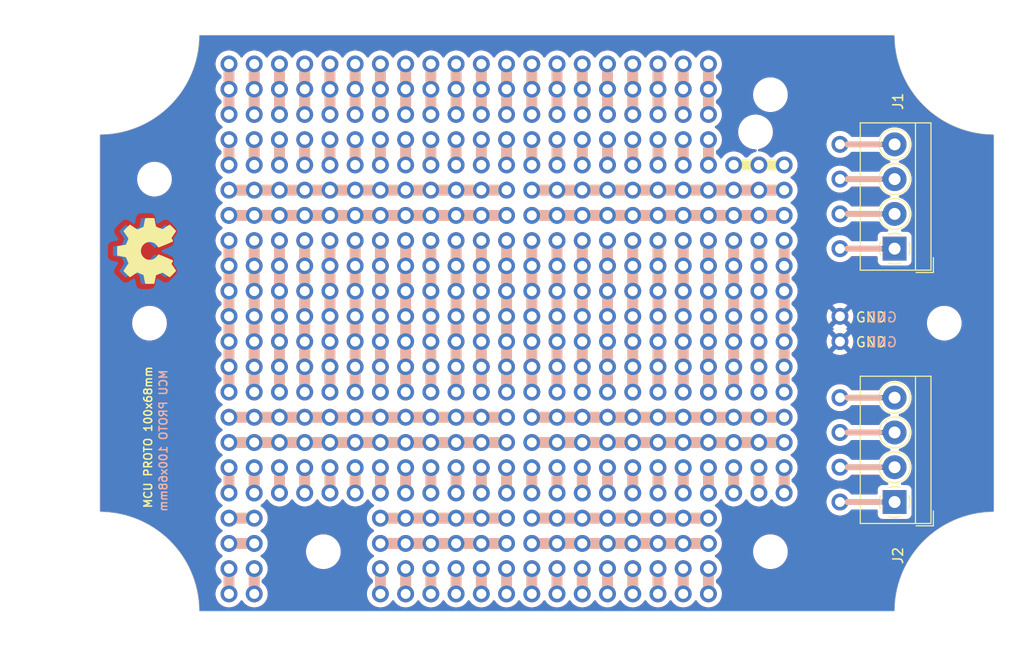
<source format=kicad_pcb>
(kicad_pcb (version 20221018) (generator pcbnew)
  (title_block (title "MCU PROTO 100x68") (company "Galopago"))
  (layers (0 "F.Cu" signal) (31 "B.Cu" signal) (34 "B.Paste" user) (35 "F.Paste" user) (36 "B.SilkS" user "B.Silkscreen") (37 "F.SilkS" user "F.Silkscreen") (38 "B.Mask" user) (39 "F.Mask" user) (44 "Edge.Cuts" user))
  (net 0 "")
  (net 1 "unconnected-(J1-Pin_4-Pad4)")
  (net 2 "unconnected-(J1-Pin_3-Pad3)")
  (net 3 "unconnected-(J1-Pin_2-Pad2)")
  (net 4 "unconnected-(J1-Pin_1-Pad1)")
  (net 5 "unconnected-(J2-Pin_4-Pad4)")
  (net 6 "unconnected-(J2-Pin_3-Pad3)")
  (net 7 "unconnected-(J2-Pin_2-Pad2)")
  (net 8 "unconnected-(J2-Pin_1-Pad1)")
  (net 9 "GND")
  (footprint "proto-pcb-pads:RoundPad_1.7mm_Hole_1.0mm" (layer "F.Cu") (at 130.78 153.71)
    (fp_text reference "REF**" hide)
    (fp_text value "Round_Pad_1.7mm_Hole_1.0mm" hide)
  )
  (footprint "proto-pcb-silks:PadLink_1.7mm_Width_1.0mm" (layer "F.Cu") (at 128.24 125.77 90)
    (fp_text reference "REF**133" hide)
    (fp_text value "Pad_Link_1.7mm_Width_1.0mm" hide)
  )
  (footprint "proto-pcb-pads:RoundPad_1.7mm_Hole_1.0mm" (layer "F.Cu") (at 161.26 141.01)
    (fp_text reference "REF**" hide)
    (fp_text value "Round_Pad_1.7mm_Hole_1.0mm" hide)
  )
  (footprint "proto-pcb-pads:RoundPad_1.7mm_Hole_1.0mm" (layer "F.Cu") (at 143.48 148.63)
    (fp_text reference "REF**" hide)
    (fp_text value "Round_Pad_1.7mm_Hole_1.0mm" hide)
  )
  (footprint "proto-pcb-silks:PadLink_1.7mm_Width_1.0mm" (layer "F.Cu") (at 151.1 133.39 90)
    (fp_text reference "REF**211" hide)
    (fp_text value "Pad_Link_1.7mm_Width_1.0mm" hide)
  )
  (footprint "proto-pcb-pads:RoundPad_1.7mm_Hole_1.0mm" (layer "F.Cu") (at 133.32 113.07)
    (fp_text reference "REF**" hide)
    (fp_text value "Round_Pad_1.7mm_Hole_1.0mm" hide)
  )
  (footprint "proto-pcb-pads:RoundPad_1.7mm_Hole_1.0mm" (layer "F.Cu") (at 128.24 105.45)
    (fp_text reference "REF**" hide)
    (fp_text value "Round_Pad_1.7mm_Hole_1.0mm" hide)
  )
  (footprint "proto-pcb-pads:RoundPad_1.7mm_Hole_1.0mm" (layer "F.Cu") (at 135.86 156.25)
    (fp_text reference "REF**" hide)
    (fp_text value "Round_Pad_1.7mm_Hole_1.0mm" hide)
  )
  (footprint "proto-pcb-silks:PadLink_1.7mm_Width_1.0mm" (layer "F.Cu") (at 168.88 128.31 90)
    (fp_text reference "REF**172" hide)
    (fp_text value "Pad_Link_1.7mm_Width_1.0mm" hide)
  )
  (footprint "proto-pcb-silks:PadLink_1.7mm_Width_1.0mm" (layer "F.Cu") (at 138.4 141.01)
    (fp_text reference "REF**274" hide)
    (fp_text value "Pad_Link_1.7mm_Width_1.0mm" hide)
  )
  (footprint "proto-pcb-pads:RoundPad_1.7mm_Hole_1.0mm" (layer "F.Cu") (at 158.72 130.85)
    (fp_text reference "REF**" hide)
    (fp_text value "Round_Pad_1.7mm_Hole_1.0mm" hide)
  )
  (footprint "proto-pcb-pads:RoundPad_1.7mm_Hole_1.0mm" (layer "F.Cu") (at 166.34 128.31)
    (fp_text reference "REF**" hide)
    (fp_text value "Round_Pad_1.7mm_Hole_1.0mm" hide)
  )
  (footprint "proto-pcb-silks:PadLink_1.7mm_Width_1.0mm" (layer "F.Cu") (at 115.54 128.31 90)
    (fp_text reference "REF**151" hide)
    (fp_text value "Pad_Link_1.7mm_Width_1.0mm" hide)
  )
  (footprint "proto-pcb-silks:PadLink_1.7mm_Width_1.0mm" (layer "F.Cu") (at 128.24 123.23 90)
    (fp_text reference "REF**110" hide)
    (fp_text value "Pad_Link_1.7mm_Width_1.0mm" hide)
  )
  (footprint "proto-pcb-pads:RoundPad_1.7mm_Hole_1.0mm" (layer "F.Cu") (at 153.64 107.99)
    (fp_text reference "REF**" hide)
    (fp_text value "Round_Pad_1.7mm_Hole_1.0mm" hide)
  )
  (footprint "proto-pcb-silks:PadLink_1.7mm_Width_1.0mm" (layer "F.Cu") (at 163.8 130.85 90)
    (fp_text reference "REF**193" hide)
    (fp_text value "Pad_Link_1.7mm_Width_1.0mm" hide)
  )
  (footprint "proto-pcb-pads:RoundPad_1.7mm_Hole_1.0mm" (layer "F.Cu") (at 118.08 110.53)
    (fp_text reference "REF**" hide)
    (fp_text value "Round_Pad_1.7mm_Hole_1.0mm" hide)
  )
  (footprint "proto-pcb-pads:RoundPad_1.7mm_Hole_1.0mm" (layer "F.Cu") (at 133.32 115.61)
    (fp_text reference "REF**" hide)
    (fp_text value "Round_Pad_1.7mm_Hole_1.0mm" hide)
  )
  (footprint "proto-pcb-pads:RoundPad_1.7mm_Hole_1.0mm" (layer "F.Cu") (at 140.94 148.63)
    (fp_text reference "REF**" hide)
    (fp_text value "Round_Pad_1.7mm_Hole_1.0mm" hide)
  )
  (footprint "proto-pcb-silks:PadLink_1.7mm_Width_1.0mm" (layer "F.Cu") (at 151.1 105.45 90)
    (fp_text reference "REF**15" hide)
    (fp_text value "Pad_Link_1.7mm_Width_1.0mm" hide)
  )
  (footprint "proto-pcb-pads:RoundPad_1.7mm_Hole_1.0mm" (layer "F.Cu") (at 133.32 102.91)
    (fp_text reference "REF**" hide)
    (fp_text value "Round_Pad_1.7mm_Hole_1.0mm" hide)
  )
  (footprint "proto-pcb-pads:RoundPad_1.7mm_Hole_1.0mm" (layer "F.Cu") (at 140.94 138.47)
    (fp_text reference "REF**" hide)
    (fp_text value "Round_Pad_1.7mm_Hole_1.0mm" hide)
  )
  (footprint "proto-pcb-pads:RoundPad_1.7mm_Hole_1.0mm" (layer "F.Cu") (at 123.16 110.53)
    (fp_text reference "REF**" hide)
    (fp_text value "Round_Pad_1.7mm_Hole_1.0mm" hide)
  )
  (footprint "proto-pcb-pads:RoundPad_1.7mm_Hole_1.0mm" (layer "F.Cu") (at 140.94 110.53)
    (fp_text reference "REF**" hide)
    (fp_text value "Round_Pad_1.7mm_Hole_1.0mm" hide)
  )
  (footprint "proto-pcb-silks:PadLink_1.7mm_Width_1.0mm" (layer "F.Cu") (at 128.24 141.01)
    (fp_text reference "REF**270" hide)
    (fp_text value "Pad_Link_1.7mm_Width_1.0mm" hide)
  )
  (footprint "proto-pcb-pads:RoundPad_1.7mm_Hole_1.0mm" (layer "F.Cu") (at 125.7 143.55)
    (fp_text reference "REF**" hide)
    (fp_text value "Round_Pad_1.7mm_Hole_1.0mm" hide)
  )
  (footprint "proto-pcb-pads:RoundPad_1.7mm_Hole_1.0mm" (layer "F.Cu") (at 135.86 125.77)
    (fp_text reference "REF**" hide)
    (fp_text value "Round_Pad_1.7mm_Hole_1.0mm" hide)
  )
  (footprint "proto-pcb-pads:RoundPad_1.7mm_Hole_1.0mm" (layer "F.Cu") (at 113 113.07)
    (fp_text reference "REF**" hide)
    (fp_text value "Round_Pad_1.7mm_Hole_1.0mm" hide)
  )
  (footprint "proto-pcb-silks:PadLink_1.7mm_Width_1.0mm" (layer "F.Cu") (at 125.7 113.07 90)
    (fp_text reference "REF**45" hide)
    (fp_text value "Pad_Link_1.7mm_Width_1.0mm" hide)
  )
  (footprint "proto-pcb-silks:PadLink_1.7mm_Width_1.0mm" (layer "F.Cu") (at 151.1 130.85 90)
    (fp_text reference "REF**188" hide)
    (fp_text value "Pad_Link_1.7mm_Width_1.0mm" hide)
  )
  (footprint "proto-pcb-silks:PadLink_1.7mm_Width_1.0mm" (layer "F.Cu") (at 133.32 130.85 90)
    (fp_text reference "REF**181" hide)
    (fp_text value "Pad_Link_1.7mm_Width_1.0mm" hide)
  )
  (footprint "proto-pcb-pads:RoundPad_1.7mm_Hole_1.0mm" (layer "F.Cu") (at 151.1 133.39)
    (fp_text reference "REF**" hide)
    (fp_text value "Round_Pad_1.7mm_Hole_1.0mm" hide)
  )
  (footprint "proto-pcb-pads:RoundPad_1.7mm_Hole_1.0mm" (layer "F.Cu") (at 161.26 120.69)
    (fp_text reference "REF**" hide)
    (fp_text value "Round_Pad_1.7mm_Hole_1.0mm" hide)
  )
  (footprint "proto-pcb-silks:PadLink_1.7mm_Width_1.0mm" (layer "F.Cu") (at 148.56 138.47)
    (fp_text reference "REF**256" hide)
    (fp_text value "Pad_Link_1.7mm_Width_1.0mm" hide)
  )
  (footprint "proto-pcb-pads:RoundPad_1.7mm_Hole_1.0mm" (layer "F.Cu") (at 128.24 125.77)
    (fp_text reference "REF**" hide)
    (fp_text value "Round_Pad_1.7mm_Hole_1.0mm" hide)
  )
  (footprint "proto-pcb-silks:PadLink_1.7mm_Width_1.0mm" (layer "F.Cu") (at 151.1 138.47)
    (fp_text reference "REF**257" hide)
    (fp_text value "Pad_Link_1.7mm_Width_1.0mm" hide)
  )
  (footprint "proto-pcb-silks:PadLink_1.7mm_Width_1.0mm" (layer "F.Cu") (at 153.64 146.09 90)
    (fp_text reference "REF**300" hide)
    (fp_text value "Pad_Link_1.7mm_Width_1.0mm" hide)
  )
  (footprint "proto-pcb-silks:PadLink_1.7mm_Width_1.0mm" (layer "F.Cu") (at 113 113.07 90)
    (fp_text reference "REF**40" hide)
    (fp_text value "Pad_Link_1.7mm_Width_1.0mm" hide)
  )
  (footprint "proto-pcb-pads:RoundPad_1.7mm_Hole_1.0mm" (layer "F.Cu") (at 161.26 128.31)
    (fp_text reference "REF**" hide)
    (fp_text value "Round_Pad_1.7mm_Hole_1.0mm" hide)
  )
  (footprint "proto-pcb-pads:RoundPad_1.7mm_Hole_1.0mm" (layer "F.Cu") (at 135.86 151.17)
    (fp_text reference "REF**" hide)
    (fp_text value "Round_Pad_1.7mm_Hole_1.0mm" hide)
  )
  (footprint "proto-pcb-pads:RoundPad_1.7mm_Hole_1.0mm" (layer "F.Cu") (at 148.56 125.77)
    (fp_text reference "REF**" hide)
    (fp_text value "Round_Pad_1.7mm_Hole_1.0mm" hide)
  )
  (footprint "proto-pcb-silks:PadLink_1.7mm_Width_1.0mm" (layer "F.Cu") (at 153.64 113.07 90)
    (fp_text reference "REF**56" hide)
    (fp_text value "Pad_Link_1.7mm_Width_1.0mm" hide)
  )
  (footprint "proto-pcb-silks:PadLink_1.7mm_Width_1.0mm" (layer "F.Cu") (at 120.62 115.61)
    (fp_text reference "REF**63" hide)
    (fp_text value "Pad_Link_1.7mm_Width_1.0mm" hide)
  )
  (footprint "proto-pcb-silks:PadLink_1.7mm_Width_1.0mm" (layer "F.Cu") (at 158.72 151.17)
    (fp_text reference "REF**345" hide)
    (fp_text value "Pad_Link_1.7mm_Width_1.0mm" hide)
  )
  (footprint "proto-pcb-pads:RoundPad_1.7mm_Hole_1.0mm" (layer "F.Cu") (at 146.02 118.15)
    (fp_text reference "REF**" hide)
    (fp_text value "Round_Pad_1.7mm_Hole_1.0mm" hide)
  )
  (footprint "proto-pcb-pads:RoundPad_1.7mm_Hole_1.0mm" (layer "F.Cu") (at 123.16 143.55)
    (fp_text reference "REF**" hide)
    (fp_text value "Round_Pad_1.7mm_Hole_1.0mm" hide)
  )
  (footprint "proto-pcb-pads:RoundPad_1.7mm_Hole_1.0mm" (layer "F.Cu") (at 138.4 133.39)
    (fp_text reference "REF**" hide)
    (fp_text value "Round_Pad_1.7mm_Hole_1.0mm" hide)
  )
  (footprint "proto-pcb-silks:PadLink_1.7mm_Width_1.0mm" (layer "F.Cu") (at 133.32 135.93 90)
    (fp_text reference "REF**227" hide)
    (fp_text value "Pad_Link_1.7mm_Width_1.0mm" hide)
  )
  (footprint "proto-pcb-silks:PadLink_1.7mm_Width_1.0mm" (layer "F.Cu") (at 156.18 123.23 90)
    (fp_text reference "REF**121" hide)
    (fp_text value "Pad_Link_1.7mm_Width_1.0mm" hide)
  )
  (footprint "proto-pcb-silks:PadLink_1.7mm_Width_1.0mm" (layer "F.Cu") (at 148.56 146.09 90)
    (fp_text reference "REF**298" hide)
    (fp_text value "Pad_Link_1.7mm_Width_1.0mm" hide)
  )
  (footprint "proto-pcb-pads:RoundPad_1.7mm_Hole_1.0mm" (layer "F.Cu") (at 143.48 151.17)
    (fp_text reference "REF**" hide)
    (fp_text value "Round_Pad_1.7mm_Hole_1.0mm" hide)
  )
  (footprint "proto-pcb-silks:PadLink_1.7mm_Width_1.0mm" (layer "F.Cu") (at 138.4 107.99 90)
    (fp_text reference "REF**30" hide)
    (fp_text value "Pad_Link_1.7mm_Width_1.0mm" hide)
  )
  (footprint "proto-pcb-silks:PadLink_1.7mm_Width_1.0mm" (layer "F.Cu") (at 166.34 133.39 90)
    (fp_text reference "REF**217" hide)
    (fp_text value "Pad_Link_1.7mm_Width_1.0mm" hide)
  )
  (footprint "proto-pcb-pads:RoundPad_1.7mm_Hole_1.0mm" (layer "F.Cu") (at 138.4 135.93)
    (fp_text reference "REF**" hide)
    (fp_text value "Round_Pad_1.7mm_Hole_1.0mm" hide)
  )
  (footprint "proto-pcb-pads:RoundPad_1.7mm_Hole_1.0mm" (layer "F.Cu") (at 123.16 138.47)
    (fp_text reference "REF**" hide)
    (fp_text value "Round_Pad_1.7mm_Hole_1.0mm" hide)
  )
  (footprint "proto-pcb-silks:PadLink_1.7mm_Width_1.0mm" (layer "F.Cu") (at 161.26 113.07 90)
    (fp_text reference "REF**59" hide)
    (fp_text value "Pad_Link_1.7mm_Width_1.0mm" hide)
  )
  (footprint "proto-pcb-pads:RoundPad_1.7mm_Hole_1.0mm" (layer "F.Cu") (at 151.1 128.31)
    (fp_text reference "REF**" hide)
    (fp_text value "Round_Pad_1.7mm_Hole_1.0mm" hide)
  )
  (footprint "proto-pcb-pads:RoundPad_1.7mm_Hole_1.0mm" (layer "F.Cu") (at 161.26 133.39)
    (fp_text reference "REF**" hide)
    (fp_text value "Round_Pad_1.7mm_Hole_1.0mm" hide)
  )
  (footprint "proto-pcb-pads:RoundPad_1.7mm_Hole_1.0mm" (layer "F.Cu") (at 174.5 147)
    (fp_text reference "REF**" hide)
    (fp_text value "Round_Pad_1.7mm_Hole_1.0mm" hide)
  )
  (footprint "proto-pcb-silks:PadLink_1.7mm_Width_1.0mm" (layer "F.Cu") (at 158.72 135.93 90)
    (fp_text reference "REF**237" hide)
    (fp_text value "Pad_Link_1.7mm_Width_1.0mm" hide)
  )
  (footprint "proto-pcb-silks:PadLink_1.7mm_Width_1.0mm" (layer "F.Cu") (at 135.86 135.93 90)
    (fp_text reference "REF**228" hide)
    (fp_text value "Pad_Link_1.7mm_Width_1.0mm" hide)
  )
  (footprint "proto-pcb-pads:RoundPad_1.7mm_Hole_1.0mm" (layer "F.Cu") (at 125.7 107.99)
    (fp_text reference "REF**" hide)
    (fp_text value "Round_Pad_1.7mm_Hole_1.0mm" hide)
  )
  (footprint "proto-pcb-pads:RoundPad_1.7mm_Hole_1.0mm" (layer "F.Cu") (at 151.1 141.01)
    (fp_text reference "REF**" hide)
    (fp_text value "Round_Pad_1.7mm_Hole_1.0mm" hide)
  )
  (footprint "proto-pcb-pads:RoundPad_1.7mm_Hole_1.0mm" (layer "F.Cu") (at 146.02 123.23)
    (fp_text reference "REF**" hide)
    (fp_text value "Round_Pad_1.7mm_Hole_1.0mm" hide)
  )
  (footprint "proto-pcb-silks:PadLink_1.7mm_Width_1.0mm" (layer "F.Cu") (at 153.64 135.93 90)
    (fp_text reference "REF**235" hide)
    (fp_text value "Pad_Link_1.7mm_Width_1.0mm" hide)
  )
  (footprint "proto-pcb-silks:PadLink_1.7mm_Width_1.0mm" (layer "F.Cu") (at 153.64 118.15)
    (fp_text reference "REF**96" hide)
    (fp_text value "Pad_Link_1.7mm_Width_1.0mm" hide)
  )
  (footprint "proto-pcb-pads:RoundPad_1.7mm_Hole_1.0mm" (layer "F.Cu") (at 158.72 123.23)
    (fp_text reference "REF**" hide)
    (fp_text value "Round_Pad_1.7mm_Hole_1.0mm" hide)
  )
  (footprint "proto-pcb-pads:RoundPad_1.7mm_Hole_1.0mm" (layer "F.Cu") (at 118.08 113.07)
    (fp_text reference "REF**" hide)
    (fp_text value "Round_Pad_1.7mm_Hole_1.0mm" hide)
  )
  (footprint "proto-pcb-silks:PadLink_1.7mm_Width_1.0mm" (layer "F.Cu") (at 115.54 113.07 90)
    (fp_text reference "REF**41" hide)
    (fp_text value "Pad_Link_1.7mm_Width_1.0mm" hide)
  )
  (footprint "proto-pcb-silks:PadLink_1.7mm_Width_1.0mm" (layer "F.Cu") (at 161.26 105.45 90)
    (fp_text reference "REF**19" hide)
    (fp_text value "Pad_Link_1.7mm_Width_1.0mm" hide)
  )
  (footprint "proto-pcb-pads:RoundPad_1.7mm_Hole_1.0mm" (layer "F.Cu") (at 138.4 123.23)
    (fp_text reference "REF**" hide)
    (fp_text value "Round_Pad_1.7mm_Hole_1.0mm" hide)
  )
  (footprint "proto-pcb-silks:PadLink_1.7mm_Width_1.0mm" (layer "F.Cu") (at 138.4 156.25 90)
    (fp_text reference "REF**331" hide)
    (fp_text value "Pad_Link_1.7mm_Width_1.0mm" hide)
  )
  (footprint "proto-pcb-pads:RoundPad_1.7mm_Hole_1.0mm" (layer "F.Cu") (at 125.7 133.39)
    (fp_text reference "REF**" hide)
    (fp_text value "Round_Pad_1.7mm_Hole_1.0mm" hide)
  )
  (footprint "proto-pcb-silks:PadLink_1.7mm_Width_1.0mm" (layer "F.Cu") (at 135.86 141.01)
    (fp_text reference "REF**273" hide)
    (fp_text value "Pad_Link_1.7mm_Width_1.0mm" hide)
  )
  (footprint "proto-pcb-silks:PadLink_1.7mm_Width_1.0mm" (layer "F.Cu") (at 156.18 115.61)
    (fp_text reference "REF**87" hide)
    (fp_text value "Pad_Link_1.7mm_Width_1.0mm" hide)
  )
  (footprint "proto-pcb-pads:RoundPad_1.7mm_Hole_1.0mm" (layer "F.Cu") (at 113 156.25)
    (fp_text reference "REF**" hide)
    (fp_text value "Round_Pad_1.7mm_Hole_1.0mm" hide)
  )
  (footprint "proto-pcb-pads:RoundPad_1.7mm_Hole_1.0mm" (layer "F.Cu") (at 174.5 136.5)
    (fp_text reference "REF**" hide)
    (fp_text value "Round_Pad_1.7mm_Hole_1.0mm" hide)
  )
  (footprint "proto-pcb-silks:PadLink_1.7mm_Width_1.0mm" (layer "F.Cu") (at 135.86 113.07 90)
    (fp_text reference "REF**49" hide)
    (fp_text value "Pad_Link_1.7mm_Width_1.0mm" hide)
  )
  (footprint "proto-pcb-pads:RoundPad_1.7mm_Hole_1.0mm" (layer "F.Cu") (at 128.24 128.31)
    (fp_text reference "REF**" hide)
    (fp_text value "Round_Pad_1.7mm_Hole_1.0mm" hide)
  )
  (footprint "proto-pcb-silks:PadLink_1.7mm_Width_1.0mm" (layer "F.Cu") (at 140.94 123.23 90)
    (fp_text reference "REF**115" hide)
    (fp_text value "Pad_Link_1.7mm_Width_1.0mm" hide)
  )
  (footprint "proto-pcb-pads:RoundPad_1.7mm_Hole_1.0mm" (layer "F.Cu") (at 151.1 156.25)
    (fp_text reference "REF**" hide)
    (fp_text value "Round_Pad_1.7mm_Hole_1.0mm" hide)
  )
  (footprint "proto-pcb-pads:RoundPad_1.7mm_Hole_1.0mm" (layer "F.Cu") (at 156.18 123.23)
    (fp_text reference "REF**" hide)
    (fp_text value "Round_Pad_1.7mm_Hole_1.0mm" hide)
  )
  (footprint "proto-pcb-pads:RoundPad_1.7mm_Hole_1.0mm" (layer "F.Cu") (at 120.62 107.99)
    (fp_text reference "REF**" hide)
    (fp_text value "Round_Pad_1.7mm_Hole_1.0mm" hide)
  )
  (footprint "MountingHole:MountingHole_3mm" (layer "F.Cu") (at 105 129)
    (fp_text reference "REF**" hide)
    (fp_text value "MountingHole_3mm")
  )
  (footprint "proto-pcb-silks:PadLink_1.7mm_Width_1.0mm" (layer "F.Cu") (at 118.08 135.93 90)
    (fp_text reference "REF**221" hide)
    (fp_text value "Pad_Link_1.7mm_Width_1.0mm" hide)
  )
  (footprint "proto-pcb-pads:RoundPad_1.7mm_Hole_1.0mm" (layer "F.Cu") (at 135.86 113.07)
    (fp_text reference "REF**" hide)
    (fp_text value "Round_Pad_1.7mm_Hole_1.0mm" hide)
  )
  (footprint "proto-pcb-pads:RoundPad_1.7mm_Hole_1.0mm" (layer "F.Cu") (at 151.1 110.53)
    (fp_text reference "REF**" hide)
    (fp_text value "Round_Pad_1.7mm_Hole_1.0mm" hide)
  )
  (footprint "proto-pcb-silks:PadLink_1.7mm_Width_1.0mm" (layer "F.Cu") (at 123.16 107.99 90)
    (fp_text reference "REF**24" hide)
    (fp_text value "Pad_Link_1.7mm_Width_1.0mm" hide)
  )
  (footprint "proto-pcb-silks:PadLink_1.7mm_Width_1.0mm" (layer "F.Cu") (at 128.24 135.93 90)
    (fp_text reference "REF**225" hide)
    (fp_text value "Pad_Link_1.7mm_Width_1.0mm" hide)
  )
  (footprint "proto-pcb-pads:RoundPad_1.7mm_Hole_1.0mm" (layer "F.Cu") (at 128.24 148.63)
    (fp_text reference "REF**" hide)
    (fp_text value "Round_Pad_1.7mm_Hole_1.0mm" hide)
  )
  (footprint "proto-pcb-pads:RoundPad_1.7mm_Hole_1.0mm" (layer "F.Cu") (at 118.08 128.31)
    (fp_text reference "REF**" hide)
    (fp_text value "Round_Pad_1.7mm_Hole_1.0mm" hide)
  )
  (footprint "proto-pcb-pads:RoundPad_1.7mm_Hole_1.0mm" (layer "F.Cu") (at 148.56 102.91)
    (fp_text reference "REF**" hide)
    (fp_text value "Round_Pad_1.7mm_Hole_1.0mm" hide)
  )
  (footprint "proto-pcb-silks:PadLink_1.7mm_Width_1.0mm" (layer "F.Cu") (at 161.26 133.39 90)
    (fp_text reference "REF**215" hide)
    (fp_text value "Pad_Link_1.7mm_Width_1.0mm" hide)
  )
  (footprint "proto-pcb-pads:RoundPad_1.7mm_Hole_1.0mm" (layer "F.Cu") (at 168.88 118.15)
    (fp_text reference "REF**" hide)
    (fp_text value "Round_Pad_1.7mm_Hole_1.0mm" hide)
  )
  (footprint "proto-pcb-silks:PadLink_1.7mm_Width_1.0mm" (layer "F.Cu") (at 135.86 115.61)
    (fp_text reference "REF**69" hide)
    (fp_text value "Pad_Link_1.7mm_Width_1.0mm" hide)
  )
  (footprint "proto-pcb-silks:PadLink_1.7mm_Width_1.0mm" (layer "F.Cu") (at 133.32 118.15)
    (fp_text reference "REF**80" hide)
    (fp_text value "Pad_Link_1.7mm_Width_1.0mm" hide)
  )
  (footprint "proto-pcb-pads:RoundPad_1.7mm_Hole_1.0mm" (layer "F.Cu") (at 166.34 113.07)
    (fp_text reference "REF**" hide)
    (fp_text value "Round_Pad_1.7mm_Hole_1.0mm" hide)
  )
  (footprint "proto-pcb-pads:RoundPad_1.7mm_Hole_1.0mm" (layer "F.Cu") (at 166.34 146.09)
    (fp_text reference "REF**" hide)
    (fp_text value "Round_Pad_1.7mm_Hole_1.0mm" hide)
  )
  (footprint "proto-pcb-pads:RoundPad_1.7mm_Hole_1.0mm" (layer "F.Cu") (at 113 118.15)
    (fp_text reference "REF**" hide)
    (fp_text value "Round_Pad_1.7mm_Hole_1.0mm" hide)
  )
  (footprint "proto-pcb-pads:RoundPad_1.7mm_Hole_1.0mm" (layer "F.Cu") (at 158.72 118.15)
    (fp_text reference "REF**" hide)
    (fp_text value "Round_Pad_1.7mm_Hole_1.0mm" hide)
  )
  (footprint "proto-pcb-pads:RoundPad_1.7mm_Hole_1.0mm" (layer "F.Cu") (at 125.7 113.07)
    (fp_text reference "REF**" hide)
    (fp_text value "Round_Pad_1.7mm_Hole_1.0mm" hide)
  )
  (footprint "proto-pcb-pads:RoundPad_1.7mm_Hole_1.0mm" (layer "F.Cu") (at 118.08 107.99)
    (fp_text reference "REF**" hide)
    (fp_text value "Round_Pad_1.7mm_Hole_1.0mm" hide)
  )
  (footprint "proto-pcb-silks:PadLink_1.7mm_Width_1.0mm" (layer "F.Cu") (at 118.08 141.01)
    (fp_text reference "REF**266" hide)
    (fp_text value "Pad_Link_1.7mm_Width_1.0mm" hide)
  )
  (footprint "proto-pcb-silks:PadLink_1.7mm_Width_1.0mm" (layer "F.Cu") (at 118.08 118.15)
    (fp_text reference "REF**74" hide)
    (fp_text value "Pad_Link_1.7mm_Width_1.0mm" hide)
  )
  (footprint "proto-pcb-silks:PadLink_1.7mm_Width_1.0mm" (layer "F.Cu") (at 158.72 105.45 90)
    (fp_text reference "REF**18" hide)
    (fp_text value "Pad_Link_1.7mm_Width_1.0mm" hide)
  )
  (footprint "proto-pcb-pads:RoundPad_1.7mm_Hole_1.0mm" (layer "F.Cu") (at 130.78 130.85)
    (fp_text reference "REF**" hide)
    (fp_text value "Round_Pad_1.7mm_Hole_1.0mm" hide)
  )
  (footprint "proto-pcb-pads:RoundPad_1.7mm_Hole_1.0mm" (layer "F.Cu") (at 156.18 102.91)
    (fp_text reference "REF**" hide)
    (fp_text value "Round_Pad_1.7mm_Hole_1.0mm" hide)
  )
  (footprint "proto-pcb-silks:PadLink_1.7mm_Width_1.0mm" (layer "F.Cu") (at 113 141.01)
    (fp_text reference "REF**264" hide)
    (fp_text value "Pad_Link_1.7mm_Width_1.0mm" hide)
  )
  (footprint "proto-pcb-pads:RoundPad_1.7mm_Hole_1.0mm" (layer "F.Cu") (at 125.7 105.45)
    (fp_text reference "REF**" hide)
    (fp_text value "Round_Pad_1.7mm_Hole_1.0mm" hide)
  )
  (footprint "proto-pcb-pads:RoundPad_1.7mm_Hole_1.0mm" (layer "F.Cu") (at 156.18 141.01)
    (fp_text reference "REF**" hide)
    (fp_text value "Round_Pad_1.7mm_Hole_1.0mm" hide)
  )
  (footprint "proto-pcb-silks:PadLink_1.7mm_Width_1.0mm" (layer "F.Cu") (at 135.86 146.09 90)
    (fp_text reference "REF**293" hide)
    (fp_text value "Pad_Link_1.7mm_Width_1.0mm" hide)
  )
  (footprint "proto-pcb-pads:RoundPad_1.7mm_Hole_1.0mm" (layer "F.Cu") (at 156.18 135.93)
    (fp_text reference "REF**" hide)
    (fp_text value "Round_Pad_1.7mm_Hole_1.0mm" hide)
  )
  (footprint "proto-pcb-silks:PadLink_1.7mm_Width_1.0mm" (layer "F.Cu") (at 156.18 151.17)
    (fp_text reference "REF**344" hide)
    (fp_text value "Pad_Link_1.7mm_Width_1.0mm" hide)
  )
  (footprint "proto-pcb-silks:PadLink_1.7mm_Width_1.0mm" (layer "F.Cu") (at 146.02 135.93 90)
    (fp_text reference "REF**232" hide)
    (fp_text value "Pad_Link_1.7mm_Width_1.0mm" hide)
  )
  (footprint "proto-pcb-pads:RoundPad_1.7mm_Hole_1.0mm" (layer "F.Cu") (at 143.48 105.45)
    (fp_text reference "REF**" hide)
    (fp_text value "Round_Pad_1.7mm_Hole_1.0mm" hide)
  )
  (footprint "proto-pcb-pads:RoundPad_1.7mm_Hole_1.0mm" (layer "F.Cu") (at 174.5 121.5)
    (fp_text reference "REF**" hide)
    (fp_text value "Round_Pad_1.7mm_Hole_1.0mm" hide)
  )
  (footprint "proto-pcb-silks:PadLink_1.7mm_Width_1.0mm" (layer "F.Cu") (at 130.78 146.09 90)
    (fp_text reference "REF**291" hide)
    (fp_text value "Pad_Link_1.7mm_Width_1.0mm" hide)
  )
  (footprint "proto-pcb-pads:RoundPad_1.7mm_Hole_1.0mm" (layer "F.Cu") (at 120.62 138.47)
    (fp_text reference "REF**" hide)
    (fp_text value "Round_Pad_1.7mm_Hole_1.0mm" hide)
  )
  (footprint "proto-pcb-silks:PadLink_1.7mm_Width_1.0mm" (layer "F.Cu") (at 115.54 107.99 90)
    (fp_text reference "REF**21" hide)
    (fp_text value "Pad_Link_1.7mm_Width_1.0mm" hide)
  )
  (footprint "proto-pcb-pads:RoundPad_1.7mm_Hole_1.0mm" (layer "F.Cu") (at 166.34 118.15)
    (fp_text reference "REF**" hide)
    (fp_text value "Round_Pad_1.7mm_Hole_1.0mm" hide)
  )
  (footprint "proto-pcb-pads:RoundPad_1.7mm_Hole_1.0mm" (layer "F.Cu") (at 156.18 151.17)
    (fp_text reference "REF**" hide)
    (fp_text value "Round_Pad_1.7mm_Hole_1.0mm" hide)
  )
  (footprint "proto-pcb-silks:PadLink_1.7mm_Width_1.0mm" (layer "F.Cu") (at 133.32 151.17)
    (fp_text reference "REF**335" hide)
    (fp_text value "Pad_Link_1.7mm_Width_1.0mm" hide)
  )
  (footprint "proto-pcb-pads:RoundPad_1.7mm_Hole_1.0mm" (layer "F.Cu") (at 143.48 141.01)
    (fp_text reference "REF**" hide)
    (fp_text value "Round_Pad_1.7mm_Hole_1.0mm" hide)
  )
  (footprint "proto-pcb-pads:RoundPad_1.7mm_Hole_1.0mm" (layer "F.Cu") (at 146.02 141.01)
    (fp_text reference "REF**" hide)
    (fp_text value "Round_Pad_1.7mm_Hole_1.0mm" hide)
  )
  (footprint "proto-pcb-silks:PadLink_1.7mm_Width_1.0mm" (layer "F.Cu") (at 148.56 156.25 90)
    (fp_text reference "REF**347" hide)
    (fp_text value "Pad_Link_1.7mm_Width_1.0mm" hide)
  )
  (footprint "proto-pcb-silks:PadLink_1.7mm_Width_1.0mm" (layer "F.Cu") (at 125.7 138.47)
    (fp_text reference "REF**247" hide)
    (fp_text value "Pad_Link_1.7mm_Width_1.0mm" hide)
  )
  (footprint "proto-pcb-pads:RoundPad_1.7mm_Hole_1.0mm" (layer "F.Cu") (at 115.54 153.71)
    (fp_text reference "REF**" hide)
    (fp_text value "Round_Pad_1.7mm_Hole_1.0mm" hide)
  )
  (footprint "proto-pcb-silks:PadLink_1.7mm_Width_1.0mm" (layer "F.Cu") (at 158.72 130.85 90)
    (fp_text reference "REF**191" hide)
    (fp_text value "Pad_Link_1.7mm_Width_1.0mm" hide)
  )
  (footprint "proto-pcb-pads:RoundPad_1.7mm_Hole_1.0mm" (layer "F.Cu") (at 166.34 141.01)
    (fp_text reference "REF**" hide)
    (fp_text value "Round_Pad_1.7mm_Hole_1.0mm" hide)
  )
  (footprint "proto-pcb-pads:RoundPad_1.7mm_Hole_1.0mm" (layer "F.Cu") (at 153.64 113.07)
    (fp_text reference "REF**" hide)
    (fp_text value "Round_Pad_1.7mm_Hole_1.0mm" hide)
  )
  (footprint "proto-pcb-pads:RoundPad_1.7mm_Hole_1.0mm" (layer "F.Cu") (at 133.32 128.31)
    (fp_text reference "REF**" hide)
    (fp_text value "Round_Pad_1.7mm_Hole_1.0mm" hide)
  )
  (footprint "proto-pcb-pads:RoundPad_1.7mm_Hole_1.0mm" (layer "F.Cu") (at 168.88 125.77)
    (fp_text reference "REF**" hide)
    (fp_text value "Round_Pad_1.7mm_Hole_1.0mm" hide)
  )
  (footprint "proto-pcb-pads:RoundPad_1.7mm_Hole_1.0mm" (layer "F.Cu") (at 123.16 135.93)
    (fp_text reference "REF**" hide)
    (fp_text value "Round_Pad_1.7mm_Hole_1.0mm" hide)
  )
  (footprint "proto-pcb-silks:PadLink_1.7mm_Width_1.0mm" (layer "F.Cu") (at 161.26 125.77 90)
    (fp_text reference "REF**146" hide)
    (fp_text value "Pad_Link_1.7mm_Width_1.0mm" hide)
  )
  (footprint "proto-pcb-silks:PadLink_1.7mm_Width_1.0mm" (layer "F.Cu") (at 125.7 115.61)
    (fp_text reference "REF**65" hide)
    (fp_text value "Pad_Link_1.7mm_Width_1.0mm" hide)
  )
  (footprint "proto-pcb-silks:PadLink_1.7mm_Width_1.0mm" (layer "F.Cu") (at 120.62 138.47)
    (fp_text reference "REF**245" hide)
    (fp_text value "Pad_Link_1.7mm_Width_1.0mm" hide)
  )
  (footprint "proto-pcb-silks:PadLink_1.7mm_Width_1.0mm" (layer "F.Cu") (at 120.62 133.39 90)
    (fp_text reference "REF**199" hide)
    (fp_text value "Pad_Link_1.7mm_Width_1.0mm" hide)
  )
  (footprint "proto-pcb-pads:RoundPad_1.7mm_Hole_1.0mm" (layer "F.Cu") (at 133.32 151.17)
    (fp_text reference "REF**" hide)
    (fp_text value "Round_Pad_1.7mm_Hole_1.0mm" hide)
  )
  (footprint "proto-pcb-pads:RoundPad_1.7mm_Hole_1.0mm" (layer "F.Cu") (at 151.1 138.47)
    (fp_text reference "REF**" hide)
    (fp_text value "Round_Pad_1.7mm_Hole_1.0mm" hide)
  )
  (footprint "proto-pcb-pads:RoundPad_1.7mm_Hole_1.0mm" (layer "F.Cu") (at 115.54 102.91)
    (fp_text reference "REF**" hide)
    (fp_text value "Round_Pad_1.7mm_Hole_1.0mm" hide)
  )
  (footprint "proto-pcb-silks:PadLink_1.7mm_Width_1.0mm" (layer "F.Cu") (at 148.56 107.99 90)
    (fp_text reference "REF**34" hide)
    (fp_text value "Pad_Link_1.7mm_Width_1.0mm" hide)
  )
  (footprint "proto-pcb-pads:RoundPad_1.7mm_Hole_1.0mm" (layer "F.Cu") (at 140.94 153.71)
    (fp_text reference "REF**" hide)
    (fp_text value "Round_Pad_1.7mm_Hole_1.0mm" hide)
  )
  (footprint "proto-pcb-pads:RoundPad_1.7mm_Hole_1.0mm" (layer "F.Cu") (at 168.88 120.69)
    (fp_text reference "REF**" hide)
    (fp_text value "Round_Pad_1.7mm_Hole_1.0mm" hide)
  )
  (footprint "proto-pcb-pads:RoundPad_1.7mm_Hole_1.0mm" (layer "F.Cu") (at 158.72 148.63)
    (fp_text reference "REF**" hide)
    (fp_text value "Round_Pad_1.7mm_Hole_1.0mm" hide)
  )
  (footprint "proto-pcb-pads:RoundPad_1.7mm_Hole_1.0mm" (layer "F.Cu") (at 130.78 143.55)
    (fp_text reference "REF**" hide)
    (fp_text value "Round_Pad_1.7mm_Hole_1.0mm" hide)
  )
  (footprint "proto-pcb-silks:PadLink_1.7mm_Width_1.0mm" (layer "F.Cu") (at 158.72 125.77 90)
    (fp_text reference "REF**145" hide)
    (fp_text value "Pad_Link_1.7mm_Width_1.0mm" hide)
  )
  (footprint "proto-pcb-pads:RoundPad_1.7mm_Hole_1.0mm" (layer "F.Cu") (at 133.32 107.99)
    (fp_text reference "REF**" hide)
    (fp_text value "Round_Pad_1.7mm_Hole_1.0mm" hide)
  )
  (footprint "proto-pcb-pads:RoundPad_1.7mm_Hole_1.0mm" (layer "F.Cu") (at 161.26 146.09)
    (fp_text reference "REF**" hide)
    (fp_text value "Round_Pad_1.7mm_Hole_1.0mm" hide)
  )
  (footprint "proto-pcb-pads:RoundPad_1.7mm_Hole_1.0mm" (layer "F.Cu") (at 161.26 156.25)
    (fp_text reference "REF**" hide)
    (fp_text value "Round_Pad_1.7mm_Hole_1.0mm" hide)
  )
  (footprint "proto-pcb-silks:PadLink_1.7mm_Width_1.0mm" (layer "F.Cu") (at 153.64 133.39 90)
    (fp_text reference "REF**212" hide)
    (fp_text value "Pad_Link_1.7mm_Width_1.0mm" hide)
  )
  (footprint "proto-pcb-pads:RoundPad_1.7mm_Hole_1.0mm" (layer "F.Cu") (at 140.94 128.31)
    (fp_text reference "REF**" hide)
    (fp_text value "Round_Pad_1.7mm_Hole_1.0mm" hide)
  )
  (footprint "proto-pcb-pads:RoundPad_1.7mm_Hole_1.0mm" (layer "F.Cu") (at 113 125.77)
    (fp_text reference "REF**" hide)
    (fp_text value "Round_Pad_1.7mm_Hole_1.0mm" hide)
  )
  (footprint "proto-pcb-pads:RoundPad_1.7mm_Hole_1.0mm" (layer "F.Cu") (at 161.26 105.45)
    (fp_text reference "REF**" hide)
    (fp_text value "Round_Pad_1.7mm_Hole_1.0mm" hide)
  )
  (footprint "proto-pcb-pads:RoundPad_1.7mm_Hole_1.0mm" (layer "F.Cu") (at 113 141.01)
    (fp_text reference "REF**" hide)
    (fp_text value "Round_Pad_1.7mm_Hole_1.0mm" hide)
  )
  (footprint "proto-pcb-pads:RoundPad_1.7mm_Hole_1.0mm" (layer "F.Cu") (at 156.18 148.63)
    (fp_text reference "REF**" hide)
    (fp_text value "Round_Pad_1.7mm_Hole_1.0mm" hide)
  )
  (footprint "proto-pcb-pads:RoundPad_1.7mm_Hole_1.0mm" (layer "F.Cu") (at 138.4 138.47)
    (fp_text reference "REF**" hide)
    (fp_text value "Round_Pad_1.7mm_Hole_1.0mm" hide)
  )
  (footprint "proto-pcb-silks:PadLink_1.7mm_Width_1.0mm" (layer "F.Cu") (at 156.18 133.39 90)
    (fp_text reference "REF**213" hide)
    (fp_text value "Pad_Link_1.7mm_Width_1.0mm" hide)
  )
  (footprint "proto-pcb-silks:PadLink_1.7mm_Width_1.0mm" (layer "F.Cu") (at 115.54 156.25 90)
    (fp_text reference "REF**309" hide)
    (fp_text value "Pad_Link_1.7mm_Width_1.0mm" hide)
  )
  (footprint "proto-pcb-pads:RoundPad_1.7mm_Hole_1.0mm" (layer "F.Cu") (at 123.16 128.31)
    (fp_text reference "REF**" hide)
    (fp_text value "Round_Pad_1.7mm_Hole_1.0mm" hide)
  )
  (footprint "proto-pcb-silks:PadLink_1.7mm_Width_1.0mm" (layer "F.Cu") (at 123.16 138.47)
    (fp_text reference "REF**246" hide)
    (fp_text value "Pad_Link_1.7mm_Width_1.0mm" hide)
  )
  (footprint "proto-pcb-pads:RoundPad_1.7mm_Hole_1.0mm" (layer "F.Cu") (at 148.56 118.15)
    (fp_text reference "REF**" hide)
    (fp_text value "Round_Pad_1.7mm_Hole_1.0mm" hide)
  )
  (footprint "proto-pcb-silks:PadLink_1.7mm_Width_1.0mm" (layer "F.Cu") (at 125.7 135.93 90)
    (fp_text reference "REF**224" hide)
    (fp_text value "Pad_Link_1.7mm_Width_1.0mm" hide)
  )
  (footprint "proto-pcb-silks:PadLink_1.7mm_Width_1.0mm" (layer "F.Cu") (at 153.64 128.31 90)
    (fp_text reference "REF**166" hide)
    (fp_text value "Pad_Link_1.7mm_Width_1.0mm" hide)
  )
  (footprint "proto-pcb-silks:PadLink_1.7mm_Width_1.0mm" (layer "F.Cu") (at 161.26 128.31 90)
    (fp_text reference "REF**169" hide)
    (fp_text value "Pad_Link_1.7mm_Width_1.0mm" hide)
  )
  (footprint "proto-pcb-pads:RoundPad_1.7mm_Hole_1.0mm" (layer "F.Cu") (at 153.64 141.01)
    (fp_text reference "REF**" hide)
    (fp_text value "Round_Pad_1.7mm_Hole_1.0mm" hide)
  )
  (footprint "proto-pcb-pads:RoundPad_1.7mm_Hole_1.0mm" (layer "F.Cu") (at 133.32 105.45)
    (fp_text reference "REF**" hide)
    (fp_text value "Round_Pad_1.7mm_Hole_1.0mm" hide)
  )
  (footprint "proto-pcb-silks:PadLink_1.7mm_Width_1.0mm" (layer "F.Cu") (at 156.18 156.25 90)
    (fp_text reference "REF**350" hide)
    (fp_text value "Pad_Link_1.7mm_Width_1.0mm" hide)
  )
  (footprint "proto-pcb-pads:RoundPad_1.7mm_Hole_1.0mm" (layer "F.Cu") (at 156.18 143.55)
    (fp_text reference "REF**" hide)
    (fp_text value "Round_Pad_1.7mm_Hole_1.0mm" hide)
  )
  (footprint "proto-pcb-silks:PadLink_1.7mm_Width_1.0mm" (layer "F.Cu") (at 135.86 128.31 90)
    (fp_text reference "REF**159" hide)
    (fp_text value "Pad_Link_1.7mm_Width_1.0mm" hide)
  )
  (footprint "proto-pcb-silks:PadLink_1.7mm_Width_1.0mm" (layer "F.Cu") (at 153.64 123.23 90)
    (fp_text reference "REF**120" hide)
    (fp_text value "Pad_Link_1.7mm_Width_1.0mm" hide)
  )
  (footprint "proto-pcb-silks:PadLink_1.7mm_Width_1.0mm" (layer "F.Cu") (at 163.8 141.01)
    (fp_text reference "REF**284" hide)
    (fp_text value "Pad_Link_1.7mm_Width_1.0mm" hide)
  )
  (footprint "proto-pcb-silks:PadLink_1.7mm_Width_1.0mm" (layer "F.Cu") (at 161.26 141.01)
    (fp_text reference "REF**283" hide)
    (fp_text value "Pad_Link_1.7mm_Width_1.0mm" hide)
  )
  (footprint "proto-pcb-pads:RoundPad_1.7mm_Hole_1.0mm" (layer "F.Cu") (at 158.72 141.01)
    (fp_text reference "REF**" hide)
    (fp_text value "Round_Pad_1.7mm_Hole_1.0mm" hide)
  )
  (footprint "proto-pcb-pads:RoundPad_1.7mm_Hole_1.0mm" (layer "F.Cu") (at 153.64 135.93)
    (fp_text reference "REF**" hide)
    (fp_text value "Round_Pad_1.7mm_Hole_1.0mm" hide)
  )
  (footprint "proto-pcb-pads:RoundPad_1.7mm_Hole_1.0mm" (layer "F.Cu") (at 163.8 123.23)
    (fp_text reference "REF**" hide)
    (fp_text value "Round_Pad_1.7mm_Hole_1.0mm" hide)
  )
  (footprint "proto-pcb-silks:PadLink_1.7mm_Width_1.0mm" (layer "F.Cu") (at 163.8 146.09 90)
    (fp_text reference "REF**304" hide)
    (fp_text value "Pad_Link_1.7mm_Width_1.0mm" hide)
  )
  (footprint "proto-pcb-silks:PadLink_1.7mm_Width_1.0mm" (layer "F.Cu") (at 125.7 146.09 90)
    (fp_text reference "REF**289" hide)
    (fp_text value "Pad_Link_1.7mm_Width_1.0mm" hide)
  )
  (footprint "proto-pcb-pads:RoundPad_1.7mm_Hole_1.0mm" (layer "F.Cu") (at 125.7 128.31)
    (fp_text reference "REF**" hide)
    (fp_text value "Round_Pad_1.7mm_Hole_1.0mm" hide)
  )
  (footprint "proto-pcb-pads:RoundPad_1.7mm_Hole_1.0mm" (layer "F.Cu") (at 148.56 141.01)
    (fp_text reference "REF**" hide)
    (fp_text value "Round_Pad_1.7mm_Hole_1.0mm" hide)
  )
  (footprint "proto-pcb-silks:PadLink_1.7mm_Width_1.0mm" (layer "F.Cu") (at 123.16 146.09 90)
    (fp_text reference "REF**288" hide)
    (fp_text value "Pad_Link_1.7mm_Width_1.0mm" hide)
  )
  (footprint "proto-pcb-pads:RoundPad_1.7mm_Hole_1.0mm" (layer "F.Cu") (at 153.64 115.61)
    (fp_text reference "REF**" hide)
    (fp_text value "Round_Pad_1.7mm_Hole_1.0mm" hide)
  )
  (footprint "proto-pcb-pads:RoundPad_1.7mm_Hole_1.0mm" (layer "F.Cu") (at 143.48 107.99)
    (fp_text reference "REF**" hide)
    (fp_text value "Round_Pad_1.7mm_Hole_1.0mm" hide)
  )
  (footprint "proto-pcb-pads:RoundPad_1.7mm_Hole_1.0mm" (layer "F.Cu") (at 161.26 130.85)
    (fp_text reference "REF**" hide)
    (fp_text value "Round_Pad_1.7mm_Hole_1.0mm" hide)
  )
  (footprint "proto-pcb-silks:PadLink_1.7mm_Width_1.0mm" (layer "F.Cu") (at 115.54 135.93 90)
    (fp_text reference "REF**220" hide)
    (fp_text value "Pad_Link_1.7mm_Width_1.0mm" hide)
  )
  (footprint "proto-pcb-pads:RoundPad_1.7mm_Hole_1.0mm" (layer "F.Cu") (at 115.54 135.93)
    (fp_text reference "REF**" hide)
    (fp_text value "Round_Pad_1.7mm_Hole_1.0mm" hide)
  )
  (footprint "proto-pcb-silks:PadLink_1.7mm_Width_1.0mm" (layer "F.Cu") (at 138.4 113.07 90)
    (fp_text reference "REF**50" hide)
    (fp_text value "Pad_Link_1.7mm_Width_1.0mm" hide)
  )
  (footprint "proto-pcb-silks:PadLink_1.7mm_Width_1.0mm" (layer "F.Cu") (at 151.1 118.15)
    (fp_text reference "REF**95" hide)
    (fp_text value "Pad_Link_1.7mm_Width_1.0mm" hide)
  )
  (footprint "proto-pcb-pads:RoundPad_1.7mm_Hole_1.0mm" (layer "F.Cu") (at 153.64 130.85)
    (fp_text reference "REF**" hide)
    (fp_text value "Round_Pad_1.7mm_Hole_1.0mm" hide)
  )
  (footprint "proto-pcb-pads:RoundPad_1.7mm_Hole_1.0mm" (layer "F.Cu") (at 120.62 128.31)
    (fp_text reference "REF**" hide)
    (fp_text value "Round_Pad_1.7mm_Hole_1.0mm" hide)
  )
  (footprint "proto-pcb-pads:RoundPad_1.7mm_Hole_1.0mm" (layer "F.Cu") (at 130.78 151.17)
    (fp_text reference "REF**" hide)
    (fp_text value "Round_Pad_1.7mm_Hole_1.0mm" hide)
  )
  (footprint "proto-pcb-pads:RoundPad_1.7mm_Hole_1.0mm" (layer "F.Cu") (at 130.78 146.09)
    (fp_text reference "REF**" hide)
    (fp_text value "Round_Pad_1.7mm_Hole_1.0mm" hide)
  )
  (footprint "proto-pcb-silks:PadLink_1.7mm_Width_1.0mm" (layer "F.Cu") (at 166.34 125.77 90)
    (fp_text reference "REF**148" hide)
    (fp_text value "Pad_Link_1.7mm_Width_1.0mm" hide)
  )
  (footprint "proto-pcb-silks:PadLink_1.7mm_Width_1.0mm" (layer "F.Cu") (at 161.26 156.25 90)
    (fp_text reference "REF**352" hide)
    (fp_text value "Pad_Link_1.7mm_Width_1.0mm" hide)
  )
  (footprint "proto-pcb-silks:PadLink_1.7mm_Width_1.0mm" (layer "F.Cu") (at 168.88 135.93 90)
    (fp_text reference "REF**241" hide)
    (fp_text value "Pad_Link_1.7mm_Width_1.0mm" hide)
  )
  (footprint "proto-pcb-silks:PadLink_1.7mm_Width_1.0mm" (layer "F.Cu") (at 138.4 125.77 90)
    (fp_text reference "REF**137" hide)
    (fp_text value "Pad_Link_1.7mm_Width_1.0mm" hide)
  )
  (footprint "proto-pcb-pads:RoundPad_1.7mm_Hole_1.0mm" (layer "F.Cu") (at 146.02 138.47)
    (fp_text reference "REF**" hide)
    (fp_text value "Round_Pad_1.7mm_Hole_1.0mm" hide)
  )
  (footprint "proto-pcb-pads:RoundPad_1.7mm_Hole_1.0mm" (layer "F.Cu") (at 143.48 128.31)
    (fp_text reference "REF**" hide)
    (fp_text value "Round_Pad_1.7mm_Hole_1.0mm" hide)
  )
  (footprint "proto-pcb-pads:RoundPad_1.7mm_Hole_1.0mm" (layer "F.Cu") (at 146.02 128.31)
    (fp_text reference "REF**" hide)
    (fp_text value "Round_Pad_1.7mm_Hole_1.0mm" hide)
  )
  (footprint "proto-pcb-silks:PadLink_1.7mm_Width_1.0mm" (layer "F.Cu") (at 135.86 148.63)
    (fp_text reference "REF**316" hide)
    (fp_text value "Pad_Link_1.7mm_Width_1.0mm" hide)
  )
  (footprint "proto-pcb-silks:PadLink_1.7mm_Width_1.0mm" (layer "F.Cu") (at 140.94 135.93 90)
    (fp_text reference "REF**230" hide)
    (fp_text value "Pad_Link_1.7mm_Width_1.0mm" hide)
  )
  (footprint "proto-pcb-pads:RoundPad_1.7mm_Hole_1.0mm" (layer "F.Cu") (at 140.94 130.85)
    (fp_text reference "REF**" hide)
    (fp_text value "Round_Pad_1.7mm_Hole_1.0mm" hide)
  )
  (footprint "proto-pcb-pads:RoundPad_1.7mm_Hole_1.0mm" (layer "F.Cu") (at 115.54 138.47)
    (fp_text reference "REF**" hide)
    (fp_text value "Round_Pad_1.7mm_Hole_1.0mm" hide)
  )
  (footprint "proto-pcb-pads:RoundPad_1.7mm_Hole_1.0mm" (layer "F.Cu") (at 113 115.61)
    (fp_text reference "REF**" hide)
    (fp_text value "Round_Pad_1.7mm_Hole_1.0mm" hide)
  )
  (footprint "proto-pcb-silks:PadLink_1.7mm_Width_1.0mm" (layer "F.Cu") (at 146.02 141.01)
    (fp_text reference "REF**277" hide)
    (fp_text value "Pad_Link_1.7mm_Width_1.0mm" hide)
  )
  (footprint "proto-pcb-pads:RoundPad_1.7mm_Hole_1.0mm" (layer "F.Cu") (at 163.8 120.69)
    (fp_text reference "REF**" hide)
    (fp_text value "Round_Pad_1.7mm_Hole_1.0mm" hide)
  )
  (footprint "proto-pcb-silks:PadLink_1.7mm_Width_1.0mm" (layer "F.Cu") (at 128.24 118.15)
    (fp_text reference "REF**78" hide)
    (fp_text value "Pad_Link_1.7mm_Width_1.0mm" hide)
  )
  (footprint "proto-pcb-silks:PadLink_1.7mm_Width_1.0mm" (layer "F.Cu") (at 113 135.93 90)
    (fp_text reference "REF**219" hide)
    (fp_text value "Pad_Link_1.7mm_Width_1.0mm" hide)
  )
  (footprint "proto-pcb-silks:PadLink_1.7mm_Width_1.0mm" (layer "F.Cu") (at 168.88 130.85 90)
    (fp_text reference "REF**195" hide)
    (fp_text value "Pad_Link_1.7mm_Width_1.0mm" hide)
  )
  (footprint "proto-pcb-pads:RoundPad_1.7mm_Hole_1.0mm" (layer "F.Cu") (at 133.32 120.69)
    (fp_text reference "REF**" hide)
    (fp_text value "Round_Pad_1.7mm_Hole_1.0mm" hide)
  )
  (footprint "proto-pcb-pads:RoundPad_1.7mm_Hole_1.0mm" (layer "F.Cu") (at 113 133.39)
    (fp_text reference "REF**" hide)
    (fp_text value "Round_Pad_1.7mm_Hole_1.0mm" hide)
  )
  (footprint "proto-pcb-pads:RoundPad_1.7mm_Hole_1.0mm" (layer "F.Cu") (at 125.7 120.69)
    (fp_text reference "REF**" hide)
    (fp_text value "Round_Pad_1.7mm_Hole_1.0mm" hide)
  )
  (footprint "proto-pcb-silks:PadLink_1.7mm_Width_1.0mm" (layer "F.Cu") (at 148.56 128.31 90)
    (fp_text reference "REF**164" hide)
    (fp_text value "Pad_Link_1.7mm_Width_1.0mm" hide)
  )
  (footprint "proto-pcb-pads:RoundPad_1.7mm_Hole_1.0mm" (layer "F.Cu") (at 151.1 153.71)
    (fp_text reference "REF**" hide)
    (fp_text value "Round_Pad_1.7mm_Hole_1.0mm" hide)
  )
  (footprint "proto-pcb-pads:RoundPad_1.7mm_Hole_1.0mm" (layer "F.Cu") (at 125.7 138.47)
    (fp_text reference "REF**" hide)
    (fp_text value "Round_Pad_1.7mm_Hole_1.0mm" hide)
  )
  (footprint "proto-pcb-pads:RoundPad_1.7mm_Hole_1.0mm" (layer "F.Cu") (at 130.78 123.23)
    (fp_text reference "REF**" hide)
    (fp_text value "Round_Pad_1.7mm_Hole_1.0mm" hide)
  )
  (footprint "proto-pcb-silks:PadLink_1.7mm_Width_1.0mm" (layer "F.Cu") (at 143.48 125.77 90)
    (fp_text reference "REF**139" hide)
    (fp_text value "Pad_Link_1.7mm_Width_1.0mm" hide)
  )
  (footprint "proto-pcb-silks:PadLink_1.7mm_Width_1.0mm" (layer "F.Cu") (at 130.78 125.77 90)
    (fp_text reference "REF**134" hide)
    (fp_text value "Pad_Link_1.7mm_Width_1.0mm" hide)
  )
  (footprint "proto-pcb-silks:PadLink_1.7mm_Width_1.0mm" (layer "F.Cu") (at 115.54 133.39 90)
    (fp_text reference "REF**197" hide)
    (fp_text value "Pad_Link_1.7mm_Width_1.0mm" hide)
  )
  (footprint "proto-pcb-silks:PadLink_1.7mm_Width_1.0mm" (layer "F.Cu") (at 120.62 113.07 90)
    (fp_text reference "REF**43" hide)
    (fp_text value "Pad_Link_1.7mm_Width_1.0mm" hide)
  )
  (footprint "proto-pcb-pads:RoundPad_1.7mm_Hole_1.0mm" (layer "F.Cu") (at 128.24 123.23)
    (fp_text reference "REF**" hide)
    (fp_text value "Round_Pad_1.7mm_Hole_1.0mm" hide)
  )
  (footprint "proto-pcb-pads:RoundPad_1.7mm_Hole_1.0mm" (layer "F.Cu") (at 174.5 111)
    (fp_text reference "REF**" hide)
    (fp_text value "Round_Pad_1.7mm_Hole_1.0mm" hide)
  )
  (footprint "proto-pcb-silks:PadLink_1.7mm_Width_1.0mm" (layer "F.Cu") (at 143.48 138.47)
    (fp_text reference "REF**254" hide)
    (fp_text value "Pad_Link_1.7mm_Width_1.0mm" hide)
  )
  (footprint "proto-pcb-silks:PadLink_1.7mm_Width_1.0mm" (layer "F.Cu") (at 163.8 113.07)
    (fp_text reference "REF**102" hide)
    (fp_text value "Pad_Link_1.7mm_Width_1.0mm" hide)
  )
  (footprint "proto-pcb-silks:PadLink_1.7mm_Width_1.0mm" (layer "F.Cu") (at 135.86 156.25 90)
    (fp_text reference "REF**330" hide)
    (fp_text value "Pad_Link_1.7mm_Width_1.0mm" hide)
  )
  (footprint "proto-pcb-pads:RoundPad_1.7mm_Hole_1.0mm" (layer "F.Cu") (at 133.32 138.47)
    (fp_text reference "REF**" hide)
    (fp_text value "Round_Pad_1.7mm_Hole_1.0mm" hide)
  )
  (footprint "proto-pcb-pads:RoundPad_1.7mm_Hole_1.0mm" (layer "F.Cu") (at 161.26 135.93)
    (fp_text reference "REF**" hide)
    (fp_text value "Round_Pad_1.7mm_Hole_1.0mm" hide)
  )
  (footprint "proto-pcb-pads:RoundPad_1.7mm_Hole_1.0mm" (layer "F.Cu") (at 123.16 146.09)
    (fp_text reference "REF**" hide)
    (fp_text value "Round_Pad_1.7mm_Hole_1.0mm" hide)
  )
  (footprint "proto-pcb-silks:PadLink_1.7mm_Width_1.0mm" (layer "F.Cu") (at 120.62 125.77 90)
    (fp_text reference "REF**130" hide)
    (fp_text value "Pad_Link_1.7mm_Width_1.0mm" hide)
  )
  (footprint "proto-pcb-pads:RoundPad_1.7mm_Hole_1.0mm" (layer "F.Cu") (at 138.4 102.91)
    (fp_text reference "REF**" hide)
    (fp_text value "Round_Pad_1.7mm_Hole_1.0mm" hide)
  )
  (footprint "proto-pcb-silks:PadLink_1.7mm_Width_1.0mm" (layer "F.Cu") (at 113 148.63)
    (fp_text reference "REF**307" hide)
    (fp_text value "Pad_Link_1.7mm_Width_1.0mm" hide)
  )
  (footprint "proto-pcb-pads:RoundPad_1.7mm_Hole_1.0mm" (layer "F.Cu") (at 146.02 156.25)
    (fp_text reference "REF**" hide)
    (fp_text value "Round_Pad_1.7mm_Hole_1.0mm" hide)
  )
  (footprint "proto-pcb-silks:PadLink_1.7mm_Width_1.0mm" (layer "F.Cu") (at 138.4 130.85 90)
    (fp_text reference "REF**183" hide)
    (fp_text value "Pad_Link_1.7mm_Width_1.0mm" hide)
  )
  (footprint "proto-pcb-silks:PadLink_1.7mm_Width_1.0mm" (layer "F.Cu") (at 130.78 113.07 90)
    (fp_text reference "REF**47" hide)
    (fp_text value "Pad_Link_1.7mm_Width_1.0mm" hide)
  )
  (footprint "proto-pcb-pads:RoundPad_1.7mm_Hole_1.0mm" (layer "F.Cu") (at 123.16 115.61)
    (fp_text reference "REF**" hide)
    (fp_text value "Round_Pad_1.7mm_Hole_1.0mm" hide)
  )
  (footprint "proto-pcb-pads:RoundPad_1.7mm_Hole_1.0mm" (layer "F.Cu") (at 151.1 105.45)
    (fp_text reference "REF**" hide)
    (fp_text value "Round_Pad_1.7mm_Hole_1.0mm" hide)
  )
  (footprint "proto-pcb-pads:RoundPad_1.7mm_Hole_1.0mm" (layer "F.Cu") (at 123.16 125.77)
    (fp_text reference "REF**" hide)
    (fp_text value "Round_Pad_1.7mm_Hole_1.0mm" hide)
  )
  (footprint "proto-pcb-pads:RoundPad_1.7mm_Hole_1.0mm" (layer "F.Cu") (at 166.34 123.23)
    (fp_text reference "REF**" hide)
    (fp_text value "Round_Pad_1.7mm_Hole_1.0mm" hide)
  )
  (footprint "proto-pcb-pads:RoundPad_1.7mm_Hole_1.0mm" (layer "F.Cu") (at 153.64 120.69)
    (fp_text reference "REF**" hide)
    (fp_text value "Round_Pad_1.7mm_Hole_1.0mm" hide)
  )
  (footprint "proto-pcb-pads:RoundPad_1.7mm_Hole_1.0mm" (layer "F.Cu") (at 153.64 153.71)
    (fp_text reference "REF**" hide)
    (fp_text value "Round_Pad_1.7mm_Hole_1.0mm" hide)
  )
  (footprint "proto-pcb-pads:RoundPad_1.7mm_Hole_1.0mm" (layer "F.Cu") (at 128.24 107.99)
    (fp_text reference "REF**" hide)
    (fp_text value "Round_Pad_1.7mm_Hole_1.0mm" hide)
  )
  (footprint "proto-pcb-pads:RoundPad_1.7mm_Hole_1.0mm" (layer "F.Cu") (at 128.24 151.17)
    (fp_text reference "REF**" hide)
    (fp_text value "Round_Pad_1.7mm_Hole_1.0mm" hide)
  )
  (footprint "proto-pcb-silks:PadLink_1.7mm_Width_1.0mm" (layer "F.Cu") (at 130.78 135.93 90)
    (fp_text reference "REF**226" hide)
    (fp_text value "Pad_Link_1.7mm_Width_1.0mm" hide)
  )
  (footprint "proto-pcb-silks:PadLink_1.7mm_Width_1.0mm" (layer "F.Cu") (at 158.72 128.31 90)
    (fp_text reference "REF**168" hide)
    (fp_text value "Pad_Link_1.7mm_Width_1.0mm" hide)
  )
  (footprint "proto-pcb-pads:RoundPad_1.7mm_Hole_1.0mm" (layer "F.Cu") (at 135.86 143.55)
    (fp_text reference "REF**" hide)
    (fp_text value "Round_Pad_1.7mm_Hole_1.0mm" hide)
  )
  (footprint "proto-pcb-pads:RoundPad_1.7mm_Hole_1.0mm" (layer "F.Cu") (at 146.02 151.17)
    (fp_text reference "REF**" hide)
    (fp_text value "Round_Pad_1.7mm_Hole_1.0mm" hide)
  )
  (footprint "proto-pcb-silks:PadLink_1.7mm_Width_1.0mm" (layer "F.Cu") (at 148.56 151.17)
    (fp_text reference "REF**341" hide)
    (fp_text value "Pad_Link_1.7mm_Width_1.0mm" hide)
  )
  (footprint "proto-pcb-silks:PadLink_1.7mm_Width_1.0mm" (layer "F.Cu") (at 128.24 148.63)
    (fp_text reference "REF**313" hide)
    (fp_text value "Pad_Link_1.7mm_Width_1.0mm" hide)
  )
  (footprint "proto-pcb-pads:RoundPad_1.7mm_Hole_1.0mm" (layer "F.Cu") (at 113 120.69)
    (fp_text reference "REF**" hide)
    (fp_text value "Round_Pad_1.7mm_Hole_1.0mm" hide)
  )
  (footprint "proto-pcb-silks:PadLink_1.7mm_Width_1.0mm" (layer "F.Cu") (at 156.18 138.47)
    (fp_text reference "REF**259" hide)
    (fp_text value "Pad_Link_1.7mm_Width_1.0mm" hide)
  )
  (footprint "proto-pcb-pads:RoundPad_1.7mm_Hole_1.0mm" (layer "F.Cu") (at 166.34 125.77)
    (fp_text reference "REF**" hide)
    (fp_text value "Round_Pad_1.7mm_Hole_1.0mm" hide)
  )
  (footprint "proto-pcb-pads:RoundPad_1.7mm_Hole_1.0mm" (layer "F.Cu") (at 123.16 118.15)
    (fp_text reference "REF**" hide)
    (fp_text value "Round_Pad_1.7mm_Hole_1.0mm" hide)
  )
  (footprint "proto-pcb-pads:RoundPad_1.7mm_Hole_1.0mm" (layer "F.Cu") (at 140.94 113.07)
    (fp_text reference "REF**" hide)
    (fp_text value "Round_Pad_1.7mm_Hole_1.0mm" hide)
  )
  (footprint "proto-pcb-silks:PadLink_1.7mm_Width_1.0mm" (layer "F.Cu") (at 158.72 156.25 90)
    (fp_text reference "REF**351" hide)
    (fp_text value "Pad_Link_1.7mm_Width_1.0mm" hide)
  )
  (footprint "proto-pcb-pads:RoundPad_1.7mm_Hole_1.0mm" (layer "F.Cu") (at 153.64 138.47)
    (fp_text reference "REF**" hide)
    (fp_text value "Round_Pad_1.7mm_Hole_1.0mm" hide)
  )
  (footprint "proto-pcb-silks:PadLink_1.7mm_Width_1.0mm" (layer "F.Cu") (at 158.72 118.15)
    (fp_text reference "REF**98" hide)
    (fp_text value "Pad_Link_1.7mm_Width_1.0mm" hide)
  )
  (footprint "proto-pcb-pads:RoundPad_1.7mm_Hole_1.0mm" (layer "F.Cu") (at 140.94 125.77)
    (fp_text reference "REF**" hide)
    (fp_text value "Round_Pad_1.7mm_Hole_1.0mm" hide)
  )
  (footprint "proto-pcb-silks:PadLink_1.7mm_Width_1.0mm" (layer "F.Cu") (at 140.94 130.85 90)
    (fp_text reference "REF**184" hide)
    (fp_text value "Pad_Link_1.7mm_Width_1.0mm" hide)
  )
  (footprint "proto-pcb-pads:RoundPad_1.7mm_Hole_1.0mm" (layer "F.Cu") (at 168.88 115.61)
    (fp_text reference "REF**" hide)
    (fp_text value "Round_Pad_1.7mm_Hole_1.0mm" hide)
  )
  (footprint "proto-pcb-silks:PadLink_1.7mm_Width_1.0mm" (layer "F.Cu") (at 133.32 123.23 90)
    (fp_text reference "REF**112" hide)
    (fp_text value "Pad_Link_1.7mm_Width_1.0mm" hide)
  )
  (footprint "proto-pcb-pads:RoundPad_1.7mm_Hole_1.0mm" (layer "F.Cu") (at 148.56 156.25)
    (fp_text reference "REF**" hide)
    (fp_text value "Round_Pad_1.7mm_Hole_1.0mm" hide)
  )
  (footprint "proto-pcb-silks:PadLink_1.7mm_Width_1.0mm" (layer "F.Cu") (at 143.48 135.93 90)
    (fp_text reference "REF**231" hide)
    (fp_text value "Pad_Link_1.7mm_Width_1.0mm" hide)
  )
  (footprint "proto-pcb-silks:PadLink_1.7mm_Width_1.0mm" (layer "F.Cu") (at 151.1 156.25 90)
    (fp_text reference "REF**348" hide)
    (fp_text value "Pad_Link_1.7mm_Width_1.0mm" hide)
  )
  (footprint "proto-pcb-silks:PadLink_1.7mm_Width_1.0mm" (layer "F.Cu") (at 125.7 128.31 90)
    (fp_text reference "REF**155" hide)
    (fp_text value "Pad_Link_1.7mm_Width_1.0mm" hide)
  )
  (footprint "proto-pcb-silks:PadLink_1.7mm_Width_1.0mm" (layer "F.Cu") (at 148.56 130.85 90)
    (fp_text reference "REF**187" hide)
    (fp_text value "Pad_Link_1.7mm_Width_1.0mm" hide)
  )
  (footprint "proto-pcb-pads:RoundPad_1.7mm_Hole_1.0mm" (layer "F.Cu") (at 140.94 143.55)
    (fp_text reference "REF**" hide)
    (fp_text value "Round_Pad_1.7mm_Hole_1.0mm" hide)
  )
  (footprint "proto-pcb-pads:RoundPad_1.7mm_Hole_1.0mm" (layer "F.Cu") (at 130.78 118.15)
    (fp_text reference "REF**" hide)
    (fp_text value "Round_Pad_1.7mm_Hole_1.0mm" hide)
  )
  (footprint "proto-pcb-silks:PadLink_1.7mm_Width_1.0mm" (layer "F.Cu") (at 161.26 146.09 90)
    (fp_text reference "REF**303" hide)
    (fp_text value "Pad_Link_1.7mm_Width_1.0mm" hide)
  )
  (footprint "proto-pcb-pads:RoundPad_1.7mm_Hole_1.0mm" (layer "F.Cu") (at 113 123.23)
    (fp_text reference "REF**" hide)
    (fp_text value "Round_Pad_1.7mm_Hole_1.0mm" hide)
  )
  (footprint "proto-pcb-pads:RoundPad_1.7mm_Hole_1.0mm" (layer "F.Cu") (at 128.24 133.39)
    (fp_text reference "REF**" hide)
    (fp_text value "Round_Pad_1.7mm_Hole_1.0mm" hide)
  )
  (footprint "proto-pcb-pads:RoundPad_1.7mm_Hole_1.0mm" (layer "F.Cu") (at 156.18 128.31)
    (fp_text reference "REF**" hide)
    (fp_text value "Round_Pad_1.7mm_Hole_1.0mm" hide)
  )
  (footprint "proto-pcb-pads:RoundPad_1.7mm_Hole_1.0mm" (layer "F.Cu") (at 130.78 138.47)
    (fp_text reference "REF**" hide)
    (fp_text value "Round_Pad_1.7mm_Hole_1.0mm" hide)
  )
  (footprint "proto-pcb-silks:PadLink_1.7mm_Width_1.0mm" (layer "F.Cu") (at 146.02 151.17)
    (fp_text reference "REF**340" hide)
    (fp_text value "Pad_Link_1.7mm_Width_1.0mm" hide)
  )
  (footprint "proto-pcb-pads:RoundPad_1.7mm_Hole_1.0mm" (layer "F.Cu") (at 135.86 146.09)
    (fp_text reference "REF**" hide)
    (fp_text value "Round_Pad_1.7mm_Hole_1.0mm" hide)
  )
  (footprint "proto-pcb-pads:RoundPad_1.7mm_Hole_1.0mm" (layer "F.Cu") (at 148.56 133.39)
    (fp_text reference "REF**" hide)
    (fp_text value "Round_Pad_1.7mm_Hole_1.0mm" hide)
  )
  (footprint "proto-pcb-pads:RoundPad_1.7mm_Hole_1.0mm" (layer "F.Cu") (at 140.94 105.45)
    (fp_text reference "REF**" hide)
    (fp_text value "Round_Pad_1.7mm_Hole_1.0mm" hide)
  )
  (footprint "proto-pcb-silks:PadLink_1.7mm_Width_1.0mm" (layer "F.Cu") (at 166.34 130.85 90)
    (fp_text reference "REF**194" hide)
    (fp_text value "Pad_Link_1.7mm_Width_1.0mm" hide)
  )
  (footprint "proto-pcb-pads:RoundPad_1.7mm_Hole_1.0mm" (layer "F.Cu") (at 125.7 110.53)
    (fp_text reference "REF**" hide)
    (fp_text value "Round_Pad_1.7mm_Hole_1.0mm" hide)
  )
  (footprint "proto-pcb-pads:RoundPad_1.7mm_Hole_1.0mm" (layer "F.Cu") (at 133.32 143.55)
    (fp_text reference "REF**" hide)
    (fp_text value "Round_Pad_1.7mm_Hole_1.0mm" hide)
  )
  (footprint "proto-pcb-pads:RoundPad_1.7mm_Hole_1.0mm" (layer "F.Cu") (at 168.88 138.47)
    (fp_text reference "REF**" hide)
    (fp_text value "Round_Pad_1.7mm_Hole_1.0mm" hide)
  )
  (footprint "proto-pcb-silks:PadLink_1.7mm_Width_1.0mm" (layer "F.Cu") (at 113 151.17)
    (fp_text reference "REF**327" hide)
    (fp_text value "Pad_Link_1.7mm_Width_1.0mm" hide)
  )
  (footprint "proto-pcb-silks:PadLink_1.7mm_Width_1.0mm" (layer "F.Cu") (at 168.88 133.39 90)
    (fp_text reference "REF**218" hide)
    (fp_text value "Pad_Link_1.7mm_Width_1.0mm" hide)
  )
  (footprint "proto-pcb-silks:PadLink_1.7mm_Width_1.0mm" (layer "F.Cu") (at 143.48 118.15)
    (fp_text reference "REF**92" hide)
    (fp_text value "Pad_Link_1.7mm_Width_1.0mm" hide)
  )
  (footprint "proto-pcb-pads:RoundPad_1.7mm_Hole_1.0mm" (layer "F.Cu") (at 166.34 115.61)
    (fp_text reference "REF**" hide)
    (fp_text value "Round_Pad_1.7mm_Hole_1.0mm" hide)
  )
  (footprint "proto-pcb-pads:RoundPad_1.7mm_Hole_1.0mm" (layer "F.Cu") (at 143.48 146.09)
    (fp_text reference "REF**" hide)
    (fp_text value "Round_Pad_1.7mm_Hole_1.0mm" hide)
  )
  (footprint "proto-pcb-pads:RoundPad_1.7mm_Hole_1.0mm" (layer "F.Cu") (at 128.24 102.91)
    (fp_text reference "REF**" hide)
    (fp_text value "Round_Pad_1.7mm_Hole_1.0mm" hide)
  )
  (footprint "proto-pcb-pads:RoundPad_1.7mm_Hole_1.0mm" (layer "F.Cu") (at 158.72 105.45)
    (fp_text reference "REF**" hide)
    (fp_text value "Round_Pad_1.7mm_Hole_1.0mm" hide)
  )
  (footprint "proto-pcb-pads:RoundPad_1.7mm_Hole_1.0mm" (layer "F.Cu") (at 123.16 133.39)
    (fp_text reference "REF**" hide)
    (fp_text value "Round_Pad_1.7mm_Hole_1.0mm" hide)
  )
  (footprint "proto-pcb-pads:RoundPad_1.7mm_Hole_1.0mm" (layer "F.Cu") (at 133.32 153.71)
    (fp_text reference "REF**" hide)
    (fp_text value "Round_Pad_1.7mm_Hole_1.0mm" hide)
  )
  (footprint "proto-pcb-silks:PadLink_1.7mm_Width_1.0mm" (layer "F.Cu") (at 138.4 118.15)
    (fp_text reference "REF**82" hide)
    (fp_text value "Pad_Link_1.7mm_Width_1.0mm" hide)
  )
  (footprint "proto-pcb-pads:RoundPad_1.7mm_Hole_1.0mm" (layer "F.Cu") (at 135.86 148.63)
    (fp_text reference "REF**" hide)
    (fp_text value "Round_Pad_1.7mm_Hole_1.0mm" hide)
  )
  (footprint "proto-pcb-silks:PadLink_1.7mm_Width_1.0mm" (layer "F.Cu") (at 118.08 125.77 90)
    (fp_text reference "REF**129" hide)
    (fp_text value "Pad_Link_1.7mm_Width_1.0mm" hide)
  )
  (footprint "proto-pcb-pads:RoundPad_1.7mm_Hole_1.0mm" (layer "F.Cu") (at 174.5 143.5)
    (fp_text reference "REF**" hide)
    (fp_text value "Round_Pad_1.7mm_Hole_1.0mm" hide)
  )
  (footprint "proto-pcb-pads:RoundPad_1.7mm_Hole_1.0mm" (layer "F.Cu") (at 161.26 138.47)
    (fp_text reference "REF**" hide)
    (fp_text value "Round_Pad_1.7mm_Hole_1.0mm" hide)
  )
  (footprint "proto-pcb-silks:PadLink_1.7mm_Width_1.0mm" (layer "F.Cu") (at 163.8 125.77 90)
    (fp_text reference "REF**147" hide)
    (fp_text value "Pad_Link_1.7mm_Width_1.0mm" hide)
  )
  (footprint "proto-pcb-pads:RoundPad_1.7mm_Hole_1.0mm" (layer "F.Cu") (at 148.56 130.85)
    (fp_text reference "REF**" hide)
    (fp_text value "Round_Pad_1.7mm_Hole_1.0mm" hide)
  )
  (footprint "proto-pcb-silks:PadLink_1.7mm_Width_1.0mm" (layer "F.Cu") (at 115.54 138.47)
    (fp_text reference "REF**243" hide)
    (fp_text value "Pad_Link_1.7mm_Width_1.0mm" hide)
  )
  (footprint "proto-pcb-pads:RoundPad_1.7mm_Hole_1.0mm" (layer "F.Cu") (at 151.1 102.91)
    (fp_text reference "REF**" hide)
    (fp_text value "Round_Pad_1.7mm_Hole_1.0mm" hide)
  )
  (footprint "proto-pcb-silks:PadLink_1.7mm_Width_1.0mm" (layer "F.Cu") (at 146.02 123.23 90)
    (fp_text reference "REF**117" hide)
    (fp_text value "Pad_Link_1.7mm_Width_1.0mm" hide)
  )
  (footprint "proto-pcb-silks:PadLink_1.7mm_Width_1.0mm" (layer "F.Cu") (at 138.4 138.47)
    (fp_text reference "REF**252" hide)
    (fp_text value "Pad_Link_1.7mm_Width_1.0mm" hide)
  )
  (footprint "proto-pcb-silks:PadLink_1.7mm_Width_1.0mm" (layer "F.Cu") (at 161.26 123.23 90)
    (fp_text reference "REF**123" hide)
    (fp_text value "Pad_Link_1.7mm_Width_1.0mm" hide)
  )
  (footprint "proto-pcb-pads:RoundPad_1.7mm_Hole_1.0mm" (layer "F.Cu") (at 118.08 130.85)
    (fp_text reference "REF**" hide)
    (fp_text value "Round_Pad_1.7mm_Hole_1.0mm" hide)
  )
  (footprint "proto-pcb-silks:PadLink_1.7mm_Width_1.0mm" (layer "F.Cu") (at 158.72 133.39 90)
    (fp_text reference "REF**214" hide)
    (fp_text value "Pad_Link_1.7mm_Width_1.0mm" hide)
  )
  (footprint "proto-pcb-pads:RoundPad_1.7mm_Hole_1.0mm" (layer "F.Cu") (at 158.72 102.91)
    (fp_text reference "REF**" hide)
    (fp_text value "Round_Pad_1.7mm_Hole_1.0mm" hide)
  )
  (footprint "proto-pcb-pads:RoundPad_1.7mm_Hole_1.0mm" (layer "F.Cu") (at 135.86 102.91)
    (fp_text reference "REF**" hide)
    (fp_text value "Round_Pad_1.7mm_Hole_1.0mm" hide)
  )
  (footprint "MountingHole:MountingHole_3mm" (layer "F.Cu") (at 105.5 114.5)
    (fp_text reference "REF**" hide)
    (fp_text value "MountingHole_3mm")
  )
  (footprint "proto-pcb-silks:PadLink_1.7mm_Width_1.0mm" (layer "F.Cu") (at 138.4 151.17)
    (fp_text reference "REF**337" hide)
    (fp_text value "Pad_Link_1.7mm_Width_1.0mm" hide)
  )
  (footprint "proto-pcb-silks:PadLink_1.7mm_Width_1.0mm" (layer "F.Cu") (at 161.26 135.93 90)
    (fp_text reference "REF**238" hide)
    (fp_text value "Pad_Link_1.7mm_Width_1.0mm" hide)
  )
  (footprint "proto-pcb-pads:RoundPad_1.7mm_Hole_1.0mm" (layer "F.Cu") (at 115.54 115.61)
    (fp_text reference "REF**" hide)
    (fp_text value "Round_Pad_1.7mm_Hole_1.0mm" hide)
  )
  (footprint "proto-pcb-pads:RoundPad_1.7mm_Hole_1.0mm" (layer "F.Cu") (at 158.72 133.39)
    (fp_text reference "REF**" hide)
    (fp_text value "Round_Pad_1.7mm_Hole_1.0mm" hide)
  )
  (footprint "proto-pcb-pads:RoundPad_1.7mm_Hole_1.0mm" (layer "F.Cu") (at 148.56 143.55)
    (fp_text reference "REF**" hide)
    (fp_text value "Round_Pad_1.7mm_Hole_1.0mm" hide)
  )
  (footprint "proto-pcb-pads:RoundPad_1.7mm_Hole_1.0mm" (layer "F.Cu") (at 163.8 141.01)
    (fp_text reference "REF**" hide)
    (fp_text value "Round_Pad_1.7mm_Hole_1.0mm" hide)
  )
  (footprint "proto-pcb-pads:RoundPad_1.7mm_Hole_1.0mm" (layer "F.Cu") (at 146.02 110.53)
    (fp_text reference "REF**" hide)
    (fp_text value "Round_Pad_1.7mm_Hole_1.0mm" hide)
  )
  (footprint "proto-pcb-silks:PadLink_1.7mm_Width_1.0mm" (layer "F.Cu") (at 125.7 133.39 90)
    (fp_text reference "REF**201" hide)
    (fp_text value "Pad_Link_1.7mm_Width_1.0mm" hide)
  )
  (footprint "proto-pcb-silks:PadLink_1.7mm_Width_1.0mm" (layer "F.Cu") (at 130.78 123.23 90)
    (fp_text reference "REF**111" hide)
    (fp_text value "Pad_Link_1.7mm_Width_1.0mm" hide)
  )
  (footprint "proto-pcb-pads:RoundPad_1.7mm_Hole_1.0mm" (layer "F.Cu") (at 153.64 123.23)
    (fp_text reference "REF**" hide)
    (fp_text value "Round_Pad_1.7mm_Hole_1.0mm" hide)
  )
  (footprint "proto-pcb-pads:RoundPad_1.7mm_Hole_1.0mm" (layer "F.Cu") (at 151.1 151.17)
    (fp_text reference "REF**" hide)
    (fp_text value "Round_Pad_1.7mm_Hole_1.0mm" hide)
  )
  (footprint "proto-pcb-pads:RoundPad_1.7mm_Hole_1.0mm" (layer "F.Cu") (at 120.62 118.15)
    (fp_text reference "REF**" hide)
    (fp_text value "Round_Pad_1.7mm_Hole_1.0mm" hide)
  )
  (footprint "proto-pcb-silks:PadLink_1.7mm_Width_1.0mm" (layer "F.Cu") (at 128.24 113.07 90)
    (fp_text reference "REF**46" hide)
    (fp_text value "Pad_Link_1.7mm_Width_1.0mm" hide)
  )
  (footprint "proto-pcb-silks:PadLink_1.7mm_Width_1.0mm" (layer "F.Cu") (at 148.56 125.77 90)
    (fp_text reference "REF**141" hide)
    (fp_text value "Pad_Link_1.7mm_Width_1.0mm" hide)
  )
  (footprint "proto-pcb-pads:RoundPad_1.7mm_Hole_1.0mm" (layer "F.Cu") (at 130.78 133.39)
    (fp_text reference "REF**" hide)
    (fp_text value "Round_Pad_1.7mm_Hole_1.0mm" hide)
  )
  (footprint "proto-pcb-pads:RoundPad_1.7mm_Hole_1.0mm" (layer "F.Cu") (at 118.08 133.39)
    (fp_text reference "REF**" hide)
    (fp_text value "Round_Pad_1.7mm_Hole_1.0mm" hide)
  )
  (footprint "proto-pcb-pads:RoundPad_1.7mm_Hole_1.0mm" (layer "F.Cu") (at 115.54 128.31)
    (fp_text reference "REF**" hide)
    (fp_text value "Round_Pad_1.7mm_Hole_1.0mm" hide)
  )
  (footprint "proto-pcb-silks:PadLink_1.7mm_Width_1.0mm" (layer "F.Cu") (at 125.7 118.15)
    (fp_text reference "REF**77" hide)
    (fp_text value "Pad_Link_1.7mm_Width_1.0mm" hide)
  )
  (footprint "proto-pcb-silks:PadLink_1.7mm_Width_1.0mm" (layer "F.Cu") (at 115.54 105.45 90)
    (fp_text reference "REF**1" hide)
    (fp_text value "Pad_Link_1.7mm_Width_1.0mm" hide)
  )
  (footprint "proto-pcb-pads:RoundPad_1.7mm_Hole_1.0mm" (layer "F.Cu") (at 113 151.17)
    (fp_text reference "REF**" hide)
    (fp_text value "Round_Pad_1.7mm_Hole_1.0mm" hide)
  )
  (footprint "proto-pcb-silks:PadLink_1.7mm_Width_1.0mm" (layer "F.Cu") (at 143.48 105.45 90)
    (fp_text reference "REF**12" hide)
    (fp_text value "Pad_Link_1.7mm_Width_1.0mm" hide)
  )
  (footprint "proto-pcb-pads:RoundPad_1.7mm_Hole_1.0mm" (layer "F.Cu") (at 118.08 135.93)
    (fp_text reference "REF**" hide)
    (fp_text value "Round_Pad_1.7mm_Hole_1.0mm" hide)
  )
  (footprint "proto-pcb-silks:PadLink_1.7mm_Width_1.0mm" (layer "F.Cu") (at 148.56 148.63)
    (fp_text reference "REF**321" hide)
    (fp_text value "Pad_Link_1.7mm_Width_1.0mm" hide)
  )
  (footprint "proto-pcb-silks:PadLink_1.7mm_Width_1.0mm" (layer "F.Cu") (at 151.1 128.31 90)
    (fp_text reference "REF**165" hide)
    (fp_text value "Pad_Link_1.7mm_Width_1.0mm" hide)
  )
  (footprint "proto-pcb-pads:RoundPad_1.7mm_Hole_1.0mm" (layer "F.Cu") (at 158.72 110.53)
    (fp_text reference "REF**" hide)
    (fp_text value "Round_Pad_1.7mm_Hole_1.0mm" hide)
  )
  (footprint "proto-pcb-silks:PadLink_1.7mm_Width_1.0mm" (layer "F.Cu") (at 153.64 138.47)
    (fp_text reference "REF**258" hide)
    (fp_text value "Pad_Link_1.7mm_Width_1.0mm" hide)
  )
  (footprint "proto-pcb-silks:PadLink_1.7mm_Width_1.0mm" (layer "F.Cu") (at 128.24 107.99 90)
    (fp_text reference "REF**26" hide)
    (fp_text value "Pad_Link_1.7mm_Width_1.0mm" hide)
  )
  (footprint "proto-pcb-silks:PadLink_1.7mm_Width_1.0mm" (layer "F.Cu") (at 166.34 141.01)
    (fp_text reference "REF**285" hide)
    (fp_text value "Pad_Link_1.7mm_Width_1.0mm" hide)
  )
  (footprint "proto-pcb-silks:PadLink_1.7mm_Width_1.0mm" (layer "F.Cu") (at 128.24 128.31 90)
    (fp_text reference "REF**156" hide)
    (fp_text value "Pad_Link_1.7mm_Width_1.0mm" hide)
  )
  (footprint "proto-pcb-silks:PadLink_1.7mm_Width_1.0mm" (layer "F.Cu") (at 130.78 128.31 90)
    (fp_text reference "REF**157" hide)
    (fp_text value "Pad_Link_1.7mm_Width_1.0mm" hide)
  )
  (footprint "proto-pcb-pads:RoundPad_1.7mm_Hole_1.0mm" (layer "F.Cu") (at 151.1 130.85)
    (fp_text reference "REF**" hide)
    (fp_text value "Round_Pad_1.7mm_Hole_1.0mm" hide)
  )
  (footprint "proto-pcb-pads:RoundPad_1.7mm_Hole_1.0mm" (layer "F.Cu") (at 128.24 110.53)
    (fp_text reference "REF**" hide)
    (fp_text value "Round_Pad_1.7mm_Hole_1.0mm" hide)
  )
  (footprint "proto-pcb-silks:PadLink_1.7mm_Width_1.0mm" (layer "F.Cu") (at 133.32 107.99 90)
    (fp_text reference "REF**28" hide)
    (fp_text value "Pad_Link_1.7mm_Width_1.0mm" hide)
  )
  (footprint "proto-pcb-pads:RoundPad_1.7mm_Hole_1.0mm" (layer "F.Cu") (at 128.24 135.93)
    (fp_text reference "REF**" hide)
    (fp_text value "Round_Pad_1.7mm_Hole_1.0mm" hide)
  )
  (footprint "proto-pcb-silks:PadLink_1.7mm_Width_1.0mm" (layer "F.Cu") (at 123.16 125.77 90)
    (fp_text reference "REF**131" hide)
    (fp_text value "Pad_Link_1.7mm_Width_1.0mm" hide)
  )
  (footprint "proto-pcb-silks:PadLink_1.7mm_Width_1.0mm" (layer "F.Cu") (at 163.8 128.31 90)
    (fp_text reference "REF**170" hide)
    (fp_text value "Pad_Link_1.7mm_Width_1.0mm" hide)
  )
  (footprint "proto-pcb-pads:RoundPad_1.7mm_Hole_1.0mm" (layer "F.Cu") (at 123.16 123.23)
    (fp_text reference "REF**" hide)
    (fp_text value "Round_Pad_1.7mm_Hole_1.0mm" hide)
  )
  (footprint "proto-pcb-silks:PadLink_1.7mm_Width_1.0mm" (layer "F.Cu") (at 146.02 156.25 90)
    (fp_text reference "REF**346" hide)
    (fp_text value "Pad_Link_1.7mm_Width_1.0mm" hide)
  )
  (footprint "proto-pcb-pads:RoundPad_1.7mm_Hole_1.0mm" (layer "F.Cu") (at 130.78 156.25)
    (fp_text reference "REF**" hide)
    (fp_text value "Round_Pad_1.7mm_Hole_1.0mm" hide)
  )
  (footprint "proto-pcb-silks:PadLink_1.7mm_Width_1.0mm" (layer "F.Cu") (at 120.62 123.23 90)
    (fp_text reference "REF**107" hide)
    (fp_text value "Pad_Link_1.7mm_Width_1.0mm" hide)
  )
  (footprint "proto-pcb-silks:PadLink_1.7mm_Width_1.0mm" (layer "F.Cu") (at 158.72 107.99 90)
    (fp_text reference "REF**38" hide)
    (fp_text value "Pad_Link_1.7mm_Width_1.0mm" hide)
  )
  (footprint "proto-pcb-pads:RoundPad_1.7mm_Hole_1.0mm" (layer "F.Cu") (at 151.1 125.77)
    (fp_text reference "REF**" hide)
    (fp_text value "Round_Pad_1.7mm_Hole_1.0mm" hide)
  )
  (footprint "proto-pcb-silks:PadLink_1.7mm_Width_1.0mm" (layer "F.Cu") (at 123.16 133.39 90)
    (fp_text reference "REF**200" hide)
    (fp_text value "Pad_Link_1.7mm_Width_1.0mm" hide)
  )
  (footprint "proto-pcb-pads:RoundPad_1.7mm_Hole_1.0mm" (layer "F.Cu") (at 174.5 118)
    (fp_text reference "REF**" hide)
    (fp_text value "Round_Pad_1.7mm_Hole_1.0mm" hide)
  )
  (footprint "proto-pcb-silks:PadLink_1.7mm_Width_1.0mm" (layer "F.Cu") (at 156.18 125.77 90)
    (fp_text reference "REF**144" hide)
    (fp_text value "Pad_Link_1.7mm_Width_1.0mm" hide)
  )
  (footprint "proto-pcb-pads:RoundPad_1.7mm_Hole_1.0mm" (layer "F.Cu") (at 153.64 151.17)
    (fp_text reference "REF**" hide)
    (fp_text value "Round_Pad_1.7mm_Hole_1.0mm" hide)
  )
  (footprint "proto-pcb-silks:PadLink_1.7mm_Width_1.0mm" (layer "F.Cu") (at 146.02 107.99 90)
    (fp_text reference "REF**33" hide)
    (fp_text value "Pad_Link_1.7mm_Width_1.0mm" hide)
  )
  (footprint "proto-pcb-silks:PadLink_1.7mm_Width_1.0mm" (layer "F.Cu") (at 140.94 133.39 90)
    (fp_text reference "REF**207" hide)
    (fp_text value "Pad_Link_1.7mm_Width_1.0mm" hide)
  )
  (footprint "proto-pcb-pads:RoundPad_1.7mm_Hole_1.0mm" (layer "F.Cu") (at 140.94 115.61)
    (fp_text reference "REF**" hide)
    (fp_text value "Round_Pad_1.7mm_Hole_1.0mm" hide)
  )
  (footprint "proto-pcb-silks:PadLink_1.7mm_Width_1.0mm" (layer "F.Cu") (at 123.16 115.61)
    (fp_text reference "REF**64" hide)
    (fp_text value "Pad_Link_1.7mm_Width_1.0mm" hide)
  )
  (footprint "proto-pcb-pads:RoundPad_1.7mm_Hole_1.0mm" (layer "F.Cu") (at 118.08 125.77)
    (fp_text reference "REF**" hide)
    (fp_text value "Round_Pad_1.7mm_Hole_1.0mm" hide)
  )
  (footprint "proto-pcb-pads:RoundPad_1.7mm_Hole_1.0mm" (layer "F.Cu") (at 161.26 125.77)
    (fp_text reference "REF**" hide)
    (fp_text value "Round_Pad_1.7mm_Hole_1.0mm" hide)
  )
  (footprint "proto-pcb-pads:RoundPad_1.7mm_Hole_1.0mm" (layer "F.Cu") (at 163.8 138.47)
    (fp_text reference "REF**" hide)
    (fp_text value "Round_Pad_1.7mm_Hole_1.0mm" hide)
  )
  (footprint "proto-pcb-pads:RoundPad_1.7mm_Hole_1.0mm" (layer "F.Cu") (at 143.48 156.25)
    (fp_text reference "REF**" hide)
    (fp_text value "Round_Pad_1.7mm_Hole_1.0mm" hide)
  )
  (footprint "proto-pcb-pads:RoundPad_1.7mm_Hole_1.0mm" (layer "F.Cu") (at 158.72 113.07)
    (fp_text reference "REF**" hide)
    (fp_text value "Round_Pad_1.7mm_Hole_1.0mm" hide)
  )
  (footprint "proto-pcb-pads:RoundPad_1.7mm_Hole_1.0mm" (layer "F.Cu") (at 133.32 110.53)
    (fp_text reference "REF**" hide)
    (fp_text value "Round_Pad_1.7mm_Hole_1.0mm" hide)
  )
  (footprint "proto-pcb-pads:RoundPad_1.7mm_Hole_1.0mm" (layer "F.Cu") (at 158.72 115.61)
    (fp_text reference "REF**" hide)
    (fp_text value "Round_Pad_1.7mm_Hole_1.0mm" hide)
  )
  (footprint "proto-pcb-pads:RoundPad_1.7mm_Hole_1.0mm" (layer "F.Cu") (at 113 110.53)
    (fp_text reference "REF**" hide)
    (fp_text value "Round_Pad_1.7mm_Hole_1.0mm" hide)
  )
  (footprint "proto-pcb-silks:PadLink_1.7mm_Width_1.0mm" (layer "F.Cu") (at 120.62 130.85 90)
    (fp_text reference "REF**176" hide)
    (fp_text value "Pad_Link_1.7mm_Width_1.0mm" hide)
  )
  (footprint "proto-pcb-silks:PadLink_1.7mm_Width_1.0mm" (layer "F.Cu") (at 133.32 133.39 90)
    (fp_text reference "REF**204" hide)
    (fp_text value "Pad_Link_1.7mm_Width_1.0mm" hide)
  )
  (footprint "proto-pcb-silks:PadLink_1.7mm_Width_1.0mm" (layer "F.Cu") (at 166.34 113.07)
    (fp_text reference "REF**103" hide)
    (fp_text value "Pad_Link_1.7mm_Width_1.0mm" hide)
  )
  (footprint "proto-pcb-silks:PadLink_1.7mm_Width_1.0mm" (layer "F.Cu") (at 153.64 125.77 90)
    (fp_text reference "REF**143" hide)
    (fp_text value "Pad_Link_1.7mm_Width_1.0mm" hide)
  )
  (footprint "proto-pcb-pads:RoundPad_1.7mm_Hole_1.0mm" (layer "F.Cu") (at 146.02 130.85)
    (fp_text reference "REF**" hide)
    (fp_text value "Round_Pad_1.7mm_Hole_1.0mm" hide)
  )
  (footprint "proto-pcb-pads:RoundPad_1.7mm_Hole_1.0mm" (layer "F.Cu") (at 133.32 133.39)
    (fp_text reference "REF**" hide)
    (fp_text value "Round_Pad_1.7mm_Hole_1.0mm" hide)
  )
  (footprint "proto-pcb-silks:PadLink_1.7mm_Width_1.0mm" (layer "F.Cu") (at 118.08 107.99 90)
    (fp_text reference "REF**22" hide)
    (fp_text value "Pad_Link_1.7mm_Width_1.0mm" hide)
  )
  (footprint "proto-pcb-pads:RoundPad_1.7mm_Hole_1.0mm" (layer "F.Cu") (at 156.18 113.07)
    (fp_text reference "REF**" hide)
    (fp_text value "Round_Pad_1.7mm_Hole_1.0mm" hide)
  )
  (footprint "proto-pcb-silks:PadLink_1.7mm_Width_1.0mm" (layer "F.Cu") (at 120.62 141.01)
    (fp_text reference "REF**267" hide)
    (fp_text value "Pad_Link_1.7mm_Width_1.0mm" hide)
  )
  (footprint "proto-pcb-pads:RoundPad_1.7mm_Hole_1.0mm" (layer "F.Cu") (at 118.08 115.61)
    (fp_text reference "REF**" hide)
    (fp_text value "Round_Pad_1.7mm_Hole_1.0mm" hide)
  )
  (footprint "proto-pcb-pads:RoundPad_1.7mm_Hole_1.0mm" (layer "F.Cu") (at 130.78 120.69)
    (fp_text reference "REF**" hide)
    (fp_text value "Round_Pad_1.7mm_Hole_1.0mm" hide)
  )
  (footprint "proto-pcb-silks:PadLink_1.7mm_Width_1.0mm" (layer "F.Cu") (at 168.88 123.23 90)
    (fp_text reference "REF**126" hide)
    (fp_text value "Pad_Link_1.7mm_Width_1.0mm" hide)
  )
  (footprint "proto-pcb-silks:PadLink_1.7mm_Width_1.0mm" (layer "F.Cu") (at 113 107.99 90)
    (fp_text reference "REF**20" hide)
    (fp_text value "Pad_Link_1.7mm_Width_1.0mm" hide)
  )
  (footprint "TerminalBlock_4Ucon:TerminalBlock_4Ucon_1x04_P3.50mm_Horizontal" (layer "F.Cu") (at 180 147 90)
    (fp_text reference "J2")
    (fp_text value "Screw_Terminal_01x04")
  )
  (footprint "proto-pcb-silks:PadLink_1.7mm_Width_1.0mm" (layer "F.Cu") (at 163.8 115.61)
    (fp_text reference "REF**90" hide)
    (fp_text value "Pad_Link_1.7mm_Width_1.0mm" hide)
  )
  (footprint "MountingHole:MountingHole_3mm" (layer "F.Cu") (at 185 129)
    (fp_text reference "REF**" hide)
    (fp_text value "MountingHole_3mm")
  )
  (footprint "proto-pcb-pads:RoundPad_1.7mm_Hole_1.0mm" (layer "F.Cu") (at 135.86 130.85)
    (fp_text reference "REF**" hide)
    (fp_text value "Round_Pad_1.7mm_Hole_1.0mm" hide)
  )
  (footprint "proto-pcb-pads:RoundPad_1.7mm_Hole_1.0mm" (layer "F.Cu") (at 166.34 130.85)
    (fp_text reference "REF**" hide)
    (fp_text value "Round_Pad_1.7mm_Hole_1.0mm" hide)
  )
  (footprint "proto-pcb-silks:PadLink_1.7mm_Width_1.0mm" (layer "F.Cu") (at 113 130.85 90)
    (fp_text reference "REF**173" hide)
    (fp_text value "Pad_Link_1.7mm_Width_1.0mm" hide)
  )
  (footprint "proto-pcb-silks:PadLink_1.7mm_Width_1.0mm" (layer "F.Cu") (at 156.18 128.31 90)
    (fp_text reference "REF**167" hide)
    (fp_text value "Pad_Link_1.7mm_Width_1.0mm" hide)
  )
  (footprint "proto-pcb-pads:RoundPad_1.7mm_Hole_1.0mm" (layer "F.Cu") (at 140.94 146.09)
    (fp_text reference "REF**" hide)
    (fp_text value "Round_Pad_1.7mm_Hole_1.0mm" hide)
  )
  (footprint "proto-pcb-silks:PadLink_1.7mm_Width_1.0mm" (layer "F.Cu") (at 146.02 105.45 90)
    (fp_text reference "REF**13" hide)
    (fp_text value "Pad_Link_1.7mm_Width_1.0mm" hide)
  )
  (footprint "proto-pcb-silks:PadLink_1.7mm_Width_1.0mm" (layer "F.Cu") (at 113 128.31 90)
    (fp_text reference "REF**150" hide)
    (fp_text value "Pad_Link_1.7mm_Width_1.0mm" hide)
  )
  (footprint "proto-pcb-pads:RoundPad_1.7mm_Hole_1.0mm" (layer "F.Cu") (at 143.48 153.71)
    (fp_text reference "REF**" hide)
    (fp_text value "Round_Pad_1.7mm_Hole_1.0mm" hide)
  )
  (footprint "proto-pcb-silks:PadLink_1.7mm_Width_1.0mm" (layer "F.Cu") (at 158.72 146.09 90)
    (fp_text reference "REF**302" hide)
    (fp_text value "Pad_Link_1.7mm_Width_1.0mm" hide)
  )
  (footprint "proto-pcb-pads:RoundPad_1.7mm_Hole_1.0mm" (layer "F.Cu") (at 130.78 141.01)
    (fp_text reference "REF**" hide)
    (fp_text value "Round_Pad_1.7mm_Hole_1.0mm" hide)
  )
  (footprint "proto-pcb-pads:RoundPad_1.7mm_Hole_1.0mm" (layer "F.Cu") (at 158.72 107.99)
    (fp_text reference "REF**" hide)
    (fp_text value "Round_Pad_1.7mm_Hole_1.0mm" hide)
  )
  (footprint "proto-pcb-pads:RoundPad_1.7mm_Hole_1.0mm" (layer "F.Cu") (at 118.08 120.69)
    (fp_text reference "REF**" hide)
    (fp_text value "Round_Pad_1.7mm_Hole_1.0mm" hide)
  )
  (footprint "proto-pcb-silks:PadLink_1.7mm_Width_1.0mm" (layer "F.Cu") (at 125.7 105.45 90)
    (fp_text reference "REF**5" hide)
    (fp_text value "Pad_Link_1.7mm_Width_1.0mm" hide)
  )
  (footprint "proto-pcb-pads:RoundPad_1.7mm_Hole_1.0mm" (layer "F.Cu") (at 118.08 105.45)
    (fp_text reference "REF**" hide)
    (fp_text value "Round_Pad_1.7mm_Hole_1.0mm" hide)
  )
  (footprint "proto-pcb-pads:RoundPad_1.7mm_Hole_1.0mm" (layer "F.Cu") (at 146.02 102.91)
    (fp_text reference "REF**" hide)
    (fp_text value "Round_Pad_1.7mm_Hole_1.0mm" hide)
  )
  (footprint "proto-pcb-pads:RoundPad_1.7mm_Hole_1.0mm" (layer "F.Cu") (at 153.64 148.63)
    (fp_text reference "REF**" hide)
    (fp_text value "Round_Pad_1.7mm_Hole_1.0mm" hide)
  )
  (footprint "proto-pcb-pads:RoundPad_1.7mm_Hole_1.0mm" (layer "F.Cu") (at 135.86 118.15)
    (fp_text reference "REF**" hide)
    (fp_text value "Round_Pad_1.7mm_Hole_1.0mm" hide)
  )
  (footprint "proto-pcb-pads:RoundPad_1.7mm_Hole_1.0mm" (layer "F.Cu") (at 156.18 120.69)
    (fp_text reference "REF**" hide)
    (fp_text value "Round_Pad_1.7mm_Hole_1.0mm" hide)
  )
  (footprint "proto-pcb-pads:RoundPad_1.7mm_Hole_1.0mm" (layer "F.Cu") (at 151.1 115.61)
    (fp_text reference "REF**" hide)
    (fp_text value "Round_Pad_1.7mm_Hole_1.0mm" hide)
  )
  (footprint "proto-pcb-pads:RoundPad_1.7mm_Hole_1.0mm" (layer "F.Cu") (at 148.56 105.45)
    (fp_text reference "REF**" hide)
    (fp_text value "Round_Pad_1.7mm_Hole_1.0mm" hide)
  )
  (footprint "proto-pcb-silks:PadLink_1.7mm_Width_1.0mm" (layer "F.Cu") (at 143.48 148.63)
    (fp_text reference "REF**319" hide)
    (fp_text value "Pad_Link_1.7mm_Width_1.0mm" hide)
  )
  (footprint "proto-pcb-pads:RoundPad_1.7mm_Hole_1.0mm" (layer "F.Cu") (at 163.8 125.77)
    (fp_text reference "REF**" hide)
    (fp_text value "Round_Pad_1.7mm_Hole_1.0mm" hide)
  )
  (footprint "proto-pcb-silks:PadLink_1.7mm_Width_1.0mm" (layer "F.Cu") (at 146.02 115.61)
    (fp_text reference "REF**83" hide)
    (fp_text value "Pad_Link_1.7mm_Width_1.0mm" hide)
  )
  (footprint "proto-pcb-silks:PadLink_1.7mm_Width_1.0mm" (layer "F.Cu") (at 143.48 151.17)
    (fp_text reference "REF**339" hide)
    (fp_text value "Pad_Link_1.7mm_Width_1.0mm" hide)
  )
  (footprint "proto-pcb-silks:PadLink_1.7mm_Width_1.0mm" (layer "F.Cu") (at 163.8 133.39 90)
    (fp_text reference "REF**216" hide)
    (fp_text value "Pad_Link_1.7mm_Width_1.0mm" hide)
  )
  (footprint "proto-pcb-pads:RoundPad_1.7mm_Hole_1.0mm" (layer "F.Cu") (at 115.54 156.25)
    (fp_text reference "REF**" hide)
    (fp_text value "Round_Pad_1.7mm_Hole_1.0mm" hide)
  )
  (footprint "proto-pcb-silks:PadLink_1.7mm_Width_1.0mm" (layer "F.Cu") (at 130.78 105.45 90)
    (fp_text reference "REF**7" hide)
    (fp_text value "Pad_Link_1.7mm_Width_1.0mm" hide)
  )
  (footprint "proto-pcb-silks:PadLink_1.7mm_Width_1.0mm" (layer "F.Cu") (at 128.24 130.85 90)
    (fp_text reference "REF**179" hide)
    (fp_text value "Pad_Link_1.7mm_Width_1.0mm" hide)
  )
  (footprint "proto-pcb-pads:RoundPad_1.7mm_Hole_1.0mm" (layer "F.Cu") (at 118.08 146.09)
    (fp_text reference "REF**" hide)
    (fp_text value "Round_Pad_1.7mm_Hole_1.0mm" hide)
  )
  (footprint "proto-pcb-pads:RoundPad_1.7mm_Hole_1.0mm" (layer "F.Cu") (at 140.94 156.25)
    (fp_text reference "REF**" hide)
    (fp_text value "Round_Pad_1.7mm_Hole_1.0mm" hide)
  )
  (footprint "proto-pcb-silks:PadLink_1.7mm_Width_1.0mm" (layer "F.Cu") (at 128.24 115.61)
    (fp_text reference "REF**66" hide)
    (fp_text value "Pad_Link_1.7mm_Width_1.0mm" hide)
  )
  (footprint "MountingHole:MountingHole_3mm" (layer "F.Cu") (at 166 109.75)
    (fp_text reference "REF**" hide)
    (fp_text value "MountingHole_3mm")
  )
  (footprint "proto-pcb-pads:RoundPad_1.7mm_Hole_1.0mm" (layer "F.Cu") (at 161.26 110.53)
    (fp_text reference "REF**" hide)
    (fp_text value "Round_Pad_1.7mm_Hole_1.0mm" hide)
  )
  (footprint "proto-pcb-pads:RoundPad_1.7mm_Hole_1.0mm" (layer "F.Cu") (at 128.24 120.69)
    (fp_text reference "REF**" hide)
    (fp_text value "Round_Pad_1.7mm_Hole_1.0mm" hide)
  )
  (footprint "proto-pcb-pads:RoundPad_1.7mm_Hole_1.0mm" (layer "F.Cu") (at 146.02 107.99)
    (fp_text reference "REF**" hide)
    (fp_text value "Round_Pad_1.7mm_Hole_1.0mm" hide)
  )
  (footprint "proto-pcb-pads:RoundPad_1.7mm_Hole_1.0mm" (layer "F.Cu") (at 113 105.45)
    (fp_text reference "REF**" hide)
    (fp_text value "Round_Pad_1.7mm_Hole_1.0mm" hide)
  )
  (footprint "proto-pcb-pads:RoundPad_1.7mm_Hole_1.0mm" (layer "F.Cu") (at 140.94 118.15)
    (fp_text reference "REF**" hide)
    (fp_text value "Round_Pad_1.7mm_Hole_1.0mm" hide)
  )
  (footprint "proto-pcb-silks:PadLink_1.7mm_Width_1.0mm" (layer "F.Cu") (at 166.34 135.93 90)
    (fp_text reference "REF**240" hide)
    (fp_text value "Pad_Link_1.7mm_Width_1.0mm" hide)
  )
  (footprint "proto-pcb-silks:PadLink_1.7mm_Width_1.0mm" (layer "F.Cu") (at 130.78 151.17)
    (fp_text reference "REF**334" hide)
    (fp_text value "Pad_Link_1.7mm_Width_1.0mm" hide)
  )
  (footprint "proto-pcb-silks:PadLink_1.7mm_Width_1.0mm" (layer "F.Cu") (at 143.48 115.61)
    (fp_text reference "REF**71" hide)
    (fp_text value "Pad_Link_1.7mm_Width_1.0mm" hide)
  )
  (footprint "proto-pcb-pads:RoundPad_1.7mm_Hole_1.0mm" (layer "F.Cu") (at 163.8 146.09)
    (fp_text reference "REF**" hide)
    (fp_text value "Round_Pad_1.7mm_Hole_1.0mm" hide)
  )
  (footprint "proto-pcb-pads:RoundPad_1.7mm_Hole_1.0mm" (layer "F.Cu") (at 161.26 151.17)
    (fp_text reference "REF**" hide)
    (fp_text value "Round_Pad_1.7mm_Hole_1.0mm" hide)
  )
  (footprint "proto-pcb-silks:PadLink_1.7mm_Width_1.0mm" (layer "F.Cu") (at 161.26 115.61)
    (fp_text reference "REF**89" hide)
    (fp_text value "Pad_Link_1.7mm_Width_1.0mm" hide)
  )
  (footprint "proto-pcb-pads:RoundPad_1.7mm_Hole_1.0mm" (layer "F.Cu") (at 143.48 130.85)
    (fp_text reference "REF**" hide)
    (fp_text value "Round_Pad_1.7mm_Hole_1.0mm" hide)
  )
  (footprint "proto-pcb-silks:PadLink_1.7mm_Width_1.0mm" (layer "F.Cu") (at 138.4 105.45 90)
    (fp_text reference "REF**10" hide)
    (fp_text value "Pad_Link_1.7mm_Width_1.0mm" hide)
  )
  (footprint "proto-pcb-pads:RoundPad_1.7mm_Hole_1.0mm" (layer "F.Cu") (at 123.16 141.01)
    (fp_text reference "REF**" hide)
    (fp_text value "Round_Pad_1.7mm_Hole_1.0mm" hide)
  )
  (footprint "proto-pcb-silks:PadLink_1.7mm_Width_1.0mm" (layer "F.Cu") (at 133.32 156.25 90)
    (fp_text reference "REF**329" hide)
    (fp_text value "Pad_Link_1.7mm_Width_1.0mm" hide)
  )
  (footprint "proto-pcb-silks:PadLink_1.7mm_Width_1.0mm" (layer "F.Cu") (at 135.86 133.39 90)
    (fp_text reference "REF**205" hide)
    (fp_text value "Pad_Link_1.7mm_Width_1.0mm" hide)
  )
  (footprint "proto-pcb-silks:PadLink_1.7mm_Width_1.0mm" (layer "F.Cu") (at 146.02 146.09 90)
    (fp_text reference "REF**297" hide)
    (fp_text value "Pad_Link_1.7mm_Width_1.0mm" hide)
  )
  (footprint "proto-pcb-pads:RoundPad_1.7mm_Hole_1.0mm" (layer "F.Cu") (at 146.02 120.69)
    (fp_text reference "REF**" hide)
    (fp_text value "Round_Pad_1.7mm_Hole_1.0mm" hide)
  )
  (footprint "proto-pcb-silks:PadLink_1.7mm_Width_1.0mm" (layer "F.Cu") (at 156.18 148.63)
    (fp_text reference "REF**324" hide)
    (fp_text value "Pad_Link_1.7mm_Width_1.0mm" hide)
  )
  (footprint "proto-pcb-pads:RoundPad_1.7mm_Hole_1.0mm" (layer "F.Cu") (at 133.32 146.09)
    (fp_text reference "REF**" hide)
    (fp_text value "Round_Pad_1.7mm_Hole_1.0mm" hide)
  )
  (footprint "proto-pcb-pads:RoundPad_1.7mm_Hole_1.0mm" (layer "F.Cu") (at 120.62 123.23)
    (fp_text reference "REF**" hide)
    (fp_text value "Round_Pad_1.7mm_Hole_1.0mm" hide)
  )
  (footprint "proto-pcb-pads:RoundPad_1.7mm_Hole_1.0mm" (layer "F.Cu") (at 156.18 118.15)
    (fp_text reference "REF**" hide)
    (fp_text value "Round_Pad_1.7mm_Hole_1.0mm" hide)
  )
  (footprint "proto-pcb-pads:RoundPad_1.7mm_Hole_1.0mm" (layer "F.Cu") (at 166.34 135.93)
    (fp_text reference "REF**" hide)
    (fp_text value "Round_Pad_1.7mm_Hole_1.0mm" hide)
  )
  (footprint "proto-pcb-pads:RoundPad_1.7mm_Hole_1.0mm" (layer "F.Cu") (at 138.4 125.77)
    (fp_text reference "REF**" hide)
    (fp_text value "Round_Pad_1.7mm_Hole_1.0mm" hide)
  )
  (footprint "proto-pcb-silks:PadLink_1.7mm_Width_1.0mm" (layer "F.Cu") (at 130.78 141.01)
    (fp_text reference "REF**271" hide)
    (fp_text value "Pad_Link_1.7mm_Width_1.0mm" hide)
  )
  (footprint "proto-pcb-silks:PadLink_1.7mm_Width_1.0mm" (layer "F.Cu") (at 148.56 115.61)
    (fp_text reference "REF**84" hide)
    (fp_text value "Pad_Link_1.7mm_Width_1.0mm" hide)
  )
  (footprint "proto-pcb-silks:PadLink_1.7mm_Width_1.0mm" (layer "F.Cu") (at 158.72 123.23 90)
    (fp_text reference "REF**122" hide)
    (fp_text value "Pad_Link_1.7mm_Width_1.0mm" hide)
  )
  (footprint "proto-pcb-silks:PadLink_1.7mm_Width_1.0mm" (layer "F.Cu") (at 138.4 135.93 90)
    (fp_text reference "REF**229" hide)
    (fp_text value "Pad_Link_1.7mm_Width_1.0mm" hide)
  )
  (footprint "proto-pcb-pads:RoundPad_1.7mm_Hole_1.0mm" (layer "F.Cu") (at 115.54 107.99)
    (fp_text reference "REF**" hide)
    (fp_text value "Round_Pad_1.7mm_Hole_1.0mm" hide)
  )
  (footprint "proto-pcb-pads:RoundPad_1.7mm_Hole_1.0mm" (layer "F.Cu") (at 115.54 113.07)
    (fp_text reference "REF**" hide)
    (fp_text value "Round_Pad_1.7mm_Hole_1.0mm" hide)
  )
  (footprint "proto-pcb-silks:PadLink_1.7mm_Width_1.0mm" (layer "F.Cu") (at 156.18 105.45 90)
    (fp_text reference "REF**17" hide)
    (fp_text value "Pad_Link_1.7mm_Width_1.0mm" hide)
  )
  (footprint "proto-pcb-silks:PadLink_1.7mm_Width_1.0mm" (layer "F.Cu") (at 148.56 133.39 90)
    (fp_text reference "REF**210" hide)
    (fp_text value "Pad_Link_1.7mm_Width_1.0mm" hide)
  )
  (footprint "proto-pcb-silks:PadLink_1.7mm_Width_1.0mm" (layer "F.Cu") (at 133.32 138.47)
    (fp_text reference "REF**250" hide)
    (fp_text value "Pad_Link_1.7mm_Width_1.0mm" hide)
  )
  (footprint "proto-pcb-pads:RoundPad_1.7mm_Hole_1.0mm" (layer "F.Cu") (at 153.64 125.77)
    (fp_text reference "REF**" hide)
    (fp_text value "Round_Pad_1.7mm_Hole_1.0mm" hide)
  )
  (footprint "proto-pcb-pads:RoundPad_1.7mm_Hole_1.0mm" (layer "F.Cu") (at 148.56 107.99)
    (fp_text reference "REF**" hide)
    (fp_text value "Round_Pad_1.7mm_Hole_1.0mm" hide)
  )
  (footprint "proto-pcb-pads:RoundPad_1.7mm_Hole_1.0mm" (layer "F.Cu") (at 163.8 135.93)
    (fp_text reference "REF**" hide)
    (fp_text value "Round_Pad_1.7mm_Hole_1.0mm" hide)
  )
  (footprint "proto-pcb-pads:RoundPad_1.7mm_Hole_1.0mm" (layer "F.Cu") (at 156.18 156.25)
    (fp_text reference "REF**" hide)
    (fp_text value "Round_Pad_1.7mm_Hole_1.0mm" hide)
  )
  (footprint "proto-pcb-silks:PadLink_1.7mm_Width_1.0mm" (layer "F.Cu") (at 133.32 105.45 90)
    (fp_text reference "REF**8" hide)
    (fp_text value "Pad_Link_1.7mm_Width_1.0mm" hide)
  )
  (footprint "proto-pcb-pads:RoundPad_1.7mm_Hole_1.0mm" (layer "F.Cu") (at 146.02 143.55)
    (fp_text reference "REF**" hide)
    (fp_text value "Round_Pad_1.7mm_Hole_1.0mm" hide)
  )
  (footprint "proto-pcb-silks:PadLink_1.7mm_Width_1.0mm" (layer "F.Cu") (at 130.78 138.47)
    (fp_text reference "REF**249" hide)
    (fp_text value "Pad_Link_1.7mm_Width_1.0mm" hide)
  )
  (footprint "proto-pcb-pads:RoundPad_1.7mm_Hole_1.0mm" (layer "F.Cu") (at 120.62 125.77)
    (fp_text reference "REF**" hide)
    (fp_text value "Round_Pad_1.7mm_Hole_1.0mm" hide)
  )
  (footprint "proto-pcb-silks:PadLink_1.7mm_Width_1.0mm" (layer "F.Cu") (at 120.62 128.31 90)
    (fp_text reference "REF**153" hide)
    (fp_text value "Pad_Link_1.7mm_Width_1.0mm" hide)
  )
  (footprint "proto-pcb-silks:PadLink_1.7mm_Width_1.0mm" (layer "F.Cu") (at 143.48 113.07 90)
    (fp_text reference "REF**52" hide)
    (fp_text value "Pad_Link_1.7mm_Width_1.0mm" hide)
  )
  (footprint "proto-pcb-silks:PadLink_1.7mm_Width_1.0mm" (layer "F.Cu") (at 128.24 156.25 90)
    (fp_text reference "REF**326" hide)
    (fp_text value "Pad_Link_1.7mm_Width_1.0mm" hide)
  )
  (footprint "proto-pcb-pads:RoundPad_1.7mm_Hole_1.0mm" (layer "F.Cu") (at 143.48 143.55)
    (fp_text reference "REF**" hide)
    (fp_text value "Round_Pad_1.7mm_Hole_1.0mm" hide)
  )
  (footprint "proto-pcb-pads:RoundPad_1.7mm_Hole_1.0mm" (layer "F.Cu") (at 115.54 110.53)
    (fp_text reference "REF**" hide)
    (fp_text value "Round_Pad_1.7mm_Hole_1.0mm" hide)
  )
  (footprint "proto-pcb-silks:PadLink_1.7mm_Width_1.0mm" (layer "F.Cu") (at 163.8 123.23 90)
    (fp_text reference "REF**124" hide)
    (fp_text value "Pad_Link_1.7mm_Width_1.0mm" hide)
  )
  (footprint "proto-pcb-pads:RoundPad_1.7mm_Hole_1.0mm" (layer "F.Cu") (at 168.88 135.93)
    (fp_text reference "REF**" hide)
    (fp_text value "Round_Pad_1.7mm_Hole_1.0mm" hide)
  )
  (footprint "proto-pcb-pads:RoundPad_1.7mm_Hole_1.0mm" (layer "F.Cu") (at 166.34 120.69)
    (fp_text reference "REF**" hide)
    (fp_text value "Round_Pad_1.7mm_Hole_1.0mm" hide)
  )
  (footprint "proto-pcb-silks:PadLink_1.7mm_Width_1.0mm" (layer "F.Cu") (at 158.72 148.63)
    (fp_text reference "REF**325" hide)
    (fp_text value "Pad_Link_1.7mm_Width_1.0mm" hide)
  )
  (footprint "proto-pcb-silks:PadLink_1.7mm_Width_1.0mm" (layer "F.Cu") (at 113 105.45 90)
    (fp_text reference "REF**" hide)
    (fp_text value "Pad_Link_1.7mm_Width_1.0mm" hide)
  )
  (footprint "proto-pcb-silks:PadLink_1.7mm_Width_1.0mm" (layer "F.Cu") (at 146.02 133.39 90)
    (fp_text reference "REF**209" hide)
    (fp_text value "Pad_Link_1.7mm_Width_1.0mm" hide)
  )
  (footprint "proto-pcb-pads:RoundPad_1.7mm_Hole_1.0mm" (layer "F.Cu") (at 128.24 143.55)
    (fp_text reference "REF**" hide)
    (fp_text value "Round_Pad_1.7mm_Hole_1.0mm" hide)
  )
  (footprint "proto-pcb-pads:RoundPad_1.7mm_Hole_1.0mm" (layer "F.Cu") (at 140.94 123.23)
    (fp_text reference "REF**" hide)
    (fp_text value "Round_Pad_1.7mm_Hole_1.0mm" hide)
  )
  (footprint "proto-pcb-silks:PadLink_1.7mm_Width_1.0mm" (layer "F.Cu") (at 151.1 141.01)
    (fp_text reference "REF**279" hide)
    (fp_text value "Pad_Link_1.7mm_Width_1.0mm" hide)
  )
  (footprint "proto-pcb-silks:PadLink_1.7mm_Width_1.0mm" (layer "F.Cu") (at 158.72 115.61)
    (fp_text reference "REF**88" hide)
    (fp_text value "Pad_Link_1.7mm_Width_1.0mm" hide)
  )
  (footprint "proto-pcb-silks:PadLink_1.7mm_Width_1.0mm" (layer "F.Cu") (at 158.72 113.07 90)
    (fp_text reference "REF**58" hide)
    (fp_text value "Pad_Link_1.7mm_Width_1.0mm" hide)
  )
  (footprint "proto-pcb-silks:PadLink_1.7mm_Width_1.0mm" (layer "F.Cu") (at 133.32 148.63)
    (fp_text reference "REF**315" hide)
    (fp_text value "Pad_Link_1.7mm_Width_1.0mm" hide)
  )
  (footprint "proto-pcb-pads:RoundPad_1.7mm_Hole_1.0mm" (layer "F.Cu") (at 161.26 102.91)
    (fp_text reference "REF**" hide)
    (fp_text value "Round_Pad_1.7mm_Hole_1.0mm" hide)
  )
  (footprint "proto-pcb-pads:RoundPad_1.7mm_Hole_1.0mm" (layer "F.Cu") (at 163.8 128.31)
    (fp_text reference "REF**" hide)
    (fp_text value "Round_Pad_1.7mm_Hole_1.0mm" hide)
  )
  (footprint "proto-pcb-pads:RoundPad_1.7mm_Hole_1.0mm" (layer "F.Cu") (at 174.5 140)
    (fp_text reference "REF**" hide)
    (fp_text value "Round_Pad_1.7mm_Hole_1.0mm" hide)
  )
  (footprint "proto-pcb-silks:PadLink_1.7mm_Width_1.0mm" (layer "F.Cu") (at 118.08 146.09 90)
    (fp_text reference "REF**286" hide)
    (fp_text value "Pad_Link_1.7mm_Width_1.0mm" hide)
  )
  (footprint "proto-pcb-pads:RoundPad_1.7mm_Hole_1.0mm" (layer "F.Cu") (at 113 153.71)
    (fp_text reference "REF**" hide)
    (fp_text value "Round_Pad_1.7mm_Hole_1.0mm" hide)
  )
  (footprint "proto-pcb-pads:RoundPad_1.7mm_Hole_1.0mm" (layer "F.Cu") (at 133.32 118.15)
    (fp_text reference "REF**" hide)
    (fp_text value "Round_Pad_1.7mm_Hole_1.0mm" hide)
  )
  (footprint "proto-pcb-pads:RoundPad_1.7mm_Hole_1.0mm" (layer "F.Cu") (at 115.54 130.85)
    (fp_text reference "REF**" hide)
    (fp_text value "Round_Pad_1.7mm_Hole_1.0mm" hide)
  )
  (footprint "proto-pcb-pads:RoundPad_1.7mm_Hole_1.0mm" (layer "F.Cu") (at 174.5 128.31)
    (fp_text reference "J4" hide)
    (fp_text value "Conn_01x01_Pin")
  )
  (footprint "proto-pcb-silks:PadLink_1.7mm_Width_1.0mm" (layer "F.Cu") (at 146.02 138.47)
    (fp_text reference "REF**255" hide)
    (fp_text value "Pad_Link_1.7mm_Width_1.0mm" hide)
  )
  (footprint "proto-pcb-silks:PadLink_1.7mm_Width_1.0mm" (layer "F.Cu") (at 120.62 146.09 90)
    (fp_text reference "REF**287" hide)
    (fp_text value "Pad_Link_1.7mm_Width_1.0mm" hide)
  )
  (footprint "proto-pcb-silks:PadLink_1.7mm_Width_1.0mm" (layer "F.Cu") (at 161.26 118.15)
    (fp_text reference "REF**99" hide)
    (fp_text value "Pad_Link_1.7mm_Width_1.0mm" hide)
  )
  (footprint "proto-pcb-pads:RoundPad_1.7mm_Hole_1.0mm" (layer "F.Cu") (at 130.78 102.91)
    (fp_text reference "REF**" hide)
    (fp_text value "Round_Pad_1.7mm_Hole_1.0mm" hide)
  )
  (footprint "proto-pcb-silks:PadLink_1.7mm_Width_1.0mm" (layer "F.Cu") (at 166.34 138.47)
    (fp_text reference "REF**263" hide)
    (fp_text value "Pad_Link_1.7mm_Width_1.0mm" hide)
  )
  (footprint "proto-pcb-pads:RoundPad_1.7mm_Hole_1.0mm" (layer "F.Cu") (at 130.78 107.99)
    (fp_text reference "REF**" hide)
    (fp_text value "Round_Pad_1.7mm_Hole_1.0mm" hide)
  )
  (footprint "proto-pcb-silks:PadLink_1.7mm_Width_1.0mm" (layer "F.Cu") (at 118.08 130.85 90)
    (fp_text reference "REF**175" hide)
    (fp_text value "Pad_Link_1.7mm_Width_1.0mm" hide)
  )
  (footprint "proto-pcb-pads:RoundPad_1.7mm_Hole_1.0mm" (layer "F.Cu") (at 125.7 141.01)
    (fp_text reference "REF**" hide)
    (fp_text value "Round_Pad_1.7mm_Hole_1.0mm" hide)
  )
  (footprint "proto-pcb-silks:PadLink_1.7mm_Width_1.0mm" (layer "F.Cu") (at 118.08 113.07 90)
    (fp_text reference "REF**42" hide)
    (fp_text value "Pad_Link_1.7mm_Width_1.0mm" hide)
  )
  (footprint "proto-pcb-pads:RoundPad_1.7mm_Hole_1.0mm" (layer "F.Cu") (at 146.02 146.09)
    (fp_text reference "REF**" hide)
    (fp_text value "Round_Pad_1.7mm_Hole_1.0mm" hide)
  )
  (footprint "proto-pcb-silks:PadLink_1.7mm_Width_1.0mm" (layer "F.Cu") (at 143.48 133.39 90)
    (fp_text reference "REF**208" hide)
    (fp_text value "Pad_Link_1.7mm_Width_1.0mm" hide)
  )
  (footprint "proto-pcb-silks:PadLink_1.7mm_Width_1.0mm" (layer "F.Cu") (at 138.4 146.09 90)
    (fp_text reference "REF**294" hide)
    (fp_text value "Pad_Link_1.7mm_Width_1.0mm" hide)
  )
  (footprint "proto-pcb-pads:RoundPad_1.7mm_Hole_1.0mm" (layer "F.Cu") (at 153.64 105.45)
    (fp_text reference "REF**" hide)
    (fp_text value "Round_Pad_1.7mm_Hole_1.0mm" hide)
  )
  (footprint "proto-pcb-silks:PadLink_1.7mm_Width_1.0mm" (layer "F.Cu") (at 153.64 156.25 90)
    (fp_text reference "REF**349" hide)
    (fp_text value "Pad_Link_1.7mm_Width_1.0mm" hide)
  )
  (footprint "proto-pcb-pads:RoundPad_1.7mm_Hole_1.0mm" (layer "F.Cu") (at 133.32 141.01)
    (fp_text reference "REF**" hide)
    (fp_text value "Round_Pad_1.7mm_Hole_1.0mm" hide)
  )
  (footprint "proto-pcb-pads:RoundPad_1.7mm_Hole_1.0mm" (layer "F.Cu") (at 125.7 125.77)
    (fp_text reference "REF**" hide)
    (fp_text value "Round_Pad_1.7mm_Hole_1.0mm" hide)
  )
  (footprint "proto-pcb-pads:RoundPad_1.7mm_Hole_1.0mm" (layer "F.Cu") (at 138.4 141.01)
    (fp_text reference "REF**" hide)
    (fp_text value "Round_Pad_1.7mm_Hole_1.0mm" hide)
  )
  (footprint "proto-pcb-pads:RoundPad_1.7mm_Hole_1.0mm" (layer "F.Cu") (at 143.48 120.69)
    (fp_text reference "REF**" hide)
    (fp_text value "Round_Pad_1.7mm_Hole_1.0mm" hide)
  )
  (footprint "proto-pcb-silks:PadLink_1.7mm_Width_1.0mm" (layer "F.Cu") (at 125.7 130.85 90)
    (fp_text reference "REF**178" hide)
    (fp_text value "Pad_Link_1.7mm_Width_1.0mm" hide)
  )
  (footprint "proto-pcb-silks:PadLink_1.7mm_Width_1.0mm" (layer "F.Cu") (at 113 125.77 90)
    (fp_text reference "REF**127" hide)
    (fp_text value "Pad_Link_1.7mm_Width_1.0mm" hide)
  )
  (footprint "proto-pcb-pads:RoundPad_1.7mm_Hole_1.0mm" (layer "F.Cu") (at 163.8 130.85)
    (fp_text reference "REF**" hide)
    (fp_text value "Round_Pad_1.7mm_Hole_1.0mm" hide)
  )
  (footprint "proto-pcb-silks:PadLink_1.7mm_Width_1.0mm" (layer "F.Cu") (at 168.88 146.09 90)
    (fp_text reference "REF**306" hide)
    (fp_text value "Pad_Link_1.7mm_Width_1.0mm" hide)
  )
  (footprint "proto-pcb-pads:RoundPad_1.7mm_Hole_1.0mm" (layer "F.Cu") (at 143.48 125.77)
    (fp_text reference "REF**" hide)
    (fp_text value "Round_Pad_1.7mm_Hole_1.0mm" hide)
  )
  (footprint "proto-pcb-pads:RoundPad_1.7mm_Hole_1.0mm" (layer "F.Cu") (at 143.48 133.39)
    (fp_text reference "REF**" hide)
    (fp_text value "Round_Pad_1.7mm_Hole_1.0mm" hide)
  )
  (footprint "proto-pcb-pads:RoundPad_1.7mm_Hole_1.0mm" (layer "F.Cu") (at 115.54 125.77)
    (fp_text reference "REF**" hide)
    (fp_text value "Round_Pad_1.7mm_Hole_1.0mm" hide)
  )
  (footprint "proto-pcb-silks:PadLink_1.7mm_Width_1.0mm" (layer "F.Cu") (at 143.48 146.09 90)
    (fp_text reference "REF**296" hide)
    (fp_text value "Pad_Link_1.7mm_Width_1.0mm" hide)
  )
  (footprint "proto-pcb-pads:RoundPad_1.7mm_Hole_1.0mm" (layer "F.Cu") (at 151.1 107.99)
    (fp_text reference "REF**" hide)
    (fp_text value "Round_Pad_1.7mm_Hole_1.0mm" hide)
  )
  (footprint "proto-pcb-silks:PadLink_1.7mm_Width_1.0mm" (layer "F.Cu") (at 143.48 130.85 90)
    (fp_text reference "REF**185" hide)
    (fp_text value "Pad_Link_1.7mm_Width_1.0mm" hide)
  )
  (footprint "proto-pcb-silks:PadLink_1.7mm_Width_1.0mm" (layer "F.Cu") (at 135.86 151.17)
    (fp_text reference "REF**336" hide)
    (fp_text value "Pad_Link_1.7mm_Width_1.0mm" hide)
  )
  (footprint "proto-pcb-pads:RoundPad_1.7mm_Hole_1.0mm" (layer "F.Cu") (at 138.4 113.07)
    (fp_text reference "REF**" hide)
    (fp_text value "Round_Pad_1.7mm_Hole_1.0mm" hide)
  )
  (footprint "proto-pcb-pads:RoundPad_1.7mm_Hole_1.0mm" (layer "F.Cu") (at 151.1 118.15)
    (fp_text reference "REF**" hide)
    (fp_text value "Round_Pad_1.7mm_Hole_1.0mm" hide)
  )
  (footprint "proto-pcb-silks:PadLink_1.7mm_Width_1.0mm" (layer "F.Cu") (at 133.32 115.61)
    (fp_text reference "REF**68" hide)
    (fp_text value "Pad_Link_1.7mm_Width_1.0mm" hide)
  )
  (footprint "proto-pcb-pads:RoundPad_1.7mm_Hole_1.0mm" (layer "F.Cu") (at 123.16 120.69)
    (fp_text reference "REF**" hide)
    (fp_text value "Round_Pad_1.7mm_Hole_1.0mm" hide)
  )
  (footprint "proto-pcb-silks:PadLink_1.7mm_Width_1.0mm" (layer "F.Cu") (at 153.64 141.01)
    (fp_text reference "REF**280" hide)
    (fp_text value "Pad_Link_1.7mm_Width_1.0mm" hide)
  )
  (footprint "proto-pcb-pads:RoundPad_1.7mm_Hole_1.0mm" (layer "F.Cu") (at 135.86 128.31)
    (fp_text reference "REF**" hide)
    (fp_text value "Round_Pad_1.7mm_Hole_1.0mm" hide)
  )
  (footprint "proto-pcb-pads:RoundPad_1.7mm_Hole_1.0mm" (layer "F.Cu") (at 161.26 143.55)
    (fp_text reference "REF**" hide)
    (fp_text value "Round_Pad_1.7mm_Hole_1.0mm" hide)
  )
  (footprint "proto-pcb-silks:PadLink_1.7mm_Width_1.0mm" (layer "F.Cu") (at 161.26 138.47)
    (fp_text reference "REF**261" hide)
    (fp_text value "Pad_Link_1.7mm_Width_1.0mm" hide)
  )
  (footprint "proto-pcb-pads:RoundPad_1.7mm_Hole_1.0mm" (layer "F.Cu") (at 161.26 113.07)
    (fp_text reference "REF**" hide)
    (fp_text value "Round_Pad_1.7mm_Hole_1.0mm" hide)
  )
  (footprint "proto-pcb-silks:PadLink_1.7mm_Width_1.0mm" (layer "F.Cu") (at 123.16 105.45 90)
    (fp_text reference "REF**4" hide)
    (fp_text value "Pad_Link_1.7mm_Width_1.0mm" hide)
  )
  (footprint "proto-pcb-silks:PadLink_1.7mm_Width_1.0mm" (layer "F.Cu") (at 130.78 133.39 90)
    (fp_text reference "REF**203" hide)
    (fp_text value "Pad_Link_1.7mm_Width_1.0mm" hide)
  )
  (footprint "proto-pcb-pads:RoundPad_1.7mm_Hole_1.0mm" (layer "F.Cu") (at 138.4 148.63)
    (fp_text reference "REF**" hide)
    (fp_text value "Round_Pad_1.7mm_Hole_1.0mm" hide)
  )
  (footprint "proto-pcb-silks:PadLink_1.7mm_Width_1.0mm" (layer "F.Cu") (at 123.16 141.01)
    (fp_text reference "REF**268" hide)
    (fp_text value "Pad_Link_1.7mm_Width_1.0mm" hide)
  )
  (footprint "proto-pcb-pads:RoundPad_1.7mm_Hole_1.0mm" (layer "F.Cu") (at 166.34 133.39)
    (fp_text reference "REF**" hide)
    (fp_text value "Round_Pad_1.7mm_Hole_1.0mm" hide)
  )
  (footprint "proto-pcb-silks:PadLink_1.7mm_Width_1.0mm" (layer "F.Cu") (at 115.54 141.01)
    (fp_text reference "REF**265" hide)
    (fp_text value "Pad_Link_1.7mm_Width_1.0mm" hide)
  )
  (footprint "proto-pcb-pads:RoundPad_1.7mm_Hole_1.0mm" (layer "F.Cu") (at 158.72 151.17)
    (fp_text reference "REF**" hide)
    (fp_text value "Round_Pad_1.7mm_Hole_1.0mm" hide)
  )
  (footprint "proto-pcb-silks:PadLink_1.7mm_Width_1.0mm" (layer "F.Cu") (at 140.94 113.07 90)
    (fp_text reference "REF**51" hide)
    (fp_text value "Pad_Link_1.7mm_Width_1.0mm" hide)
  )
  (footprint "proto-pcb-silks:PadLink_1.7mm_Width_1.0mm" (layer "F.Cu") (at 118.08 128.31 90)
    (fp_text reference "REF**152" hide)
    (fp_text value "Pad_Link_1.7mm_Width_1.0mm" hide)
  )
  (footprint "proto-pcb-pads:RoundPad_1.7mm_Hole_1.0mm" (layer "F.Cu") (at 115.54 148.63)
    (fp_text reference "REF**" hide)
    (fp_text value "Round_Pad_1.7mm_Hole_1.0mm" hide)
  )
  (footprint "proto-pcb-silks:PadLink_1.7mm_Width_1.0mm" (layer "F.Cu") (at 128.24 151.17)
    (fp_text reference "REF**333" hide)
    (fp_text value "Pad_Link_1.7mm_Width_1.0mm" hide)
  )
  (footprint "proto-pcb-pads:RoundPad_1.7mm_Hole_1.0mm" (layer "F.Cu") (at 163.8 113.07)
    (fp_text reference "REF**" hide)
    (fp_text value "Round_Pad_1.7mm_Hole_1.0mm" hide)
  )
  (footprint "proto-pcb-pads:RoundPad_1.7mm_Hole_1.0mm" (layer "F.Cu") (at 120.62 146.09)
    (fp_text reference "REF**" hide)
    (fp_text value "Round_Pad_1.7mm_Hole_1.0mm" hide)
  )
  (footprint "proto-pcb-pads:RoundPad_1.7mm_Hole_1.0mm" (layer "F.Cu") (at 143.48 102.91)
    (fp_text reference "REF**" hide)
    (fp_text value "Round_Pad_1.7mm_Hole_1.0mm" hide)
  )
  (footprint "proto-pcb-silks:PadLink_1.7mm_Width_1.0mm" (layer "F.Cu") (at 135.86 105.45 90)
    (fp_text reference "REF**9" hide)
    (fp_text value "Pad_Link_1.7mm_Width_1.0mm" hide)
  )
  (footprint "proto-pcb-pads:RoundPad_1.7mm_Hole_1.0mm" (layer "F.Cu") (at 153.64 128.31)
    (fp_text reference "REF**" hide)
    (fp_text value "Round_Pad_1.7mm_Hole_1.0mm" hide)
  )
  (footprint "MountingHole:MountingHole_3mm" (layer "F.Cu") (at 122.5 152)
    (fp_text reference "REF**" hide)
    (fp_text value "MountingHole_3mm" hide)
  )
  (footprint "proto-pcb-silks:PadLink_1.7mm_Width_1.0mm" (layer "F.Cu") (at 125.7 107.99 90)
    (fp_text reference "REF**25" hide)
    (fp_text value "Pad_Link_1.7mm_Width_1.0mm" hide)
  )
  (footprint "proto-pcb-silks:PadLink_1.7mm_Width_1.0mm" (layer "F.Cu") (at 133.32 113.07 90)
    (fp_text reference "REF**48" hide)
    (fp_text value "Pad_Link_1.7mm_Width_1.0mm" hide)
  )
  (footprint "proto-pcb-silks:PadLink_1.7mm_Width_1.0mm" (layer "F.Cu") (at 161.26 107.99 90)
    (fp_text reference "REF**39" hide)
    (fp_text value "Pad_Link_1.7mm_Width_1.0mm" hide)
  )
  (footprint "proto-pcb-pads:RoundPad_1.7mm_Hole_1.0mm" (layer "F.Cu") (at 143.48 135.93)
    (fp_text reference "REF**" hide)
    (fp_text value "Round_Pad_1.7mm_Hole_1.0mm" hide)
  )
  (footprint "proto-pcb-pads:RoundPad_1.7mm_Hole_1.0mm" (layer "F.Cu") (at 128.24 130.85)
    (fp_text reference "REF**" hide)
    (fp_text value "Round_Pad_1.7mm_Hole_1.0mm" hide)
  )
  (footprint "proto-pcb-pads:RoundPad_1.7mm_Hole_1.0mm" (layer "F.Cu") (at 118.08 102.91)
    (fp_text reference "REF**" hide)
    (fp_text value "Round_Pad_1.7mm_Hole_1.0mm" hide)
  )
  (footprint "proto-pcb-pads:RoundPad_1.7mm_Hole_1.0mm" (layer "F.Cu") (at 125.7 130.85)
    (fp_text reference "REF**" hide)
    (fp_text value "Round_Pad_1.7mm_Hole_1.0mm" hide)
  )
  (footprint "proto-pcb-silks:PadLink_1.7mm_Width_1.0mm" (layer "F.Cu") (at 143.48 156.25 90)
    (fp_text reference "REF**338" hide)
    (fp_text value "Pad_Link_1.7mm_Width_1.0mm" hide)
  )
  (footprint "proto-pcb-silks:PadLink_1.7mm_Width_1.0mm" (layer "F.Cu") (at 146.02 118.15)
    (fp_text reference "REF**93" hide)
    (fp_text value "Pad_Link_1.7mm_Width_1.0mm" hide)
  )
  (footprint "proto-pcb-silks:PadLink_1.7mm_Width_1.0mm" (layer "F.Cu") (at 120.62 118.15)
    (fp_text reference "REF**75" hide)
    (fp_text value "Pad_Link_1.7mm_Width_1.0mm" hide)
  )
  (footprint "proto-pcb-pads:RoundPad_1.7mm_Hole_1.0mm" (layer "F.Cu") (at 133.32 123.23)
    (fp_text reference "REF**" hide)
    (fp_text value "Round_Pad_1.7mm_Hole_1.0mm" hide)
  )
  (footprint "proto-pcb-silks:PadLink_1.7mm_Width_1.0mm" (layer "F.Cu") (at 166.34 146.09 90)
    (fp_text reference "REF**305" hide)
    (fp_text value "Pad_Link_1.7mm_Width_1.0mm" hide)
  )
  (footprint "proto-pcb-pads:RoundPad_1.7mm_Hole_1.0mm" (layer "F.Cu") (at 120.62 115.61)
    (fp_text reference "REF**" hide)
    (fp_text value "Round_Pad_1.7mm_Hole_1.0mm" hide)
  )
  (footprint "proto-pcb-pads:RoundPad_1.7mm_Hole_1.0mm" (layer "F.Cu") (at 138.4 118.15)
    (fp_text reference "REF**" hide)
    (fp_text value "Round_Pad_1.7mm_Hole_1.0mm" hide)
  )
  (footprint "proto-pcb-silks:PadLink_1.7mm_Width_1.0mm" (layer "F.Cu") (at 118.08 123.23 90)
    (fp_text reference "REF**106" hide)
    (fp_text value "Pad_Link_1.7mm_Width_1.0mm" hide)
  )
  (footprint "proto-pcb-pads:RoundPad_1.7mm_Hole_1.0mm" (layer "F.Cu") (at 115.54 146.09)
    (fp_text reference "REF**" hide)
    (fp_text value "Round_Pad_1.7mm_Hole_1.0mm" hide)
  )
  (footprint "proto-pcb-pads:RoundPad_1.7mm_Hole_1.0mm" (layer "F.Cu") (at 118.08 138.47)
    (fp_text reference "REF**" hide)
    (fp_text value "Round_Pad_1.7mm_Hole_1.0mm" hide)
  )
  (footprint "proto-pcb-pads:RoundPad_1.7mm_Hole_1.0mm" (layer "F.Cu") (at 118.08 143.55)
    (fp_text reference "REF**" hide)
    (fp_text value "Round_Pad_1.7mm_Hole_1.0mm" hide)
  )
  (footprint "proto-pcb-pads:RoundPad_1.7mm_Hole_1.0mm" (layer "F.Cu") (at 168.88 141.01)
    (fp_text reference "REF**" hide)
    (fp_text value "Round_Pad_1.7mm_Hole_1.0mm" hide)
  )
  (footprint "proto-pcb-silks:PadLink_1.7mm_Width_1.0mm" (layer "F.Cu") (at 156.18 107.99 90)
    (fp_text reference "REF**37" hide)
    (fp_text value "Pad_Link_1.7mm_Width_1.0mm" hide)
  )
  (footprint "proto-pcb-pads:RoundPad_1.7mm_Hole_1.0mm" (layer "F.Cu") (at 128.24 141.01)
    (fp_text reference "REF**" hide)
    (fp_text value "Round_Pad_1.7mm_Hole_1.0mm" hide)
  )
  (footprint "proto-pcb-pads:RoundPad_1.7mm_Hole_1.0mm" (layer "F.Cu") (at 168.88 130.85)
    (fp_text reference "REF**" hide)
    (fp_text value "Round_Pad_1.7mm_Hole_1.0mm" hide)
  )
  (footprint "proto-pcb-pads:RoundPad_1.7mm_Hole_1.0mm" (layer "F.Cu") (at 118.08 141.01)
    (fp_text reference "REF**" hide)
    (fp_text value "Round_Pad_1.7mm_Hole_1.0mm" hide)
  )
  (footprint "proto-pcb-pads:RoundPad_1.7mm_Hole_1.0mm" (layer "F.Cu") (at 125.7 115.61)
    (fp_text reference "REF**" hide)
    (fp_text value "Round_Pad_1.7mm_Hole_1.0mm" hide)
  )
  (footprint "proto-pcb-silks:PadLink_1.7mm_Width_1.0mm" (layer "F.Cu") (at 130.78 118.15)
    (fp_text reference "REF**79" hide)
    (fp_text value "Pad_Link_1.7mm_Width_1.0mm" hide)
  )
  (footprint "proto-pcb-pads:RoundPad_1.7mm_Hole_1.0mm" (layer "F.Cu") (at 115.54 118.15)
    (fp_text reference "REF**" hide)
    (fp_text value "Round_Pad_1.7mm_Hole_1.0mm" hide)
  )
  (footprint "proto-pcb-pads:RoundPad_1.7mm_Hole_1.0mm" (layer "F.Cu") (at 168.88 123.23)
    (fp_text reference "REF**" hide)
    (fp_text value "Round_Pad_1.7mm_Hole_1.0mm" hide)
  )
  (footprint "proto-pcb-pads:RoundPad_1.7mm_Hole_1.0mm" (layer "F.Cu") (at 163.8 118.15)
    (fp_text reference "REF**" hide)
    (fp_text value "Round_Pad_1.7mm_Hole_1.0mm" hide)
  )
  (footprint "proto-pcb-pads:RoundPad_1.7mm_Hole_1.0mm" (layer "F.Cu") (at 166.34 143.55)
    (fp_text reference "REF**" hide)
    (fp_text value "Round_Pad_1.7mm_Hole_1.0mm" hide)
  )
  (footprint "proto-pcb-silks:PadLink_1.7mm_Width_1.0mm" (layer "F.Cu") (at 143.48 123.23 90)
    (fp_text reference "REF**116" hide)
    (fp_text value "Pad_Link_1.7mm_Width_1.0mm" hide)
  )
  (footprint "proto-pcb-pads:RoundPad_1.7mm_Hole_1.0mm" (layer "F.Cu") (at 128.24 156.25)
    (fp_text reference "REF**" hide)
    (fp_text value "Round_Pad_1.7mm_Hole_1.0mm" hide)
  )
  (footprint "proto-pcb-silks:PadLink_1.7mm_Width_1.0mm" (layer "F.Cu") (at 135.86 125.77 90)
    (fp_text reference "REF**136" hide)
    (fp_text value "Pad_Link_1.7mm_Width_1.0mm" hide)
  )
  (footprint "proto-pcb-pads:RoundPad_1.7mm_Hole_1.0mm" (layer "F.Cu") (at 158.72 120.69)
    (fp_text reference "REF**" hide)
    (fp_text value "Round_Pad_1.7mm_Hole_1.0mm" hide)
  )
  (footprint "proto-pcb-pads:RoundPad_1.7mm_Hole_1.0mm" (layer "F.Cu") (at 153.64 143.55)
    (fp_text reference "REF**" hide)
    (fp_text value "Round_Pad_1.7mm_Hole_1.0mm" hide)
  )
  (footprint "proto-pcb-pads:RoundPad_1.7mm_Hole_1.0mm" (layer "F.Cu") (at 138.4 153.71)
    (fp_text reference "REF**" hide)
    (fp_text value "Round_Pad_1.7mm_Hole_1.0mm" hide)
  )
  (footprint "proto-pcb-silks:PadLink_1.7mm_Width_1.0mm" (layer "F.Cu") (at 115.54 123.23 90)
    (fp_text reference "REF**105" hide)
    (fp_text value "Pad_Link_1.7mm_Width_1.0mm" hide)
  )
  (footprint "proto-pcb-silks:PadLink_1.7mm_Width_1.0mm" (layer "F.Cu") (at 115.54 125.77 90)
    (fp_text reference "REF**128" hide)
    (fp_text value "Pad_Link_1.7mm_Width_1.0mm" hide)
  )
  (footprint "proto-pcb-silks:PadLink_1.7mm_Width_1.0mm" (layer "F.Cu") (at 113 118.15)
    (fp_text reference "REF**72" hide)
    (fp_text value "Pad_Link_1.7mm_Width_1.0mm" hide)
  )
  (footprint "proto-pcb-silks:PadLink_1.7mm_Width_1.0mm" (layer "F.Cu") (at 151.1 123.23 90)
    (fp_text reference "REF**119" hide)
    (fp_text value "Pad_Link_1.7mm_Width_1.0mm" hide)
  )
  (footprint "proto-pcb-pads:RoundPad_1.7mm_Hole_1.0mm" (layer "F.Cu") (at 128.24 153.71)
    (fp_text reference "REF**" hide)
    (fp_text value "Round_Pad_1.7mm_Hole_1.0mm" hide)
  )
  (footprint "proto-pcb-pads:RoundPad_1.7mm_Hole_1.0mm" (layer "F.Cu") (at 156.18 115.61)
    (fp_text reference "REF**" hide)
    (fp_text value "Round_Pad_1.7mm_Hole_1.0mm" hide)
  )
  (footprint "proto-pcb-pads:RoundPad_1.7mm_Hole_1.0mm" (layer "F.Cu") (at 163.8 143.55)
    (fp_text reference "REF**" hide)
    (fp_text value "Round_Pad_1.7mm_Hole_1.0mm" hide)
  )
  (footprint "proto-pcb-silks:PadLink_1.7mm_Width_1.0mm" (layer "F.Cu") (at 153.64 115.61)
    (fp_text reference "REF**86" hide)
    (fp_text value "Pad_Link_1.7mm_Width_1.0mm" hide)
  )
  (footprint "proto-pcb-silks:PadLink_1.7mm_Width_1.0mm" (layer "F.Cu") (at 133.32 146.09 90)
    (fp_text reference "REF**292" hide)
    (fp_text value "Pad_Link_1.7mm_Width_1.0mm" hide)
  )
  (footprint "proto-pcb-pads:RoundPad_1.7mm_Hole_1.0mm" (layer "F.Cu") (at 138.4 143.55)
    (fp_text reference "REF**" hide)
    (fp_text value "Round_Pad_1.7mm_Hole_1.0mm" hide)
  )
  (footprint "proto-pcb-silks:PadLink_1.7mm_Width_1.0mm" (layer "F.Cu") (at 133.32 125.77 90)
    (fp_text reference "REF**135" hide)
    (fp_text value "Pad_Link_1.7mm_Width_1.0mm" hide)
  )
  (footprint "proto-pcb-silks:PadLink_1.7mm_Width_1.0mm" (layer "F.Cu") (at 118.08 138.47)
    (fp_text reference "REF**244" hide)
    (fp_text value "Pad_Link_1.7mm_Width_1.0mm" hide)
  )
  (footprint "proto-pcb-pads:RoundPad_1.7mm_Hole_1.0mm" (layer "F.Cu") (at 138.4 146.09)
    (fp_text reference "REF**" hide)
    (fp_text value "Round_Pad_1.7mm_Hole_1.0mm" hide)
  )
  (footprint "proto-pcb-silks:PadLink_1.7mm_Width_1.0mm" (layer "F.Cu") (at 156.18 141.01)
    (fp_text reference "REF**281" hide)
    (fp_text value "Pad_Link_1.7mm_Width_1.0mm" hide)
  )
  (footprint "proto-pcb-pads:RoundPad_1.7mm_Hole_1.0mm" (layer "F.Cu") (at 161.26 148.63)
    (fp_text reference "REF**" hide)
    (fp_text value "Round_Pad_1.7mm_Hole_1.0mm" hide)
  )
  (footprint "proto-pcb-pads:RoundPad_1.7mm_Hole_1.0mm" (layer "F.Cu") (at 166.34 138.47)
    (fp_text reference "REF**" hide)
    (fp_text value "Round_Pad_1.7mm_Hole_1.0mm" hide)
  )
  (footprint "proto-pcb-silks:PadLink_1.7mm_Width_1.0mm" (layer "F.Cu") (at 146.02 125.77 90)
    (fp_text reference "REF**140" hide)
    (fp_text value "Pad_Link_1.7mm_Width_1.0mm" hide)
  )
  (footprint "proto-pcb-silks:PadLink_1.7mm_Width_1.0mm" (layer "F.Cu") (at 135.86 138.47)
    (fp_text reference "REF**251" hide)
    (fp_text value "Pad_Link_1.7mm_Width_1.0mm" hide)
  )
  (footprint "proto-pcb-pads:RoundPad_1.7mm_Hole_1.0mm" (layer "F.Cu") (at 125.7 102.91)
    (fp_text reference "REF**" hide)
    (fp_text value "Round_Pad_1.7mm_Hole_1.0mm" hide)
  )
  (footprint "proto-pcb-pads:RoundPad_1.7mm_Hole_1.0mm" (layer "F.Cu") (at 161.26 115.61)
    (fp_text reference "REF**" hide)
    (fp_text value "Round_Pad_1.7mm_Hole_1.0mm" hide)
  )
  (footprint "MountingHole:MountingHole_3mm" (layer "F.Cu") (at 167.5 152)
    (fp_text reference "REF**" hide)
    (fp_text value "MountingHole_3mm")
  )
  (footprint "proto-pcb-pads:RoundPad_1.7mm_Hole_1.0mm" (layer "F.Cu") (at 148.56 123.23)
    (fp_text reference "REF**" hide)
    (fp_text value "Round_Pad_1.7mm_Hole_1.0mm" hide)
  )
  (footprint "proto-pcb-pads:RoundPad_1.7mm_Hole_1.0mm" (layer "F.Cu") (at 130.78 135.93)
    (fp_text reference "REF**" hide)
    (fp_text value "Round_Pad_1.7mm_Hole_1.0mm" hide)
  )
  (footprint "proto-pcb-silks:PadLink_1.7mm_Width_1.0mm" (layer "F.Cu") (at 153.64 151.17)
    (fp_text reference "REF**343" hide)
    (fp_text value "Pad_Link_1.7mm_Width_1.0mm" hide)
  )
  (footprint "proto-pcb-pads:RoundPad_1.7mm_Hole_1.0mm" (layer "F.Cu") (at 148.56 135.93)
    (fp_text reference "REF**" hide)
    (fp_text value "Round_Pad_1.7mm_Hole_1.0mm" hide)
  )
  (footprint "proto-pcb-silks:PadLink_1.7mm_Width_1.0mm" (layer "F.Cu") (at 120.62 135.93 90)
    (fp_text reference "REF**222" hide)
    (fp_text value "Pad_Link_1.7mm_Width_1.0mm" hide)
  )
  (footprint "proto-pcb-silks:PadLink_1.7mm_Width_1.0mm" (layer "F.Cu") (at 138.4 133.39 90)
    (fp_text reference "REF**206" hide)
    (fp_text value "Pad_Link_1.7mm_Width_1.0mm" hide)
  )
  (footprint "proto-pcb-silks:PadLink_1.7mm_Width_1.0mm" (layer "F.Cu") (at 151.1 146.09 90)
    (fp_text reference "REF**299" hide)
    (fp_text value "Pad_Link_1.7mm_Width_1.0mm" hide)
  )
  (footprint "proto-pcb-pads:RoundPad_1.7mm_Hole_1.0mm" (layer "F.Cu") (at 146.02 115.61)
    (fp_text reference "REF**" hide)
    (fp_text value "Round_Pad_1.7mm_Hole_1.0mm" hide)
  )
  (footprint "proto-pcb-pads:RoundPad_1.7mm_Hole_1.0mm" (layer "F.Cu") (at 115.54 133.39)
    (fp_text reference "REF**" hide)
    (fp_text value "Round_Pad_1.7mm_Hole_1.0mm" hide)
  )
  (footprint "proto-pcb-pads:RoundPad_1.7mm_Hole_1.0mm" (layer "F.Cu") (at 115.54 143.55)
    (fp_text reference "REF**" hide)
    (fp_text value "Round_Pad_1.7mm_Hole_1.0mm" hide)
  )
  (footprint "proto-pcb-pads:RoundPad_1.7mm_Hole_1.0mm" (layer "F.Cu") (at 168.88 128.31)
    (fp_text reference "REF**" hide)
    (fp_text value "Round_Pad_1.7mm_Hole_1.0mm" hide)
  )
  (footprint "proto-pcb-pads:RoundPad_1.7mm_Hole_1.0mm" (layer "F.Cu") (at 168.88 146.09)
    (fp_text reference "REF**" hide)
    (fp_text value "Round_Pad_1.7mm_Hole_1.0mm" hide)
  )
  (footprint "proto-pcb-pads:RoundPad_1.7mm_Hole_1.0mm" (layer "F.Cu") (at 133.32 135.93)
    (fp_text reference "REF**" hide)
    (fp_text value "Round_Pad_1.7mm_Hole_1.0mm" hide)
  )
  (footprint "proto-pcb-pads:RoundPad_1.7mm_Hole_1.0mm" (layer "F.Cu") (at 148.56 128.31)
    (fp_text reference "REF**" hide)
    (fp_text value "Round_Pad_1.7mm_Hole_1.0mm" hide)
  )
  (footprint "proto-pcb-pads:RoundPad_1.7mm_Hole_1.0mm" (layer "F.Cu") (at 156.18 107.99)
    (fp_text reference "REF**" hide)
    (fp_text value "Round_Pad_1.7mm_Hole_1.0mm" hide)
  )
  (footprint "proto-pcb-pads:RoundPad_1.7mm_Hole_1.0mm" (layer "F.Cu") (at 158.72 153.71)
    (fp_text reference "REF**" hide)
    (fp_text value "Round_Pad_1.7mm_Hole_1.0mm" hide)
  )
  (footprint "proto-pcb-pads:RoundPad_1.7mm_Hole_1.0mm" (layer "F.Cu") (at 153.64 146.09)
    (fp_text reference "REF**" hide)
    (fp_text value "Round_Pad_1.7mm_Hole_1.0mm" hide)
  )
  (footprint "proto-pcb-pads:RoundPad_1.7mm_Hole_1.0mm" (layer "F.Cu") (at 123.16 105.45)
    (fp_text reference "REF**" hide)
    (fp_text value "Round_Pad_1.7mm_Hole_1.0mm" hide)
  )
  (footprint "proto-pcb-silks:PadLink_1.7mm_Width_1.0mm" (layer "F.Cu") (at 163.8 118.15)
    (fp_text reference "REF**100" hide)
    (fp_text value "Pad_Link_1.7mm_Width_1.0mm" hide)
  )
  (footprint "proto-pcb-pads:RoundPad_1.7mm_Hole_1.0mm" (layer "F.Cu") (at 143.48 138.47)
    (fp_text reference "REF**" hide)
    (fp_text value "Round_Pad_1.7mm_Hole_1.0mm" hide)
  )
  (footprint "proto-pcb-pads:RoundPad_1.7mm_Hole_1.0mm" (layer "F.Cu") (at 156.18 146.09)
    (fp_text reference "REF**" hide)
    (fp_text value "Round_Pad_1.7mm_Hole_1.0mm" hide)
  )
  (footprint "proto-pcb-silks:PadLink_1.7mm_Width_1.0mm" (layer "F.Cu") (at 163.8 135.93 90)
    (fp_text reference "REF**239" hide)
    (fp_text value "Pad_Link_1.7mm_Width_1.0mm" hide)
  )
  (footprint "proto-pcb-pads:RoundPad_1.7mm_Hole_1.0mm" (layer "F.Cu") (at 133.32 148.63)
    (fp_text reference "REF**" hide)
    (fp_text value "Round_Pad_1.7mm_Hole_1.0mm" hide)
  )
  (footprint "proto-pcb-pads:RoundPad_1.7mm_Hole_1.0mm" (layer "F.Cu") (at 156.18 153.71)
    (fp_text reference "REF**" hide)
    (fp_text value "Round_Pad_1.7mm_Hole_1.0mm" hide)
  )
  (footprint "proto-pcb-pads:RoundPad_1.7mm_Hole_1.0mm" (layer "F.Cu") (at 143.48 113.07)
    (fp_text reference "REF**" hide)
    (fp_text value "Round_Pad_1.7mm_Hole_1.0mm" hide)
  )
  (footprint "proto-pcb-pads:RoundPad_1.7mm_Hole_1.0mm" (layer "F.Cu") (at 151.1 143.55)
    (fp_text reference "REF**" hide)
    (fp_text value "Round_Pad_1.7mm_Hole_1.0mm" hide)
  )
  (footprint "proto-pcb-pads:RoundPad_1.7mm_Hole_1.0mm" (layer "F.Cu") (at 146.02 153.71)
    (fp_text reference "REF**" hide)
    (fp_text value "Round_Pad_1.7mm_Hole_1.0mm" hide)
  )
  (footprint "proto-pcb-pads:RoundPad_1.7mm_Hole_1.0mm" (layer "F.Cu") (at 140.94 141.01)
    (fp_text reference "REF**" hide)
    (fp_text value "Round_Pad_1.7mm_Hole_1.0mm" hide)
  )
  (footprint "proto-pcb-pads:RoundPad_1.7mm_Hole_1.0mm" (layer "F.Cu") (at 120.62 130.85)
    (fp_text reference "REF**" hide)
    (fp_text value "Round_Pad_1.7mm_Hole_1.0mm" hide)
  )
  (footprint "proto-pcb-pads:RoundPad_1.7mm_Hole_1.0mm" (layer "F.Cu") (at 138.4 128.31)
    (fp_text reference "REF**" hide)
    (fp_text value "Round_Pad_1.7mm_Hole_1.0mm" hide)
  )
  (footprint "proto-pcb-pads:RoundPad_1.7mm_Hole_1.0mm" (layer "F.Cu") (at 135.86 135.93)
    (fp_text reference "REF**" hide)
    (fp_text value "Round_Pad_1.7mm_Hole_1.0mm" hide)
  )
  (footprint "proto-pcb-pads:RoundPad_1.7mm_Hole_1.0mm" (layer "F.Cu") (at 140.94 102.91)
    (fp_text reference "REF**" hide)
    (fp_text value "Round_Pad_1.7mm_Hole_1.0mm" hide)
  )
  (footprint "proto-pcb-silks:PadLink_1.7mm_Width_1.0mm" (layer "F.Cu") (at 130.78 148.63)
    (fp_text reference "REF**314" hide)
    (fp_text value "Pad_Link_1.7mm_Width_1.0mm" hide)
  )
  (footprint "proto-pcb-silks:PadLink_1.7mm_Width_1.0mm" (layer "F.Cu") (at 140.94 105.45 90)
    (fp_text reference "REF**11" hide)
    (fp_text value "Pad_Link_1.7mm_Width_1.0mm" hide)
  )
  (footprint "proto-pcb-pads:RoundPad_1.7mm_Hole_1.0mm" (layer "F.Cu") (at 130.78 110.53)
    (fp_text reference "REF**" hide)
    (fp_text value "Round_Pad_1.7mm_Hole_1.0mm" hide)
  )
  (footprint "proto-pcb-pads:RoundPad_1.7mm_Hole_1.0mm" (layer "F.Cu") (at 130.78 115.61)
    (fp_text reference "REF**" hide)
    (fp_text value "Round_Pad_1.7mm_Hole_1.0mm" hide)
  )
  (footprint "proto-pcb-silks:PadLink_1.7mm_Width_1.0mm" (layer "F.Cu") (at 148.56 123.23 90)
    (fp_text reference "REF**118" hide)
    (fp_text value "Pad_Link_1.7mm_Width_1.0mm" hide)
  )
  (footprint "proto-pcb-pads:RoundPad_1.7mm_Hole_1.0mm" (layer "F.Cu") (at 153.64 133.39)
    (fp_text reference "REF**" hide)
    (fp_text value "Round_Pad_1.7mm_Hole_1.0mm" hide)
  )
  (footprint "proto-pcb-silks:PadLink_1.7mm_Width_1.0mm" (layer "F.Cu") (at 138.4 123.23 90)
    (fp_text reference "REF**114" hide)
    (fp_text value "Pad_Link_1.7mm_Width_1.0mm" hide)
  )
  (footprint "proto-pcb-pads:RoundPad_1.7mm_Hole_1.0mm" (layer "F.Cu") (at 151.1 123.23)
    (fp_text reference "REF**" hide)
    (fp_text value "Round_Pad_1.7mm_Hole_1.0mm" hide)
  )
  (footprint "proto-pcb-pads:RoundPad_1.7mm_Hole_1.0mm" (layer "F.Cu") (at 161.26 153.71)
    (fp_text reference "REF**" hide)
    (fp_text value "Round_Pad_1.7mm_Hole_1.0mm" hide)
  )
  (footprint "proto-pcb-pads:RoundPad_1.7mm_Hole_1.0mm" (layer "F.Cu") (at 148.56 148.63)
    (fp_text reference "REF**" hide)
    (fp_text value "Round_Pad_1.7mm_Hole_1.0mm" hide)
  )
  (footprint "proto-pcb-silks:PadLink_1.7mm_Width_1.0mm" (layer "F.Cu") (at 140.94 125.77 90)
    (fp_text reference "REF**138" hide)
    (fp_text value "Pad_Link_1.7mm_Width_1.0mm" hide)
  )
  (footprint "proto-pcb-silks:PadLink_1.7mm_Width_1.0mm" (layer "F.Cu") (at 148.56 135.93 90)
    (fp_text reference "REF**233" hide)
    (fp_text value "Pad_Link_1.7mm_Width_1.0mm" hide)
  )
  (footprint "proto-pcb-pads:RoundPad_1.7mm_Hole_1.0mm" (layer "F.Cu") (at 130.78 148.63)
    (fp_text reference "REF**" hide)
    (fp_text value "Round_Pad_1.7mm_Hole_1.0mm" hide)
  )
  (footprint "proto-pcb-silks:PadLink_1.7mm_Width_1.0mm" (layer "F.Cu") (at 125.7 125.77 90)
    (fp_text reference "REF**132" hide)
    (fp_text value "Pad_Link_1.7mm_Width_1.0mm" hide)
  )
  (footprint "proto-pcb-silks:PadLink_1.7mm_Width_1.0mm" (layer "F.Cu") (at 135.86 123.23 90)
    (fp_text reference "REF**113" hide)
    (fp_text value "Pad_Link_1.7mm_Width_1.0mm" hide)
  )
  (footprint "proto-pcb-silks:PadLink_1.7mm_Width_1.0mm" (layer "F.Cu") (at 143.48 128.31 90)
    (fp_text reference "REF**162" hide)
    (fp_text value "Pad_Link_1.7mm_Width_1.0mm" hide)
  )
  (footprint "proto-pcb-pads:RoundPad_1.7mm_Hole_1.0mm" (layer "F.Cu") (at 148.56 120.69)
    (fp_text reference "REF**" hide)
    (fp_text value "Round_Pad_1.7mm_Hole_1.0mm" hide)
  )
  (footprint "proto-pcb-silks:PadLink_1.7mm_Width_1.0mm" (layer "F.Cu") (at 113 146.09 90)
    (fp_text reference "REF**253" hide)
    (fp_text value "Pad_Link_1.7mm_Width_1.0mm" hide)
  )
  (footprint "proto-pcb-silks:PadLink_1.7mm_Width_1.0mm" (layer "F.Cu") (at 135.86 130.85 90)
    (fp_text reference "REF**182" hide)
    (fp_text value "Pad_Link_1.7mm_Width_1.0mm" hide)
  )
  (footprint "proto-pcb-silks:PadLink_1.7mm_Width_1.0mm" (layer "F.Cu") (at 156.18 135.93 90)
    (fp_text reference "REF**236" hide)
    (fp_text value "Pad_Link_1.7mm_Width_1.0mm" hide)
  )
  (footprint "proto-pcb-silks:PadLink_1.7mm_Width_1.0mm" (layer "F.Cu") (at 118.08 133.39 90)
    (fp_text reference "REF**198" hide)
    (fp_text value "Pad_Link_1.7mm_Width_1.0mm" hide)
  )
  (footprint "proto-pcb-pads:RoundPad_1.7mm_Hole_1.0mm" (layer "F.Cu") (at 130.78 105.45)
    (fp_text reference "REF**" hide)
    (fp_text value "Round_Pad_1.7mm_Hole_1.0mm" hide)
  )
  (footprint "proto-pcb-silks:PadLink_1.7mm_Width_1.0mm" (layer "F.Cu") (at 168.88 125.77 90)
    (fp_text reference "REF**149" hide)
    (fp_text value "Pad_Link_1.7mm_Width_1.0mm" hide)
  )
  (footprint "proto-pcb-pads:RoundPad_1.7mm_Hole_1.0mm" (layer "F.Cu") (at 151.1 146.09)
    (fp_text reference "REF**" hide)
    (fp_text value "Round_Pad_1.7mm_Hole_1.0mm" hide)
  )
  (footprint "proto-pcb-pads:RoundPad_1.7mm_Hole_1.0mm" (layer "F.Cu") (at 146.02 148.63)
    (fp_text reference "REF**" hide)
    (fp_text value "Round_Pad_1.7mm_Hole_1.0mm" hide)
  )
  (footprint "proto-pcb-pads:RoundPad_1.7mm_Hole_1.0mm" (layer "F.Cu") (at 174.5 114.5)
    (fp_text reference "REF**" hide)
    (fp_text value "Round_Pad_1.7mm_Hole_1.0mm" hide)
  )
  (footprint "proto-pcb-silks:PadLink_1.7mm_Width_1.0mm" (layer "F.Cu") (at 113 123.23 90)
    (fp_text reference "REF**104" hide)
    (fp_text value "Pad_Link_1.7mm_Width_1.0mm" hide)
  )
  (footprint "proto-pcb-pads:RoundPad_1.7mm_Hole_1.0mm" (layer "F.Cu") (at 135.86 153.71)
    (fp_text reference "REF**" hide)
    (fp_text value "Round_Pad_1.7mm_Hole_1.0mm" hide)
  )
  (footprint "proto-pcb-pads:RoundPad_1.7mm_Hole_1.0mm" (layer "F.Cu") (at 115.54 123.23)
    (fp_text reference "REF**" hide)
    (fp_text value "Round_Pad_1.7mm_Hole_1.0mm" hide)
  )
  (footprint "proto-pcb-silks:PadLink_1.7mm_Width_1.0mm" (layer "F.Cu") (at 123.16 123.23 90)
    (fp_text reference "REF**108" hide)
    (fp_text value "Pad_Link_1.7mm_Width_1.0mm" hide)
  )
  (footprint "proto-pcb-silks:PadLink_1.7mm_Width_1.0mm" (layer "F.Cu") (at 161.26 130.85 90)
    (fp_text reference "REF**192" hide)
    (fp_text value "Pad_Link_1.7mm_Width_1.0mm" hide)
  )
  (footprint "proto-pcb-pads:RoundPad_1.7mm_Hole_1.0mm" (layer "F.Cu") (at 135.86 110.53)
    (fp_text reference "REF**" hide)
    (fp_text value "Round_Pad_1.7mm_Hole_1.0mm" hide)
  )
  (footprint "proto-pcb-pads:RoundPad_1.7mm_Hole_1.0mm" (layer "F.Cu") (at 158.72 128.31)
    (fp_text reference "REF**" hide)
    (fp_text value "Round_Pad_1.7mm_Hole_1.0mm" hide)
  )
  (footprint "proto-pcb-pads:RoundPad_1.7mm_Hole_1.0mm" (layer "F.Cu") (at 120.62 135.93)
    (fp_text reference "REF**" hide)
    (fp_text value "Round_Pad_1.7mm_Hole_1.0mm" hide)
  )
  (footprint "proto-pcb-pads:RoundPad_1.7mm_Hole_1.0mm" (layer "F.Cu") (at 120.62 143.55)
    (fp_text reference "REF**" hide)
    (fp_text value "Round_Pad_1.7mm_Hole_1.0mm" hide)
  )
  (footprint "proto-pcb-silks:PadLink_1.7mm_Width_1.0mm" (layer "F.Cu") (at 140.94 146.09 90)
    (fp_text reference "REF**295" hide)
    (fp_text value "Pad_Link_1.7mm_Width_1.0mm" hide)
  )
  (footprint "proto-pcb-pads:RoundPad_1.7mm_Hole_1.0mm" (layer "F.Cu") (at 113 128.31)
    (fp_text reference "REF**" hide)
    (fp_text value "Round_Pad_1.7mm_Hole_1.0mm" hide)
  )
  (footprint "proto-pcb-pads:RoundPad_1.7mm_Hole_1.0mm" (layer "F.Cu") (at 151.1 148.63)
    (fp_text reference "REF**" hide)
    (fp_text value "Round_Pad_1.7mm_Hole_1.0mm" hide)
  )
  (footprint "proto-pcb-silks:PadLink_1.7mm_Width_1.0mm" (layer "F.Cu") (at 135.86 107.99 90)
    (fp_text reference "REF**29" hide)
    (fp_text value "Pad_Link_1.7mm_Width_1.0mm" hide)
  )
  (footprint "proto-pcb-silks:PadLink_1.7mm_Width_1.0mm" (layer "F.Cu") (at 166.34 123.23 90)
    (fp_text reference "REF**125" hide)
    (fp_text value "Pad_Link_1.7mm_Width_1.0mm" hide)
  )
  (footprint "proto-pcb-pads:RoundPad_1.7mm_Hole_1.0mm" (layer "F.Cu") (at 140.94 120.69)
    (fp_text reference "REF**" hide)
    (fp_text value "Round_Pad_1.7mm_Hole_1.0mm" hide)
  )
  (footprint "proto-pcb-pads:RoundPad_1.7mm_Hole_1.0mm" (layer "F.Cu") (at 138.4 156.25)
    (fp_text reference "REF**" hide)
    (fp_text value "Round_Pad_1.7mm_Hole_1.0mm" hide)
  )
  (footprint "proto-pcb-silks:PadLink_1.7mm_Width_1.0mm" (layer "F.Cu") (at 153.64 148.63)
    (fp_text reference "REF**323" hide)
    (fp_text value "Pad_Link_1.7mm_Width_1.0mm" hide)
  )
  (footprint "proto-pcb-pads:RoundPad_1.7mm_Hole_1.0mm" (layer "F.Cu") (at 168.88 143.55)
    (fp_text reference "REF**" hide)
    (fp_text value "Round_Pad_1.7mm_Hole_1.0mm" hide)
  )
  (footprint "proto-pcb-silks:PadLink_1.7mm_Width_1.0mm" (layer "F.Cu") (at 163.8 138.47)
    (fp_text reference "REF**262" hide)
    (fp_text value "Pad_Link_1.7mm_Width_1.0mm" hide)
  )
  (footprint "proto-pcb-silks:PadLink_1.7mm_Width_1.0mm" (layer "F.Cu") (at 128.24 138.47)
    (fp_text reference "REF**248" hide)
    (fp_text value "Pad_Link_1.7mm_Width_1.0mm" hide)
  )
  (footprint "proto-pcb-pads:RoundPad_1.7mm_Hole_1.0mm" (layer "F.Cu") (at 138.4 120.69)
    (fp_text reference "REF**" hide)
    (fp_text value "Round_Pad_1.7mm_Hole_1.0mm" hide)
  )
  (footprint "proto-pcb-pads:RoundPad_1.7mm_Hole_1.0mm" (layer "F.Cu") (at 130.78 128.31)
    (fp_text reference "REF**" hide)
    (fp_text value "Round_Pad_1.7mm_Hole_1.0mm" hide)
  )
  (footprint "proto-pcb-pads:RoundPad_1.7mm_Hole_1.0mm" (layer "F.Cu") (at 113 102.91)
    (fp_text reference "REF**" hide)
    (fp_text value "Round_Pad_1.7mm_Hole_1.0mm" hide)
  )
  (footprint "proto-pcb-pads:RoundPad_1.7mm_Hole_1.0mm" (layer "F.Cu") (at 115.54 141.01)
    (fp_text reference "REF**" hide)
    (fp_text value "Round_Pad_1.7mm_Hole_1.0mm" hide)
  )
  (footprint "proto-pcb-pads:RoundPad_1.7mm_Hole_1.0mm" (layer "F.Cu") (at 113 135.93)
    (fp_text reference "REF**" hide)
    (fp_text value "Round_Pad_1.7mm_Hole_1.0mm" hide)
  )
  (footprint "proto-pcb-pads:RoundPad_1.7mm_Hole_1.0mm" (layer "F.Cu") (at 158.72 138.47)
    (fp_text reference "REF**" hide)
    (fp_text value "Round_Pad_1.7mm_Hole_1.0mm" hide)
  )
  (footprint "proto-pcb-silks:PadLink_1.7mm_Width_1.0mm" (layer "F.Cu") (at 130.78 156.25 90)
    (fp_text reference "REF**328" hide)
    (fp_text value "Pad_Link_1.7mm_Width_1.0mm" hide)
  )
  (footprint "proto-pcb-pads:RoundPad_1.7mm_Hole_1.0mm" (layer "F.Cu") (at 135.86 138.47)
    (fp_text reference "REF**" hide)
    (fp_text value "Round_Pad_1.7mm_Hole_1.0mm" hide)
  )
  (footprint "proto-pcb-pads:RoundPad_1.7mm_Hole_1.0mm" (layer "F.Cu") (at 135.86 120.69)
    (fp_text reference "REF**" hide)
    (fp_text value "Round_Pad_1.7mm_Hole_1.0mm" hide)
  )
  (footprint "proto-pcb-pads:RoundPad_1.7mm_Hole_1.0mm" (layer "F.Cu") (at 138.4 107.99)
    (fp_text reference "REF**" hide)
    (fp_text value "Round_Pad_1.7mm_Hole_1.0mm" hide)
  )
  (footprint "proto-pcb-pads:RoundPad_1.7mm_Hole_1.0mm" (layer "F.Cu") (at 128.24 115.61)
    (fp_text reference "REF**" hide)
    (fp_text value "Round_Pad_1.7mm_Hole_1.0mm" hide)
  )
  (footprint "proto-pcb-pads:RoundPad_1.7mm_Hole_1.0mm" (layer "F.Cu") (at 138.4 115.61)
    (fp_text reference "REF**" hide)
    (fp_text value "Round_Pad_1.7mm_Hole_1.0mm" hide)
  )
  (footprint "proto-pcb-silks:PadLink_1.7mm_Width_1.0mm" (layer "F.Cu") (at 156.18 118.15)
    (fp_text reference "REF**97" hide)
    (fp_text value "Pad_Link_1.7mm_Width_1.0mm" hide)
  )
  (footprint "proto-pcb-pads:RoundPad_1.7mm_Hole_1.0mm" (layer "F.Cu") (at 135.86 133.39)
    (fp_text reference "REF**" hide)
    (fp_text value "Round_Pad_1.7mm_Hole_1.0mm" hide)
  )
  (footprint "proto-pcb-pads:RoundPad_1.7mm_Hole_1.0mm" (layer "F.Cu") (at 153.64 156.25)
    (fp_text reference "REF**" hide)
    (fp_text value "Round_Pad_1.7mm_Hole_1.0mm" hide)
  )
  (footprint "proto-pcb-pads:RoundPad_1.7mm_Hole_1.0mm" (layer "F.Cu") (at 128.24 146.09)
    (fp_text reference "REF**" hide)
    (fp_text value "Round_Pad_1.7mm_Hole_1.0mm" hide)
  )
  (footprint "proto-pcb-pads:RoundPad_1.7mm_Hole_1.0mm" (layer "F.Cu") (at 156.18 130.85)
    (fp_text reference "REF**" hide)
    (fp_text value "Round_Pad_1.7mm_Hole_1.0mm" hide)
  )
  (footprint "proto-pcb-silks:PadLink_1.7mm_Width_1.0mm" (layer "F.Cu") (at 156.18 146.09 90)
    (fp_text reference "REF**301" hide)
    (fp_text value "Pad_Link_1.7mm_Width_1.0mm" hide)
  )
  (footprint "proto-pcb-pads:RoundPad_1.7mm_Hole_1.0mm" (layer "F.Cu") (at 161.26 118.15)
    (fp_text reference "REF**" hide)
    (fp_text value "Round_Pad_1.7mm_Hole_1.0mm" hide)
  )
  (footprint "proto-pcb-silks:PadLink_1.7mm_Width_1.0mm" (layer "F.Cu") (at 125.7 123.23 90)
    (fp_text reference "REF**109" hide)
    (fp_text value "Pad_Link_1.7mm_Width_1.0mm" hide)
  )
  (footprint "proto-pcb-pads:RoundPad_1.7mm_Hole_1.0mm" (layer "F.Cu") (at 158.72 156.25)
    (fp_text reference "REF**" hide)
    (fp_text value "Round_Pad_1.7mm_Hole_1.0mm" hide)
  )
  (footprint "proto-pcb-silks:PadLink_1.7mm_Width_1.0mm" (layer "F.Cu") (at 151.1 151.17)
    (fp_text reference "REF**342" hide)
    (fp_text value "Pad_Link_1.7mm_Width_1.0mm" hide)
  )
  (footprint "proto-pcb-pads:RoundPad_1.7mm_Hole_1.0mm" (layer "F.Cu") (at 161.26 107.99)
    (fp_text reference "REF**" hide)
    (fp_text value "Round_Pad_1.7mm_Hole_1.0mm" hide)
  )
  (footprint "proto-pcb-pads:RoundPad_1.7mm_Hole_1.0mm" (layer "F.Cu") (at 163.8 115.61)
    (fp_text reference "REF**" hide)
    (fp_text value "Round_Pad_1.7mm_Hole_1.0mm" hide)
  )
  (footprint "proto-pcb-silks:PadLink_1.7mm_Width_1.0mm" (layer "F.Cu") (at 133.32 128.31 90)
    (fp_text reference "REF**158" hide)
    (fp_text value "Pad_Link_1.7mm_Width_1.0mm" hide)
  )
  (footprint "proto-pcb-pads:RoundPad_1.7mm_Hole_1.0mm" (layer "F.Cu") (at 174.5 130.85)
    (fp_text reference "J3" hide)
    (fp_text value "Conn_01x01_Pin")
  )
  (footprint "proto-pcb-pads:RoundPad_1.7mm_Hole_1.0mm" (layer "F.Cu") (at 123.16 130.85)
    (fp_text reference "REF**" hide)
    (fp_text value "Round_Pad_1.7mm_Hole_1.0mm" hide)
  )
  (footprint "proto-pcb-pads:RoundPad_1.7mm_Hole_1.0mm" (layer "F.Cu") (at 113 138.47)
    (fp_text reference "REF**" hide)
    (fp_text value "Round_Pad_1.7mm_Hole_1.0mm" hide)
  )
  (footprint "proto-pcb-pads:RoundPad_1.7mm_Hole_1.0mm" (layer "F.Cu") (at 148.56 151.17)
    (fp_text reference "REF**" hide)
    (fp_text value "Round_Pad_1.7mm_Hole_1.0mm" hide)
  )
  (footprint "proto-pcb-silks:PadLink_1.7mm_Width_1.0mm" (layer "F.Cu") (at 118.08 105.45 90)
    (fp_text reference "REF**2" hide)
    (fp_text value "Pad_Link_1.7mm_Width_1.0mm" hide)
  )
  (footprint "proto-pcb-pads:RoundPad_1.7mm_Hole_1.0mm" (layer "F.Cu") (at 151.1 120.69)
    (fp_text reference "REF**" hide)
    (fp_text value "Round_Pad_1.7mm_Hole_1.0mm" hide)
  )
  (footprint "proto-pcb-silks:PadLink_1.7mm_Width_1.0mm" (layer "F.Cu") (at 140.94 156.25 90)
    (fp_text reference "REF**332" hide)
    (fp_text value "Pad_Link_1.7mm_Width_1.0mm" hide)
  )
  (footprint "proto-pcb-pads:RoundPad_1.7mm_Hole_1.0mm" (layer "F.Cu") (at 158.72 146.09)
    (fp_text reference "REF**" hide)
    (fp_text value "Round_Pad_1.7mm_Hole_1.0mm" hide)
  )
  (footprint "proto-pcb-silks:PadLink_1.7mm_Width_1.0mm" (layer "F.Cu") (at 123.16 135.93 90)
    (fp_text reference "REF**223" hide)
    (fp_text value "Pad_Link_1.7mm_Width_1.0mm" hide)
  )
  (footprint "proto-pcb-silks:PadLink_1.7mm_Width_1.0mm" (layer "F.Cu") (at 146.02 113.07 90)
    (fp_text reference "REF**53" hide)
    (fp_text value "Pad_Link_1.7mm_Width_1.0mm" hide)
  )
  (footprint "proto-pcb-silks:PadLink_1.7mm_Width_1.0mm" (layer "F.Cu") (at 151.1 125.77 90)
    (fp_text reference "REF**142" hide)
    (fp_text value "Pad_Link_1.7mm_Width_1.0mm" hide)
  )
  (footprint "proto-pcb-silks:PadLink_1.7mm_Width_1.0mm" (layer "F.Cu") (at 140.94 128.31 90)
    (fp_text reference "REF**161" hide)
    (fp_text value "Pad_Link_1.7mm_Width_1.0mm" hide)
  )
  (footprint "proto-pcb-pads:RoundPad_1.7mm_Hole_1.0mm" (layer "F.Cu") (at 135.86 105.45)
    (fp_text reference "REF**" hide)
    (fp_text value "Round_Pad_1.7mm_Hole_1.0mm" hide)
  )
  (footprint "proto-pcb-pads:RoundPad_1.7mm_Hole_1.0mm" (layer "F.Cu") (at 130.78 125.77)
    (fp_text reference "REF**" hide)
    (fp_text value "Round_Pad_1.7mm_Hole_1.0mm" hide)
  )
  (footprint "proto-pcb-silks:PadLink_1.7mm_Width_1.0mm" (layer "F.Cu") (at 123.16 118.15)
    (fp_text reference "REF**76" hide)
    (fp_text value "Pad_Link_1.7mm_Width_1.0mm" hide)
  )
  (footprint "proto-pcb-pads:RoundPad_1.7mm_Hole_1.0mm" (layer "F.Cu") (at 125.7 123.23)
    (fp_text reference "REF**" hide)
    (fp_text value "Round_Pad_1.7mm_Hole_1.0mm" hide)
  )
  (footprint "proto-pcb-silks:PadLink_1.7mm_Width_1.0mm" (layer "F.Cu") (at 133.32 141.01)
    (fp_text reference "REF**272" hide)
    (fp_text value "Pad_Link_1.7mm_Width_1.0mm" hide)
  )
  (footprint "proto-pcb-pads:RoundPad_1.7mm_Hole_1.0mm" (layer "F.Cu") (at 135.86 123.23)
    (fp_text reference "REF**" hide)
    (fp_text value "Round_Pad_1.7mm_Hole_1.0mm" hide)
  )
  (footprint "proto-pcb-pads:RoundPad_1.7mm_Hole_1.0mm" (layer "F.Cu") (at 120.62 110.53)
    (fp_text reference "REF**" hide)
    (fp_text value "Round_Pad_1.7mm_Hole_1.0mm" hide)
  )
  (footprint "proto-pcb-pads:RoundPad_1.7mm_Hole_1.0mm" (layer "F.Cu") (at 158.72 125.77)
    (fp_text reference "REF**" hide)
    (fp_text value "Round_Pad_1.7mm_Hole_1.0mm" hide)
  )
  (footprint "proto-pcb-pads:RoundPad_1.7mm_Hole_1.0mm" (layer "F.Cu") (at 135.86 141.01)
    (fp_text reference "REF**" hide)
    (fp_text value "Round_Pad_1.7mm_Hole_1.0mm" hide)
  )
  (footprint "proto-pcb-pads:RoundPad_1.7mm_Hole_1.0mm" (layer "F.Cu") (at 158.72 143.55)
    (fp_text reference "REF**" hide)
    (fp_text value "Round_Pad_1.7mm_Hole_1.0mm" hide)
  )
  (footprint "proto-pcb-pads:RoundPad_1.7mm_Hole_1.0mm" (layer "F.Cu") (at 146.02 135.93)
    (fp_text reference "REF**" hide)
    (fp_text value "Round_Pad_1.7mm_Hole_1.0mm" hide)
  )
  (footprint "proto-pcb-pads:RoundPad_1.7mm_Hole_1.0mm" (layer "F.Cu") (at 161.26 123.23)
    (fp_text reference "REF**" hide)
    (fp_text value "Round_Pad_1.7mm_Hole_1.0mm" hide)
  )
  (footprint "proto-pcb-silks:PadLink_1.7mm_Width_1.0mm" (layer "F.Cu") (at 166.34 115.61)
    (fp_text reference "REF**91" hide)
    (fp_text value "Pad_Link_1.7mm_Width_1.0mm" hide)
  )
  (footprint "proto-pcb-silks:PadLink_1.7mm_Width_1.0mm" (layer "F.Cu") (at 130.78 130.85 90)
    (fp_text reference "REF**180" hide)
    (fp_text value "Pad_Link_1.7mm_Width_1.0mm" hide)
  )
  (footprint "proto-pcb-pads:RoundPad_1.7mm_Hole_1.0mm" (layer "F.Cu") (at 151.1 135.93)
    (fp_text reference "REF**" hide)
    (fp_text value "Round_Pad_1.7mm_Hole_1.0mm" hide)
  )
  (footprint "proto-pcb-pads:RoundPad_1.7mm_Hole_1.0mm" (layer "F.Cu") (at 135.86 107.99)
    (fp_text reference "REF**" hide)
    (fp_text value "Round_Pad_1.7mm_Hole_1.0mm" hide)
  )
  (footprint "proto-pcb-pads:RoundPad_1.7mm_Hole_1.0mm" (layer "F.Cu") (at 168.88 113.07)
    (fp_text reference "REF**" hide)
    (fp_text value "Round_Pad_1.7mm_Hole_1.0mm" hide)
  )
  (footprint "proto-pcb-silks:PadLink_1.7mm_Width_1.0mm" (layer "F.Cu") (at 146.02 148.63)
    (fp_text reference "REF**320" hide)
    (fp_text value "Pad_Link_1.7mm_Width_1.0mm" hide)
  )
  (footprint "proto-pcb-silks:PadLink_1.7mm_Width_1.0mm" (layer "F.Cu") (at 151.1 135.93 90)
    (fp_text reference "REF**234" hide)
    (fp_text value "Pad_Link_1.7mm_Width_1.0mm" hide)
  )
  (footprint "proto-pcb-silks:PadLink_1.7mm_Width_1.0mm" (layer "F.Cu") (at 153.64 130.85 90)
    (fp_text reference "REF**189" hide)
    (fp_text value "Pad_Link_1.7mm_Width_1.0mm" hide)
  )
  (footprint "proto-pcb-silks:PadLink_1.7mm_Width_1.0mm" (layer "F.Cu") (at 146.02 130.85 90)
    (fp_text reference "REF**186" hide)
    (fp_text value "Pad_Link_1.7mm_Width_1.0mm" hide)
  )
  (footprint "proto-pcb-pads:RoundPad_1.7mm_Hole_1.0mm" (layer "F.Cu") (at 148.56 115.61)
    (fp_text reference "REF**" hide)
    (fp_text value "Round_Pad_1.7mm_Hole_1.0mm" hide)
  )
  (footprint "proto-pcb-pads:RoundPad_1.7mm_Hole_1.0mm" (layer "F.Cu") (at 128.24 118.15)
    (fp_text reference "REF**" hide)
    (fp_text value "Round_Pad_1.7mm_Hole_1.0mm" hide)
  )
  (footprint "proto-pcb-pads:RoundPad_1.7mm_Hole_1.0mm" (layer "F.Cu") (at 133.32 156.25)
    (fp_text reference "REF**" hide)
    (fp_text value "Round_Pad_1.7mm_Hole_1.0mm" hide)
  )
  (footprint "proto-pcb-silks:PadLink_1.7mm_Width_1.0mm" (layer "F.Cu") (at 113 115.61)
    (fp_text reference "REF**60" hide)
    (fp_text value "Pad_Link_1.7mm_Width_1.0mm" hide)
  )
  (footprint "proto-pcb-pads:RoundPad_1.7mm_Hole_1.0mm" (layer "F.Cu") (at 113 146.09)
    (fp_text reference "REF**" hide)
    (fp_text value "Round_Pad_1.7mm_Hole_1.0mm" hide)
  )
  (footprint "proto-pcb-pads:RoundPad_1.7mm_Hole_1.0mm" (layer "F.Cu") (at 156.18 105.45)
    (fp_text reference "REF**" hide)
    (fp_text value "Round_Pad_1.7mm_Hole_1.0mm" hide)
  )
  (footprint "proto-pcb-pads:RoundPad_1.7mm_Hole_1.0mm" (layer "F.Cu") (at 151.1 113.07)
    (fp_text reference "REF**" hide)
    (fp_text value "Round_Pad_1.7mm_Hole_1.0mm" hide)
  )
  (footprint "proto-pcb-silks:PadLink_1.7mm_Width_1.0mm" (layer "F.Cu") (at 140.94 107.99 90)
    (fp_text reference "REF**31" hide)
    (fp_text value "Pad_Link_1.7mm_Width_1.0mm" hide)
  )
  (footprint "proto-pcb-pads:RoundPad_1.7mm_Hole_1.0mm" (layer "F.Cu") (at 113 130.85)
    (fp_text reference "REF**" hide)
    (fp_text value "Round_Pad_1.7mm_Hole_1.0mm" hide)
  )
  (footprint "proto-pcb-pads:RoundPad_1.7mm_Hole_1.0mm" (layer "F.Cu") (at 115.54 151.17)
    (fp_text reference "REF**" hide)
    (fp_text value "Round_Pad_1.7mm_Hole_1.0mm" hide)
  )
  (footprint "proto-pcb-pads:RoundPad_1.7mm_Hole_1.0mm" (layer "F.Cu") (at 120.62 141.01)
    (fp_text reference "REF**" hide)
    (fp_text value "Round_Pad_1.7mm_Hole_1.0mm" hide)
  )
  (footprint "proto-pcb-pads:RoundPad_1.7mm_Hole_1.0mm" (layer "F.Cu") (at 138.4 151.17)
    (fp_text reference "REF**" hide)
    (fp_text value "Round_Pad_1.7mm_Hole_1.0mm" hide)
  )
  (footprint "proto-pcb-pads:RoundPad_1.7mm_Hole_1.0mm" (layer "F.Cu") (at 140.94 133.39)
    (fp_text reference "REF**" hide)
    (fp_text value "Round_Pad_1.7mm_Hole_1.0mm" hide)
  )
  (footprint "proto-pcb-silks:PadLink_1.7mm_Width_1.0mm" (layer "F.Cu") (at 113 156.25 90)
    (fp_text reference "REF**308" hide)
    (fp_text value "Pad_Link_1.7mm_Width_1.0mm" hide)
  )
  (footprint "proto-pcb-silks:PadLink_1.7mm_Width_1.0mm" (layer "F.Cu") (at 138.4 115.61)
    (fp_text reference "REF**70" hide)
    (fp_text value "Pad_Link_1.7mm_Width_1.0mm" hide)
  )
  (footprint "proto-pcb-silks:PadLink_1.7mm_Width_1.0mm" (layer "F.Cu") (at 156.18 113.07 90)
    (fp_text reference "REF**57" hide)
    (fp_text value "Pad_Link_1.7mm_Width_1.0mm" hide)
  )
  (footprint "proto-pcb-silks:PadLink_1.7mm_Width_1.0mm" (layer "F.Cu") (at 138.4 148.63)
    (fp_text reference "REF**317" hide)
    (fp_text value "Pad_Link_1.7mm_Width_1.0mm" hide)
  )
  (footprint "proto-pcb-pads:RoundPad_1.7mm_Hole_1.0mm" (layer "F.Cu") (at 125.7 118.15)
    (fp_text reference "REF**" hide)
    (fp_text value "Round_Pad_1.7mm_Hole_1.0mm" hide)
  )
  (footprint "proto-pcb-silks:PadLink_1.7mm_Width_1.0mm" (layer "F.Cu") (at 158.72 141.01)
    (fp_text reference "REF**282" hide)
    (fp_text value "Pad_Link_1.7mm_Width_1.0mm" hide)
  )
  (footprint "proto-pcb-pads:RoundPad_1.7mm_Hole_1.0mm" (layer "F.Cu") (at 156.18 138.47)
    (fp_text reference "REF**" hide)
    (fp_text value "Round_Pad_1.7mm_Hole_1.0mm" hide)
  )
  (footprint "Symbol:OSHW-Symbol_6.7x6mm_SilkScreen" (layer "F.Cu") (at 104.71912 121.73712 90)
    (fp_text reference "REF**" hide)
    (fp_text value "OSHW-Symbol_6.7x6mm_SilkScreen" hide)
  )
  (footprint "proto-pcb-silks:PadLink_1.7mm_Width_1.0mm" (layer "F.Cu") (at 123.16 113.07 90)
    (fp_text reference "REF**44" hide)
    (fp_text value "Pad_Link_1.7mm_Width_1.0mm" hide)
  )
  (footprint "proto-pcb-pads:RoundPad_1.7mm_Hole_1.0mm" (layer "F.Cu") (at 146.02 113.07)
    (fp_text reference "REF**" hide)
    (fp_text value "Round_Pad_1.7mm_Hole_1.0mm" hide)
  )
  (footprint "proto-pcb-pads:RoundPad_1.7mm_Hole_1.0mm" (layer "F.Cu") (at 133.32 130.85)
    (fp_text reference "REF**" hide)
    (fp_text value "Round_Pad_1.7mm_Hole_1.0mm" hide)
  )
  (footprint "proto-pcb-pads:RoundPad_1.7mm_Hole_1.0mm" (layer "F.Cu") (at 148.56 113.07)
    (fp_text reference "REF**" hide)
    (fp_text value "Round_Pad_1.7mm_Hole_1.0mm" hide)
  )
  (footprint "proto-pcb-pads:RoundPad_1.7mm_Hole_1.0mm" (layer "F.Cu") (at 138.4 110.53)
    (fp_text reference "REF**" hide)
    (fp_text value "Round_Pad_1.7mm_Hole_1.0mm" hide)
  )
  (footprint "proto-pcb-silks:PadLink_1.7mm_Width_1.0mm" (layer "F.Cu") (at 158.72 138.47)
    (fp_text reference "REF**260" hide)
    (fp_text value "Pad_Link_1.7mm_Width_1.0mm" hide)
  )
  (footprint "proto-pcb-silks:PadLink_1.7mm_Width_1.0mm" (layer "F.Cu") (at 118.08 115.61)
    (fp_text reference "REF**62" hide)
    (fp_text value "Pad_Link_1.7mm_Width_1.0mm" hide)
  )
  (footprint "proto-pcb-pads:RoundPad_1.7mm_Hole_1.0mm" (layer "F.Cu") (at 113 148.63)
    (fp_text reference "REF**" hide)
    (fp_text value "Round_Pad_1.7mm_Hole_1.0mm" hide)
  )
  (footprint "proto-pcb-pads:RoundPad_1.7mm_Hole_1.0mm" (layer "F.Cu") (at 153.64 118.15)
    (fp_text reference "REF**" hide)
    (fp_text value "Round_Pad_1.7mm_Hole_1.0mm" hide)
  )
  (footprint "proto-pcb-silks:PadLink_1.7mm_Width_1.0mm" (layer "F.Cu") (at 143.48 141.01)
    (fp_text reference "REF**276" hide)
    (fp_text value "Pad_Link_1.7mm_Width_1.0mm" hide)
  )
  (footprint "proto-pcb-pads:RoundPad_1.7mm_Hole_1.0mm" (layer "F.Cu") (at 138.4 130.85)
    (fp_text reference "REF**" hide)
    (fp_text value "Round_Pad_1.7mm_Hole_1.0mm" hide)
  )
  (footprint "proto-pcb-silks:PadLink_1.7mm_Width_1.0mm" (layer "F.Cu") (at 115.54 130.85 90)
    (fp_text reference "REF**174" hide)
    (fp_text value "Pad_Link_1.7mm_Width_1.0mm" hide)
  )
  (footprint "proto-pcb-silks:PadLink_1.7mm_Width_1.0mm" (layer "F.Cu") (at 123.16 128.31 90)
    (fp_text reference "REF**154" hide)
    (fp_text value "Pad_Link_1.7mm_Width_1.0mm" hide)
  )
  (footprint "proto-pcb-pads:RoundPad_1.7mm_Hole_1.0mm" (layer "F.Cu") (at 120.62 102.91)
    (fp_text reference "REF**" hide)
    (fp_text value "Round_Pad_1.7mm_Hole_1.0mm" hide)
  )
  (footprint "proto-pcb-silks:PadLink_1.7mm_Width_1.0mm" (layer "F.Cu") (at 120.62 105.45 90)
    (fp_text reference "REF**3" hide)
    (fp_text value "Pad_Link_1.7mm_Width_1.0mm" hide)
  )
  (footprint "proto-pcb-pads:RoundPad_1.7mm_Hole_1.0mm" (layer "F.Cu") (at 146.02 125.77)
    (fp_text reference "REF**" hide)
    (fp_text value "Round_Pad_1.7mm_Hole_1.0mm" hide)
  )
  (footprint "proto-pcb-silks:PadLink_1.7mm_Width_1.0mm" (layer "F.Cu") (at 143.48 107.99 90)
    (fp_text reference "REF**32" hide)
    (fp_text value "Pad_Link_1.7mm_Width_1.0mm" hide)
  )
  (footprint "proto-pcb-pads:RoundPad_1.7mm_Hole_1.0mm" (layer "F.Cu") (at 115.54 120.69)
    (fp_text reference "REF**" hide)
    (fp_text value "Round_Pad_1.7mm_Hole_1.0mm" hide)
  )
  (footprint "proto-pcb-pads:RoundPad_1.7mm_Hole_1.0mm" (layer "F.Cu") (at 143.48 115.61)
    (fp_text reference "REF**" hide)
    (fp_text value "Round_Pad_1.7mm_Hole_1.0mm" hide)
  )
  (footprint "MountingHole:MountingHole_3mm" (layer "F.Cu") (at 167.5 106)
    (fp_text reference "REF**" hide)
    (fp_text value "MountingHole_3mm")
  )
  (footprint "proto-pcb-silks:PadLink_1.7mm_Width_1.0mm" (layer "F.Cu") (at 148.56 118.15)
    (fp_text reference "REF**94" hide)
    (fp_text value "Pad_Link_1.7mm_Width_1.0mm" hide)
  )
  (footprint "proto-pcb-silks:PadLink_1.7mm_Width_1.0mm" (layer "F.Cu") (at 148.56 141.01)
    (fp_text reference "REF**278" hide)
    (fp_text value "Pad_Link_1.7mm_Width_1.0mm" hide)
  )
  (footprint "proto-pcb-pads:RoundPad_1.7mm_Hole_1.0mm" (layer "F.Cu") (at 123.16 102.91)
    (fp_text reference "REF**" hide)
    (fp_text value "Round_Pad_1.7mm_Hole_1.0mm" hide)
  )
  (footprint "proto-pcb-pads:RoundPad_1.7mm_Hole_1.0mm" (layer "F.Cu") (at 143.48 123.23)
    (fp_text reference "REF**" hide)
    (fp_text value "Round_Pad_1.7mm_Hole_1.0mm" hide)
  )
  (footprint "proto-pcb-pads:RoundPad_1.7mm_Hole_1.0mm" (layer "F.Cu") (at 156.18 133.39)
    (fp_text reference "REF**" hide)
    (fp_text value "Round_Pad_1.7mm_Hole_1.0mm" hide)
  )
  (footprint "proto-pcb-silks:PadLink_1.7mm_Width_1.0mm" (layer "F.Cu") (at 151.1 148.63)
    (fp_text reference "REF**322" hide)
    (fp_text value "Pad_Link_1.7mm_Width_1.0mm" hide)
  )
  (footprint "proto-pcb-pads:RoundPad_1.7mm_Hole_1.0mm" (layer "F.Cu") (at 156.18 110.53)
    (fp_text reference "REF**" hide)
    (fp_text value "Round_Pad_1.7mm_Hole_1.0mm" hide)
  )
  (footprint "proto-pcb-pads:RoundPad_1.7mm_Hole_1.0mm" (layer "F.Cu") (at 118.08 123.23)
    (fp_text reference "REF**" hide)
    (fp_text value "Round_Pad_1.7mm_Hole_1.0mm" hide)
  )
  (footprint "proto-pcb-pads:RoundPad_1.7mm_Hole_1.0mm" (layer "F.Cu") (at 140.94 107.99)
    (fp_text reference "REF**" hide)
    (fp_text value "Round_Pad_1.7mm_Hole_1.0mm" hide)
  )
  (footprint "proto-pcb-pads:RoundPad_1.7mm_Hole_1.0mm" (layer "F.Cu") (at 113 107.99)
    (fp_text reference "REF**" hide)
    (fp_text value "Round_Pad_1.7mm_Hole_1.0mm" hide)
  )
  (footprint "proto-pcb-silks:PadLink_1.7mm_Width_1.0mm" (layer "F.Cu") (at 151.1 107.99 90)
    (fp_text reference "REF**35" hide)
    (fp_text value "Pad_Link_1.7mm_Width_1.0mm" hide)
  )
  (footprint "proto-pcb-pads:RoundPad_1.7mm_Hole_1.0mm" (layer "F.Cu") (at 133.32 125.77)
    (fp_text reference "REF**" hide)
    (fp_text value "Round_Pad_1.7mm_Hole_1.0mm" hide)
  )
  (footprint "proto-pcb-pads:RoundPad_1.7mm_Hole_1.0mm" (layer "F.Cu") (at 120.62 113.07)
    (fp_text reference "REF**" hide)
    (fp_text value "Round_Pad_1.7mm_Hole_1.0mm" hide)
  )
  (footprint "proto-pcb-silks:PadLink_1.7mm_Width_1.0mm" (layer "F.Cu") (at 138.4 128.31 90)
    (fp_text reference "REF**160" hide)
    (fp_text value "Pad_Link_1.7mm_Width_1.0mm" hide)
  )
  (footprint "proto-pcb-pads:RoundPad_1.7mm_Hole_1.0mm" (layer "F.Cu") (at 146.02 105.45)
    (fp_text reference "REF**" hide)
    (fp_text value "Round_Pad_1.7mm_Hole_1.0mm" hide)
  )
  (footprint "proto-pcb-pads:RoundPad_1.7mm_Hole_1.0mm" (layer "F.Cu") (at 120.62 120.69)
    (fp_text reference "REF**" hide)
    (fp_text value "Round_Pad_1.7mm_Hole_1.0mm" hide)
  )
  (footprint "proto-pcb-silks:PadLink_1.7mm_Width_1.0mm" (layer "F.Cu") (at 130.78 107.99 90)
    (fp_text reference "REF**27" hide)
    (fp_text value "Pad_Link_1.7mm_Width_1.0mm" hide)
  )
  (footprint "proto-pcb-pads:RoundPad_1.7mm_Hole_1.0mm" (layer "F.Cu") (at 156.18 125.77)
    (fp_text reference "REF**" hide)
    (fp_text value "Round_Pad_1.7mm_Hole_1.0mm" hide)
  )
  (footprint "proto-pcb-pads:RoundPad_1.7mm_Hole_1.0mm" (layer "F.Cu") (at 143.48 118.15)
    (fp_text reference "REF**" hide)
    (fp_text value "Round_Pad_1.7mm_Hole_1.0mm" hide)
  )
  (footprint "proto-pcb-pads:RoundPad_1.7mm_Hole_1.0mm" (layer "F.Cu") (at 115.54 105.45)
    (fp_text reference "REF**" hide)
    (fp_text value "Round_Pad_1.7mm_Hole_1.0mm" hide)
  )
  (footprint "proto-pcb-pads:RoundPad_1.7mm_Hole_1.0mm" (layer "F.Cu") (at 148.56 146.09)
    (fp_text reference "REF**" hide)
    (fp_text value "Round_Pad_1.7mm_Hole_1.0mm" hide)
  )
  (footprint "proto-pcb-pads:RoundPad_1.7mm_Hole_1.0mm" (layer "F.Cu") (at 168.88 133.39)
    (fp_text reference "REF**" hide)
    (fp_text value "Round_Pad_1.7mm_Hole_1.0mm" hide)
  )
  (footprint "proto-pcb-pads:RoundPad_1.7mm_Hole_1.0mm" (layer "F.Cu") (at 123.16 113.07)
    (fp_text reference "REF**" hide)
    (fp_text value "Round_Pad_1.7mm_Hole_1.0mm" hide)
  )
  (footprint "proto-pcb-silks:PadLink_1.7mm_Width_1.0mm" (layer "F.Cu") (at 156.18 130.85 90)
    (fp_text reference "REF**190" hide)
    (fp_text value "Pad_Link_1.7mm_Width_1.0mm" hide)
  )
  (footprint "proto-pcb-silks:PadLink_1.7mm_Width_1.0mm" (layer "F.Cu") (at 128.24 133.39 90)
    (fp_text reference "REF**202" hide)
    (fp_text value "Pad_Link_1.7mm_Width_1.0mm" hide)
  )
  (footprint "proto-pcb-silks:PadLink_1.7mm_Width_1.0mm" (layer "F.Cu") (at 115.54 146.09 90)
    (fp_text reference "REF**275" hide)
    (fp_text value "Pad_Link_1.7mm_Width_1.0mm" hide)
  )
  (footprint "proto-pcb-pads:RoundPad_1.7mm_Hole_1.0mm" (layer "F.Cu") (at 120.62 133.39)
    (fp_text reference "REF**" hide)
    (fp_text value "Round_Pad_1.7mm_Hole_1.0mm" hide)
  )
  (footprint "proto-pcb-silks:PadLink_1.7mm_Width_1.0mm" (layer "F.Cu") (at 148.56 105.45 90)
    (fp_text reference "REF**14" hide)
    (fp_text value "Pad_Link_1.7mm_Width_1.0mm" hide)
  )
  (footprint "proto-pcb-pads:RoundPad_1.7mm_Hole_1.0mm" (layer "F.Cu") (at 148.56 138.47)
    (fp_text reference "REF**" hide)
    (fp_text value "Round_Pad_1.7mm_Hole_1.0mm" hide)
  )
  (footprint "proto-pcb-silks:PadLink_1.7mm_Width_1.0mm" (layer "F.Cu") (at 128.24 146.09 90)
    (fp_text reference "REF**290" hide)
    (fp_text value "Pad_Link_1.7mm_Width_1.0mm" hide)
  )
  (footprint "proto-pcb-pads:RoundPad_1.7mm_Hole_1.0mm" (layer "F.Cu") (at 125.7 135.93)
    (fp_text reference "REF**" hide)
    (fp_text value "Round_Pad_1.7mm_Hole_1.0mm" hide)
  )
  (footprint "proto-pcb-silks:PadLink_1.7mm_Width_1.0mm" (layer "F.Cu") (at 151.1 113.07 90)
    (fp_text reference "REF**55" hide)
    (fp_text value "Pad_Link_1.7mm_Width_1.0mm" hide)
  )
  (footprint "proto-pcb-silks:PadLink_1.7mm_Width_1.0mm" (layer "F.Cu") (at 123.16 130.85 90)
    (fp_text reference "REF**177" hide)
    (fp_text value "Pad_Link_1.7mm_Width_1.0mm" hide)
  )
  (footprint "proto-pcb-silks:PadLink_1.7mm_Width_1.0mm" (layer "F.Cu") (at 125.7 141.01)
    (fp_text reference "REF**269" hide)
    (fp_text value "Pad_Link_1.7mm_Width_1.0mm" hide)
  )
  (footprint "proto-pcb-pads:RoundPad_1.7mm_Hole_1.0mm" (layer "F.Cu") (at 140.94 151.17)
    (fp_text reference "REF**" hide)
    (fp_text value "Round_Pad_1.7mm_Hole_1.0mm" hide)
  )
  (footprint "proto-pcb-pads:RoundPad_1.7mm_Hole_1.0mm" (layer "F.Cu") (at 125.7 146.09)
    (fp_text reference "REF**" hide)
    (fp_text value "Round_Pad_1.7mm_Hole_1.0mm" hide)
  )
  (footprint "proto-pcb-pads:RoundPad_1.7mm_Hole_1.0mm" (layer "F.Cu") (at 158.72 135.93)
    (fp_text reference "REF**" hide)
    (fp_text value "Round_Pad_1.7mm_Hole_1.0mm" hide)
  )
  (footprint "proto-pcb-pads:RoundPad_1.7mm_Hole_1.0mm" (layer "F.Cu") (at 128.24 138.47)
    (fp_text reference "REF**" hide)
    (fp_text value "Round_Pad_1.7mm_Hole_1.0mm" hide)
  )
  (footprint "proto-pcb-pads:RoundPad_1.7mm_Hole_1.0mm" (layer "F.Cu") (at 148.56 110.53)
    (fp_text reference "REF**" hide)
    (fp_text value "Round_Pad_1.7mm_Hole_1.0mm" hide)
  )
  (footprint "proto-pcb-pads:RoundPad_1.7mm_Hole_1.0mm" (layer "F.Cu") (at 153.64 102.91)
    (fp_text reference "REF**" hide)
    (fp_text value "Round_Pad_1.7mm_Hole_1.0mm" hide)
  )
  (footprint "proto-pcb-silks:PadLink_1.7mm_Width_1.0mm" (layer "F.Cu") (at 135.86 118.15)
    (fp_text reference "REF**81" hide)
    (fp_text value "Pad_Link_1.7mm_Width_1.0mm" hide)
  )
  (footprint "proto-pcb-pads:RoundPad_1.7mm_Hole_1.0mm" (layer "F.Cu") (at 163.8 133.39)
    (fp_text reference "REF**" hide)
    (fp_text value "Round_Pad_1.7mm_Hole_1.0mm" hide)
  )
  (footprint "proto-pcb-silks:PadLink_1.7mm_Width_1.0mm" (layer "F.Cu") (at 148.56 113.07 90)
    (fp_text reference "REF**54" hide)
    (fp_text value "Pad_Link_1.7mm_Width_1.0mm" hide)
  )
  (footprint "proto-pcb-silks:PadLink_1.7mm_Width_1.0mm" (layer "F.Cu") (at 146.02 128.31 90)
    (fp_text reference "REF**163" hide)
    (fp_text value "Pad_Link_1.7mm_Width_1.0mm" hide)
  )
  (footprint "proto-pcb-silks:PadLink_1.7mm_Width_1.0mm" (layer "F.Cu") (at 153.64 107.99 90)
    (fp_text reference "REF**36" hide)
    (fp_text value "Pad_Link_1.7mm_Width_1.0mm" hide)
  )
  (footprint "proto-pcb-silks:PadLink_1.7mm_Width_1.0mm" (layer "F.Cu") (at 113 138.47)
    (fp_text reference "REF**242" hide)
    (fp_text value "Pad_Link_1.7mm_Width_1.0mm" hide)
  )
  (footprint "proto-pcb-pads:RoundPad_1.7mm_Hole_1.0mm" (layer "F.Cu") (at 140.94 135.93)
    (fp_text reference "REF**" hide)
    (fp_text value "Round_Pad_1.7mm_Hole_1.0mm" hide)
  )
  (footprint "proto-pcb-silks:PadLink_1.7mm_Width_1.0mm" (layer "F.Cu") (at 115.54 115.61)
    (fp_text reference "REF**61" hide)
    (fp_text value "Pad_Link_1.7mm_Width_1.0mm" hide)
  )
  (footprint "proto-pcb-silks:PadLink_1.7mm_Width_1.0mm" (layer "F.Cu") (at 153.64 105.45 90)
    (fp_text reference "REF**16" hide)
    (fp_text value "Pad_Link_1.7mm_Width_1.0mm" hide)
  )
  (footprint "proto-pcb-pads:RoundPad_1.7mm_Hole_1.0mm" (layer "F.Cu") (at 128.24 113.07)
    (fp_text reference "REF**" hide)
    (fp_text value "Round_Pad_1.7mm_Hole_1.0mm" hide)
  )
  (footprint "proto-pcb-pads:RoundPad_1.7mm_Hole_1.0mm" (layer "F.Cu") (at 113 143.55)
    (fp_text reference "REF**" hide)
    (fp_text value "Round_Pad_1.7mm_Hole_1.0mm" hide)
  )
  (footprint "proto-pcb-silks:PadLink_1.7mm_Width_1.0mm" (layer "F.Cu") (at 120.62 107.99 90)
    (fp_text reference "REF**23" hide)
    (fp_text value "Pad_Link_1.7mm_Width_1.0mm" hide)
  )
  (footprint "proto-pcb-silks:PadLink_1.7mm_Width_1.0mm" (layer "F.Cu") (at 130.78 115.61)
    (fp_text reference "REF**67" hide)
    (fp_text value "Pad_Link_1.7mm_Width_1.0mm" hide)
  )
  (footprint "TerminalBlock_4Ucon:TerminalBlock_4Ucon_1x04_P3.50mm_Horizontal" (layer "F.Cu") (at 180 121.5 90)
    (fp_text reference "J1")
    (fp_text value "Screw_Terminal_01x04")
  )
  (footprint "proto-pcb-silks:PadLink_1.7mm_Width_1.0mm" (layer "F.Cu") (at 151.1 115.61)
    (fp_text reference "REF**85" hide)
    (fp_text value "Pad_Link_1.7mm_Width_1.0mm" hide)
  )
  (footprint "proto-pcb-pads:RoundPad_1.7mm_Hole_1.0mm" (layer "F.Cu") (at 120.62 105.45)
    (fp_text reference "REF**" hide)
    (fp_text value "Round_Pad_1.7mm_Hole_1.0mm" hide)
  )
  (footprint "proto-pcb-pads:RoundPad_1.7mm_Hole_1.0mm" (layer "F.Cu") (at 148.56 153.71)
    (fp_text reference "REF**" hide)
    (fp_text value "Round_Pad_1.7mm_Hole_1.0mm" hide)
  )
  (footprint "proto-pcb-silks:PadLink_1.7mm_Width_1.0mm" (layer "F.Cu") (at 166.34 128.31 90)
    (fp_text reference "REF**171" hide)
    (fp_text value "Pad_Link_1.7mm_Width_1.0mm" hide)
  )
  (footprint "proto-pcb-silks:PadLink_1.7mm_Width_1.0mm" (layer "F.Cu") (at 166.34 118.15)
    (fp_text reference "REF**101" hide)
    (fp_text value "Pad_Link_1.7mm_Width_1.0mm" hide)
  )
  (footprint "proto-pcb-pads:RoundPad_1.7mm_Hole_1.0mm" (layer "F.Cu") (at 146.02 133.39)
    (fp_text reference "REF**" hide)
    (fp_text value "Round_Pad_1.7mm_Hole_1.0mm" hide)
  )
  (footprint "proto-pcb-pads:RoundPad_1.7mm_Hole_1.0mm" (layer "F.Cu") (at 123.16 107.99)
    (fp_text reference "REF**" hide)
    (fp_text value "Round_Pad_1.7mm_Hole_1.0mm" hide)
  )
  (footprint "proto-pcb-silks:PadLink_1.7mm_Width_1.0mm" (layer "F.Cu") (at 115.54 118.15)
    (fp_text reference "REF**73" hide)
    (fp_text value "Pad_Link_1.7mm_Width_1.0mm" hide)
  )
  (footprint "proto-pcb-pads:RoundPad_1.7mm_Hole_1.0mm" (layer "F.Cu") (at 135.86 115.61)
    (fp_text reference "REF**" hide)
    (fp_text value "Round_Pad_1.7mm_Hole_1.0mm" hide)
  )
  (footprint "proto-pcb-pads:RoundPad_1.7mm_Hole_1.0mm" (layer "F.Cu") (at 153.64 110.53)
    (fp_text reference "REF**" hide)
    (fp_text value "Round_Pad_1.7mm_Hole_1.0mm" hide)
  )
  (footprint "proto-pcb-pads:RoundPad_1.7mm_Hole_1.0mm" (layer "F.Cu") (at 138.4 105.45)
    (fp_text reference "REF**" hide)
    (fp_text value "Round_Pad_1.7mm_Hole_1.0mm" hide)
  )
  (footprint "proto-pcb-pads:RoundPad_1.7mm_Hole_1.0mm" (layer "F.Cu") (at 130.78 113.07)
    (fp_text reference "REF**" hide)
    (fp_text value "Round_Pad_1.7mm_Hole_1.0mm" hide)
  )
  (footprint "proto-pcb-silks:PadLink_1.7mm_Width_1.0mm" (layer "F.Cu") (at 113 133.39 90)
    (fp_text reference "REF**196" hide)
    (fp_text value "Pad_Link_1.7mm_Width_1.0mm" hide)
  )
  (footprint "proto-pcb-silks:PadLink_1.7mm_Width_1.0mm" (layer "F.Cu") (at 128.24 105.45 90)
    (fp_text reference "REF**6" hide)
    (fp_text value "Pad_Link_1.7mm_Width_1.0mm" hide)
  )
  (footprint "proto-pcb-pads:RoundPad_1.7mm_Hole_1.0mm" (layer "F.Cu") (at 118.08 118.15)
    (fp_text reference "REF**" hide)
    (fp_text value "Round_Pad_1.7mm_Hole_1.0mm" hide)
  )
  (footprint "proto-pcb-pads:RoundPad_1.7mm_Hole_1.0mm" (layer "F.Cu") (at 143.48 110.53)
    (fp_text reference "REF**" hide)
    (fp_text value "Round_Pad_1.7mm_Hole_1.0mm" hide)
  )
  (footprint "proto-pcb-silks:PadLink_1.7mm_Width_1.0mm" (layer "B.Cu") (at 128.24 113.07 90)
    (fp_text reference "REF**395" hide)
    (fp_text value "Pad_Link_1.7mm_Width_1.0mm" hide)
  )
  (footprint "proto-pcb-silks:PadLink_1.7mm_Width_1.0mm" (layer "B.Cu") (at 128.24 133.39 90)
    (fp_text reference "REF**549" hide)
    (fp_text value "Pad_Link_1.7mm_Width_1.0mm" hide)
  )
  (footprint "proto-pcb-silks:PadLink_1.7mm_Width_1.0mm" (layer "B.Cu") (at 125.7 138.47)
    (fp_text reference "REF**594" hide)
    (fp_text value "Pad_Link_1.7mm_Width_1.0mm" hide)
  )
  (footprint "proto-pcb-silks:PadLink_1.7mm_Width_1.0mm" (layer "B.Cu") (at 123.16 115.61)
    (fp_text reference "REF**413" hide)
    (fp_text value "Pad_Link_1.7mm_Width_1.0mm" hide)
  )
  (footprint "proto-pcb-silks:PadLink_1.7mm_Width_1.0mm" (layer "B.Cu") (at 140.94 113.07 90)
    (fp_text reference "REF**400" hide)
    (fp_text value "Pad_Link_1.7mm_Width_1.0mm" hide)
  )
  (footprint "proto-pcb-silks:PadLink_1.7mm_Width_1.0mm" (layer "B.Cu") (at 161.26 107.99 90)
    (fp_text reference "REF**388" hide)
    (fp_text value "Pad_Link_1.7mm_Width_1.0mm" hide)
  )
  (footprint "proto-pcb-silks:PadLink_1.7mm_Width_1.0mm" (layer "B.Cu") (at 156.18 128.31 90)
    (fp_text reference "REF**514" hide)
    (fp_text value "Pad_Link_1.7mm_Width_1.0mm" hide)
  )
  (footprint "proto-pcb-silks:PadLink_1.7mm_Width_1.0mm" (layer "B.Cu") (at 146.02 118.15)
    (fp_text reference "REF**444" hide)
    (fp_text value "Pad_Link_1.7mm_Width_1.0mm" hide)
  )
  (footprint "proto-pcb-silks:PadLink_1.7mm_Width_1.0mm" (layer "B.Cu") (at 140.94 133.39 90)
    (fp_text reference "REF**554" hide)
    (fp_text value "Pad_Link_1.7mm_Width_1.0mm" hide)
  )
  (footprint "proto-pcb-silks:PadLink_1.7mm_Width_1.0mm" (layer "B.Cu") (at 161.26 153.71 -90)
    (fp_text reference "REF**707" hide)
    (fp_text value "Pad_Link_1.7mm_Width_1.0mm" hide)
  )
  (footprint "proto-pcb-silks:PadLink_1.7mm_Width_1.0mm" (layer "B.Cu") (at 123.16 118.15)
    (fp_text reference "REF**435" hide)
    (fp_text value "Pad_Link_1.7mm_Width_1.0mm" hide)
  )
  (footprint "proto-pcb-silks:PadLink_1.7mm_Width_1.0mm" (layer "B.Cu") (at 113 123.23 90)
    (fp_text reference "REF**420" hide)
    (fp_text value "Pad_Link_1.7mm_Width_1.0mm" hide)
  )
  (footprint "proto-pcb-silks:PadLink_1.7mm_Width_1.0mm" (layer "B.Cu") (at 135.86 130.85 90)
    (fp_text reference "REF**529" hide)
    (fp_text value "Pad_Link_1.7mm_Width_1.0mm" hide)
  )
  (footprint "proto-pcb-silks:PadLink_1.7mm_Width_1.0mm" (layer "B.Cu") (at 130.78 118.15)
    (fp_text reference "REF**438" hide)
    (fp_text value "Pad_Link_1.7mm_Width_1.0mm" hide)
  )
  (footprint "proto-pcb-silks:PadLink_1.7mm_Width_1.0mm" (layer "B.Cu") (at 123.16 113.07 90)
    (fp_text reference "REF**393" hide)
    (fp_text value "Pad_Link_1.7mm_Width_1.0mm" hide)
  )
  (footprint "proto-pcb-silks:PadLink_1.7mm_Width_1.0mm" (layer "B.Cu") (at 113 143.55 -90)
    (fp_text reference "REF**622" hide)
    (fp_text value "Pad_Link_1.7mm_Width_1.0mm" hide)
  )
  (footprint "proto-pcb-silks:PadLink_1.7mm_Width_1.0mm" (layer "B.Cu") (at 146.02 148.63)
    (fp_text reference "REF**668" hide)
    (fp_text value "Pad_Link_1.7mm_Width_1.0mm" hide)
  )
  (footprint "proto-pcb-silks:PadLink_1.7mm_Width_1.0mm" (layer "B.Cu") (at 125.7 105.45 90)
    (fp_text reference "REF**354" hide)
    (fp_text value "Pad_Link_1.7mm_Width_1.0mm" hide)
  )
  (footprint "proto-pcb-silks:PadLink_1.7mm_Width_1.0mm" (layer "B.Cu") (at 120.62 115.61)
    (fp_text reference "REF**412" hide)
    (fp_text value "Pad_Link_1.7mm_Width_1.0mm" hide)
  )
  (footprint "proto-pcb-silks:PadLink_1.7mm_Width_1.0mm" (layer "B.Cu") (at 115.54 107.99 90)
    (fp_text reference "REF**370" hide)
    (fp_text value "Pad_Link_1.7mm_Width_1.0mm" hide)
  )
  (footprint "proto-pcb-silks:PadLink_1.7mm_Width_1.0mm" (layer "B.Cu") (at 115.54 138.47)
    (fp_text reference "REF**590" hide)
    (fp_text value "Pad_Link_1.7mm_Width_1.0mm" hide)
  )
  (footprint "proto-pcb-silks:PadLink_1.7mm_Width_1.0mm" (layer "B.Cu") (at 153.64 107.99 90)
    (fp_text reference "REF**385" hide)
    (fp_text value "Pad_Link_1.7mm_Width_1.0mm" hide)
  )
  (footprint "proto-pcb-silks:PadLink_1.7mm_Width_1.0mm" (layer "B.Cu") (at 168.88 133.39 90)
    (fp_text reference "REF**565" hide)
    (fp_text value "Pad_Link_1.7mm_Width_1.0mm" hide)
  )
  (footprint "proto-pcb-silks:PadLink_1.7mm_Width_1.0mm" (layer "B.Cu") (at 113 105.45 90)
    (fp_text reference "REF**310" hide)
    (fp_text value "Pad_Link_1.7mm_Width_1.0mm" hide)
  )
  (footprint "proto-pcb-silks:PadLink_1.7mm_Width_1.0mm" (layer "B.Cu") (at 130.78 138.47)
    (fp_text reference "REF**596" hide)
    (fp_text value "Pad_Link_1.7mm_Width_1.0mm" hide)
  )
  (footprint "proto-pcb-silks:PadLink_1.7mm_Width_1.0mm" (layer "B.Cu") (at 163.8 141.01)
    (fp_text reference "REF**631" hide)
    (fp_text value "Pad_Link_1.7mm_Width_1.0mm" hide)
  )
  (footprint "proto-pcb-silks:PadLink_1.7mm_Width_1.0mm" (layer "B.Cu") (at 156.18 107.99 90)
    (fp_text reference "REF**386" hide)
    (fp_text value "Pad_Link_1.7mm_Width_1.0mm" hide)
  )
  (footprint "proto-pcb-silks:PadLink_1.7mm_Width_1.0mm" (layer "B.Cu") (at 143.48 105.45 90)
    (fp_text reference "REF**361" hide)
    (fp_text value "Pad_Link_1.7mm_Width_1.0mm" hide)
  )
  (footprint "proto-pcb-silks:PadLink_1.7mm_Width_1.0mm" (layer "B.Cu") (at 113 153.71 -90)
    (fp_text reference "REF**676" hide)
    (fp_text value "Pad_Link_1.7mm_Width_1.0mm" hide)
  )
  (footprint "proto-pcb-silks:PadLink_1.7mm_Width_1.0mm" (layer "B.Cu") (at 128.24 143.55 -90)
    (fp_text reference "REF**638" hide)
    (fp_text value "Pad_Link_1.7mm_Width_1.0mm" hide)
  )
  (footprint "proto-pcb-silks:PadLink_1.7mm_Width_1.0mm" (layer "B.Cu") (at 130.78 153.71 -90)
    (fp_text reference "REF**695" hide)
    (fp_text value "Pad_Link_1.7mm_Width_1.0mm" hide)
  )
  (footprint "proto-pcb-silks:PadLink_1.7mm_Width_1.0mm" (layer "B.Cu") (at 166.34 133.39 90)
    (fp_text reference "REF**564" hide)
    (fp_text value "Pad_Link_1.7mm_Width_1.0mm" hide)
  )
  (footprint "proto-pcb-silks:PadLink_1.7mm_Width_1.0mm" (layer "B.Cu") (at 140.94 143.55 -90)
    (fp_text reference "REF**643" hide)
    (fp_text value "Pad_Link_1.7mm_Width_1.0mm" hide)
  )
  (footprint "proto-pcb-silks:PadLink_1.7mm_Width_1.0mm" (layer "B.Cu") (at 146.02 105.45 90)
    (fp_text reference "REF**362" hide)
    (fp_text value "Pad_Link_1.7mm_Width_1.0mm" hide)
  )
  (footprint "proto-pcb-silks:PadLink_1.7mm_Width_1.0mm" (layer "B.Cu") (at 158.72 141.01)
    (fp_text reference "REF**629" hide)
    (fp_text value "Pad_Link_1.7mm_Width_1.0mm" hide)
  )
  (footprint "proto-pcb-silks:PadLink_1.7mm_Width_1.0mm" (layer "B.Cu") (at 153.64 133.39 90)
    (fp_text reference "REF**559" hide)
    (fp_text value "Pad_Link_1.7mm_Width_1.0mm" hide)
  )
  (footprint "proto-pcb-silks:PadLink_1.7mm_Width_1.0mm" (layer "B.Cu") (at 143.48 123.23 90)
    (fp_text reference "REF**463" hide)
    (fp_text value "Pad_Link_1.7mm_Width_1.0mm" hide)
  )
  (footprint "proto-pcb-silks:PadLink_1.7mm_Width_1.0mm" (layer "B.Cu") (at 168.88 135.93 90)
    (fp_text reference "REF**588" hide)
    (fp_text value "Pad_Link_1.7mm_Width_1.0mm" hide)
  )
  (footprint "proto-pcb-silks:PadLink_1.7mm_Width_1.0mm" (layer "B.Cu") (at 158.72 135.93 90)
    (fp_text reference "REF**584" hide)
    (fp_text value "Pad_Link_1.7mm_Width_1.0mm" hide)
  )
  (footprint "proto-pcb-silks:PadLink_1.7mm_Width_1.0mm" (layer "B.Cu") (at 115.54 141.01)
    (fp_text reference "REF**612" hide)
    (fp_text value "Pad_Link_1.7mm_Width_1.0mm" hide)
  )
  (footprint "proto-pcb-silks:PadLink_1.7mm_Width_1.0mm" (layer "B.Cu") (at 158.72 143.55 -90)
    (fp_text reference "REF**650" hide)
    (fp_text value "Pad_Link_1.7mm_Width_1.0mm" hide)
  )
  (footprint "proto-pcb-silks:PadLink_1.7mm_Width_1.0mm" (layer "B.Cu") (at 148.56 135.93 90)
    (fp_text reference "REF**580" hide)
    (fp_text value "Pad_Link_1.7mm_Width_1.0mm" hide)
  )
  (footprint "proto-pcb-silks:PadLink_1.7mm_Width_1.0mm" (layer "B.Cu") (at 118.08 107.99 90)
    (fp_text reference "REF**371" hide)
    (fp_text value "Pad_Link_1.7mm_Width_1.0mm" hide)
  )
  (footprint "proto-pcb-silks:PadLink_1.7mm_Width_1.0mm" (layer "B.Cu") (at 140.94 105.45 90)
    (fp_text reference "REF**360" hide)
    (fp_text value "Pad_Link_1.7mm_Width_1.0mm" hide)
  )
  (footprint "proto-pcb-silks:PadLink_1.7mm_Width_1.0mm" (layer "B.Cu") (at 161.26 138.47)
    (fp_text reference "REF**608" hide)
    (fp_text value "Pad_Link_1.7mm_Width_1.0mm" hide)
  )
  (footprint "proto-pcb-silks:PadLink_1.7mm_Width_1.0mm" (layer "B.Cu") (at 138.4 151.17)
    (fp_text reference "REF**685" hide)
    (fp_text value "Pad_Link_1.7mm_Width_1.0mm" hide)
  )
  (footprint "proto-pcb-silks:PadLink_1.7mm_Width_1.0mm" (layer "B.Cu") (at 161.26 128.31 90)
    (fp_text reference "REF**516" hide)
    (fp_text value "Pad_Link_1.7mm_Width_1.0mm" hide)
  )
  (footprint "proto-pcb-silks:PadLink_1.7mm_Width_1.0mm" (layer "B.Cu") (at 163.8 130.85 90)
    (fp_text reference "REF**540" hide)
    (fp_text value "Pad_Link_1.7mm_Width_1.0mm" hide)
  )
  (footprint "proto-pcb-silks:PadLink_1.7mm_Width_1.0mm" (layer "B.Cu") (at 140.94 125.77 90)
    (fp_text reference "REF**485" hide)
    (fp_text value "Pad_Link_1.7mm_Width_1.0mm" hide)
  )
  (footprint "proto-pcb-silks:PadLink_1.7mm_Width_1.0mm" (layer "B.Cu") (at 115.54 113.07 90)
    (fp_text reference "REF**390" hide)
    (fp_text value "Pad_Link_1.7mm_Width_1.0mm" hide)
  )
  (footprint "proto-pcb-silks:PadLink_1.7mm_Width_1.0mm" (layer "B.Cu") (at 113 128.31 90)
    (fp_text reference "REF**497" hide)
    (fp_text value "Pad_Link_1.7mm_Width_1.0mm" hide)
  )
  (footprint "proto-pcb-silks:PadLink_1.7mm_Width_1.0mm" (layer "B.Cu") (at 130.78 141.01)
    (fp_text reference "REF**618" hide)
    (fp_text value "Pad_Link_1.7mm_Width_1.0mm" hide)
  )
  (footprint "proto-pcb-silks:PadLink_1.7mm_Width_1.0mm" (layer "B.Cu") (at 133.32 128.31 90)
    (fp_text reference "REF**505" hide)
    (fp_text value "Pad_Link_1.7mm_Width_1.0mm" hide)
  )
  (footprint "proto-pcb-silks:PadLink_1.7mm_Width_1.0mm" (layer "B.Cu") (at 168.88 143.55 -90)
    (fp_text reference "REF**654" hide)
    (fp_text value "Pad_Link_1.7mm_Width_1.0mm" hide)
  )
  (footprint "proto-pcb-silks:PadLink_1.7mm_Width_1.0mm" (layer "B.Cu") (at 120.62 118.15)
    (fp_text reference "REF**434" hide)
    (fp_text value "Pad_Link_1.7mm_Width_1.0mm" hide)
  )
  (footprint "proto-pcb-silks:PadLink_1.7mm_Width_1.0mm" (layer "B.Cu") (at 158.72 113.07 90)
    (fp_text reference "REF**407" hide)
    (fp_text value "Pad_Link_1.7mm_Width_1.0mm" hide)
  )
  (footprint "proto-pcb-silks:PadLink_1.7mm_Width_1.0mm" (layer "B.Cu") (at 118.08 125.77 90)
    (fp_text reference "REF**476" hide)
    (fp_text value "Pad_Link_1.7mm_Width_1.0mm" hide)
  )
  (footprint "proto-pcb-silks:PadLink_1.7mm_Width_1.0mm" (layer "B.Cu") (at 143.48 148.63)
    (fp_text reference "REF**667" hide)
    (fp_text value "Pad_Link_1.7mm_Width_1.0mm" hide)
  )
  (footprint "proto-pcb-silks:PadLink_1.7mm_Width_1.0mm" (layer "B.Cu") (at 118.08 135.93 90)
    (fp_text reference "REF**568" hide)
    (fp_text value "Pad_Link_1.7mm_Width_1.0mm" hide)
  )
  (footprint "Symbol:OSHW-Symbol_6.7x6mm_Copper" (layer "B.Cu") (at 104.30256 121.73712 -90)
    (fp_text reference "REF**" hide)
    (fp_text value "OSHW-Symbol_6.7x6mm_Copper" hide)
  )
  (footprint "proto-pcb-silks:PadLink_1.7mm_Width_1.0mm" (layer "B.Cu") (at 128.24 135.93 90)
    (fp_text reference "REF**572" hide)
    (fp_text value "Pad_Link_1.7mm_Width_1.0mm" hide)
  )
  (footprint "proto-pcb-silks:PadLink_1.7mm_Width_1.0mm" (layer "B.Cu") (at 140.94 130.85 90)
    (fp_text reference "REF**531" hide)
    (fp_text value "Pad_Link_1.7mm_Width_1.0mm" hide)
  )
  (footprint "proto-pcb-silks:PadLink_1.7mm_Width_1.0mm" (layer "B.Cu") (at 161.26 118.15)
    (fp_text reference "REF**450" hide)
    (fp_text value "Pad_Link_1.7mm_Width_1.0mm" hide)
  )
  (footprint "proto-pcb-silks:PadLink_1.7mm_Width_1.0mm" (layer "B.Cu") (at 161.26 123.23 90)
    (fp_text reference "REF**470" hide)
    (fp_text value "Pad_Link_1.7mm_Width_1.0mm" hide)
  )
  (footprint "proto-pcb-silks:PadLink_1.7mm_Width_1.0mm" (layer "B.Cu") (at 130.78 113.07 90)
    (fp_text reference "REF**396" hide)
    (fp_text value "Pad_Link_1.7mm_Width_1.0mm" hide)
  )
  (footprint "proto-pcb-silks:PadLink_1.7mm_Width_1.0mm" (layer "B.Cu") (at 146.02 130.85 90)
    (fp_text reference "REF**533" hide)
    (fp_text value "Pad_Link_1.7mm_Width_1.0mm" hide)
  )
  (footprint "proto-pcb-silks:PadLink_1.7mm_Width_1.0mm" (layer "B.Cu") (at 156.18 148.63)
    (fp_text reference "REF**672" hide)
    (fp_text value "Pad_Link_1.7mm_Width_1.0mm" hide)
  )
  (footprint "proto-pcb-silks:PadLink_1.7mm_Width_1.0mm" (layer "B.Cu") (at 113 148.63)
    (fp_text reference "REF**655" hide)
    (fp_text value "Pad_Link_1.7mm_Width_1.0mm" hide)
  )
  (footprint "proto-pcb-silks:PadLink_1.7mm_Width_1.0mm" (layer "B.Cu") (at 128.24 141.01)
    (fp_text reference "REF**617" hide)
    (fp_text value "Pad_Link_1.7mm_Width_1.0mm" hide)
  )
  (footprint "proto-pcb-silks:PadLink_1.7mm_Width_1.0mm" (layer "B.Cu") (at 120.62 113.07 90)
    (fp_text reference "REF**392" hide)
    (fp_text value "Pad_Link_1.7mm_Width_1.0mm" hide)
  )
  (footprint "proto-pcb-silks:PadLink_1.7mm_Width_1.0mm" (layer "B.Cu") (at 138.4 123.23 90)
    (fp_text reference "REF**461" hide)
    (fp_text value "Pad_Link_1.7mm_Width_1.0mm" hide)
  )
  (footprint "proto-pcb-silks:PadLink_1.7mm_Width_1.0mm" (layer "B.Cu") (at 113 151.17)
    (fp_text reference "REF**675" hide)
    (fp_text value "Pad_Link_1.7mm_Width_1.0mm" hide)
  )
  (footprint "proto-pcb-silks:PadLink_1.7mm_Width_1.0mm" (layer "B.Cu") (at 146.02 128.31 90)
    (fp_text reference "REF**510" hide)
    (fp_text value "Pad_Link_1.7mm_Width_1.0mm" hide)
  )
  (footprint "proto-pcb-silks:PadLink_1.7mm_Width_1.0mm" (layer "B.Cu") (at 115.54 123.23 90)
    (fp_text reference "REF**442" hide)
    (fp_text value "Pad_Link_1.7mm_Width_1.0mm" hide)
  )
  (footprint "proto-pcb-silks:PadLink_1.7mm_Width_1.0mm" (layer "B.Cu") (at 161.26 125.77 90)
    (fp_text reference "REF**493" hide)
    (fp_text value "Pad_Link_1.7mm_Width_1.0mm" hide)
  )
  (footprint "proto-pcb-silks:PadLink_1.7mm_Width_1.0mm" (layer "B.Cu") (at 156.18 151.17)
    (fp_text reference "REF**692" hide)
    (fp_text value "Pad_Link_1.7mm_Width_1.0mm" hide)
  )
  (footprint "proto-pcb-silks:PadLink_1.7mm_Width_1.0mm" (layer "B.Cu") (at 168.88 125.77 90)
    (fp_text reference "REF**496" hide)
    (fp_text value "Pad_Link_1.7mm_Width_1.0mm" hide)
  )
  (footprint "proto-pcb-silks:PadLink_1.7mm_Width_1.0mm" (layer "B.Cu") (at 120.62 143.55 -90)
    (fp_text reference "REF**635" hide)
    (fp_text value "Pad_Link_1.7mm_Width_1.0mm" hide)
  )
  (footprint "proto-pcb-silks:PadLink_1.7mm_Width_1.0mm" (layer "B.Cu") (at 130.78 105.45 90)
    (fp_text reference "REF**356" hide)
    (fp_text value "Pad_Link_1.7mm_Width_1.0mm" hide)
  )
  (footprint "proto-pcb-silks:PadLink_1.7mm_Width_1.0mm" (layer "B.Cu") (at 128.24 123.23 90)
    (fp_text reference "REF**457" hide)
    (fp_text value "Pad_Link_1.7mm_Width_1.0mm" hide)
  )
  (footprint "proto-pcb-silks:PadLink_1.7mm_Width_1.0mm" (layer "B.Cu") (at 128.24 118.15)
    (fp_text reference "REF**437" hide)
    (fp_text value "Pad_Link_1.7mm_Width_1.0mm" hide)
  )
  (footprint "proto-pcb-silks:PadLink_1.7mm_Width_1.0mm" (layer "B.Cu") (at 153.64 143.55 -90)
    (fp_text reference "REF**648" hide)
    (fp_text value "Pad_Link_1.7mm_Width_1.0mm" hide)
  )
  (footprint "proto-pcb-silks:PadLink_1.7mm_Width_1.0mm" (layer "B.Cu") (at 118.08 130.85 90)
    (fp_text reference "REF**522" hide)
    (fp_text value "Pad_Link_1.7mm_Width_1.0mm" hide)
  )
  (footprint "proto-pcb-silks:PadLink_1.7mm_Width_1.0mm" (layer "B.Cu") (at 146.02 123.23 90)
    (fp_text reference "REF**464" hide)
    (fp_text value "Pad_Link_1.7mm_Width_1.0mm" hide)
  )
  (footprint "proto-pcb-silks:PadLink_1.7mm_Width_1.0mm" (layer "B.Cu") (at 140.94 107.99 90)
    (fp_text reference "REF**380" hide)
    (fp_text value "Pad_Link_1.7mm_Width_1.0mm" hide)
  )
  (footprint "proto-pcb-silks:PadLink_1.7mm_Width_1.0mm" (layer "B.Cu") (at 128.24 151.17)
    (fp_text reference "REF**681" hide)
    (fp_text value "Pad_Link_1.7mm_Width_1.0mm" hide)
  )
  (footprint "proto-pcb-silks:PadLink_1.7mm_Width_1.0mm" (layer "B.Cu") (at 153.64 135.93 90)
    (fp_text reference "REF**582" hide)
    (fp_text value "Pad_Link_1.7mm_Width_1.0mm" hide)
  )
  (footprint "proto-pcb-silks:PadLink_1.7mm_Width_1.0mm" (layer "B.Cu") (at 130.78 107.99 90)
    (fp_text reference "REF**376" hide)
    (fp_text value "Pad_Link_1.7mm_Width_1.0mm" hide)
  )
  (footprint "proto-pcb-silks:PadLink_1.7mm_Width_1.0mm" (layer "B.Cu") (at 138.4 130.85 90)
    (fp_text reference "REF**530" hide)
    (fp_text value "Pad_Link_1.7mm_Width_1.0mm" hide)
  )
  (footprint "proto-pcb-silks:PadLink_1.7mm_Width_1.0mm" (layer "B.Cu") (at 133.32 133.39 90)
    (fp_text reference "REF**551" hide)
    (fp_text value "Pad_Link_1.7mm_Width_1.0mm" hide)
  )
  (footprint "proto-pcb-silks:PadLink_1.7mm_Width_1.0mm" (layer "B.Cu") (at 133.32 141.01)
    (fp_text reference "REF**619" hide)
    (fp_text value "Pad_Link_1.7mm_Width_1.0mm" hide)
  )
  (footprint "proto-pcb-silks:PadLink_1.7mm_Width_1.0mm" (layer "B.Cu") (at 138.4 143.55 -90)
    (fp_text reference "REF**642" hide)
    (fp_text value "Pad_Link_1.7mm_Width_1.0mm" hide)
  )
  (footprint "proto-pcb-silks:PadLink_1.7mm_Width_1.0mm" (layer "B.Cu") (at 156.18 115.61)
    (fp_text reference "REF**426" hide)
    (fp_text value "Pad_Link_1.7mm_Width_1.0mm" hide)
  )
  (footprint "proto-pcb-silks:PadLink_1.7mm_Width_1.0mm" (layer "B.Cu") (at 146.02 125.77 90)
    (fp_text reference "REF**487" hide)
    (fp_text value "Pad_Link_1.7mm_Width_1.0mm" hide)
  )
  (footprint "proto-pcb-silks:PadLink_1.7mm_Width_1.0mm" (layer "B.Cu") (at 143.48 141.01)
    (fp_text reference "REF**623" hide)
    (fp_text value "Pad_Link_1.7mm_Width_1.0mm" hide)
  )
  (footprint "proto-pcb-silks:PadLink_1.7mm_Width_1.0mm" (layer "B.Cu") (at 153.64 148.63)
    (fp_text reference "REF**671" hide)
    (fp_text value "Pad_Link_1.7mm_Width_1.0mm" hide)
  )
  (footprint "proto-pcb-silks:PadLink_1.7mm_Width_1.0mm" (layer "B.Cu") (at 125.7 113.07 90)
    (fp_text reference "REF**394" hide)
    (fp_text value "Pad_Link_1.7mm_Width_1.0mm" hide)
  )
  (footprint "proto-pcb-silks:PadLink_1.7mm_Width_1.0mm" (layer "B.Cu") (at 130.78 148.63)
    (fp_text reference "REF**662" hide)
    (fp_text value "Pad_Link_1.7mm_Width_1.0mm" hide)
  )
  (footprint "proto-pcb-silks:PadLink_1.7mm_Width_1.0mm" (layer "B.Cu") (at 120.62 107.99 90)
    (fp_text reference "REF**372" hide)
    (fp_text value "Pad_Link_1.7mm_Width_1.0mm" hide)
  )
  (footprint "proto-pcb-silks:PadLink_1.7mm_Width_1.0mm" (layer "B.Cu") (at 153.64 115.61)
    (fp_text reference "REF**425" hide)
    (fp_text value "Pad_Link_1.7mm_Width_1.0mm" hide)
  )
  (footprint "proto-pcb-silks:PadLink_1.7mm_Width_1.0mm" (layer "B.Cu") (at 113 107.99 90)
    (fp_text reference "REF**369" hide)
    (fp_text value "Pad_Link_1.7mm_Width_1.0mm" hide)
  )
  (footprint "proto-pcb-silks:PadLink_1.7mm_Width_1.0mm" (layer "B.Cu") (at 135.86 115.61)
    (fp_text reference "REF**418" hide)
    (fp_text value "Pad_Link_1.7mm_Width_1.0mm" hide)
  )
  (footprint "proto-pcb-silks:PadLink_1.7mm_Width_1.0mm" (layer "B.Cu") (at 138.4 113.07 90)
    (fp_text reference "REF**399" hide)
    (fp_text value "Pad_Link_1.7mm_Width_1.0mm" hide)
  )
  (footprint "proto-pcb-silks:PadLink_1.7mm_Width_1.0mm" (layer "B.Cu") (at 156.18 130.85 90)
    (fp_text reference "REF**537" hide)
    (fp_text value "Pad_Link_1.7mm_Width_1.0mm" hide)
  )
  (footprint "proto-pcb-silks:PadLink_1.7mm_Width_1.0mm" (layer "B.Cu") (at 151.1 125.77 90)
    (fp_text reference "REF**489" hide)
    (fp_text value "Pad_Link_1.7mm_Width_1.0mm" hide)
  )
  (footprint "proto-pcb-silks:PadLink_1.7mm_Width_1.0mm" (layer "B.Cu") (at 138.4 115.61)
    (fp_text reference "REF**419" hide)
    (fp_text value "Pad_Link_1.7mm_Width_1.0mm" hide)
  )
  (footprint "proto-pcb-silks:PadLink_1.7mm_Width_1.0mm" (layer "B.Cu") (at 130.78 115.61)
    (fp_text reference "REF**416" hide)
    (fp_text value "Pad_Link_1.7mm_Width_1.0mm" hide)
  )
  (footprint "proto-pcb-silks:PadLink_1.7mm_Width_1.0mm" (layer "B.Cu") (at 143.48 128.31 90)
    (fp_text reference "REF**509" hide)
    (fp_text value "Pad_Link_1.7mm_Width_1.0mm" hide)
  )
  (footprint "proto-pcb-silks:PadLink_1.7mm_Width_1.0mm" (layer "B.Cu") (at 151.1 123.23 90)
    (fp_text reference "REF**466" hide)
    (fp_text value "Pad_Link_1.7mm_Width_1.0mm" hide)
  )
  (footprint "proto-pcb-silks:PadLink_1.7mm_Width_1.0mm" (layer "B.Cu") (at 151.1 118.15)
    (fp_text reference "REF**446" hide)
    (fp_text value "Pad_Link_1.7mm_Width_1.0mm" hide)
  )
  (footprint "proto-pcb-silks:PadLink_1.7mm_Width_1.0mm" (layer "B.Cu") (at 113 135.93 90)
    (fp_text reference "REF**566" hide)
    (fp_text value "Pad_Link_1.7mm_Width_1.0mm" hide)
  )
  (footprint "proto-pcb-silks:PadLink_1.7mm_Width_1.0mm" (layer "B.Cu") (at 158.72 125.77 90)
    (fp_text reference "REF**492" hide)
    (fp_text value "Pad_Link_1.7mm_Width_1.0mm" hide)
  )
  (footprint "proto-pcb-silks:PadLink_1.7mm_Width_1.0mm" (layer "B.Cu") (at 128.24 107.99 90)
    (fp_text reference "REF**375" hide)
    (fp_text value "Pad_Link_1.7mm_Width_1.0mm" hide)
  )
  (footprint "proto-pcb-silks:PadLink_1.7mm_Width_1.0mm" (layer "B.Cu") (at 113 115.61)
    (fp_text reference "REF**409" hide)
    (fp_text value "Pad_Link_1.7mm_Width_1.0mm" hide)
  )
  (footprint "proto-pcb-silks:PadLink_1.7mm_Width_1.0mm" (layer "B.Cu") (at 158.72 148.63)
    (fp_text reference "REF**673" hide)
    (fp_text value "Pad_Link_1.7mm_Width_1.0mm" hide)
  )
  (footprint "proto-pcb-silks:PadLink_1.7mm_Width_1.0mm" (layer "B.Cu") (at 146.02 135.93 90)
    (fp_text reference "REF**579" hide)
    (fp_text value "Pad_Link_1.7mm_Width_1.0mm" hide)
  )
  (footprint "proto-pcb-silks:PadLink_1.7mm_Width_1.0mm" (layer "B.Cu") (at 151.1 113.07 90)
    (fp_text reference "REF**404" hide)
    (fp_text value "Pad_Link_1.7mm_Width_1.0mm" hide)
  )
  (footprint "proto-pcb-silks:PadLink_1.7mm_Width_1.0mm" (layer "B.Cu") (at 161.26 143.55 -90)
    (fp_text reference "REF**651" hide)
    (fp_text value "Pad_Link_1.7mm_Width_1.0mm" hide)
  )
  (footprint "proto-pcb-silks:PadLink_1.7mm_Width_1.0mm" (layer "B.Cu") (at 161.26 133.39 90)
    (fp_text reference "REF**562" hide)
    (fp_text value "Pad_Link_1.7mm_Width_1.0mm" hide)
  )
  (footprint "proto-pcb-silks:PadLink_1.7mm_Width_1.0mm" (layer "B.Cu") (at 133.32 107.99 90)
    (fp_text reference "REF**377" hide)
    (fp_text value "Pad_Link_1.7mm_Width_1.0mm" hide)
  )
  (footprint "proto-pcb-silks:PadLink_1.7mm_Width_1.0mm" (layer "B.Cu") (at 153.64 113.07 90)
    (fp_text reference "REF**405" hide)
    (fp_text value "Pad_Link_1.7mm_Width_1.0mm" hide)
  )
  (footprint "proto-pcb-silks:PadLink_1.7mm_Width_1.0mm" (layer "B.Cu") (at 125.7 130.85 90)
    (fp_text reference "REF**525" hide)
    (fp_text value "Pad_Link_1.7mm_Width_1.0mm" hide)
  )
  (footprint "proto-pcb-silks:PadLink_1.7mm_Width_1.0mm" (layer "B.Cu") (at 125.7 123.23 90)
    (fp_text reference "REF**456" hide)
    (fp_text value "Pad_Link_1.7mm_Width_1.0mm" hide)
  )
  (footprint "proto-pcb-silks:PadLink_1.7mm_Width_1.0mm" (layer "B.Cu") (at 168.88 123.23 90)
    (fp_text reference "REF**473" hide)
    (fp_text value "Pad_Link_1.7mm_Width_1.0mm" hide)
  )
  (footprint "proto-pcb-silks:PadLink_1.7mm_Width_1.0mm" (layer "B.Cu") (at 156.18 123.23 90)
    (fp_text reference "REF**468" hide)
    (fp_text value "Pad_Link_1.7mm_Width_1.0mm" hide)
  )
  (footprint "proto-pcb-silks:PadLink_1.7mm_Width_1.0mm" (layer "B.Cu") (at 146.02 141.01)
    (fp_text reference "REF**624" hide)
    (fp_text value "Pad_Link_1.7mm_Width_1.0mm" hide)
  )
  (footprint "proto-pcb-silks:PadLink_1.7mm_Width_1.0mm" (layer "B.Cu") (at 135.86 113.07 90)
    (fp_text reference "REF**398" hide)
    (fp_text value "Pad_Link_1.7mm_Width_1.0mm" hide)
  )
  (footprint "proto-pcb-silks:PadLink_1.7mm_Width_1.0mm" (layer "B.Cu") (at 130.78 143.55 -90)
    (fp_text reference "REF**639" hide)
    (fp_text value "Pad_Link_1.7mm_Width_1.0mm" hide)
  )
  (footprint "proto-pcb-silks:PadLink_1.7mm_Width_1.0mm" (layer "B.Cu") (at 123.16 135.93 90)
    (fp_text reference "REF**570" hide)
    (fp_text value "Pad_Link_1.7mm_Width_1.0mm" hide)
  )
  (footprint "proto-pcb-silks:PadLink_1.7mm_Width_1.0mm" (layer "B.Cu") (at 143.48 133.39 90)
    (fp_text reference "REF**555" hide)
    (fp_text value "Pad_Link_1.7mm_Width_1.0mm" hide)
  )
  (footprint "proto-pcb-silks:PadLink_1.7mm_Width_1.0mm" (layer "B.Cu") (at 148.56 107.99 90)
    (fp_text reference "REF**383" hide)
    (fp_text value "Pad_Link_1.7mm_Width_1.0mm" hide)
  )
  (footprint "proto-pcb-silks:PadLink_1.7mm_Width_1.0mm" (layer "B.Cu") (at 148.56 138.47)
    (fp_text reference "REF**603" hide)
    (fp_text value "Pad_Link_1.7mm_Width_1.0mm" hide)
  )
  (footprint "proto-pcb-silks:PadLink_1.7mm_Width_1.0mm" (layer "B.Cu") (at 168.88 130.85 90)
    (fp_text reference "REF**542" hide)
    (fp_text value "Pad_Link_1.7mm_Width_1.0mm" hide)
  )
  (footprint "proto-pcb-silks:PadLink_1.7mm_Width_1.0mm" (layer "B.Cu") (at 118.08 128.31 90)
    (fp_text reference "REF**499" hide)
    (fp_text value "Pad_Link_1.7mm_Width_1.0mm" hide)
  )
  (footprint "proto-pcb-silks:PadLink_1.7mm_Width_1.0mm" (layer "B.Cu") (at 148.56 141.01)
    (fp_text reference "REF**625" hide)
    (fp_text value "Pad_Link_1.7mm_Width_1.0mm" hide)
  )
  (footprint "proto-pcb-silks:PadLink_1.7mm_Width_1.0mm" (layer "B.Cu") (at 123.16 133.39 90)
    (fp_text reference "REF**547" hide)
    (fp_text value "Pad_Link_1.7mm_Width_1.0mm" hide)
  )
  (footprint "proto-pcb-silks:PadLink_1.7mm_Width_1.0mm" (layer "B.Cu") (at 130.78 135.93 90)
    (fp_text reference "REF**573" hide)
    (fp_text value "Pad_Link_1.7mm_Width_1.0mm" hide)
  )
  (footprint "proto-pcb-silks:PadLink_1.7mm_Width_1.0mm" (layer "B.Cu") (at 133.32 151.17)
    (fp_text reference "REF**683" hide)
    (fp_text value "Pad_Link_1.7mm_Width_1.0mm" hide)
  )
  (footprint "proto-pcb-silks:PadLink_1.7mm_Width_1.0mm" (layer "B.Cu") (at 143.48 107.99 90)
    (fp_text reference "REF**381" hide)
    (fp_text value "Pad_Link_1.7mm_Width_1.0mm" hide)
  )
  (footprint "proto-pcb-silks:PadLink_1.7mm_Width_1.0mm" (layer "B.Cu") (at 156.18 141.01)
    (fp_text reference "REF**628" hide)
    (fp_text value "Pad_Link_1.7mm_Width_1.0mm" hide)
  )
  (footprint "proto-pcb-silks:PadLink_1.7mm_Width_1.0mm" (layer "B.Cu") (at 148.56 113.07 90)
    (fp_text reference "REF**403" hide)
    (fp_text value "Pad_Link_1.7mm_Width_1.0mm" hide)
  )
  (footprint "proto-pcb-silks:PadLink_1.7mm_Width_1.0mm" (layer "B.Cu") (at 151.1 130.85 90)
    (fp_text reference "REF**535" hide)
    (fp_text value "Pad_Link_1.7mm_Width_1.0mm" hide)
  )
  (footprint "proto-pcb-silks:PadLink_1.7mm_Width_1.0mm" (layer "B.Cu") (at 113 113.07 90)
    (fp_text reference "REF**389" hide)
    (fp_text value "Pad_Link_1.7mm_Width_1.0mm" hide)
  )
  (footprint "proto-pcb-silks:PadLink_1.7mm_Width_1.0mm" (layer "B.Cu") (at 130.78 123.23 90)
    (fp_text reference "REF**458" hide)
    (fp_text value "Pad_Link_1.7mm_Width_1.0mm" hide)
  )
  (footprint "proto-pcb-silks:PadLink_1.7mm_Width_1.0mm" (layer "B.Cu") (at 123.16 138.47)
    (fp_text reference "REF**593" hide)
    (fp_text value "Pad_Link_1.7mm_Width_1.0mm" hide)
  )
  (footprint "proto-pcb-silks:PadLink_1.7mm_Width_1.0mm" (layer "B.Cu") (at 140.94 153.71 -90)
    (fp_text reference "REF**699" hide)
    (fp_text value "Pad_Link_1.7mm_Width_1.0mm" hide)
  )
  (footprint "proto-pcb-silks:PadLink_1.7mm_Width_1.0mm" (layer "B.Cu") (at 166.34 115.61)
    (fp_text reference "REF**430" hide)
    (fp_text value "Pad_Link_1.7mm_Width_1.0mm" hide)
  )
  (footprint "proto-pcb-silks:PadLink_1.7mm_Width_1.0mm" (layer "B.Cu") (at 113 133.39 90)
    (fp_text reference "REF**543" hide)
    (fp_text value "Pad_Link_1.7mm_Width_1.0mm" hide)
  )
  (footprint "proto-pcb-silks:PadLink_1.7mm_Width_1.0mm" (layer "B.Cu") (at 120.62 141.01)
    (fp_text reference "REF**614" hide)
    (fp_text value "Pad_Link_1.7mm_Width_1.0mm" hide)
  )
  (footprint "proto-pcb-silks:PadLink_1.7mm_Width_1.0mm" (layer "B.Cu") (at 138.4 138.47)
    (fp_text reference "REF**599" hide)
    (fp_text value "Pad_Link_1.7mm_Width_1.0mm" hide)
  )
  (footprint "proto-pcb-silks:PadLink_1.7mm_Width_1.0mm" (layer "B.Cu") (at 135.86 125.77 90)
    (fp_text reference "REF**483" hide)
    (fp_text value "Pad_Link_1.7mm_Width_1.0mm" hide)
  )
  (footprint "proto-pcb-silks:PadLink_1.7mm_Width_1.0mm" (layer "B.Cu") (at 138.4 125.77 90)
    (fp_text reference "REF**484" hide)
    (fp_text value "Pad_Link_1.7mm_Width_1.0mm" hide)
  )
  (footprint "proto-pcb-silks:PadLink_1.7mm_Width_1.0mm" (layer "B.Cu") (at 153.64 105.45 90)
    (fp_text reference "REF**365" hide)
    (fp_text value "Pad_Link_1.7mm_Width_1.0mm" hide)
  )
  (footprint "proto-pcb-silks:PadLink_1.7mm_Width_1.0mm" (layer "B.Cu") (at 128.24 128.31 90)
    (fp_text reference "REF**503" hide)
    (fp_text value "Pad_Link_1.7mm_Width_1.0mm" hide)
  )
  (footprint "proto-pcb-silks:PadLink_1.7mm_Width_1.0mm" (layer "B.Cu") (at 140.94 123.23 90)
    (fp_text reference "REF**462" hide)
    (fp_text value "Pad_Link_1.7mm_Width_1.0mm" hide)
  )
  (footprint "proto-pcb-silks:PadLink_1.7mm_Width_1.0mm" (layer "B.Cu") (at 135.86 143.55 -90)
    (fp_text reference "REF**641" hide)
    (fp_text value "Pad_Link_1.7mm_Width_1.0mm" hide)
  )
  (footprint "proto-pcb-silks:PadLink_1.7mm_Width_1.0mm" (layer "B.Cu") (at 143.48 153.71 -90)
    (fp_text reference "REF**700" hide)
    (fp_text value "Pad_Link_1.7mm_Width_1.0mm" hide)
  )
  (footprint "proto-pcb-silks:PadLink_1.7mm_Width_1.0mm" (layer "B.Cu") (at 156.18 125.77 90)
    (fp_text reference "REF**491" hide)
    (fp_text value "Pad_Link_1.7mm_Width_1.0mm" hide)
  )
  (footprint "proto-pcb-silks:PadLink_1.7mm_Width_1.0mm" (layer "B.Cu") (at 143.48 118.15)
    (fp_text reference "REF**443" hide)
    (fp_text value "Pad_Link_1.7mm_Width_1.0mm" hide)
  )
  (footprint "proto-pcb-silks:PadLink_1.7mm_Width_1.0mm" (layer "B.Cu") (at 161.26 105.45 90)
    (fp_text reference "REF**368" hide)
    (fp_text value "Pad_Link_1.7mm_Width_1.0mm" hide)
  )
  (footprint "proto-pcb-silks:PadLink_1.7mm_Width_1.0mm" (layer "B.Cu") (at 163.8 128.31 90)
    (fp_text reference "REF**517" hide)
    (fp_text value "Pad_Link_1.7mm_Width_1.0mm" hide)
  )
  (footprint "proto-pcb-silks:PadLink_1.7mm_Width_1.0mm" (layer "B.Cu") (at 153.64 151.17)
    (fp_text reference "REF**691" hide)
    (fp_text value "Pad_Link_1.7mm_Width_1.0mm" hide)
  )
  (footprint "proto-pcb-silks:PadLink_1.7mm_Width_1.0mm" (layer "B.Cu") (at 153.64 138.47)
    (fp_text reference "REF**605" hide)
    (fp_text value "Pad_Link_1.7mm_Width_1.0mm" hide)
  )
  (footprint "proto-pcb-silks:PadLink_1.7mm_Width_1.0mm" (layer "B.Cu") (at 158.72 133.39 90)
    (fp_text reference "REF**561" hide)
    (fp_text value "Pad_Link_1.7mm_Width_1.0mm" hide)
  )
  (footprint "proto-pcb-silks:PadLink_1.7mm_Width_1.0mm" (layer "B.Cu") (at 153.64 125.77 90)
    (fp_text reference "REF**490" hide)
    (fp_text value "Pad_Link_1.7mm_Width_1.0mm" hide)
  )
  (footprint "proto-pcb-silks:PadLink_1.7mm_Width_1.0mm" (layer "B.Cu") (at 161.26 141.01)
    (fp_text reference "REF**630" hide)
    (fp_text value "Pad_Link_1.7mm_Width_1.0mm" hide)
  )
  (footprint "proto-pcb-silks:PadLink_1.7mm_Width_1.0mm" (layer "B.Cu") (at 133.32 105.45 90)
    (fp_text reference "REF**357" hide)
    (fp_text value "Pad_Link_1.7mm_Width_1.0mm" hide)
  )
  (footprint "proto-pcb-silks:PadLink_1.7mm_Width_1.0mm" (layer "B.Cu") (at 138.4 135.93 90)
    (fp_text reference "REF**576" hide)
    (fp_text value "Pad_Link_1.7mm_Width_1.0mm" hide)
  )
  (footprint "proto-pcb-silks:PadLink_1.7mm_Width_1.0mm" (layer "B.Cu") (at 148.56 118.15)
    (fp_text reference "REF**445" hide)
    (fp_text value "Pad_Link_1.7mm_Width_1.0mm" hide)
  )
  (footprint "proto-pcb-silks:PadLink_1.7mm_Width_1.0mm" (layer "B.Cu") (at 153.64 123.23 90)
    (fp_text reference "REF**467" hide)
    (fp_text value "Pad_Link_1.7mm_Width_1.0mm" hide)
  )
  (footprint "proto-pcb-silks:PadLink_1.7mm_Width_1.0mm" (layer "B.Cu") (at 148.56 143.55 -90)
    (fp_text reference "REF**646" hide)
    (fp_text value "Pad_Link_1.7mm_Width_1.0mm" hide)
  )
  (footprint "proto-pcb-silks:PadLink_1.7mm_Width_1.0mm" (layer "B.Cu") (at 148.56 130.85 90)
    (fp_text reference "REF**534" hide)
    (fp_text value "Pad_Link_1.7mm_Width_1.0mm" hide)
  )
  (footprint "proto-pcb-silks:PadLink_1.7mm_Width_1.0mm" (layer "B.Cu") (at 123.16 143.55 -90)
    (fp_text reference "REF**636" hide)
    (fp_text value "Pad_Link_1.7mm_Width_1.0mm" hide)
  )
  (footprint "proto-pcb-silks:PadLink_1.7mm_Width_1.0mm" (layer "B.Cu") (at 138.4 105.45 90)
    (fp_text reference "REF**359" hide)
    (fp_text value "Pad_Link_1.7mm_Width_1.0mm" hide)
  )
  (footprint "proto-pcb-silks:PadLink_1.7mm_Width_1.0mm" (layer "B.Cu") (at 158.72 130.85 90)
    (fp_text reference "REF**538" hide)
    (fp_text value "Pad_Link_1.7mm_Width_1.0mm" hide)
  )
  (footprint "proto-pcb-silks:PadLink_1.7mm_Width_1.0mm" (layer "B.Cu") (at 153.64 130.85 90)
    (fp_text reference "REF**536" hide)
    (fp_text value "Pad_Link_1.7mm_Width_1.0mm" hide)
  )
  (footprint "proto-pcb-silks:PadLink_1.7mm_Width_1.0mm" (layer "B.Cu") (at 151.1 105.45 90)
    (fp_text reference "REF**364" hide)
    (fp_text value "Pad_Link_1.7mm_Width_1.0mm" hide)
  )
  (footprint "proto-pcb-silks:PadLink_1.7mm_Width_1.0mm" (layer "B.Cu") (at 146.02 133.39 90)
    (fp_text reference "REF**556" hide)
    (fp_text value "Pad_Link_1.7mm_Width_1.0mm" hide)
  )
  (footprint "proto-pcb-silks:PadLink_1.7mm_Width_1.0mm" (layer "B.Cu") (at 120.62 128.31 90)
    (fp_text reference "REF**500" hide)
    (fp_text value "Pad_Link_1.7mm_Width_1.0mm" hide)
  )
  (footprint "proto-pcb-silks:PadLink_1.7mm_Width_1.0mm" (layer "B.Cu") (at 113 130.85 90)
    (fp_text reference "REF**520" hide)
    (fp_text value "Pad_Link_1.7mm_Width_1.0mm" hide)
  )
  (footprint "proto-pcb-silks:PadLink_1.7mm_Width_1.0mm" (layer "B.Cu") (at 123.16 105.45 90)
    (fp_text reference "REF**353" hide)
    (fp_text value "Pad_Link_1.7mm_Width_1.0mm" hide)
  )
  (footprint "proto-pcb-silks:PadLink_1.7mm_Width_1.0mm" (layer "B.Cu") (at 133.32 123.23 90)
    (fp_text reference "REF**459" hide)
    (fp_text value "Pad_Link_1.7mm_Width_1.0mm" hide)
  )
  (footprint "proto-pcb-silks:PadLink_1.7mm_Width_1.0mm" (layer "B.Cu") (at 118.08 105.45 90)
    (fp_text reference "REF**312" hide)
    (fp_text value "Pad_Link_1.7mm_Width_1.0mm" hide)
  )
  (footprint "proto-pcb-silks:PadLink_1.7mm_Width_1.0mm" (layer "B.Cu") (at 113 138.47)
    (fp_text reference "REF**589" hide)
    (fp_text value "Pad_Link_1.7mm_Width_1.0mm" hide)
  )
  (footprint "proto-pcb-silks:PadLink_1.7mm_Width_1.0mm" (layer "B.Cu") (at 151.1 153.71 -90)
    (fp_text reference "REF**703" hide)
    (fp_text value "Pad_Link_1.7mm_Width_1.0mm" hide)
  )
  (footprint "proto-pcb-silks:PadLink_1.7mm_Width_1.0mm" (layer "B.Cu") (at 140.94 135.93 90)
    (fp_text reference "REF**577" hide)
    (fp_text value "Pad_Link_1.7mm_Width_1.0mm" hide)
  )
  (footprint "proto-pcb-silks:PadLink_1.7mm_Width_1.0mm" (layer "B.Cu") (at 113 125.77 90)
    (fp_text reference "REF**474" hide)
    (fp_text value "Pad_Link_1.7mm_Width_1.0mm" hide)
  )
  (footprint "proto-pcb-silks:PadLink_1.7mm_Width_1.0mm" (layer "B.Cu") (at 128.24 105.45 90)
    (fp_text reference "REF**355" hide)
    (fp_text value "Pad_Link_1.7mm_Width_1.0mm" hide)
  )
  (footprint "proto-pcb-silks:PadLink_1.7mm_Width_1.0mm" (layer "B.Cu") (at 123.16 128.31 90)
    (fp_text reference "REF**501" hide)
    (fp_text value "Pad_Link_1.7mm_Width_1.0mm" hide)
  )
  (footprint "proto-pcb-silks:PadLink_1.7mm_Width_1.0mm" (layer "B.Cu") (at 133.32 135.93 90)
    (fp_text reference "REF**574" hide)
    (fp_text value "Pad_Link_1.7mm_Width_1.0mm" hide)
  )
  (footprint "proto-pcb-silks:PadLink_1.7mm_Width_1.0mm" (layer "B.Cu") (at 128.24 125.77 90)
    (fp_text reference "REF**480" hide)
    (fp_text value "Pad_Link_1.7mm_Width_1.0mm" hide)
  )
  (footprint "proto-pcb-silks:PadLink_1.7mm_Width_1.0mm" (layer "B.Cu") (at 163.8 115.61)
    (fp_text reference "REF**429" hide)
    (fp_text value "Pad_Link_1.7mm_Width_1.0mm" hide)
  )
  (footprint "proto-pcb-silks:PadLink_1.7mm_Width_1.0mm" (layer "B.Cu") (at 166.34 138.47)
    (fp_text reference "REF**610" hide)
    (fp_text value "Pad_Link_1.7mm_Width_1.0mm" hide)
  )
  (footprint "proto-pcb-silks:PadLink_1.7mm_Width_1.0mm" (layer "B.Cu") (at 163.8 143.55 -90)
    (fp_text reference "REF**652" hide)
    (fp_text value "Pad_Link_1.7mm_Width_1.0mm" hide)
  )
  (footprint "proto-pcb-silks:PadLink_1.7mm_Width_1.0mm" (layer "B.Cu") (at 130.78 128.31 90)
    (fp_text reference "REF**504" hide)
    (fp_text value "Pad_Link_1.7mm_Width_1.0mm" hide)
  )
  (footprint "proto-pcb-silks:PadLink_1.7mm_Width_1.0mm" (layer "B.Cu") (at 118.08 133.39 90)
    (fp_text reference "REF**545" hide)
    (fp_text value "Pad_Link_1.7mm_Width_1.0mm" hide)
  )
  (footprint "proto-pcb-silks:PadLink_1.7mm_Width_1.0mm" (layer "B.Cu") (at 128.24 138.47)
    (fp_text reference "REF**595" hide)
    (fp_text value "Pad_Link_1.7mm_Width_1.0mm" hide)
  )
  (footprint "proto-pcb-silks:PadLink_1.7mm_Width_1.0mm" (layer "B.Cu") (at 151.1 151.17)
    (fp_text reference "REF**690" hide)
    (fp_text value "Pad_Link_1.7mm_Width_1.0mm" hide)
  )
  (footprint "proto-pcb-silks:PadLink_1.7mm_Width_1.0mm" (layer "B.Cu") (at 113 118.15)
    (fp_text reference "REF**431" hide)
    (fp_text value "Pad_Link_1.7mm_Width_1.0mm" hide)
  )
  (footprint "proto-pcb-silks:PadLink_1.7mm_Width_1.0mm" (layer "B.Cu") (at 161.26 135.93 90)
    (fp_text reference "REF**585" hide)
    (fp_text value "Pad_Link_1.7mm_Width_1.0mm" hide)
  )
  (footprint "proto-pcb-silks:PadLink_1.7mm_Width_1.0mm" (layer "B.Cu") (at 123.16 141.01)
    (fp_text reference "REF**615" hide)
    (fp_text value "Pad_Link_1.7mm_Width_1.0mm" hide)
  )
  (footprint "proto-pcb-silks:PadLink_1.7mm_Width_1.0mm" (layer "B.Cu") (at 115.54 115.61)
    (fp_text reference "REF**410" hide)
    (fp_text value "Pad_Link_1.7mm_Width_1.0mm" hide)
  )
  (footprint "proto-pcb-silks:PadLink_1.7mm_Width_1.0mm" (layer "B.Cu") (at 143.48 115.61)
    (fp_text reference "REF**421" hide)
    (fp_text value "Pad_Link_1.7mm_Width_1.0mm" hide)
  )
  (footprint "proto-pcb-silks:PadLink_1.7mm_Width_1.0mm" (layer "B.Cu") (at 125.7 125.77 90)
    (fp_text reference "REF**479" hide)
    (fp_text value "Pad_Link_1.7mm_Width_1.0mm" hide)
  )
  (footprint "proto-pcb-silks:PadLink_1.7mm_Width_1.0mm" (layer "B.Cu") (at 151.1 143.55 -90)
    (fp_text reference "REF**647" hide)
    (fp_text value "Pad_Link_1.7mm_Width_1.0mm" hide)
  )
  (footprint "proto-pcb-silks:PadLink_1.7mm_Width_1.0mm" (layer "B.Cu") (at 148.56 148.63)
    (fp_text reference "REF**669" hide)
    (fp_text value "Pad_Link_1.7mm_Width_1.0mm" hide)
  )
  (footprint "proto-pcb-silks:PadLink_1.7mm_Width_1.0mm" (layer "B.Cu") (at 148.56 151.17)
    (fp_text reference "REF**689" hide)
    (fp_text value "Pad_Link_1.7mm_Width_1.0mm" hide)
  )
  (footprint "proto-pcb-silks:PadLink_1.7mm_Width_1.0mm" (layer "B.Cu") (at 143.48 130.85 90)
    (fp_text reference "REF**532" hide)
    (fp_text value "Pad_Link_1.7mm_Width_1.0mm" hide)
  )
  (footprint "proto-pcb-silks:PadLink_1.7mm_Width_1.0mm" (layer "B.Cu") (at 158.72 123.23 90)
    (fp_text reference "REF**469" hide)
    (fp_text value "Pad_Link_1.7mm_Width_1.0mm" hide)
  )
  (footprint "proto-pcb-silks:PadLink_1.7mm_Width_1.0mm" (layer "B.Cu") (at 125.7 118.15)
    (fp_text reference "REF**436" hide)
    (fp_text value "Pad_Link_1.7mm_Width_1.0mm" hide)
  )
  (footprint "proto-pcb-silks:PadLink_1.7mm_Width_1.0mm" (layer "B.Cu") (at 128.24 148.63)
    (fp_text reference "REF**661" hide)
    (fp_text value "Pad_Link_1.7mm_Width_1.0mm" hide)
  )
  (footprint "proto-pcb-silks:PadLink_1.7mm_Width_1.0mm" (layer "B.Cu") (at 158.72 118.15)
    (fp_text reference "REF**449" hide)
    (fp_text value "Pad_Link_1.7mm_Width_1.0mm" hide)
  )
  (footprint "proto-pcb-silks:PadLink_1.7mm_Width_1.0mm" (layer "B.Cu") (at 163.8 125.77 90)
    (fp_text reference "REF**494" hide)
    (fp_text value "Pad_Link_1.7mm_Width_1.0mm" hide)
  )
  (footprint "proto-pcb-silks:PadLink_1.7mm_Width_1.0mm" (layer "B.Cu") (at 146.02 113.07 90)
    (fp_text reference "REF**402" hide)
    (fp_text value "Pad_Link_1.7mm_Width_1.0mm" hide)
  )
  (footprint "proto-pcb-silks:PadLink_1.7mm_Width_1.0mm" (layer "B.Cu") (at 118.08 141.01)
    (fp_text reference "REF**613" hide)
    (fp_text value "Pad_Link_1.7mm_Width_1.0mm" hide)
  )
  (footprint "proto-pcb-silks:PadLink_1.7mm_Width_1.0mm" (layer "B.Cu") (at 158.72 107.99 90)
    (fp_text reference "REF**387" hide)
    (fp_text value "Pad_Link_1.7mm_Width_1.0mm" hide)
  )
  (footprint "proto-pcb-silks:PadLink_1.7mm_Width_1.0mm" (layer "B.Cu") (at 140.94 128.31 90)
    (fp_text reference "REF**508" hide)
    (fp_text value "Pad_Link_1.7mm_Width_1.0mm" hide)
  )
  (footprint "proto-pcb-silks:PadLink_1.7mm_Width_1.0mm" (layer "B.Cu") (at 166.34 141.01)
    (fp_text reference "REF**632" hide)
    (fp_text value "Pad_Link_1.7mm_Width_1.0mm" hide)
  )
  (footprint "proto-pcb-silks:PadLink_1.7mm_Width_1.0mm" (layer "B.Cu") (at 148.56 105.45 90)
    (fp_text reference "REF**363" hide)
    (fp_text value "Pad_Link_1.7mm_Width_1.0mm" hide)
  )
  (footprint "proto-pcb-silks:PadLink_1.7mm_Width_1.0mm" (layer "B.Cu") (at 125.7 128.31 90)
    (fp_text reference "REF**502" hide)
    (fp_text value "Pad_Link_1.7mm_Width_1.0mm" hide)
  )
  (footprint "proto-pcb-silks:PadLink_1.7mm_Width_1.0mm" (layer "B.Cu") (at 151.1 141.01)
    (fp_text reference "REF**626" hide)
    (fp_text value "Pad_Link_1.7mm_Width_1.0mm" hide)
  )
  (footprint "proto-pcb-silks:PadLink_1.7mm_Width_1.0mm" (layer "B.Cu") (at 151.1 148.63)
    (fp_text reference "REF**670" hide)
    (fp_text value "Pad_Link_1.7mm_Width_1.0mm" hide)
  )
  (footprint "proto-pcb-silks:PadLink_1.7mm_Width_1.0mm" (layer "B.Cu") (at 148.56 125.77 90)
    (fp_text reference "REF**488" hide)
    (fp_text value "Pad_Link_1.7mm_Width_1.0mm" hide)
  )
  (footprint "proto-pcb-silks:PadLink_1.7mm_Width_1.0mm" (layer "B.Cu") (at 135.86 123.23 90)
    (fp_text reference "REF**460" hide)
    (fp_text value "Pad_Link_1.7mm_Width_1.0mm" hide)
  )
  (footprint "proto-pcb-silks:PadLink_1.7mm_Width_1.0mm" (layer "B.Cu") (at 158.72 128.31 90)
    (fp_text reference "REF**515" hide)
    (fp_text value "Pad_Link_1.7mm_Width_1.0mm" hide)
  )
  (footprint "proto-pcb-silks:PadLink_1.7mm_Width_1.0mm" (layer "B.Cu") (at 163.8 133.39 90)
    (fp_text reference "REF**563" hide)
    (fp_text value "Pad_Link_1.7mm_Width_1.0mm" hide)
  )
  (footprint "proto-pcb-silks:PadLink_1.7mm_Width_1.0mm" (layer "B.Cu") (at 133.32 118.15)
    (fp_text reference "REF**439" hide)
    (fp_text value "Pad_Link_1.7mm_Width_1.0mm" hide)
  )
  (footprint "proto-pcb-silks:PadLink_1.7mm_Width_1.0mm" (layer "B.Cu") (at 135.86 107.99 90)
    (fp_text reference "REF**378" hide)
    (fp_text value "Pad_Link_1.7mm_Width_1.0mm" hide)
  )
  (footprint "proto-pcb-silks:PadLink_1.7mm_Width_1.0mm" (layer "B.Cu") (at 156.18 153.71 -90)
    (fp_text reference "REF**705" hide)
    (fp_text value "Pad_Link_1.7mm_Width_1.0mm" hide)
  )
  (footprint "proto-pcb-silks:PadLink_1.7mm_Width_1.0mm" (layer "B.Cu") (at 156.18 133.39 90)
    (fp_text reference "REF**560" hide)
    (fp_text value "Pad_Link_1.7mm_Width_1.0mm" hide)
  )
  (footprint "proto-pcb-silks:PadLink_1.7mm_Width_1.0mm" (layer "B.Cu") (at 156.18 138.47)
    (fp_text reference "REF**606" hide)
    (fp_text value "Pad_Link_1.7mm_Width_1.0mm" hide)
  )
  (footprint "proto-pcb-silks:PadLink_1.7mm_Width_1.0mm" (layer "B.Cu") (at 138.4 128.31 90)
    (fp_text reference "REF**507" hide)
    (fp_text value "Pad_Link_1.7mm_Width_1.0mm" hide)
  )
  (footprint "proto-pcb-silks:PadLink_1.7mm_Width_1.0mm" (layer "B.Cu") (at 163.8 118.15)
    (fp_text reference "REF**451" hide)
    (fp_text value "Pad_Link_1.7mm_Width_1.0mm" hide)
  )
  (footprint "proto-pcb-silks:PadLink_1.7mm_Width_1.0mm" (layer "B.Cu") (at 146.02 138.47)
    (fp_text reference "REF**602" hide)
    (fp_text value "Pad_Link_1.7mm_Width_1.0mm" hide)
  )
  (footprint "proto-pcb-silks:PadLink_1.7mm_Width_1.0mm" (layer "B.Cu") (at 135.86 128.31 90)
    (fp_text reference "REF**506" hide)
    (fp_text value "Pad_Link_1.7mm_Width_1.0mm" hide)
  )
  (footprint "proto-pcb-silks:PadLink_1.7mm_Width_1.0mm" (layer "B.Cu") (at 130.78 151.17)
    (fp_text reference "REF**682" hide)
    (fp_text value "Pad_Link_1.7mm_Width_1.0mm" hide)
  )
  (footprint "proto-pcb-silks:PadLink_1.7mm_Width_1.0mm" (layer "B.Cu") (at 151.1 138.47)
    (fp_text reference "REF**604" hide)
    (fp_text value "Pad_Link_1.7mm_Width_1.0mm" hide)
  )
  (footprint "proto-pcb-silks:PadLink_1.7mm_Width_1.0mm" (layer "B.Cu") (at 115.54 130.85 90)
    (fp_text reference "REF**521" hide)
    (fp_text value "Pad_Link_1.7mm_Width_1.0mm" hide)
  )
  (footprint "proto-pcb-silks:PadLink_1.7mm_Width_1.0mm" (layer "B.Cu") (at 118.08 138.47)
    (fp_text reference "REF**591" hide)
    (fp_text value "Pad_Link_1.7mm_Width_1.0mm" hide)
  )
  (footprint "proto-pcb-silks:PadLink_1.7mm_Width_1.0mm" (layer "B.Cu") (at 135.86 105.45 90)
    (fp_text reference "REF**358" hide)
    (fp_text value "Pad_Link_1.7mm_Width_1.0mm" hide)
  )
  (footprint "proto-pcb-silks:PadLink_1.7mm_Width_1.0mm" (layer "B.Cu") (at 148.56 115.61)
    (fp_text reference "REF**423" hide)
    (fp_text value "Pad_Link_1.7mm_Width_1.0mm" hide)
  )
  (footprint "proto-pcb-silks:PadLink_1.7mm_Width_1.0mm" (layer "B.Cu") (at 138.4 107.99 90)
    (fp_text reference "REF**379" hide)
    (fp_text value "Pad_Link_1.7mm_Width_1.0mm" hide)
  )
  (footprint "proto-pcb-silks:PadLink_1.7mm_Width_1.0mm" (layer "B.Cu") (at 125.7 135.93 90)
    (fp_text reference "REF**571" hide)
    (fp_text value "Pad_Link_1.7mm_Width_1.0mm" hide)
  )
  (footprint "proto-pcb-silks:PadLink_1.7mm_Width_1.0mm" (layer "B.Cu") (at 143.48 138.47)
    (fp_text reference "REF**601" hide)
    (fp_text value "Pad_Link_1.7mm_Width_1.0mm" hide)
  )
  (footprint "proto-pcb-silks:PadLink_1.7mm_Width_1.0mm" (layer "B.Cu") (at 135.86 135.93 90)
    (fp_text reference "REF**575" hide)
    (fp_text value "Pad_Link_1.7mm_Width_1.0mm" hide)
  )
  (footprint "proto-pcb-silks:PadLink_1.7mm_Width_1.0mm" (layer "B.Cu") (at 115.54 153.71 -90)
    (fp_text reference "REF**677" hide)
    (fp_text value "Pad_Link_1.7mm_Width_1.0mm" hide)
  )
  (footprint "proto-pcb-silks:PadLink_1.7mm_Width_1.0mm" (layer "B.Cu") (at 166.34 130.85 90)
    (fp_text reference "REF**541" hide)
    (fp_text value "Pad_Link_1.7mm_Width_1.0mm" hide)
  )
  (footprint "proto-pcb-silks:PadLink_1.7mm_Width_1.0mm" (layer "B.Cu") (at 143.48 151.17)
    (fp_text reference "REF**687" hide)
    (fp_text value "Pad_Link_1.7mm_Width_1.0mm" hide)
  )
  (footprint "proto-pcb-silks:PadLink_1.7mm_Width_1.0mm" (layer "B.Cu") (at 146.02 143.55 -90)
    (fp_text reference "REF**645" hide)
    (fp_text value "Pad_Link_1.7mm_Width_1.0mm" hide)
  )
  (footprint "proto-pcb-silks:PadLink_1.7mm_Width_1.0mm" (layer "B.Cu") (at 133.32 115.61)
    (fp_text reference "REF**417" hide)
    (fp_text value "Pad_Link_1.7mm_Width_1.0mm" hide)
  )
  (footprint "proto-pcb-silks:PadLink_1.7mm_Width_1.0mm" (layer "B.Cu") (at 151.1 128.31 90)
    (fp_text reference "REF**512" hide)
    (fp_text value "Pad_Link_1.7mm_Width_1.0mm" hide)
  )
  (footprint "proto-pcb-silks:PadLink_1.7mm_Width_1.0mm" (layer "B.Cu") (at 118.08 115.61)
    (fp_text reference "REF**411" hide)
    (fp_text value "Pad_Link_1.7mm_Width_1.0mm" hide)
  )
  (footprint "proto-pcb-silks:PadLink_1.7mm_Width_1.0mm" (layer "B.Cu") (at 135.86 153.71 -90)
    (fp_text reference "REF**697" hide)
    (fp_text value "Pad_Link_1.7mm_Width_1.0mm" hide)
  )
  (footprint "proto-pcb-silks:PadLink_1.7mm_Width_1.0mm" (layer "B.Cu") (at 130.78 125.77 90)
    (fp_text reference "REF**481" hide)
    (fp_text value "Pad_Link_1.7mm_Width_1.0mm" hide)
  )
  (footprint "proto-pcb-silks:PadLink_1.7mm_Width_1.0mm" (layer "B.Cu") (at 118.08 113.07 90)
    (fp_text reference "REF**391" hide)
    (fp_text value "Pad_Link_1.7mm_Width_1.0mm" hide)
  )
  (footprint "proto-pcb-silks:PadLink_1.7mm_Width_1.0mm" (layer "B.Cu") (at 163.8 138.47)
    (fp_text reference "REF**609" hide)
    (fp_text value "Pad_Link_1.7mm_Width_1.0mm" hide)
  )
  (footprint "proto-pcb-silks:PadLink_1.7mm_Width_1.0mm" (layer "B.Cu") (at 125.7 107.99 90)
    (fp_text reference "REF**374" hide)
    (fp_text value "Pad_Link_1.7mm_Width_1.0mm" hide)
  )
  (footprint "proto-pcb-silks:PadLink_1.7mm_Width_1.0mm" (layer "B.Cu") (at 153.64 128.31 90)
    (fp_text reference "REF**513" hide)
    (fp_text value "Pad_Link_1.7mm_Width_1.0mm" hide)
  )
  (footprint "proto-pcb-silks:PadLink_1.7mm_Width_1.0mm" (layer "B.Cu") (at 146.02 107.99 90)
    (fp_text reference "REF**382" hide)
    (fp_text value "Pad_Link_1.7mm_Width_1.0mm" hide)
  )
  (footprint "proto-pcb-silks:PadLink_1.7mm_Width_1.0mm" (layer "B.Cu") (at 163.8 123.23 90)
    (fp_text reference "REF**471" hide)
    (fp_text value "Pad_Link_1.7mm_Width_1.0mm" hide)
  )
  (footprint "proto-pcb-silks:PadLink_1.7mm_Width_1.0mm" (layer "B.Cu") (at 135.86 138.47)
    (fp_text reference "REF**598" hide)
    (fp_text value "Pad_Link_1.7mm_Width_1.0mm" hide)
  )
  (footprint "proto-pcb-silks:PadLink_1.7mm_Width_1.0mm" (layer "B.Cu") (at 123.16 123.23 90)
    (fp_text reference "REF**455" hide)
    (fp_text value "Pad_Link_1.7mm_Width_1.0mm" hide)
  )
  (footprint "proto-pcb-silks:PadLink_1.7mm_Width_1.0mm" (layer "B.Cu") (at 166.34 125.77 90)
    (fp_text reference "REF**495" hide)
    (fp_text value "Pad_Link_1.7mm_Width_1.0mm" hide)
  )
  (footprint "proto-pcb-silks:PadLink_1.7mm_Width_1.0mm" (layer "B.Cu") (at 133.32 113.07 90)
    (fp_text reference "REF**397" hide)
    (fp_text value "Pad_Link_1.7mm_Width_1.0mm" hide)
  )
  (footprint "proto-pcb-silks:PadLink_1.7mm_Width_1.0mm" (layer "B.Cu") (at 133.32 143.55 -90)
    (fp_text reference "REF**640" hide)
    (fp_text value "Pad_Link_1.7mm_Width_1.0mm" hide)
  )
  (footprint "proto-pcb-silks:PadLink_1.7mm_Width_1.0mm" (layer "B.Cu") (at 120.62 123.23 90)
    (fp_text reference "REF**454" hide)
    (fp_text value "Pad_Link_1.7mm_Width_1.0mm" hide)
  )
  (footprint "proto-pcb-silks:PadLink_1.7mm_Width_1.0mm" (layer "B.Cu") (at 143.48 135.93 90)
    (fp_text reference "REF**578" hide)
    (fp_text value "Pad_Link_1.7mm_Width_1.0mm" hide)
  )
  (footprint "proto-pcb-silks:PadLink_1.7mm_Width_1.0mm" (layer "B.Cu") (at 146.02 153.71 -90)
    (fp_text reference "REF**701" hide)
    (fp_text value "Pad_Link_1.7mm_Width_1.0mm" hide)
  )
  (footprint "proto-pcb-silks:PadLink_1.7mm_Width_1.0mm" (layer "B.Cu") (at 166.34 135.93 90)
    (fp_text reference "REF**587" hide)
    (fp_text value "Pad_Link_1.7mm_Width_1.0mm" hide)
  )
  (footprint "proto-pcb-silks:PadLink_1.7mm_Width_1.0mm" (layer "B.Cu") (at 118.08 143.55 -90)
    (fp_text reference "REF**634" hide)
    (fp_text value "Pad_Link_1.7mm_Width_1.0mm" hide)
  )
  (footprint "proto-pcb-silks:PadLink_1.7mm_Width_1.0mm" (layer "B.Cu") (at 138.4 148.63)
    (fp_text reference "REF**665" hide)
    (fp_text value "Pad_Link_1.7mm_Width_1.0mm" hide)
  )
  (footprint "proto-pcb-silks:PadLink_1.7mm_Width_1.0mm" (layer "B.Cu") (at 158.72 105.45 90)
    (fp_text reference "REF**367" hide)
    (fp_text value "Pad_Link_1.7mm_Width_1.0mm" hide)
  )
  (footprint "proto-pcb-silks:PadLink_1.7mm_Width_1.0mm" (layer "B.Cu") (at 128.24 115.61)
    (fp_text reference "REF**415" hide)
    (fp_text value "Pad_Link_1.7mm_Width_1.0mm" hide)
  )
  (footprint "proto-pcb-silks:PadLink_1.7mm_Width_1.0mm" (layer "B.Cu") (at 166.34 118.15)
    (fp_text reference "REF**452" hide)
    (fp_text value "Pad_Link_1.7mm_Width_1.0mm" hide)
  )
  (footprint "proto-pcb-silks:PadLink_1.7mm_Width_1.0mm" (layer "B.Cu") (at 125.7 115.61)
    (fp_text reference "REF**414" hide)
    (fp_text value "Pad_Link_1.7mm_Width_1.0mm" hide)
  )
  (footprint "proto-pcb-silks:PadLink_1.7mm_Width_1.0mm" (layer "B.Cu") (at 151.1 135.93 90)
    (fp_text reference "REF**581" hide)
    (fp_text value "Pad_Link_1.7mm_Width_1.0mm" hide)
  )
  (footprint "proto-pcb-silks:PadLink_1.7mm_Width_1.0mm" (layer "B.Cu") (at 143.48 125.77 90)
    (fp_text reference "REF**486" hide)
    (fp_text value "Pad_Link_1.7mm_Width_1.0mm" hide)
  )
  (footprint "proto-pcb-silks:PadLink_1.7mm_Width_1.0mm" (layer "B.Cu") (at 133.32 138.47)
    (fp_text reference "REF**597" hide)
    (fp_text value "Pad_Link_1.7mm_Width_1.0mm" hide)
  )
  (footprint "proto-pcb-silks:PadLink_1.7mm_Width_1.0mm" (layer "B.Cu") (at 156.18 118.15)
    (fp_text reference "REF**448" hide)
    (fp_text value "Pad_Link_1.7mm_Width_1.0mm" hide)
  )
  (footprint "proto-pcb-silks:PadLink_1.7mm_Width_1.0mm" (layer "B.Cu") (at 115.54 125.77 90)
    (fp_text reference "REF**475" hide)
    (fp_text value "Pad_Link_1.7mm_Width_1.0mm" hide)
  )
  (footprint "proto-pcb-silks:PadLink_1.7mm_Width_1.0mm" (layer "B.Cu") (at 135.86 141.01)
    (fp_text reference "REF**620" hide)
    (fp_text value "Pad_Link_1.7mm_Width_1.0mm" hide)
  )
  (footprint "proto-pcb-silks:PadLink_1.7mm_Width_1.0mm" (layer "B.Cu") (at 133.32 130.85 90)
    (fp_text reference "REF**528" hide)
    (fp_text value "Pad_Link_1.7mm_Width_1.0mm" hide)
  )
  (footprint "proto-pcb-silks:PadLink_1.7mm_Width_1.0mm" (layer "B.Cu") (at 123.16 125.77 90)
    (fp_text reference "REF**478" hide)
    (fp_text value "Pad_Link_1.7mm_Width_1.0mm" hide)
  )
  (footprint "proto-pcb-silks:PadLink_1.7mm_Width_1.0mm" (layer "B.Cu") (at 151.1 115.61)
    (fp_text reference "REF**424" hide)
    (fp_text value "Pad_Link_1.7mm_Width_1.0mm" hide)
  )
  (footprint "proto-pcb-silks:PadLink_1.7mm_Width_1.0mm" (layer "B.Cu") (at 156.18 105.45 90)
    (fp_text reference "REF**366" hide)
    (fp_text value "Pad_Link_1.7mm_Width_1.0mm" hide)
  )
  (footprint "proto-pcb-silks:PadLink_1.7mm_Width_1.0mm" (layer "B.Cu") (at 148.56 128.31 90)
    (fp_text reference "REF**511" hide)
    (fp_text value "Pad_Link_1.7mm_Width_1.0mm" hide)
  )
  (footprint "proto-pcb-silks:PadLink_1.7mm_Width_1.0mm" (layer "B.Cu") (at 156.18 143.55 -90)
    (fp_text reference "REF**649" hide)
    (fp_text value "Pad_Link_1.7mm_Width_1.0mm" hide)
  )
  (footprint "proto-pcb-silks:PadLink_1.7mm_Width_1.0mm" (layer "B.Cu") (at 146.02 115.61)
    (fp_text reference "REF**422" hide)
    (fp_text value "Pad_Link_1.7mm_Width_1.0mm" hide)
  )
  (footprint "proto-pcb-silks:PadLink_1.7mm_Width_1.0mm" (layer "B.Cu") (at 158.72 151.17)
    (fp_text reference "REF**693" hide)
    (fp_text value "Pad_Link_1.7mm_Width_1.0mm" hide)
  )
  (footprint "proto-pcb-silks:PadLink_1.7mm_Width_1.0mm" (layer "B.Cu") (at 125.7 133.39 90)
    (fp_text reference "REF**548" hide)
    (fp_text value "Pad_Link_1.7mm_Width_1.0mm" hide)
  )
  (footprint "proto-pcb-silks:PadLink_1.7mm_Width_1.0mm" (layer "B.Cu") (at 151.1 107.99 90)
    (fp_text reference "REF**384" hide)
    (fp_text value "Pad_Link_1.7mm_Width_1.0mm" hide)
  )
  (footprint "proto-pcb-silks:PadLink_1.7mm_Width_1.0mm" (layer "B.Cu") (at 146.02 151.17)
    (fp_text reference "REF**688" hide)
    (fp_text value "Pad_Link_1.7mm_Width_1.0mm" hide)
  )
  (footprint "proto-pcb-silks:PadLink_1.7mm_Width_1.0mm" (layer "B.Cu") (at 143.48 143.55 -90)
    (fp_text reference "REF**644" hide)
    (fp_text value "Pad_Link_1.7mm_Width_1.0mm" hide)
  )
  (footprint "proto-pcb-silks:PadLink_1.7mm_Width_1.0mm" (layer "B.Cu") (at 156.18 135.93 90)
    (fp_text reference "REF**583" hide)
    (fp_text value "Pad_Link_1.7mm_Width_1.0mm" hide)
  )
  (footprint "proto-pcb-silks:PadLink_1.7mm_Width_1.0mm" (layer "B.Cu") (at 143.48 113.07 90)
    (fp_text reference "REF**401" hide)
    (fp_text value "Pad_Link_1.7mm_Width_1.0mm" hide)
  )
  (footprint "proto-pcb-silks:PadLink_1.7mm_Width_1.0mm" (layer "B.Cu") (at 123.16 130.85 90)
    (fp_text reference "REF**524" hide)
    (fp_text value "Pad_Link_1.7mm_Width_1.0mm" hide)
  )
  (footprint "proto-pcb-silks:PadLink_1.7mm_Width_1.0mm" (layer "B.Cu") (at 120.62 133.39 90)
    (fp_text reference "REF**546" hide)
    (fp_text value "Pad_Link_1.7mm_Width_1.0mm" hide)
  )
  (footprint "proto-pcb-silks:PadLink_1.7mm_Width_1.0mm" (layer "B.Cu") (at 120.62 130.85 90)
    (fp_text reference "REF**523" hide)
    (fp_text value "Pad_Link_1.7mm_Width_1.0mm" hide)
  )
  (footprint "proto-pcb-silks:PadLink_1.7mm_Width_1.0mm" (layer "B.Cu") (at 156.18 113.07 90)
    (fp_text reference "REF**406" hide)
    (fp_text value "Pad_Link_1.7mm_Width_1.0mm" hide)
  )
  (footprint "proto-pcb-silks:PadLink_1.7mm_Width_1.0mm" (layer "B.Cu") (at 166.34 123.23 90)
    (fp_text reference "REF**472" hide)
    (fp_text value "Pad_Link_1.7mm_Width_1.0mm" hide)
  )
  (footprint "proto-pcb-silks:PadLink_1.7mm_Width_1.0mm" (layer "B.Cu") (at 120.62 105.45 90)
    (fp_text reference "REF**318" hide)
    (fp_text value "Pad_Link_1.7mm_Width_1.0mm" hide)
  )
  (footprint "proto-pcb-silks:PadLink_1.7mm_Width_1.0mm" (layer "B.Cu") (at 135.86 151.17)
    (fp_text reference "REF**684" hide)
    (fp_text value "Pad_Link_1.7mm_Width_1.0mm" hide)
  )
  (footprint "proto-pcb-silks:PadLink_1.7mm_Width_1.0mm" (layer "B.Cu") (at 168.88 128.31 90)
    (fp_text reference "REF**519" hide)
    (fp_text value "Pad_Link_1.7mm_Width_1.0mm" hide)
  )
  (footprint "proto-pcb-silks:PadLink_1.7mm_Width_1.0mm" (layer "B.Cu") (at 113 141.01)
    (fp_text reference "REF**611" hide)
    (fp_text value "Pad_Link_1.7mm_Width_1.0mm" hide)
  )
  (footprint "proto-pcb-silks:PadLink_1.7mm_Width_1.0mm" (layer "B.Cu") (at 125.7 143.55 -90)
    (fp_text reference "REF**637" hide)
    (fp_text value "Pad_Link_1.7mm_Width_1.0mm" hide)
  )
  (footprint "proto-pcb-silks:PadLink_1.7mm_Width_1.0mm" (layer "B.Cu") (at 151.1 133.39 90)
    (fp_text reference "REF**558" hide)
    (fp_text value "Pad_Link_1.7mm_Width_1.0mm" hide)
  )
  (footprint "proto-pcb-silks:PadLink_1.7mm_Width_1.0mm" (layer "B.Cu") (at 158.72 115.61)
    (fp_text reference "REF**427" hide)
    (fp_text value "Pad_Link_1.7mm_Width_1.0mm" hide)
  )
  (footprint "proto-pcb-silks:PadLink_1.7mm_Width_1.0mm" (layer "B.Cu") (at 135.86 148.63)
    (fp_text reference "REF**664" hide)
    (fp_text value "Pad_Link_1.7mm_Width_1.0mm" hide)
  )
  (footprint "proto-pcb-silks:PadLink_1.7mm_Width_1.0mm" (layer "B.Cu") (at 158.72 138.47)
    (fp_text reference "REF**607" hide)
    (fp_text value "Pad_Link_1.7mm_Width_1.0mm" hide)
  )
  (footprint "proto-pcb-silks:PadLink_1.7mm_Width_1.0mm" (layer "B.Cu") (at 148.56 153.71 -90)
    (fp_text reference "REF**702" hide)
    (fp_text value "Pad_Link_1.7mm_Width_1.0mm" hide)
  )
  (footprint "proto-pcb-silks:PadLink_1.7mm_Width_1.0mm" (layer "B.Cu") (at 125.7 141.01)
    (fp_text reference "REF**616" hide)
    (fp_text value "Pad_Link_1.7mm_Width_1.0mm" hide)
  )
  (footprint "proto-pcb-silks:PadLink_1.7mm_Width_1.0mm" (layer "B.Cu") (at 133.32 153.71 -90)
    (fp_text reference "REF**696" hide)
    (fp_text value "Pad_Link_1.7mm_Width_1.0mm" hide)
  )
  (footprint "proto-pcb-silks:PadLink_1.7mm_Width_1.0mm" (layer "B.Cu") (at 138.4 133.39 90)
    (fp_text reference "REF**553" hide)
    (fp_text value "Pad_Link_1.7mm_Width_1.0mm" hide)
  )
  (footprint "proto-pcb-silks:PadLink_1.7mm_Width_1.0mm" (layer "B.Cu") (at 130.78 133.39 90)
    (fp_text reference "REF**550" hide)
    (fp_text value "Pad_Link_1.7mm_Width_1.0mm" hide)
  )
  (footprint "proto-pcb-silks:PadLink_1.7mm_Width_1.0mm" (layer "B.Cu") (at 148.56 133.39 90)
    (fp_text reference "REF**557" hide)
    (fp_text value "Pad_Link_1.7mm_Width_1.0mm" hide)
  )
  (footprint "proto-pcb-silks:PadLink_1.7mm_Width_1.0mm" (layer "B.Cu") (at 120.62 125.77 90)
    (fp_text reference "REF**477" hide)
    (fp_text value "Pad_Link_1.7mm_Width_1.0mm" hide)
  )
  (footprint "proto-pcb-silks:PadLink_1.7mm_Width_1.0mm" (layer "B.Cu") (at 128.24 130.85 90)
    (fp_text reference "REF**526" hide)
    (fp_text value "Pad_Link_1.7mm_Width_1.0mm" hide)
  )
  (footprint "proto-pcb-silks:PadLink_1.7mm_Width_1.0mm" (layer "B.Cu") (at 161.26 115.61)
    (fp_text reference "REF**428" hide)
    (fp_text value "Pad_Link_1.7mm_Width_1.0mm" hide)
  )
  (footprint "proto-pcb-silks:PadLink_1.7mm_Width_1.0mm" (layer "B.Cu") (at 135.86 133.39 90)
    (fp_text reference "REF**552" hide)
    (fp_text value "Pad_Link_1.7mm_Width_1.0mm" hide)
  )
  (footprint "proto-pcb-silks:PadLink_1.7mm_Width_1.0mm" (layer "B.Cu") (at 163.8 135.93 90)
    (fp_text reference "REF**586" hide)
    (fp_text value "Pad_Link_1.7mm_Width_1.0mm" hide)
  )
  (footprint "proto-pcb-silks:PadLink_1.7mm_Width_1.0mm" (layer "B.Cu") (at 115.54 135.93 90)
    (fp_text reference "REF**567" hide)
    (fp_text value "Pad_Link_1.7mm_Width_1.0mm" hide)
  )
  (footprint "proto-pcb-silks:PadLink_1.7mm_Width_1.0mm" (layer "B.Cu") (at 115.54 133.39 90)
    (fp_text reference "REF**544" hide)
    (fp_text value "Pad_Link_1.7mm_Width_1.0mm" hide)
  )
  (footprint "proto-pcb-silks:PadLink_1.7mm_Width_1.0mm" (layer "B.Cu") (at 148.56 123.23 90)
    (fp_text reference "REF**465" hide)
    (fp_text value "Pad_Link_1.7mm_Width_1.0mm" hide)
  )
  (footprint "proto-pcb-silks:PadLink_1.7mm_Width_1.0mm" (layer "B.Cu") (at 161.26 130.85 90)
    (fp_text reference "REF**539" hide)
    (fp_text value "Pad_Link_1.7mm_Width_1.0mm" hide)
  )
  (footprint "proto-pcb-silks:PadLink_1.7mm_Width_1.0mm" (layer "B.Cu") (at 133.32 125.77 90)
    (fp_text reference "REF**482" hide)
    (fp_text value "Pad_Link_1.7mm_Width_1.0mm" hide)
  )
  (footprint "proto-pcb-silks:PadLink_1.7mm_Width_1.0mm" (layer "B.Cu") (at 120.62 138.47)
    (fp_text reference "REF**592" hide)
    (fp_text value "Pad_Link_1.7mm_Width_1.0mm" hide)
  )
  (footprint "proto-pcb-silks:PadLink_1.7mm_Width_1.0mm" (layer "B.Cu") (at 153.64 153.71 -90)
    (fp_text reference "REF**704" hide)
    (fp_text value "Pad_Link_1.7mm_Width_1.0mm" hide)
  )
  (footprint "proto-pcb-silks:PadLink_1.7mm_Width_1.0mm" (layer "B.Cu") (at 120.62 135.93 90)
    (fp_text reference "REF**569" hide)
    (fp_text value "Pad_Link_1.7mm_Width_1.0mm" hide)
  )
  (footprint "proto-pcb-silks:PadLink_1.7mm_Width_1.0mm" (layer "B.Cu") (at 133.32 148.63)
    (fp_text reference "REF**663" hide)
    (fp_text value "Pad_Link_1.7mm_Width_1.0mm" hide)
  )
  (footprint "proto-pcb-silks:PadLink_1.7mm_Width_1.0mm" (layer "B.Cu") (at 115.54 118.15)
    (fp_text reference "REF**432" hide)
    (fp_text value "Pad_Link_1.7mm_Width_1.0mm" hide)
  )
  (footprint "proto-pcb-silks:PadLink_1.7mm_Width_1.0mm" (layer "B.Cu") (at 166.34 143.55 -90)
    (fp_text reference "REF**653" hide)
    (fp_text value "Pad_Link_1.7mm_Width_1.0mm" hide)
  )
  (footprint "proto-pcb-silks:PadLink_1.7mm_Width_1.0mm" (layer "B.Cu") (at 130.78 130.85 90)
    (fp_text reference "REF**527" hide)
    (fp_text value "Pad_Link_1.7mm_Width_1.0mm" hide)
  )
  (footprint "proto-pcb-silks:PadLink_1.7mm_Width_1.0mm" (layer "B.Cu") (at 158.72 153.71 -90)
    (fp_text reference "REF**706" hide)
    (fp_text value "Pad_Link_1.7mm_Width_1.0mm" hide)
  )
  (footprint "proto-pcb-silks:PadLink_1.7mm_Width_1.0mm" (layer "B.Cu") (at 115.54 143.55 -90)
    (fp_text reference "REF**633" hide)
    (fp_text value "Pad_Link_1.7mm_Width_1.0mm" hide)
  )
  (footprint "proto-pcb-silks:PadLink_1.7mm_Width_1.0mm" (layer "B.Cu") (at 118.08 123.23 90)
    (fp_text reference "REF**453" hide)
    (fp_text value "Pad_Link_1.7mm_Width_1.0mm" hide)
  )
  (footprint "proto-pcb-silks:PadLink_1.7mm_Width_1.0mm" (layer "B.Cu") (at 153.64 141.01)
    (fp_text reference "REF**627" hide)
    (fp_text value "Pad_Link_1.7mm_Width_1.0mm" hide)
  )
  (footprint "proto-pcb-silks:PadLink_1.7mm_Width_1.0mm" (layer "B.Cu") (at 135.86 118.15)
    (fp_text reference "REF**440" hide)
    (fp_text value "Pad_Link_1.7mm_Width_1.0mm" hide)
  )
  (footprint "proto-pcb-silks:PadLink_1.7mm_Width_1.0mm" (layer "B.Cu") (at 138.4 153.71 -90)
    (fp_text reference "REF**698" hide)
    (fp_text value "Pad_Link_1.7mm_Width_1.0mm" hide)
  )
  (footprint "proto-pcb-silks:PadLink_1.7mm_Width_1.0mm" (layer "B.Cu") (at 138.4 118.15)
    (fp_text reference "REF**441" hide)
    (fp_text value "Pad_Link_1.7mm_Width_1.0mm" hide)
  )
  (footprint "proto-pcb-silks:PadLink_1.7mm_Width_1.0mm" (layer "B.Cu") (at 138.4 141.01)
    (fp_text reference "REF**621" hide)
    (fp_text value "Pad_Link_1.7mm_Width_1.0mm" hide)
  )
  (footprint "proto-pcb-silks:PadLink_1.7mm_Width_1.0mm" (layer "B.Cu") (at 128.24 153.71 -90)
    (fp_text reference "REF**694" hide)
    (fp_text value "Pad_Link_1.7mm_Width_1.0mm" hide)
  )
  (footprint "proto-pcb-silks:PadLink_1.7mm_Width_1.0mm" (layer "B.Cu") (at 115.54 105.45 90)
    (fp_text reference "REF**311" hide)
    (fp_text value "Pad_Link_1.7mm_Width_1.0mm" hide)
  )
  (footprint "proto-pcb-silks:PadLink_1.7mm_Width_1.0mm" (layer "B.Cu") (at 153.64 118.15)
    (fp_text reference "REF**447" hide)
    (fp_text value "Pad_Link_1.7mm_Width_1.0mm" hide)
  )
  (footprint "proto-pcb-silks:PadLink_1.7mm_Width_1.0mm" (layer "B.Cu") (at 166.34 128.31 90)
    (fp_text reference "REF**518" hide)
    (fp_text value "Pad_Link_1.7mm_Width_1.0mm" hide)
  )
  (footprint "proto-pcb-silks:PadLink_1.7mm_Width_1.0mm" (layer "B.Cu") (at 115.54 128.31 90)
    (fp_text reference "REF**498" hide)
    (fp_text value "Pad_Link_1.7mm_Width_1.0mm" hide)
  )
  (footprint "proto-pcb-silks:PadLink_1.7mm_Width_1.0mm" (layer "B.Cu") (at 123.16 107.99 90)
    (fp_text reference "REF**373" hide)
    (fp_text value "Pad_Link_1.7mm_Width_1.0mm" hide)
  )
  (footprint "proto-pcb-silks:PadLink_1.7mm_Width_1.0mm" (layer "B.Cu") (at 161.26 113.07 90)
    (fp_text reference "REF**408" hide)
    (fp_text value "Pad_Link_1.7mm_Width_1.0mm" hide)
  )
  (footprint "proto-pcb-silks:PadLink_1.7mm_Width_1.0mm" (layer "B.Cu") (at 118.08 118.15)
    (fp_text reference "REF**433" hide)
    (fp_text value "Pad_Link_1.7mm_Width_1.0mm" hide)
  )
  (gr_line (start 175.26 136.5) (end 178.445 136.5) (stroke (width 0.6)) (layer "B.SilkS"))
  (gr_line (start 175.26 121.5) (end 178.445 121.5) (stroke (width 0.6)) (layer "B.SilkS"))
  (gr_line (start 175.26 140) (end 178.445 140) (stroke (width 0.6)) (layer "B.SilkS"))
  (gr_line (start 175.26 111) (end 178.445 111) (stroke (width 0.6)) (layer "B.SilkS"))
  (gr_line (start 175.26 143.5) (end 178.445 143.5) (stroke (width 0.6)) (layer "B.SilkS"))
  (gr_line (start 175.26 118) (end 178.445 118) (stroke (width 0.6)) (layer "B.SilkS"))
  (gr_line (start 175.26 114.5) (end 178.445 114.5) (stroke (width 0.6)) (layer "B.SilkS"))
  (gr_line (start 175.26 147) (end 178.445 147) (stroke (width 0.6)) (layer "B.SilkS"))
  (gr_line (start 175.26 111) (end 178.445 111) (stroke (width 0.6)) (layer "F.SilkS"))
  (gr_line (start 175.26 114.5) (end 178.445 114.5) (stroke (width 0.6)) (layer "F.SilkS"))
  (gr_line (start 175.26 118) (end 178.445 118) (stroke (width 0.6)) (layer "F.SilkS"))
  (gr_line (start 175.26 121.5) (end 178.444273 121.49986) (stroke (width 0.6)) (layer "F.SilkS"))
  (gr_line (start 175.26 136.5) (end 178.445 136.5) (stroke (width 0.6)) (layer "F.SilkS"))
  (gr_line (start 175.26 140) (end 178.445 140) (stroke (width 0.6)) (layer "F.SilkS"))
  (gr_line (start 175.26 143.5) (end 178.445 143.5) (stroke (width 0.6)) (layer "F.SilkS"))
  (gr_line (start 175.26 147) (end 178.444273 146.99986) (stroke (width 0.6)) (layer "F.SilkS"))
  (gr_line (start 190 110) (end 190 148) (stroke (width 0.05)) (layer "Edge.Cuts"))
  (gr_line (start 100 110) (end 100 148) (stroke (width 0.05)) (layer "Edge.Cuts"))
  (gr_arc (start 110 100) (mid 107.071068 107.071068) (end 100 110) (stroke (width 0.05)) (layer "Edge.Cuts"))
  (gr_line (start 110 158) (end 180 158) (stroke (width 0.05)) (layer "Edge.Cuts"))
  (gr_line (start 110 100) (end 180 100) (stroke (width 0.05)) (layer "Edge.Cuts"))
  (gr_arc (start 180 158) (mid 182.928932 150.928932) (end 190 148) (stroke (width 0.05)) (layer "Edge.Cuts"))
  (gr_arc (start 100 148) (mid 107.071068 150.928932) (end 110 158) (stroke (width 0.05)) (layer "Edge.Cuts"))
  (gr_arc (start 190 110) (mid 182.928932 107.071068) (end 180 100) (stroke (width 0.05)) (layer "Edge.Cuts"))
  (gr_text "MCU PROTO 100x68mm" (at 106.3879 140.8303 90) (layer "B.SilkS") (effects (font (size 0.8 0.8)) (justify mirror)))
  (gr_text "GND" (at 180.34 131.5) (layer "B.SilkS") (effects (font (size 1 1)) (justify left bottom mirror)))
  (gr_text "GND" (at 180.34 129) (layer "B.SilkS") (effects (font (size 1 1)) (justify left bottom mirror)))
  (gr_text "GND" (at 176 131.5) (layer "F.SilkS") (effects (font (size 1 1)) (justify left bottom)))
  (gr_text "GND" (at 176 129) (layer "F.SilkS") (effects (font (size 1 1)) (justify left bottom)))
  (gr_text "MCU PROTO 100x68mm\n\n" (at 105.4989 140.4747 90) (layer "F.SilkS") (effects (font (size 0.8 0.8))))
  (segment (start 125.7 105.45) (end 125.7 107.99) (width 0.5) (layer "F.Cu") (net 0))
  (segment (start 151.1 123.23) (end 151.1 125.77) (width 0.5) (layer "F.Cu") (net 0))
  (segment (start 148.56 125.77) (end 148.56 128.31) (width 0.5) (layer "F.Cu") (net 0))
  (segment (start 166.34 113.07) (end 168.88 113.07) (width 0.5) (layer "F.Cu") (net 0))
  (segment (start 135.86 105.45) (end 135.86 107.99) (width 0.5) (layer "F.Cu") (net 0))
  (segment (start 125.7 141.01) (end 128.24 141.01) (width 0.5) (layer "F.Cu") (net 0))
  (segment (start 115.54 133.39) (end 115.54 135.93) (width 0.5) (layer "F.Cu") (net 0))
  (segment (start 166.34 123.23) (end 166.34 125.77) (width 0.5) (layer "F.Cu") (net 0))
  (segment (start 156.18 128.31) (end 156.18 130.85) (width 0.5) (layer "F.Cu") (net 0))
  (segment (start 133.32 110.53) (end 133.32 113.07) (width 0.5) (layer "F.Cu") (net 0))
  (segment (start 146.02 141.01) (end 148.56 141.01) (width 0.5) (layer "F.Cu") (net 0))
  (segment (start 118.08 115.61) (end 120.62 115.61) (width 0.5) (layer "F.Cu") (net 0))
  (segment (start 135.86 102.91) (end 135.86 105.45) (width 0.5) (layer "F.Cu") (net 0))
  (segment (start 138.4 115.61) (end 140.94 115.61) (width 0.5) (layer "F.Cu") (net 0))
  (segment (start 151.1 120.69) (end 151.1 123.23) (width 0.5) (layer "F.Cu") (net 0))
  (segment (start 113 105.45) (end 113 107.99) (width 0.5) (layer "F.Cu") (net 0))
  (segment (start 151.1 105.45) (end 151.1 107.99) (width 0.5) (layer "F.Cu") (net 0))
  (segment (start 130.78 141.01) (end 133.32 141.01) (width 0.5) (layer "F.Cu") (net 0))
  (segment (start 156.18 115.61) (end 158.72 115.61) (width 0.5) (layer "F.Cu") (net 0))
  (segment (start 133.32 123.23) (end 133.32 125.77) (width 0.5) (layer "F.Cu") (net 0))
  (segment (start 138.4 110.53) (end 138.4 113.07) (width 0.5) (layer "F.Cu") (net 0))
  (segment (start 120.62 128.31) (end 120.62 130.85) (width 0.5) (layer "F.Cu") (net 0))
  (segment (start 118.08 133.39) (end 118.08 135.93) (width 0.5) (layer "F.Cu") (net 0))
  (segment (start 148.56 133.39) (end 148.56 135.93) (width 0.5) (layer "F.Cu") (net 0))
  (segment (start 120.62 143.55) (end 120.62 146.09) (width 0.5) (layer "F.Cu") (net 0))
  (segment (start 118.08 118.15) (end 120.62 118.15) (width 0.5) (layer "F.Cu") (net 0))
  (segment (start 161.26 120.69) (end 161.26 123.23) (width 0.5) (layer "F.Cu") (net 0))
  (segment (start 138.4 125.77) (end 138.4 128.31) (width 0.5) (layer "F.Cu") (net 0))
  (segment (start 123.16 125.77) (end 123.16 128.31) (width 0.5) (layer "F.Cu") (net 0))
  (segment (start 113 123.23) (end 113 125.77) (width 0.5) (layer "F.Cu") (net 0))
  (segment (start 143.48 143.55) (end 143.48 146.09) (width 0.5) (layer "F.Cu") (net 0))
  (segment (start 138.4 120.69) (end 138.4 123.23) (width 0.5) (layer "F.Cu") (net 0))
  (segment (start 115.54 120.69) (end 115.54 123.23) (width 0.5) (layer "F.Cu") (net 0))
  (segment (start 135.86 130.85) (end 135.86 133.39) (width 0.5) (layer "F.Cu") (net 0))
  (segment (start 156.18 118.15) (end 158.72 118.15) (width 0.5) (layer "F.Cu") (net 0))
  (segment (start 140.94 153.71) (end 140.94 156.25) (width 0.5) (layer "F.Cu") (net 0))
  (segment (start 146.02 143.55) (end 146.02 146.09) (width 0.5) (layer "F.Cu") (net 0))
  (segment (start 140.94 128.31) (end 140.94 130.85) (width 0.5) (layer "F.Cu") (net 0))
  (segment (start 135.86 141.01) (end 138.4 141.01) (width 0.5) (layer "F.Cu") (net 0))
  (segment (start 151.1 128.31) (end 151.1 130.85) (width 0.5) (layer "F.Cu") (net 0))
  (segment (start 133.32 102.91) (end 133.32 105.45) (width 0.5) (layer "F.Cu") (net 0))
  (segment (start 153.64 105.45) (end 153.64 107.99) (width 0.5) (layer "F.Cu") (net 0))
  (segment (start 123.16 123.23) (end 123.16 125.77) (width 0.5) (layer "F.Cu") (net 0))
  (segment (start 123.16 118.15) (end 125.7 118.15) (width 0.5) (layer "F.Cu") (net 0))
  (segment (start 153.64 115.61) (end 156.18 115.61) (width 0.5) (layer "F.Cu") (net 0))
  (segment (start 115.54 102.91) (end 115.54 105.45) (width 0.5) (layer "F.Cu") (net 0))
  (segment (start 156.18 123.23) (end 156.18 125.77) (width 0.5) (layer "F.Cu") (net 0))
  (segment (start 140.94 110.53) (end 140.94 113.07) (width 0.5) (layer "F.Cu") (net 0))
  (segment (start 115.54 141.01) (end 118.08 141.01) (width 0.5) (layer "F.Cu") (net 0))
  (segment (start 163.8 128.31) (end 163.8 130.85) (width 0.5) (layer "F.Cu") (net 0))
  (segment (start 120.62 138.47) (end 123.16 138.47) (width 0.5) (layer "F.Cu") (net 0))
  (segment (start 133.32 143.55) (end 133.32 146.09) (width 0.5) (layer "F.Cu") (net 0))
  (segment (start 143.48 128.31) (end 143.48 130.85) (width 0.5) (layer "F.Cu") (net 0))
  (segment (start 130.78 153.71) (end 130.78 156.25) (width 0.5) (layer "F.Cu") (net 0))
  (segment (start 123.16 133.39) (end 123.16 135.93) (width 0.5) (layer "F.Cu") (net 0))
  (segment (start 143.48 102.91) (end 143.48 105.45) (width 0.5) (layer "F.Cu") (net 0))
  (segment (start 130.78 120.69) (end 130.78 123.23) (width 0.5) (layer "F.Cu") (net 0))
  (segment (start 138.4 130.85) (end 138.4 133.39) (width 0.5) (layer "F.Cu") (net 0))
  (segment (start 158.72 151.17) (end 161.26 151.17) (width 0.5) (layer "F.Cu") (net 0))
  (segment (start 158.72 125.77) (end 158.72 128.31) (width 0.5) (layer "F.Cu") (net 0))
  (segment (start 133.32 141.01) (end 135.86 141.01) (width 0.5) (layer "F.Cu") (net 0))
  (segment (start 135.86 148.63) (end 138.4 148.63) (width 0.5) (layer "F.Cu") (net 0))
  (segment (start 123.16 102.91) (end 123.16 105.45) (width 0.5) (layer "F.Cu") (net 0))
  (segment (start 166.34 138.47) (end 168.88 138.47) (width 0.5) (layer "F.Cu") (net 0))
  (segment (start 146.02 105.45) (end 146.02 107.99) (width 0.5) (layer "F.Cu") (net 0))
  (segment (start 168.88 130.85) (end 168.88 133.39) (width 0.5) (layer "F.Cu") (net 0))
  (segment (start 128.24 143.55) (end 128.24 146.09) (width 0.5) (layer "F.Cu") (net 0))
  (segment (start 148.56 120.69) (end 148.56 123.23) (width 0.5) (layer "F.Cu") (net 0))
  (segment (start 130.78 102.91) (end 130.78 105.45) (width 0.5) (layer "F.Cu") (net 0))
  (segment (start 135.86 123.23) (end 135.86 125.77) (width 0.5) (layer "F.Cu") (net 0))
  (segment (start 125.7 115.61) (end 128.24 115.61) (width 0.5) (layer "F.Cu") (net 0))
  (segment (start 135.86 133.39) (end 135.86 135.93) (width 0.5) (layer "F.Cu") (net 0))
  (segment (start 125.7 110.53) (end 125.7 113.07) (width 0.5) (layer "F.Cu") (net 0))
  (segment (start 148.56 151.17) (end 151.1 151.17) (width 0.5) (layer "F.Cu") (net 0))
  (segment (start 118.08 130.85) (end 118.08 133.39) (width 0.5) (layer "F.Cu") (net 0))
  (segment (start 133.32 133.39) (end 133.32 135.93) (width 0.5) (layer "F.Cu") (net 0))
  (segment (start 140.94 125.77) (end 140.94 128.31) (width 0.5) (layer "F.Cu") (net 0))
  (segment (start 138.4 153.71) (end 138.4 156.25) (width 0.5) (layer "F.Cu") (net 0))
  (segment (start 120.62 115.61) (end 123.16 115.61) (width 0.5) (layer "F.Cu") (net 0))
  (segment (start 148.56 115.61) (end 151.1 115.61) (width 0.5) (layer "F.Cu") (net 0))
  (segment (start 133.32 153.71) (end 133.32 156.25) (width 0.5) (layer "F.Cu") (net 0))
  (segment (start 163.8 120.69) (end 163.8 123.23) (width 0.5) (layer "F.Cu") (net 0))
  (segment (start 146.02 138.47) (end 148.56 138.47) (width 0.5) (layer "F.Cu") (net 0))
  (segment (start 138.4 143.55) (end 138.4 146.09) (width 0.5) (layer "F.Cu") (net 0))
  (segment (start 113 153.71) (end 113 156.25) (width 0.5) (layer "F.Cu") (net 0))
  (segment (start 130.78 125.77) (end 130.78 128.31) (width 0.5) (layer "F.Cu") (net 0))
  (segment (start 156.18 133.39) (end 156.18 135.93) (width 0.5) (layer "F.Cu") (net 0))
  (segment (start 135.86 120.69) (end 135.86 123.23) (width 0.5) (layer "F.Cu") (net 0))
  (segment (start 158.72 128.31) (end 158.72 130.85) (width 0.5) (layer "F.Cu") (net 0))
  (segment (start 168.88 128.31) (end 168.88 130.85) (width 0.5) (layer "F.Cu") (net 0))
  (segment (start 156.18 141.01) (end 158.72 141.01) (width 0.5) (layer "F.Cu") (net 0))
  (segment (start 146.02 151.17) (end 148.56 151.17) (width 0.5) (layer "F.Cu") (net 0))
  (segment (start 156.18 143.55) (end 156.18 146.09) (width 0.5) (layer "F.Cu") (net 0))
  (segment (start 158.72 141.01) (end 161.26 141.01) (width 0.5) (layer "F.Cu") (net 0))
  (segment (start 153.64 128.31) (end 153.64 130.85) (width 0.5) (layer "F.Cu") (net 0))
  (segment (start 128.24 102.91) (end 128.24 105.45) (width 0.5) (layer "F.Cu") (net 0))
  (segment (start 115.54 115.61) (end 118.08 115.61) (width 0.5) (layer "F.Cu") (net 0))
  (segment (start 163.8 118.15) (end 166.34 118.15) (width 0.5) (layer "F.Cu") (net 0))
  (segment (start 140.94 120.69) (end 140.94 123.23) (width 0.5) (layer "F.Cu") (net 0))
  (segment (start 166.34 125.77) (end 166.34 128.31) (width 0.5) (layer "F.Cu") (net 0))
  (segment (start 130.78 138.47) (end 133.32 138.47) (width 0.5) (layer "F.Cu") (net 0))
  (segment (start 125.7 133.39) (end 125.7 135.93) (width 0.5) (layer "F.Cu") (net 0))
  (segment (start 153.64 148.63) (end 156.18 148.63) (width 0.5) (layer "F.Cu") (net 0))
  (segment (start 161.26 125.77) (end 161.26 128.31) (width 0.5) (layer "F.Cu") (net 0))
  (segment (start 115.54 143.55) (end 115.54 146.09) (width 0.5) (layer "F.Cu") (net 0))
  (segment (start 130.78 130.85) (end 130.78 133.39) (width 0.5) (layer "F.Cu") (net 0))
  (segment (start 135.86 125.77) (end 135.86 128.31) (width 0.5) (layer "F.Cu") (net 0))
  (segment (start 130.78 110.53) (end 130.78 113.07) (width 0.5) (layer "F.Cu") (net 0))
  (segment (start 156.18 105.45) (end 156.18 107.99) (width 0.5) (layer "F.Cu") (net 0))
  (segment (start 125.7 138.47) (end 128.24 138.47) (width 0.5) (layer "F.Cu") (net 0))
  (segment (start 153.64 143.55) (end 153.64 146.09) (width 0.5) (layer "F.Cu") (net 0))
  (segment (start 163.8 143.55) (end 163.8 146.09) (width 0.5) (layer "F.Cu") (net 0))
  (segment (start 153.64 151.17) (end 156.18 151.17) (width 0.5) (layer "F.Cu") (net 0))
  (segment (start 138.4 105.45) (end 138.4 107.99) (width 0.5) (layer "F.Cu") (net 0))
  (segment (start 113 133.39) (end 113 135.93) (width 0.5) (layer "F.Cu") (net 0))
  (segment (start 146.02 120.69) (end 146.02 123.23) (width 0.5) (layer "F.Cu") (net 0))
  (segment (start 118.08 141.01) (end 120.62 141.01) (width 0.5) (layer "F.Cu") (net 0))
  (segment (start 161.26 133.39) (end 161.26 135.93) (width 0.5) (layer "F.Cu") (net 0))
  (segment (start 138.4 151.17) (end 140.94 151.17) (width 0.5) (layer "F.Cu") (net 0))
  (segment (start 128.24 133.39) (end 128.24 135.93) (width 0.5) (layer "F.Cu") (net 0))
  (segment (start 140.94 105.45) (end 140.94 107.99) (width 0.5) (layer "F.Cu") (net 0))
  (segment (start 146.02 153.71) (end 146.02 156.25) (width 0.5) (layer "F.Cu") (net 0))
  (segment (start 148.56 105.45) (end 148.56 107.99) (width 0.5) (layer "F.Cu") (net 0))
  (segment (start 158.72 110.53) (end 158.72 113.07) (width 0.5) (layer "F.Cu") (net 0))
  (segment (start 146.02 133.39) (end 146.02 135.93) (width 0.5) (layer "F.Cu") (net 0))
  (segment (start 151.1 151.17) (end 153.64 151.17) (width 0.5) (layer "F.Cu") (net 0))
  (segment (start 143.48 110.53) (end 143.48 113.07) (width 0.5) (layer "F.Cu") (net 0))
  (segment (start 153.64 118.15) (end 156.18 118.15) (width 0.5) (layer "F.Cu") (net 0))
  (segment (start 148.56 110.53) (end 148.56 113.07) (width 0.5) (layer "F.Cu") (net 0))
  (segment (start 156.18 153.71) (end 156.18 156.25) (width 0.5) (layer "F.Cu") (net 0))
  (segment (start 166.34 143.55) (end 166.34 146.09) (width 0.5) (layer "F.Cu") (net 0))
  (segment (start 161.26 130.85) (end 161.26 133.39) (width 0.5) (layer "F.Cu") (net 0))
  (segment (start 133.32 138.47) (end 135.86 138.47) (width 0.5) (layer "F.Cu") (net 0))
  (segment (start 133.32 125.77) (end 133.32 128.31) (width 0.5) (layer "F.Cu") (net 0))
  (segment (start 120.62 141.01) (end 123.16 141.01) (width 0.5) (layer "F.Cu") (net 0))
  (segment (start 156.18 138.47) (end 158.72 138.47) (width 0.5) (layer "F.Cu") (net 0))
  (segment (start 120.62 120.69) (end 120.62 123.23) (width 0.5) (layer "F.Cu") (net 0))
  (segment (start 128.24 125.77) (end 128.24 128.31) (width 0.5) (layer "F.Cu") (net 0))
  (segment (start 128.24 153.71) (end 128.24 156.25) (width 0.5) (layer "F.Cu") (net 0))
  (segment (start 123.16 143.55) (end 123.16 146.09) (width 0.5) (layer "F.Cu") (net 0))
  (segment (start 168.88 133.39) (end 168.88 135.93) (width 0.5) (layer "F.Cu") (net 0))
  (segment (start 148.56 148.63) (end 151.1 148.63) (width 0.5) (layer "F.Cu") (net 0))
  (segment (start 143.48 133.39) (end 143.48 135.93) (width 0.5) (layer "F.Cu") (net 0))
  (segment (start 158.72 130.85) (end 158.72 133.39) (width 0.5) (layer "F.Cu") (net 0))
  (segment (start 146.02 115.61) (end 148.56 115.61) (width 0.5) (layer "F.Cu") (net 0))
  (segment (start 151.1 141.01) (end 153.64 141.01) (width 0.5) (layer "F.Cu") (net 0))
  (segment (start 146.02 128.31) (end 146.02 130.85) (width 0.5) (layer "F.Cu") (net 0))
  (segment (start 138.4 118.15) (end 140.94 118.15) (width 0.5) (layer "F.Cu") (net 0))
  (segment (start 151.1 143.55) (end 151.1 146.09) (width 0.5) (layer "F.Cu") (net 0))
  (segment (start 166.34 128.31) (end 166.34 130.85) (width 0.5) (layer "F.Cu") (net 0))
  (segment (start 156.18 110.53) (end 156.18 113.07) (width 0.5) (layer "F.Cu") (net 0))
  (segment (start 113 130.85) (end 113 133.39) (width 0.5) (layer "F.Cu") (net 0))
  (segment (start 133.32 118.15) (end 135.86 118.15) (width 0.5) (layer "F.Cu") (net 0))
  (segment (start 128.24 120.69) (end 128.24 123.23) (width 0.5) (layer "F.Cu") (net 0))
  (segment (start 158.72 105.45) (end 158.72 107.99) (width 0.5) (layer "F.Cu") (net 0))
  (segment (start 161.26 128.31) (end 161.26 130.85) (width 0.5) (layer "F.Cu") (net 0))
  (segment (start 140.94 123.23) (end 140.94 125.77) (width 0.5) (layer "F.Cu") (net 0))
  (segment (start 158.72 133.39) (end 158.72 135.93) (width 0.5) (layer "F.Cu") (net 0))
  (segment (start 128.24 138.47) (end 130.78 138.47) (width 0.5) (layer "F.Cu") (net 0))
  (segment (start 130.78 115.61) (end 133.32 115.61) (width 0.5) (layer "F.Cu") (net 0))
  (segment (start 151.1 130.85) (end 151.1 133.39) (width 0.5) (layer "F.Cu") (net 0))
  (segment (start 115.54 123.23) (end 115.54 125.77) (width 0.5) (layer "F.Cu") (net 0))
  (segment (start 148.56 102.91) (end 148.56 105.45) (width 0.5) (layer "F.Cu") (net 0))
  (segment (start 138.4 133.39) (end 138.4 135.93) (width 0.5) (layer "F.Cu") (net 0))
  (segment (start 158.72 118.15) (end 161.26 118.15) (width 0.5) (layer "F.Cu") (net 0))
  (segment (start 125.7 143.55) (end 125.7 146.09) (width 0.5) (layer "F.Cu") (net 0))
  (segment (start 118.08 120.69) (end 118.08 123.23) (width 0.5) (layer "F.Cu") (net 0))
  (segment (start 140.94 102.91) (end 140.94 105.45) (width 0.5) (layer "F.Cu") (net 0))
  (segment (start 135.86 128.31) (end 135.86 130.85) (width 0.5) (layer "F.Cu") (net 0))
  (segment (start 166.34 130.85) (end 166.34 133.39) (width 0.5) (layer "F.Cu") (net 0))
  (segment (start 115.54 125.77) (end 115.54 128.31) (width 0.5) (layer "F.Cu") (net 0))
  (segment (start 135.86 153.71) (end 135.86 156.25) (width 0.5) (layer "F.Cu") (net 0))
  (segment (start 113 143.55) (end 113 146.09) (width 0.5) (layer "F.Cu") (net 0))
  (segment (start 148.56 138.47) (end 151.1 138.47) (width 0.5) (layer "F.Cu") (net 0))
  (segment (start 113 141.01) (end 115.54 141.01) (width 0.5) (layer "F.Cu") (net 0))
  (segment (start 153.64 110.53) (end 153.64 113.07) (width 0.5) (layer "F.Cu") (net 0))
  (segment (start 158.72 143.55) (end 158.72 146.09) (width 0.5) (layer "F.Cu") (net 0))
  (segment (start 123.16 105.45) (end 123.16 107.99) (width 0.5) (layer "F.Cu") (net 0))
  (segment (start 113 115.61) (end 115.54 115.61) (width 0.5) (layer "F.Cu") (net 0))
  (segment (start 161.26 105.45) (end 161.26 107.99) (width 0.5) (layer "F.Cu") (net 0))
  (segment (start 125.7 118.15) (end 128.24 118.15) (width 0.5) (layer "F.Cu") (net 0))
  (segment (start 143.48 115.61) (end 146.02 115.61) (width 0.5) (layer "F.Cu") (net 0))
  (segment (start 128.24 105.45) (end 128.24 107.99) (width 0.5) (layer "F.Cu") (net 0))
  (segment (start 161.26 143.55) (end 161.26 146.09) (width 0.5) (layer "F.Cu") (net 0))
  (segment (start 168.88 125.77) (end 168.88 128.31) (width 0.5) (layer "F.Cu") (net 0))
  (segment (start 163.8 133.39) (end 163.8 135.93) (width 0.5) (layer "F.Cu") (net 0))
  (segment (start 140.94 130.85) (end 140.94 133.39) (width 0.5) (layer "F.Cu") (net 0))
  (segment (start 148.56 141.01) (end 151.1 141.01) (width 0.5) (layer "F.Cu") (net 0))
  (segment (start 156.18 148.63) (end 158.72 148.63) (width 0.5) (layer "F.Cu") (net 0))
  (segment (start 166.34 115.61) (end 168.88 115.61) (width 0.5) (layer "F.Cu") (net 0))
  (segment (start 143.48 105.45) (end 143.48 107.99) (width 0.5) (layer "F.Cu") (net 0))
  (segment (start 133.32 148.63) (end 135.86 148.63) (width 0.5) (layer "F.Cu") (net 0))
  (segment (start 120.62 110.53) (end 120.62 113.07) (width 0.5) (layer "F.Cu") (net 0))
  (segment (start 158.72 115.61) (end 161.26 115.61) (width 0.5) (layer "F.Cu") (net 0))
  (segment (start 120.62 102.91) (end 120.62 105.45) (width 0.5) (layer "F.Cu") (net 0))
  (segment (start 158.72 148.63) (end 161.26 148.63) (width 0.5) (layer "F.Cu") (net 0))
  (segment (start 135.86 118.15) (end 138.4 118.15) (width 0.5) (layer "F.Cu") (net 0))
  (segment (start 138.4 123.23) (end 138.4 125.77) (width 0.5) (layer "F.Cu") (net 0))
  (segment (start 153.64 120.69) (end 153.64 123.23) (width 0.5) (layer "F.Cu") (net 0))
  (segment (start 123.16 130.85) (end 123.16 133.39) (width 0.5) (layer "F.Cu") (net 0))
  (segment (start 148.56 128.31) (end 148.56 130.85) (width 0.5) (layer "F.Cu") (net 0))
  (segment (start 163.8 130.85) (end 163.8 133.39) (width 0.5) (layer "F.Cu") (net 0))
  (segment (start 143.48 138.47) (end 146.02 138.47) (width 0.5) (layer "F.Cu") (net 0))
  (segment (start 158.72 120.69) (end 158.72 123.23) (width 0.5) (layer "F.Cu") (net 0))
  (segment (start 151.1 133.39) (end 151.1 135.93) (width 0.5) (layer "F.Cu") (net 0))
  (segment (start 138.4 148.63) (end 140.94 148.63) (width 0.5) (layer "F.Cu") (net 0))
  (segment (start 113 110.53) (end 113 113.07) (width 0.5) (layer "F.Cu") (net 0))
  (segment (start 151.1 148.63) (end 153.64 148.63) (width 0.5) (layer "F.Cu") (net 0))
  (segment (start 163.8 138.47) (end 166.34 138.47) (width 0.5) (layer "F.Cu") (net 0))
  (segment (start 135.86 110.53) (end 135.86 113.07) (width 0.5) (layer "F.Cu") (net 0))
  (segment (start 166.34 120.69) (end 166.34 123.23) (width 0.5) (layer "F.Cu") (net 0))
  (segment (start 128.24 151.17) (end 130.78 151.17) (width 0.5) (layer "F.Cu") (net 0))
  (segment (start 166.34 118.15) (end 168.88 118.15) (width 0.5) (layer "F.Cu") (net 0))
  (segment (start 153.64 130.85) (end 153.64 133.39) (width 0.5) (layer "F.Cu") (net 0))
  (segment (start 158.72 102.91) (end 158.72 105.45) (width 0.5) (layer "F.Cu") (net 0))
  (segment (start 125.7 120.69) (end 125.7 123.23) (width 0.5) (layer "F.Cu") (net 0))
  (segment (start 133.32 128.31) (end 133.32 130.85) (width 0.5) (layer "F.Cu") (net 0))
  (segment (start 123.16 120.69) (end 123.16 123.23) (width 0.5) (layer "F.Cu") (net 0))
  (segment (start 120.62 123.23) (end 120.62 125.77) (width 0.5) (layer "F.Cu") (net 0))
  (segment (start 118.08 102.91) (end 118.08 105.45) (width 0.5) (layer "F.Cu") (net 0))
  (segment (start 151.1 153.71) (end 151.1 156.25) (width 0.5) (layer "F.Cu") (net 0))
  (segment (start 113 148.63) (end 115.54 148.63) (width 0.5) (layer "F.Cu") (net 0))
  (segment (start 118.08 123.23) (end 118.08 125.77) (width 0.5) (layer "F.Cu") (net 0))
  (segment (start 168.88 120.69) (end 168.88 123.23) (width 0.5) (layer "F.Cu") (net 0))
  (segment (start 123.16 128.31) (end 123.16 130.85) (width 0.5) (layer "F.Cu") (net 0))
  (segment (start 120.62 118.15) (end 123.16 118.15) (width 0.5) (layer "F.Cu") (net 0))
  (segment (start 148.56 153.71) (end 148.56 156.25) (width 0.5) (layer "F.Cu") (net 0))
  (segment (start 123.16 110.53) (end 123.16 113.07) (width 0.5) (layer "F.Cu") (net 0))
  (segment (start 113 118.15) (end 115.54 118.15) (width 0.5) (layer "F.Cu") (net 0))
  (segment (start 118.08 128.31) (end 118.08 130.85) (width 0.5) (layer "F.Cu") (net 0))
  (segment (start 156.18 130.85) (end 156.18 133.39) (width 0.5) (layer "F.Cu") (net 0))
  (segment (start 130.78 128.31) (end 130.78 130.85) (width 0.5) (layer "F.Cu") (net 0))
  (segment (start 168.88 123.23) (end 168.88 125.77) (width 0.5) (layer "F.Cu") (net 0))
  (segment (start 133.32 120.69) (end 133.32 123.23) (width 0.5) (layer "F.Cu") (net 0))
  (segment (start 163.8 115.61) (end 166.34 115.61) (width 0.5) (layer "F.Cu") (net 0))
  (segment (start 113 151.17) (end 115.54 151.17) (width 0.5) (layer "F.Cu") (net 0))
  (segment (start 130.78 118.15) (end 133.32 118.15) (width 0.5) (layer "F.Cu") (net 0))
  (segment (start 158.72 153.71) (end 158.72 156.25) (width 0.5) (layer "F.Cu") (net 0))
  (segment (start 143.48 151.17) (end 146.02 151.17) (width 0.5) (layer "F.Cu") (net 0))
  (segment (start 143.48 125.77) (end 143.48 128.31) (width 0.5) (layer "F.Cu") (net 0))
  (segment (start 133.32 115.61) (end 135.86 115.61) (width 0.5) (layer "F.Cu") (net 0))
  (segment (start 128.24 128.31) (end 128.24 130.85) (width 0.5) (layer "F.Cu") (net 0))
  (segment (start 158.72 123.23) (end 158.72 125.77) (width 0.5) (layer "F.Cu") (net 0))
  (segment (start 151.1 118.15) (end 153.64 118.15) (width 0.5) (layer "F.Cu") (net 0))
  (segment (start 166.34 141.01) (end 168.88 141.01) (width 0.5) (layer "F.Cu") (net 0))
  (segment (start 166.34 133.39) (end 166.34 135.93) (width 0.5) (layer "F.Cu") (net 0))
  (segment (start 128.24 141.01) (end 130.78 141.01) (width 0.5) (layer "F.Cu") (net 0))
  (segment (start 135.86 151.17) (end 138.4 151.17) (width 0.5) (layer "F.Cu") (net 0))
  (segment (start 120.62 125.77) (end 120.62 128.31) (width 0.5) (layer "F.Cu") (net 0))
  (segment (start 138.4 138.47) (end 140.94 138.47) (width 0.5) (layer "F.Cu") (net 0))
  (segment (start 138.4 102.91) (end 138.4 105.45) (width 0.5) (layer "F.Cu") (net 0))
  (segment (start 130.78 133.39) (end 130.78 135.93) (width 0.5) (layer "F.Cu") (net 0))
  (segment (start 128.24 148.63) (end 130.78 148.63) (width 0.5) (layer "F.Cu") (net 0))
  (segment (start 120.62 130.85) (end 120.62 133.39) (width 0.5) (layer "F.Cu") (net 0))
  (segment (start 158.72 138.47) (end 161.26 138.47) (width 0.5) (layer "F.Cu") (net 0))
  (segment (start 118.08 125.77) (end 118.08 128.31) (width 0.5) (layer "F.Cu") (net 0))
  (segment (start 143.48 141.01) (end 146.02 141.01) (width 0.5) (layer "F.Cu") (net 0))
  (segment (start 118.08 138.47) (end 120.62 138.47) (width 0.5) (layer "F.Cu") (net 0))
  (segment (start 143.48 148.63) (end 146.02 148.63) (width 0.5) (layer "F.Cu") (net 0))
  (segment (start 146.02 123.23) (end 146.02 125.77) (width 0.5) (layer "F.Cu") (net 0))
  (segment (start 161.26 123.23) (end 161.26 125.77) (width 0.5) (layer "F.Cu") (net 0))
  (segment (start 153.64 153.71) (end 153.64 156.25) (width 0.5) (layer "F.Cu") (net 0))
  (segment (start 115.54 128.31) (end 115.54 130.85) (width 0.5) (layer "F.Cu") (net 0))
  (segment (start 153.64 138.47) (end 156.18 138.47) (width 0.5) (layer "F.Cu") (net 0))
  (segment (start 115.54 130.85) (end 115.54 133.39) (width 0.5) (layer "F.Cu") (net 0))
  (segment (start 130.78 105.45) (end 130.78 107.99) (width 0.5) (layer "F.Cu") (net 0))
  (segment (start 125.7 128.31) (end 125.7 130.85) (width 0.5) (layer "F.Cu") (net 0))
  (segment (start 128.24 130.85) (end 128.24 133.39) (width 0.5) (layer "F.Cu") (net 0))
  (segment (start 120.62 105.45) (end 120.62 107.99) (width 0.5) (layer "F.Cu") (net 0))
  (segment (start 130.78 143.55) (end 130.78 146.09) (width 0.5) (layer "F.Cu") (net 0))
  (segment (start 156.18 120.69) (end 156.18 123.23) (width 0.5) (layer "F.Cu") (net 0))
  (segment (start 115.54 118.15) (end 118.08 118.15) (width 0.5) (layer "F.Cu") (net 0))
  (segment (start 113 120.69) (end 113 123.23) (width 0.5) (layer "F.Cu") (net 0))
  (segment (start 125.7 102.91) (end 125.7 105.45) (width 0.5) (layer "F.Cu") (net 0))
  (segment (start 146.02 130.85) (end 146.02 133.39) (width 0.5) (layer "F.Cu") (net 0))
  (segment (start 135.86 143.55) (end 135.86 146.09) (width 0.5) (layer "F.Cu") (net 0))
  (segment (start 113 102.91) (end 113 105.45) (width 0.5) (layer "F.Cu") (net 0))
  (segment (start 113 125.77) (end 113 128.31) (width 0.5) (layer "F.Cu") (net 0))
  (segment (start 125.7 125.77) (end 125.7 128.31) (width 0.5) (layer "F.Cu") (net 0))
  (segment (start 128.24 110.53) (end 128.24 113.07) (width 0.5) (layer "F.Cu") (net 0))
  (segment (start 130.78 148.63) (end 133.32 148.63) (width 0.5) (layer "F.Cu") (net 0))
  (segment (start 115.54 138.47) (end 118.08 138.47) (width 0.5) (layer "F.Cu") (net 0))
  (segment (start 143.48 123.23) (end 143.48 125.77) (width 0.5) (layer "F.Cu") (net 0))
  (segment (start 128.24 123.23) (end 128.24 125.77) (width 0.5) (layer "F.Cu") (net 0))
  (segment (start 153.64 133.39) (end 153.64 135.93) (width 0.5) (layer "F.Cu") (net 0))
  (segment (start 146.02 125.77) (end 146.02 128.31) (width 0.5) (layer "F.Cu") (net 0))
  (segment (start 163.8 141.01) (end 166.34 141.01) (width 0.5) (layer "F.Cu") (net 0))
  (segment (start 115.54 110.53) (end 115.54 113.07) (width 0.5) (layer "F.Cu") (net 0))
  (segment (start 151.1 102.91) (end 151.1 105.45) (width 0.5) (layer "F.Cu") (net 0))
  (segment (start 163.8 125.77) (end 163.8 128.31) (width 0.5) (layer "F.Cu") (net 0))
  (segment (start 168.88 143.55) (end 168.88 146.09) (width 0.5) (layer "F.Cu") (net 0))
  (segment (start 113 138.47) (end 115.54 138.47) (width 0.5) (layer "F.Cu") (net 0))
  (segment (start 133.32 151.17) (end 135.86 151.17) (width 0.5) (layer "F.Cu") (net 0))
  (segment (start 153.64 123.23) (end 153.64 125.77) (width 0.5) (layer "F.Cu") (net 0))
  (segment (start 161.26 138.47) (end 163.8 138.47) (width 0.5) (layer "F.Cu") (net 0))
  (segment (start 161.26 102.91) (end 161.26 105.45) (width 0.5) (layer "F.Cu") (net 0))
  (segment (start 140.94 143.55) (end 140.94 146.09) (width 0.5) (layer "F.Cu") (net 0))
  (segment (start 123.16 141.01) (end 125.7 141.01) (width 0.5) (layer "F.Cu") (net 0))
  (segment (start 161.26 118.15) (end 163.8 118.15) (width 0.5) (layer "F.Cu") (net 0))
  (segment (start 143.48 130.85) (end 143.48 133.39) (width 0.5) (layer "F.Cu") (net 0))
  (segment (start 143.48 120.69) (end 143.48 123.23) (width 0.5) (layer "F.Cu") (net 0))
  (segment (start 148.56 143.55) (end 148.56 146.09) (width 0.5) (layer "F.Cu") (net 0))
  (segment (start 153.64 141.01) (end 156.18 141.01) (width 0.5) (layer "F.Cu") (net 0))
  (segment (start 146.02 118.15) (end 148.56 118.15) (width 0.5) (layer "F.Cu") (net 0))
  (segment (start 125.7 123.23) (end 125.7 125.77) (width 0.5) (layer "F.Cu") (net 0))
  (segment (start 163.8 113.07) (end 166.34 113.07) (width 0.5) (layer "F.Cu") (net 0))
  (segment (start 161.26 110.53) (end 161.26 113.07) (width 0.5) (layer "F.Cu") (net 0))
  (segment (start 123.16 115.61) (end 125.7 115.61) (width 0.5) (layer "F.Cu") (net 0))
  (segment (start 143.48 153.71) (end 143.48 156.25) (width 0.5) (layer "F.Cu") (net 0))
  (segment (start 163.8 123.23) (end 163.8 125.77) (width 0.5) (layer "F.Cu") (net 0))
  (segment (start 130.78 123.23) (end 130.78 125.77) (width 0.5) (layer "F.Cu") (net 0))
  (segment (start 140.94 133.39) (end 140.94 135.93) (width 0.5) (layer "F.Cu") (net 0))
  (segment (start 146.02 110.53) (end 146.02 113.07) (width 0.5) (layer "F.Cu") (net 0))
  (segment (start 133.32 130.85) (end 133.32 133.39) (width 0.5) (layer "F.Cu") (net 0))
  (segment (start 118.08 105.45) (end 118.08 107.99) (width 0.5) (layer "F.Cu") (net 0))
  (segment (start 153.64 102.91) (end 153.64 105.45) (width 0.5) (layer "F.Cu") (net 0))
  (segment (start 118.08 143.55) (end 118.08 146.09) (width 0.5) (layer "F.Cu") (net 0))
  (segment (start 113 128.31) (end 113 130.85) (width 0.5) (layer "F.Cu") (net 0))
  (segment (start 123.16 138.47) (end 125.7 138.47) (width 0.5) (layer "F.Cu") (net 0))
  (segment (start 156.18 102.91) (end 156.18 105.45) (width 0.5) (layer "F.Cu") (net 0))
  (segment (start 115.54 105.45) (end 115.54 107.99) (width 0.5) (layer "F.Cu") (net 0))
  (segment (start 128.24 118.15) (end 130.78 118.15) (width 0.5) (layer "F.Cu") (net 0))
  (segment (start 133.32 105.45) (end 133.32 107.99) (width 0.5) (layer "F.Cu") (net 0))
  (segment (start 146.02 148.63) (end 148.56 148.63) (width 0.5) (layer "F.Cu") (net 0))
  (segment (start 118.08 110.53) (end 118.08 113.07) (width 0.5) (layer "F.Cu") (net 0))
  (segment (start 153.64 125.77) (end 153.64 128.31) (width 0.5) (layer "F.Cu") (net 0))
  (segment (start 151.1 110.53) (end 151.1 113.07) (width 0.5) (layer "F.Cu") (net 0))
  (segment (start 130.78 151.17) (end 133.32 151.17) (width 0.5) (layer "F.Cu") (net 0))
  (segment (start 151.1 138.47) (end 153.64 138.47) (width 0.5) (layer "F.Cu") (net 0))
  (segment (start 143.48 118.15) (end 146.02 118.15) (width 0.5) (layer "F.Cu") (net 0))
  (segment (start 151.1 115.61) (end 153.64 115.61) (width 0.5) (layer "F.Cu") (net 0))
  (segment (start 138.4 128.31) (end 138.4 130.85) (width 0.5) (layer "F.Cu") (net 0))
  (segment (start 156.18 125.77) (end 156.18 128.31) (width 0.5) (layer "F.Cu") (net 0))
  (segment (start 135.86 115.61) (end 138.4 115.61) (width 0.5) (layer "F.Cu") (net 0))
  (segment (start 120.62 133.39) (end 120.62 135.93) (width 0.5) (layer "F.Cu") (net 0))
  (segment (start 151.1 125.77) (end 151.1 128.31) (width 0.5) (layer "F.Cu") (net 0))
  (segment (start 138.4 141.01) (end 140.94 141.01) (width 0.5) (layer "F.Cu") (net 0))
  (segment (start 148.56 118.15) (end 151.1 118.15) (width 0.5) (layer "F.Cu") (net 0))
  (segment (start 115.54 153.71) (end 115.54 156.25) (width 0.5) (layer "F.Cu") (net 0))
  (segment (start 146.02 102.91) (end 146.02 105.45) (width 0.5) (layer "F.Cu") (net 0))
  (segment (start 148.56 130.85) (end 148.56 133.39) (width 0.5) (layer "F.Cu") (net 0))
  (segment (start 161.26 141.01) (end 163.8 141.01) (width 0.5) (layer "F.Cu") (net 0))
  (segment (start 135.86 138.47) (end 138.4 138.47) (width 0.5) (layer "F.Cu") (net 0))
  (segment (start 161.26 115.61) (end 163.8 115.61) (width 0.5) (layer "F.Cu") (net 0))
  (segment (start 128.24 115.61) (end 130.78 115.61) (width 0.5) (layer "F.Cu") (net 0))
  (segment (start 156.18 151.17) (end 158.72 151.17) (width 0.5) (layer "F.Cu") (net 0))
  (segment (start 161.26 153.71) (end 161.26 156.25) (width 0.5) (layer "F.Cu") (net 0))
  (segment (start 148.56 123.23) (end 148.56 125.77) (width 0.5) (layer "F.Cu") (net 0))
  (segment (start 125.7 130.85) (end 125.7 133.39) (width 0.5) (layer "F.Cu") (net 0))
  (segment (start 120.62 143.55) (end 120.62 146.09) (width 0.5) (layer "B.Cu") (net 0))
  (segment (start 153.64 118.15) (end 156.18 118.15) (width 0.5) (layer "B.Cu") (net 0))
  (segment (start 140.94 110.53) (end 140.94 113.07) (width 0.5) (layer "B.Cu") (net 0))
  (segment (start 133.32 148.63) (end 135.86 148.63) (width 0.5) (layer "B.Cu") (net 0))
  (segment (start 138.4 110.53) (end 138.4 113.07) (width 0.5) (layer "B.Cu") (net 0))
  (segment (start 133.32 110.53) (end 133.32 113.07) (width 0.5) (layer "B.Cu") (net 0))
  (segment (start 151.1 128.31) (end 151.1 130.85) (width 0.5) (layer "B.Cu") (net 0))
  (segment (start 118.08 110.53) (end 118.08 113.07) (width 0.5) (layer "B.Cu") (net 0))
  (segment (start 130.78 120.69) (end 130.78 123.23) (width 0.5) (layer "B.Cu") (net 0))
  (segment (start 113 141.01) (end 115.54 141.01) (width 0.5) (layer "B.Cu") (net 0))
  (segment (start 158.72 102.91) (end 158.72 105.45) (width 0.5) (layer "B.Cu") (net 0))
  (segment (start 166.34 143.55) (end 166.34 146.09) (width 0.5) (layer "B.Cu") (net 0))
  (segment (start 125.7 141.01) (end 128.24 141.01) (width 0.5) (layer "B.Cu") (net 0))
  (segment (start 158.72 130.85) (end 158.72 133.39) (width 0.5) (layer "B.Cu") (net 0))
  (segment (start 130.78 125.77) (end 130.78 128.31) (width 0.5) (layer "B.Cu") (net 0))
  (segment (start 123.16 128.31) (end 123.16 130.85) (width 0.5) (layer "B.Cu") (net 0))
  (segment (start 153.64 143.55) (end 153.64 146.09) (width 0.5) (layer "B.Cu") (net 0))
  (segment (start 158.72 151.17) (end 161.26 151.17) (width 0.5) (layer "B.Cu") (net 0))
  (segment (start 161.26 115.61) (end 163.8 115.61) (width 0.5) (layer "B.Cu") (net 0))
  (segment (start 135.86 138.47) (end 138.4 138.47) (width 0.5) (layer "B.Cu") (net 0))
  (segment (start 120.62 141.01) (end 123.16 141.01) (width 0.5) (layer "B.Cu") (net 0))
  (segment (start 133.32 123.23) (end 133.32 125.77) (width 0.5) (layer "B.Cu") (net 0))
  (segment (start 113 123.23) (end 113 125.77) (width 0.5) (layer "B.Cu") (net 0))
  (segment (start 153.64 151.17) (end 156.18 151.17) (width 0.5) (layer "B.Cu") (net 0))
  (segment (start 128.24 110.53) (end 128.24 113.07) (width 0.5) (layer "B.Cu") (net 0))
  (segment (start 146.02 148.63) (end 148.56 148.63) (width 0.5) (layer "B.Cu") (net 0))
  (segment (start 158.72 141.01) (end 161.26 141.01) (width 0.5) (layer "B.Cu") (net 0))
  (segment (start 168.88 143.55) (end 168.88 146.09) (width 0.5) (layer "B.Cu") (net 0))
  (segment (start 166.34 138.47) (end 168.88 138.47) (width 0.5) (layer "B.Cu") (net 0))
  (segment (start 138.4 143.55) (end 138.4 146.09) (width 0.5) (layer "B.Cu") (net 0))
  (segment (start 153.64 123.23) (end 153.64 125.77) (width 0.5) (layer "B.Cu") (net 0))
  (segment (start 156.18 153.71) (end 156.18 156.25) (width 0.5) (layer "B.Cu") (net 0))
  (segment (start 148.56 143.55) (end 148.56 146.09) (width 0.5) (layer "B.Cu") (net 0))
  (segment (start 158.72 120.69) (end 158.72 123.23) (width 0.5) (layer "B.Cu") (net 0))
  (segment (start 158.72 115.61) (end 161.26 115.61) (width 0.5) (layer "B.Cu") (net 0))
  (segment (start 146.02 143.55) (end 146.02 146.09) (width 0.5) (layer "B.Cu") (net 0))
  (segment (start 151.1 148.63) (end 153.64 148.63) (width 0.5) (layer "B.Cu") (net 0))
  (segment (start 123.16 138.47) (end 125.7 138.47) (width 0.5) (layer "B.Cu") (net 0))
  (segment (start 113 110.53) (end 113 113.07) (width 0.5) (layer "B.Cu") (net 0))
  (segment (start 146.02 110.53) (end 146.02 113.07) (width 0.5) (layer "B.Cu") (net 0))
  (segment (start 148.56 110.53) (end 148.56 113.07) (width 0.5) (layer "B.Cu") (net 0))
  (segment (start 148.56 102.91) (end 148.56 105.45) (width 0.5) (layer "B.Cu") (net 0))
  (segment (start 130.78 105.45) (end 130.78 107.99) (width 0.5) (layer "B.Cu") (net 0))
  (segment (start 161.26 143.55) (end 161.26 146.09) (width 0.5) (layer "B.Cu") (net 0))
  (segment (start 125.7 143.55) (end 125.7 146.09) (width 0.5) (layer "B.Cu") (net 0))
  (segment (start 138.4 133.39) (end 138.4 135.93) (width 0.5) (layer "B.Cu") (net 0))
  (segment (start 156.18 128.31) (end 156.18 130.85) (width 0.5) (layer "B.Cu") (net 0))
  (segment (start 153.64 110.53) (end 153.64 113.07) (width 0.5) (layer "B.Cu") (net 0))
  (segment (start 143.48 128.31) (end 143.48 130.85) (width 0.5) (layer "B.Cu") (net 0))
  (segment (start 130.78 141.01) (end 133.32 141.01) (width 0.5) (layer "B.Cu") (net 0))
  (segment (start 153.64 148.63) (end 156.18 148.63) (width 0.5) (layer "B.Cu") (net 0))
  (segment (start 133.32 133.39) (end 133.32 135.93) (width 0.5) (layer "B.Cu") (net 0))
  (segment (start 133.32 138.47) (end 135.86 138.47) (width 0.5) (layer "B.Cu") (net 0))
  (segment (start 158.72 125.77) (end 158.72 128.31) (width 0.5) (layer "B.Cu") (net 0))
  (segment (start 166.34 125.77) (end 166.34 128.31) (width 0.5) (layer "B.Cu") (net 0))
  (segment (start 113 133.39) (end 113 135.93) (width 0.5) (layer "B.Cu") (net 0))
  (segment (start 161.26 153.71) (end 161.26 156.25) (width 0.5) (layer "B.Cu") (net 0))
  (segment (start 161.26 128.31) (end 161.26 130.85) (width 0.5) (layer "B.Cu") (net 0))
  (segment (start 153.64 138.47) (end 156.18 138.47) (width 0.5) (layer "B.Cu") (net 0))
  (segment (start 133.32 153.71) (end 133.32 156.25) (width 0.5) (layer "B.Cu") (net 0))
  (segment (start 166.34 118.15) (end 168.88 118.15) (width 0.5) (layer "B.Cu") (net 0))
  (segment (start 115.54 105.45) (end 115.54 107.99) (width 0.5) (layer "B.Cu") (net 0))
  (segment (start 168.88 123.23) (end 168.88 125.77) (width 0.5) (layer "B.Cu") (net 0))
  (segment (start 120.62 105.45) (end 120.62 107.99) (width 0.5) (layer "B.Cu") (net 0))
  (segment (start 153.64 141.01) (end 156.18 141.01) (width 0.5) (layer "B.Cu") (net 0))
  (segment (start 118.08 118.15) (end 120.62 118.15) (width 0.5) (layer "B.Cu") (net 0))
  (segment (start 133.32 125.77) (end 133.32 128.31) (width 0.5) (layer "B.Cu") (net 0))
  (segment (start 156.18 143.55) (end 156.18 146.09) (width 0.5) (layer "B.Cu") (net 0))
  (segment (start 138.4 128.31) (end 138.4 130.85) (width 0.5) (layer "B.Cu") (net 0))
  (segment (start 130.78 148.63) (end 133.32 148.63) (width 0.5) (layer "B.Cu") (net 0))
  (segment (start 161.26 138.47) (end 163.8 138.47) (width 0.5) (layer "B.Cu") (net 0))
  (segment (start 130.78 128.31) (end 130.78 130.85) (width 0.5) (layer "B.Cu") (net 0))
  (segment (start 163.8 138.47) (end 166.34 138.47) (width 0.5) (layer "B.Cu") (net 0))
  (segment (start 143.48 143.55) (end 143.48 146.09) (width 0.5) (layer "B.Cu") (net 0))
  (segment (start 143.48 125.77) (end 143.48 128.31) (width 0.5) (layer "B.Cu") (net 0))
  (segment (start 138.4 120.69) (end 138.4 123.23) (width 0.5) (layer "B.Cu") (net 0))
  (segment (start 123.16 110.53) (end 123.16 113.07) (width 0.5) (layer "B.Cu") (net 0))
  (segment (start 146.02 115.61) (end 148.56 115.61) (width 0.5) (layer "B.Cu") (net 0))
  (segment (start 168.88 130.85) (end 168.88 133.39) (width 0.5) (layer "B.Cu") (net 0))
  (segment (start 123.16 123.23) (end 123.16 125.77) (width 0.5) (layer "B.Cu") (net 0))
  (segment (start 148.56 153.71) (end 148.56 156.25) (width 0.5) (layer "B.Cu") (net 0))
  (segment (start 148.56 148.63) (end 151.1 148.63) (width 0.5) (layer "B.Cu") (net 0))
  (segment (start 115.54 143.55) (end 115.54 146.09) (width 0.5) (layer "B.Cu") (net 0))
  (segment (start 118.08 133.39) (end 118.08 135.93) (width 0.5) (layer "B.Cu") (net 0))
  (segment (start 115.54 115.61) (end 118.08 115.61) (width 0.5) (layer "B.Cu") (net 0))
  (segment (start 143.48 118.15) (end 146.02 118.15) (width 0.5) (layer "B.Cu") (net 0))
  (segment (start 128.24 138.47) (end 130.78 138.47) (width 0.5) (layer "B.Cu") (net 0))
  (segment (start 138.4 115.61) (end 140.94 115.61) (width 0.5) (layer "B.Cu") (net 0))
  (segment (start 113 115.61) (end 115.54 115.61) (width 0.5) (layer "B.Cu") (net 0))
  (segment (start 140.94 120.69) (end 140.94 123.23) (width 0.5) (layer "B.Cu") (net 0))
  (segment (start 120.62 130.85) (end 120.62 133.39) (width 0.5) (layer "B.Cu") (net 0))
  (segment (start 125.7 105.45) (end 125.7 107.99) (width 0.5) (layer "B.Cu") (net 0))
  (segment (start 123.16 130.85) (end 123.16 133.39) (width 0.5) (layer "B.Cu") (net 0))
  (segment (start 163.8 128.31) (end 163.8 130.85) (width 0.5) (layer "B.Cu") (net 0))
  (segment (start 128.24 120.69) (end 128.24 123.23) (width 0.5) (layer "B.Cu") (net 0))
  (segment (start 166.34 133.39) (end 166.34 135.93) (width 0.5) (layer "B.Cu") (net 0))
  (segment (start 120.62 128.31) (end 120.62 130.85) (width 0.5) (layer "B.Cu") (net 0))
  (segment (start 118.08 123.23) (end 118.08 125.77) (width 0.5) (layer "B.Cu") (net 0))
  (segment (start 163.8 125.77) (end 163.8 128.31) (width 0.5) (layer "B.Cu") (net 0))
  (segment (start 161.26 105.45) (end 161.26 107.99) (width 0.5) (layer "B.Cu") (net 0))
  (segment (start 161.26 102.91) (end 161.26 105.45) (width 0.5) (layer "B.Cu") (net 0))
  (segment (start 125.7 133.39) (end 125.7 135.93) (width 0.5) (layer "B.Cu") (net 0))
  (segment (start 166.34 113.07) (end 168.88 113.07) (width 0.5) (layer "B.Cu") (net 0))
  (segment (start 140.94 133.39) (end 140.94 135.93) (width 0.5) (layer "B.Cu") (net 0))
  (segment (start 123.16 133.39) (end 123.16 135.93) (width 0.5) (layer "B.Cu") (net 0))
  (segment (start 115.54 128.31) (end 115.54 130.85) (width 0.5) (layer "B.Cu") (net 0))
  (segment (start 148.56 118.15) (end 151.1 118.15) (width 0.5) (layer "B.Cu") (net 0))
  (segment (start 115.54 125.77) (end 115.54 128.31) (width 0.5) (layer "B.Cu") (net 0))
  (segment (start 118.08 102.91) (end 118.08 105.45) (width 0.5) (layer "B.Cu") (net 0))
  (segment (start 146.02 120.69) (end 146.02 123.23) (width 0.5) (layer "B.Cu") (net 0))
  (segment (start 135.86 128.31) (end 135.86 130.85) (width 0.5) (layer "B.Cu") (net 0))
  (segment (start 125.7 123.23) (end 125.7 125.77) (width 0.5) (layer "B.Cu") (net 0))
  (segment (start 156.18 102.91) (end 156.18 105.45) (width 0.5) (layer "B.Cu") (net 0))
  (segment (start 113 151.17) (end 115.54 151.17) (width 0.5) (layer "B.Cu") (net 0))
  (segment (start 128.24 123.23) (end 128.24 125.77) (width 0.5) (layer "B.Cu") (net 0))
  (segment (start 115.54 133.39) (end 115.54 135.93) (width 0.5) (layer "B.Cu") (net 0))
  (segment (start 148.56 128.31) (end 148.56 130.85) (width 0.5) (layer "B.Cu") (net 0))
  (segment (start 138.4 138.47) (end 140.94 138.47) (width 0.5) (layer "B.Cu") (net 0))
  (segment (start 151.1 118.15) (end 153.64 118.15) (width 0.5) (layer "B.Cu") (net 0))
  (segment (start 120.62 110.53) (end 120.62 113.07) (width 0.5) (layer "B.Cu") (net 0))
  (segment (start 163.8 143.55) (end 163.8 146.09) (width 0.5) (layer "B.Cu") (net 0))
  (segment (start 146.02 153.71) (end 146.02 156.25) (width 0.5) (layer "B.Cu") (net 0))
  (segment (start 118.08 128.31) (end 118.08 130.85) (width 0.5) (layer "B.Cu") (net 0))
  (segment (start 146.02 128.31) (end 146.02 130.85) (width 0.5) (layer "B.Cu") (net 0))
  (segment (start 156.18 120.69) (end 156.18 123.23) (width 0.5) (layer "B.Cu") (net 0))
  (segment (start 128.24 118.15) (end 130.78 118.15) (width 0.5) (layer "B.Cu") (net 0))
  (segment (start 120.62 123.23) (end 120.62 125.77) (width 0.5) (layer "B.Cu") (net 0))
  (segment (start 113 120.69) (end 113 123.23) (width 0.5) (layer "B.Cu") (net 0))
  (segment (start 123.16 105.45) (end 123.16 107.99) (width 0.5) (layer "B.Cu") (net 0))
  (segment (start 151.1 138.47) (end 153.64 138.47) (width 0.5) (layer "B.Cu") (net 0))
  (segment (start 156.18 133.39) (end 156.18 135.93) (width 0.5) (layer "B.Cu") (net 0))
  (segment (start 161.26 130.85) (end 161.26 133.39) (width 0.5) (layer "B.Cu") (net 0))
  (segment (start 163.8 120.69) (end 163.8 123.23) (width 0.5) (layer "B.Cu") (net 0))
  (segment (start 135.86 143.55) (end 135.86 146.09) (width 0.5) (layer "B.Cu") (net 0))
  (segment (start 166.34 141.01) (end 168.88 141.01) (width 0.5) (layer "B.Cu") (net 0))
  (segment (start 118.08 143.55) (end 118.08 146.09) (width 0.5) (layer "B.Cu") (net 0))
  (segment (start 135.86 141.01) (end 138.4 141.01) (width 0.5) (layer "B.Cu") (net 0))
  (segment (start 148.56 151.17) (end 151.1 151.17) (width 0.5) (layer "B.Cu") (net 0))
  (segment (start 123.16 120.69) (end 123.16 123.23) (width 0.5) (layer "B.Cu") (net 0))
  (segment (start 115.54 123.23) (end 115.54 125.77) (width 0.5) (layer "B.Cu") (net 0))
  (segment (start 146.02 118.15) (end 148.56 118.15) (width 0.5) (layer "B.Cu") (net 0))
  (segment (start 153.64 130.85) (end 153.64 133.39) (width 0.5) (layer "B.Cu") (net 0))
  (segment (start 143.48 153.71) (end 143.48 156.25) (width 0.5) (layer "B.Cu") (net 0))
  (segment (start 161.26 125.77) (end 161.26 128.31) (width 0.5) (layer "B.Cu") (net 0))
  (segment (start 128.24 105.45) (end 128.24 107.99) (width 0.5) (layer "B.Cu") (net 0))
  (segment (start 128.24 133.39) (end 128.24 135.93) (width 0.5) (layer "B.Cu") (net 0))
  (segment (start 115.54 110.53) (end 115.54 113.07) (width 0.5) (layer "B.Cu") (net 0))
  (segment (start 148.56 120.69) (end 148.56 123.23) (width 0.5) (layer "B.Cu") (net 0))
  (segment (start 163.8 118.15) (end 166.34 118.15) (width 0.5) (layer "B.Cu") (net 0))
  (segment (start 148.56 125.77) (end 148.56 128.31) (width 0.5) (layer "B.Cu") (net 0))
  (segment (start 135.86 118.15) (end 138.4 118.15) (width 0.5) (layer "B.Cu") (net 0))
  (segment (start 118.08 141.01) (end 120.62 141.01) (width 0.5) (layer "B.Cu") (net 0))
  (segment (start 143.48 110.53) (end 143.48 113.07) (width 0.5) (layer "B.Cu") (net 0))
  (segment (start 161.26 118.15) (end 163.8 118.15) (width 0.5) (layer "B.Cu") (net 0))
  (segment (start 156.18 138.47) (end 158.72 138.47) (width 0.5) (layer "B.Cu") (net 0))
  (segment (start 138.4 125.77) (end 138.4 128.31) (width 0.5) (layer "B.Cu") (net 0))
  (segment (start 128.24 148.63) (end 130.78 148.63) (width 0.5) (layer "B.Cu") (net 0))
  (segment (start 118.08 120.69) (end 118.08 123.23) (width 0.5) (layer "B.Cu") (net 0))
  (segment (start 161.26 123.23) (end 161.26 125.77) (width 0.5) (layer "B.Cu") (net 0))
  (segment (start 130.78 102.91) (end 130.78 105.45) (width 0.5) (layer "B.Cu") (net 0))
  (segment (start 138.4 153.71) (end 138.4 156.25) (width 0.5) (layer "B.Cu") (net 0))
  (segment (start 146.02 133.39) (end 146.02 135.93) (width 0.5) (layer "B.Cu") (net 0))
  (segment (start 143.48 105.45) (end 143.48 107.99) (width 0.5) (layer "B.Cu") (net 0))
  (segment (start 161.26 120.69) (end 161.26 123.23) (width 0.5) (layer "B.Cu") (net 0))
  (segment (start 138.4 118.15) (end 140.94 118.15) (width 0.5) (layer "B.Cu") (net 0))
  (segment (start 128.24 102.91) (end 128.24 105.45) (width 0.5) (layer "B.Cu") (net 0))
  (segment (start 163.8 130.85) (end 163.8 133.39) (width 0.5) (layer "B.Cu") (net 0))
  (segment (start 135.86 120.69) (end 135.86 123.23) (width 0.5) (layer "B.Cu") (net 0))
  (segment (start 140.94 130.85) (end 140.94 133.39) (width 0.5) (layer "B.Cu") (net 0))
  (segment (start 130.78 153.71) (end 130.78 156.25) (width 0.5) (layer "B.Cu") (net 0))
  (segment (start 151.1 110.53) (end 151.1 113.07) (width 0.5) (layer "B.Cu") (net 0))
  (segment (start 140.94 102.91) (end 140.94 105.45) (width 0.5) (layer "B.Cu") (net 0))
  (segment (start 130.78 123.23) (end 130.78 125.77) (width 0.5) (layer "B.Cu") (net 0))
  (segment (start 146.02 138.47) (end 148.56 138.47) (width 0.5) (layer "B.Cu") (net 0))
  (segment (start 130.78 133.39) (end 130.78 135.93) (width 0.5) (layer "B.Cu") (net 0))
  (segment (start 151.1 153.71) (end 151.1 156.25) (width 0.5) (layer "B.Cu") (net 0))
  (segment (start 161.26 133.39) (end 161.26 135.93) (width 0.5) (layer "B.Cu") (net 0))
  (segment (start 146.02 123.23) (end 146.02 125.77) (width 0.5) (layer "B.Cu") (net 0))
  (segment (start 120.62 133.39) (end 120.62 135.93) (width 0.5) (layer "B.Cu") (net 0))
  (segment (start 125.7 110.53) (end 125.7 113.07) (width 0.5) (layer "B.Cu") (net 0))
  (segment (start 158.72 148.63) (end 161.26 148.63) (width 0.5) (layer "B.Cu") (net 0))
  (segment (start 120.62 120.69) (end 120.62 123.23) (width 0.5) (layer "B.Cu") (net 0))
  (segment (start 153.64 105.45) (end 153.64 107.99) (width 0.5) (layer "B.Cu") (net 0))
  (segment (start 130.78 118.15) (end 133.32 118.15) (width 0.5) (layer "B.Cu") (net 0))
  (segment (start 148.56 141.01) (end 151.1 141.01) (width 0.5) (layer "B.Cu") (net 0))
  (segment (start 158.72 153.71) (end 158.72 156.25) (width 0.5) (layer "B.Cu") (net 0))
  (segment (start 120.62 138.47) (end 123.16 138.47) (width 0.5) (layer "B.Cu") (net 0))
  (segment (start 133.32 141.01) (end 135.86 141.01) (width 0.5) (layer "B.Cu") (net 0))
  (segment (start 161.26 110.53) (end 161.26 113.07) (width 0.5) (layer "B.Cu") (net 0))
  (segment (start 153.64 125.77) (end 153.64 128.31) (width 0.5) (layer "B.Cu") (net 0))
  (segment (start 156.18 110.53) (end 156.18 113.07) (width 0.5) (layer "B.Cu") (net 0))
  (segment (start 128.24 130.85) (end 128.24 133.39) (width 0.5) (layer "B.Cu") (net 0))
  (segment (start 151.1 105.45) (end 151.1 107.99) (width 0.5) (layer "B.Cu") (net 0))
  (segment (start 166.34 130.85) (end 166.34 133.39) (width 0.5) (layer "B.Cu") (net 0))
  (segment (start 148.56 133.39) (end 148.56 135.93) (width 0.5) (layer "B.Cu") (net 0))
  (segment (start 166.34 120.69) (end 166.34 123.23) (width 0.5) (layer "B.Cu") (net 0))
  (segment (start 135.86 115.61) (end 138.4 115.61) (width 0.5) (layer "B.Cu") (net 0))
  (segment (start 161.26 141.01) (end 163.8 141.01) (width 0.5) (layer "B.Cu") (net 0))
  (segment (start 153.64 120.69) (end 153.64 123.23) (width 0.5) (layer "B.Cu") (net 0))
  (segment (start 140.94 125.77) (end 140.94 128.31) (width 0.5) (layer "B.Cu") (net 0))
  (segment (start 123.16 143.55) (end 123.16 146.09) (width 0.5) (layer "B.Cu") (net 0))
  (segment (start 138.4 102.91) (end 138.4 105.45) (width 0.5) (layer "B.Cu") (net 0))
  (segment (start 115.54 130.85) (end 115.54 133.39) (width 0.5) (layer "B.Cu") (net 0))
  (segment (start 113 153.71) (end 113 156.25) (width 0.5) (layer "B.Cu") (net 0))
  (segment (start 125.7 125.77) (end 125.7 128.31) (width 0.5) (layer "B.Cu") (net 0))
  (segment (start 133.32 115.61) (end 135.86 115.61) (width 0.5) (layer "B.Cu") (net 0))
  (segment (start 146.02 141.01) (end 148.56 141.01) (width 0.5) (layer "B.Cu") (net 0))
  (segment (start 123.16 125.77) (end 123.16 128.31) (width 0.5) (layer "B.Cu") (net 0))
  (segment (start 120.62 102.91) (end 120.62 105.45) (width 0.5) (layer "B.Cu") (net 0))
  (segment (start 115.54 153.71) (end 115.54 156.25) (width 0.5) (layer "B.Cu") (net 0))
  (segment (start 158.72 110.53) (end 158.72 113.07) (width 0.5) (layer "B.Cu") (net 0))
  (segment (start 168.88 125.77) (end 168.88 128.31) (width 0.5) (layer "B.Cu") (net 0))
  (segment (start 158.72 143.55) (end 158.72 146.09) (width 0.5) (layer "B.Cu") (net 0))
  (segment (start 140.94 143.55) (end 140.94 146.09) (width 0.5) (layer "B.Cu") (net 0))
  (segment (start 148.56 115.61) (end 151.1 115.61) (width 0.5) (layer "B.Cu") (net 0))
  (segment (start 138.4 141.01) (end 140.94 141.01) (width 0.5) (layer "B.Cu") (net 0))
  (segment (start 146.02 102.91) (end 146.02 105.45) (width 0.5) (layer "B.Cu") (net 0))
  (segment (start 115.54 141.01) (end 118.08 141.01) (width 0.5) (layer "B.Cu") (net 0))
  (segment (start 151.1 102.91) (end 151.1 105.45) (width 0.5) (layer "B.Cu") (net 0))
  (segment (start 153.64 102.91) (end 153.64 105.45) (width 0.5) (layer "B.Cu") (net 0))
  (segment (start 166.34 128.31) (end 166.34 130.85) (width 0.5) (layer "B.Cu") (net 0))
  (segment (start 151.1 151.17) (end 153.64 151.17) (width 0.5) (layer "B.Cu") (net 0))
  (segment (start 135.86 133.39) (end 135.86 135.93) (width 0.5) (layer "B.Cu") (net 0))
  (segment (start 168.88 128.31) (end 168.88 130.85) (width 0.5) (layer "B.Cu") (net 0))
  (segment (start 156.18 123.23) (end 156.18 125.77) (width 0.5) (layer "B.Cu") (net 0))
  (segment (start 125.7 120.69) (end 125.7 123.23) (width 0.5) (layer "B.Cu") (net 0))
  (segment (start 143.48 130.85) (end 143.48 133.39) (width 0.5) (layer "B.Cu") (net 0))
  (segment (start 113 128.31) (end 113 130.85) (width 0.5) (layer "B.Cu") (net 0))
  (segment (start 133.32 130.85) (end 133.32 133.39) (width 0.5) (layer "B.Cu") (net 0))
  (segment (start 130.78 115.61) (end 133.32 115.61) (width 0.5) (layer "B.Cu") (net 0))
  (segment (start 135.86 153.71) (end 135.86 156.25) (width 0.5) (layer "B.Cu") (net 0))
  (segment (start 135.86 125.77) (end 135.86 128.31) (width 0.5) (layer "B.Cu") (net 0))
  (segment (start 125.7 130.85) (end 125.7 133.39) (width 0.5) (layer "B.Cu") (net 0))
  (segment (start 158.72 133.39) (end 158.72 135.93) (width 0.5) (layer "B.Cu") (net 0))
  (segment (start 123.16 141.01) (end 125.7 141.01) (width 0.5) (layer "B.Cu") (net 0))
  (segment (start 140.94 105.45) (end 140.94 107.99) (width 0.5) (layer "B.Cu") (net 0))
  (segment (start 133.32 105.45) (end 133.32 107.99) (width 0.5) (layer "B.Cu") (net 0))
  (segment (start 163.8 141.01) (end 166.34 141.01) (width 0.5) (layer "B.Cu") (net 0))
  (segment (start 125.7 102.91) (end 125.7 105.45) (width 0.5) (layer "B.Cu") (net 0))
  (segment (start 153.64 115.61) (end 156.18 115.61) (width 0.5) (layer "B.Cu") (net 0))
  (segment (start 143.48 151.17) (end 146.02 151.17) (width 0.5) (layer "B.Cu") (net 0))
  (segment (start 133.32 128.31) (end 133.32 130.85) (width 0.5) (layer "B.Cu") (net 0))
  (segment (start 113 102.91) (end 113 105.45) (width 0.5) (layer "B.Cu") (net 0))
  (segment (start 113 118.15) (end 115.54 118.15) (width 0.5) (layer "B.Cu") (net 0))
  (segment (start 143.48 115.61) (end 146.02 115.61) (width 0.5) (layer "B.Cu") (net 0))
  (segment (start 151.1 130.85) (end 151.1 133.39) (width 0.5) (layer "B.Cu") (net 0))
  (segment (start 118.08 130.85) (end 118.08 133.39) (width 0.5) (layer "B.Cu") (net 0))
  (segment (start 135.86 123.23) (end 135.86 125.77) (width 0.5) (layer "B.Cu") (net 0))
  (segment (start 158.72 105.45) (end 158.72 107.99) (width 0.5) (layer "B.Cu") (net 0))
  (segment (start 148.56 105.45) (end 148.56 107.99) (width 0.5) (layer "B.Cu") (net 0))
  (segment (start 140.94 128.31) (end 140.94 130.85) (width 0.5) (layer "B.Cu") (net 0))
  (segment (start 113 138.47) (end 115.54 138.47) (width 0.5) (layer "B.Cu") (net 0))
  (segment (start 128.24 141.01) (end 130.78 141.01) (width 0.5) (layer "B.Cu") (net 0))
  (segment (start 133.32 120.69) (end 133.32 123.23) (width 0.5) (layer "B.Cu") (net 0))
  (segment (start 146.02 105.45) (end 146.02 107.99) (width 0.5) (layer "B.Cu") (net 0))
  (segment (start 120.62 125.77) (end 120.62 128.31) (width 0.5) (layer "B.Cu") (net 0))
  (segment (start 143.48 102.91) (end 143.48 105.45) (width 0.5) (layer "B.Cu") (net 0))
  (segment (start 128.24 143.55) (end 128.24 146.09) (width 0.5) (layer "B.Cu") (net 0))
  (segment (start 125.7 118.15) (end 128.24 118.15) (width 0.5) (layer "B.Cu") (net 0))
  (segment (start 153.64 153.71) (end 153.64 156.25) (width 0.5) (layer "B.Cu") (net 0))
  (segment (start 151.1 141.01) (end 153.64 141.01) (width 0.5) (layer "B.Cu") (net 0))
  (segment (start 153.64 128.31) (end 153.64 130.85) (width 0.5) (layer "B.Cu") (net 0))
  (segment (start 115.54 120.69) (end 115.54 123.23) (width 0.5) (layer "B.Cu") (net 0))
  (segment (start 113 143.55) (end 113 146.09) (width 0.5) (layer "B.Cu") (net 0))
  (segment (start 123.16 102.91) (end 123.16 105.45) (width 0.5) (layer "B.Cu") (net 0))
  (segment (start 120.62 118.15) (end 123.16 118.15) (width 0.5) (layer "B.Cu") (net 0))
  (segment (start 128.24 151.17) (end 130.78 151.17) (width 0.5) (layer "B.Cu") (net 0))
  (segment (start 118.08 138.47) (end 120.62 138.47) (width 0.5) (layer "B.Cu") (net 0))
  (segment (start 128.24 125.77) (end 128.24 128.31) (width 0.5) (layer "B.Cu") (net 0))
  (segment (start 120.62 115.61) (end 123.16 115.61) (width 0.5) (layer "B.Cu") (net 0))
  (segment (start 163.8 115.61) (end 166.34 115.61) (width 0.5) (layer "B.Cu") (net 0))
  (segment (start 130.78 151.17) (end 133.32 151.17) (width 0.5) (layer "B.Cu") (net 0))
  (segment (start 118.08 125.77) (end 118.08 128.31) (width 0.5) (layer "B.Cu") (net 0))
  (segment (start 153.64 133.39) (end 153.64 135.93) (width 0.5) (layer "B.Cu") (net 0))
  (segment (start 156.18 148.63) (end 158.72 148.63) (width 0.5) (layer "B.Cu") (net 0))
  (segment (start 156.18 130.85) (end 156.18 133.39) (width 0.5) (layer "B.Cu") (net 0))
  (segment (start 143.48 123.23) (end 143.48 125.77) (width 0.5) (layer "B.Cu") (net 0))
  (segment (start 138.4 148.63) (end 140.94 148.63) (width 0.5) (layer "B.Cu") (net 0))
  (segment (start 113 148.63) (end 115.54 148.63) (width 0.5) (layer "B.Cu") (net 0))
  (segment (start 138.4 105.45) (end 138.4 107.99) (width 0.5) (layer "B.Cu") (net 0))
  (segment (start 156.18 141.01) (end 158.72 141.01) (width 0.5) (layer "B.Cu") (net 0))
  (segment (start 163.8 123.23) (end 163.8 125.77) (width 0.5) (layer "B.Cu") (net 0))
  (segment (start 130.78 138.47) (end 133.32 138.47) (width 0.5) (layer "B.Cu") (net 0))
  (segment (start 115.54 118.15) (end 118.08 118.15) (width 0.5) (layer "B.Cu") (net 0))
  (segment (start 123.16 118.15) (end 125.7 118.15) (width 0.5) (layer "B.Cu") (net 0))
  (segment (start 148.56 138.47) (end 151.1 138.47) (width 0.5) (layer "B.Cu") (net 0))
  (segment (start 130.78 130.85) (end 130.78 133.39) (width 0.5) (layer "B.Cu") (net 0))
  (segment (start 135.86 148.63) (end 138.4 148.63) (width 0.5) (layer "B.Cu") (net 0))
  (segment (start 148.56 130.85) (end 148.56 133.39) (width 0.5) (layer "B.Cu") (net 0))
  (segment (start 168.88 133.39) (end 168.88 135.93) (width 0.5) (layer "B.Cu") (net 0))
  (segment (start 140.94 153.71) (end 140.94 156.25) (width 0.5) (layer "B.Cu") (net 0))
  (segment (start 158.72 123.23) (end 158.72 125.77) (width 0.5) (layer "B.Cu") (net 0))
  (segment (start 138.4 151.17) (end 140.94 151.17) (width 0.5) (layer "B.Cu") (net 0))
  (segment (start 125.7 115.61) (end 128.24 115.61) (width 0.5) (layer "B.Cu") (net 0))
  (segment (start 118.08 115.61) (end 120.62 115.61) (width 0.5) (layer "B.Cu") (net 0))
  (segment (start 113 130.85) (end 113 133.39) (width 0.5) (layer "B.Cu") (net 0))
  (segment (start 166.34 115.61) (end 168.88 115.61) (width 0.5) (layer "B.Cu") (net 0))
  (segment (start 143.48 141.01) (end 146.02 141.01) (width 0.5) (layer "B.Cu") (net 0))
  (segment (start 135.86 110.53) (end 135.86 113.07) (width 0.5) (layer "B.Cu") (net 0))
  (segment (start 135.86 105.45) (end 135.86 107.99) (width 0.5) (layer "B.Cu") (net 0))
  (segment (start 128.24 115.61) (end 130.78 115.61) (width 0.5) (layer "B.Cu") (net 0))
  (segment (start 158.72 128.31) (end 158.72 130.85) (width 0.5) (layer "B.Cu") (net 0))
  (segment (start 151.1 143.55) (end 151.1 146.09) (width 0.5) (layer "B.Cu") (net 0))
  (segment (start 156.18 105.45) (end 156.18 107.99) (width 0.5) (layer "B.Cu") (net 0))
  (segment (start 146.02 125.77) (end 146.02 128.31) (width 0.5) (layer "B.Cu") (net 0))
  (segment (start 133.32 118.15) (end 135.86 118.15) (width 0.5) (layer "B.Cu") (net 0))
  (segment (start 143.48 138.47) (end 146.02 138.47) (width 0.5) (layer "B.Cu") (net 0))
  (segment (start 156.18 115.61) (end 158.72 115.61) (width 0.5) (layer "B.Cu") (net 0))
  (segment (start 133.32 143.55) (end 133.32 146.09) (width 0.5) (layer "B.Cu") (net 0))
  (segment (start 143.48 133.39) (end 143.48 135.93) (width 0.5) (layer "B.Cu") (net 0))
  (segment (start 168.88 120.69) (end 168.88 123.23) (width 0.5) (layer "B.Cu") (net 0))
  (segment (start 148.56 123.23) (end 148.56 125.77) (width 0.5) (layer "B.Cu") (net 0))
  (segment (start 151.1 133.39) (end 151.1 135.93) (width 0.5) (layer "B.Cu") (net 0))
  (segment (start 115.54 138.47) (end 118.08 138.47) (width 0.5) (layer "B.Cu") (net 0))
  (segment (start 140.94 123.23) (end 140.94 125.77) (width 0.5) (layer "B.Cu") (net 0))
  (segment (start 156.18 125.77) (end 156.18 128.31) (width 0.5) (layer "B.Cu") (net 0))
  (segment (start 125.7 128.31) (end 125.7 130.85) (width 0.5) (layer "B.Cu") (net 0))
  (segment (start 151.1 115.61) (end 153.64 115.61) (width 0.5) (layer "B.Cu") (net 0))
  (segment (start 158.72 118.15) (end 161.26 118.15) (width 0.5) (layer "B.Cu") (net 0))
  (segment (start 133.32 151.17) (end 135.86 151.17) (width 0.5) (layer "B.Cu") (net 0))
  (segment (start 135.86 151.17) (end 138.4 151.17) (width 0.5) (layer "B.Cu") (net 0))
  (segment (start 146.02 130.85) (end 146.02 133.39) (width 0.5) (layer "B.Cu") (net 0))
  (segment (start 138.4 123.23) (end 138.4 125.77) (width 0.5) (layer "B.Cu") (net 0))
  (segment (start 130.78 143.55) (end 130.78 146.09) (width 0.5) (layer "B.Cu") (net 0))
  (segment (start 115.54 102.91) (end 115.54 105.45) (width 0.5) (layer "B.Cu") (net 0))
  (segment (start 113 105.45) (end 113 107.99) (width 0.5) (layer "B.Cu") (net 0))
  (segment (start 135.86 102.91) (end 135.86 105.45) (width 0.5) (layer "B.Cu") (net 0))
  (segment (start 128.24 153.71) (end 128.24 156.25) (width 0.5) (layer "B.Cu") (net 0))
  (segment (start 158.72 138.47) (end 161.26 138.47) (width 0.5) (layer "B.Cu") (net 0))
  (segment (start 151.1 125.77) (end 151.1 128.31) (width 0.5) (layer "B.Cu") (net 0))
  (segment (start 163.8 133.39) (end 163.8 135.93) (width 0.5) (layer "B.Cu") (net 0))
  (segment (start 163.8 113.07) (end 166.34 113.07) (width 0.5) (layer "B.Cu") (net 0))
  (segment (start 125.7 138.47) (end 128.24 138.47) (width 0.5) (layer "B.Cu") (net 0))
  (segment (start 143.48 120.69) (end 143.48 123.23) (width 0.5) (layer "B.Cu") (net 0))
  (segment (start 146.02 151.17) (end 148.56 151.17) (width 0.5) (layer "B.Cu") (net 0))
  (segment (start 143.48 148.63) (end 146.02 148.63) (width 0.5) (layer "B.Cu") (net 0))
  (segment (start 128.24 128.31) (end 128.24 130.85) (width 0.5) (layer "B.Cu") (net 0))
  (segment (start 151.1 120.69) (end 151.1 123.23) (width 0.5) (layer "B.Cu") (net 0))
  (segment (start 156.18 118.15) (end 158.72 118.15) (width 0.5) (layer "B.Cu") (net 0))
  (segment (start 113 125.77) (end 113 128.31) (width 0.5) (layer "B.Cu") (net 0))
  (segment (start 135.86 130.85) (end 135.86 133.39) (width 0.5) (layer "B.Cu") (net 0))
  (segment (start 123.16 115.61) (end 125.7 115.61) (width 0.5) (layer "B.Cu") (net 0))
  (segment (start 118.08 105.45) (end 118.08 107.99) (width 0.5) (layer "B.Cu") (net 0))
  (segment (start 156.18 151.17) (end 158.72 151.17) (width 0.5) (layer "B.Cu") (net 0))
  (segment (start 151.1 123.23) (end 151.1 125.77) (width 0.5) (layer "B.Cu") (net 0))
  (segment (start 133.32 102.91) (end 133.32 105.45) (width 0.5) (layer "B.Cu") (net 0))
  (segment (start 166.34 123.23) (end 166.34 125.77) (width 0.5) (layer "B.Cu") (net 0))
  (segment (start 130.78 110.53) (end 130.78 113.07) (width 0.5) (layer "B.Cu") (net 0))
  (segment (start 138.4 130.85) (end 138.4 133.39) (width 0.5) (layer "B.Cu") (net 0))
  (segment (start 174.5 111) (end 179.4022 111) (width 0.5) (layer "F.Cu") (net 1))
  (segment (start 179.4022 111) (end 179.6542 111.252) (width 0.5) (layer "F.Cu") (net 1))
  (segment (start 180.0586 111) (end 180.3019 110.7567) (width 0.5) (layer "B.Cu") (net 1))
  (segment (start 174.5 111) (end 180.0586 111) (width 0.5) (layer "B.Cu") (net 1))
  (segment (start 179.2954 114.5) (end 179.4637 114.6683) (width 0.5) (layer "F.Cu") (net 2))
  (segment (start 174.5 114.5) (end 179.2954 114.5) (width 0.5) (layer "F.Cu") (net 2))
  (segment (start 179.5875 114.5) (end 179.6161 114.5286) (width 0.5) (layer "B.Cu") (net 2))
  (segment (start 174.5 114.5) (end 179.5875 114.5) (width 0.5) (layer "B.Cu") (net 2))
  (segment (start 174.5 118) (end 180.0014 118) (width 0.5) (layer "F.Cu") (net 3))
  (segment (start 180.0014 118) (end 180.1368 118.1354) (width 0.5) (layer "F.Cu") (net 3))
  (segment (start 174.5 118) (end 179.6372 118) (width 0.5) (layer "B.Cu") (net 3))
  (segment (start 179.6372 118) (end 179.6923 117.9449) (width 0.5) (layer "B.Cu") (net 3))
  (segment (start 179.3376 121.5) (end 179.6161 121.2215) (width 0.5) (layer "F.Cu") (net 4))
  (segment (start 174.5 121.5) (end 179.3376 121.5) (width 0.5) (layer "F.Cu") (net 4))
  (segment (start 174.5 121.5) (end 179.7676 121.5) (width 0.5) (layer "B.Cu") (net 4))
  (segment (start 179.7676 121.5) (end 180.0352 121.7676) (width 0.5) (layer "B.Cu") (net 4))
  (segment (start 179.5403 136.5) (end 179.9463 136.906) (width 0.5) (layer "F.Cu") (net 5))
  (segment (start 174.5 136.5) (end 179.5403 136.5) (width 0.5) (layer "F.Cu") (net 5))
  (segment (start 180.0475 136.5) (end 180.1114 136.4361) (width 0.5) (layer "B.Cu") (net 5))
  (segment (start 174.5 136.5) (end 180.0475 136.5) (width 0.5) (layer "B.Cu") (net 5))
  (segment (start 179.3923 140) (end 179.6161 139.7762) (width 0.5) (layer "F.Cu") (net 6))
  (segment (start 174.5 140) (end 179.3923 140) (width 0.5) (layer "F.Cu") (net 6))
  (segment (start 179.913 140) (end 180.0352 139.8778) (width 0.5) (layer "B.Cu") (net 6))
  (segment (start 174.5 140) (end 179.913 140) (width 0.5) (layer "B.Cu") (net 6))
  (segment (start 179.5118 143.5) (end 179.9463 143.0655) (width 0.5) (layer "F.Cu") (net 7))
  (segment (start 174.5 143.5) (end 179.5118 143.5) (width 0.5) (layer "F.Cu") (net 7))
  (segment (start 174.5 143.5) (end 179.8674 143.5) (width 0.5) (layer "B.Cu") (net 7))
  (segment (start 179.8674 143.5) (end 180.0352 143.3322) (width 0.5) (layer "B.Cu") (net 7))
  (segment (start 174.5 147) (end 179.9184 147) (width 0.5) (layer "F.Cu") (net 8))
  (segment (start 179.9184 147) (end 179.9463 147.0279) (width 0.5) (layer "F.Cu") (net 8))
  (segment (start 179.0725 147) (end 179.4637 146.6088) (width 0.5) (layer "B.Cu") (net 8))
  (segment (start 174.5 147) (end 179.0725 147) (width 0.5) (layer "B.Cu") (net 8))
  (zone (net 9) (net_name "GND") (layers "F&B.Cu") (connect_pads (clearance 0.508)) (min_thickness 0.25) (fill yes (thermal_gap 0.5) (thermal_bridge_width 0.5))
    (polygon (pts (xy 96.52 96.52) (xy 96.52 160.02) (xy 193.04 160.02) (xy 193.04 96.52)))
  )
)
</source>
